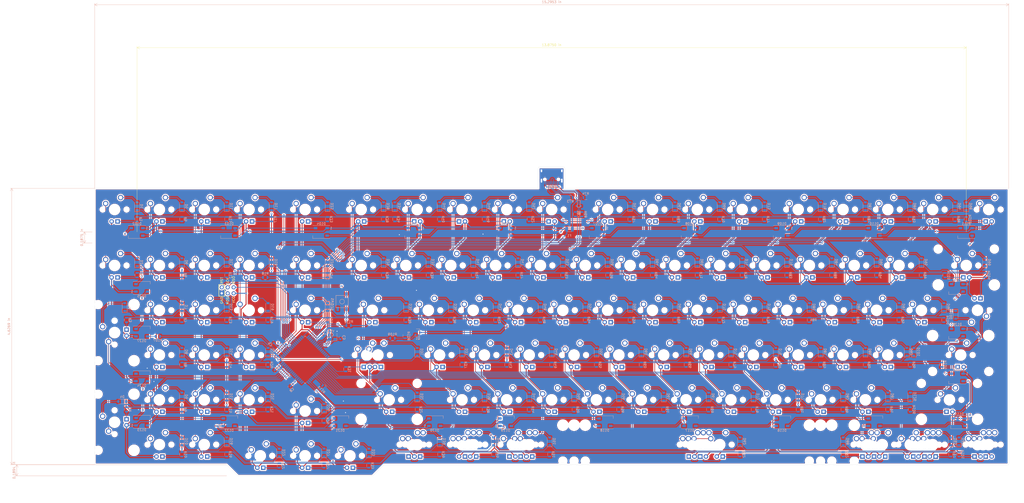
<source format=kicad_pcb>
(kicad_pcb (version 20171130) (host pcbnew "(5.1.5)-3")
  (layers (0 F.Cu signal) (31 B.Cu signal) (34 B.Paste user) (35 F.Paste user) (36 B.SilkS user) (37 F.SilkS user) (38 B.Mask user) (39 F.Mask user) (44 Edge.Cuts user))
  (net 0 "")
  (net 1 GND)
  (net 2 "Net-(C2-Pad1)")
  (net 3 XTAL1)
  (net 4 XTAL2)
  (net 5 +5V)
  (net 6 RESET)
  (net 7 VCC)
  (net 8 D-)
  (net 9 D+)
  (net 10 "Net-(MX_0-Pad4)")
  (net 11 "Net-(MX_1-Pad4)")
  (net 12 "Net-(MX_2-Pad4)")
  (net 13 "Net-(MX_3-Pad4)")
  (net 14 "Net-(MX_4-Pad4)")
  (net 15 "Net-(MX_5-Pad4)")
  (net 16 "Net-(MX_6-Pad4)")
  (net 17 "Net-(MX_7-Pad4)")
  (net 18 "Net-(MX_8-Pad4)")
  (net 19 "Net-(MX_9-Pad4)")
  (net 20 "Net-(MX_'1-Pad4)")
  (net 21 "Net-(MX_+1-Pad4)")
  (net 22 "Net-(MX_-1-Pad4)")
  (net 23 "Net-(MX_/?/2-Pad4)")
  (net 24 "Net-(MX_;1-Pad4)")
  (net 25 "Net-(MX_<2-Pad4)")
  (net 26 "Net-(MX_>2-Pad4)")
  (net 27 "Net-(MX_[1-Pad4)")
  (net 28 "Net-(MX_]1-Pad4)")
  (net 29 "Net-(MX_`~1-Pad4)")
  (net 30 "Net-(MX_A1-Pad4)")
  (net 31 "Net-(MX_b1-Pad4)")
  (net 32 "Net-(MX_BkSp1-Pad4)")
  (net 33 "Net-(MX_c1-Pad4)")
  (net 34 "Net-(MX_CapLk1-Pad4)")
  (net 35 "Net-(MX_D1-Pad4)")
  (net 36 "Net-(MX_Delete1-Pad4)")
  (net 37 "Net-(MX_Down1-Pad4)")
  (net 38 "Net-(MX_E1-Pad4)")
  (net 39 "Net-(MX_ENTER1-Pad4)")
  (net 40 "Net-(MX_ESC1-Pad4)")
  (net 41 "Net-(MX_F1-Pad4)")
  (net 42 "Net-(MX_F2-Pad4)")
  (net 43 "Net-(MX_F3-Pad4)")
  (net 44 "Net-(MX_F4-Pad4)")
  (net 45 "Net-(MX_F5-Pad4)")
  (net 46 "Net-(MX_F6-Pad4)")
  (net 47 "Net-(MX_F7-Pad4)")
  (net 48 "Net-(MX_F8-Pad4)")
  (net 49 "Net-(MX_F9-Pad4)")
  (net 50 "Net-(MX_F10-Pad4)")
  (net 51 "Net-(MX_F11-Pad4)")
  (net 52 "Net-(MX_F12-Pad4)")
  (net 53 "Net-(MX_F13-Pad4)")
  (net 54 "Net-(MX_F14-Pad4)")
  (net 55 "Net-(MX_FN1-Pad4)")
  (net 56 "Net-(MX_FN2-Pad4)")
  (net 57 "Net-(MX_FN3-Pad4)")
  (net 58 "Net-(MX_FN4-Pad4)")
  (net 59 "Net-(MX_G1-Pad4)")
  (net 60 "Net-(MX_H1-Pad4)")
  (net 61 "Net-(MX_I1-Pad4)")
  (net 62 "Net-(MX_insert1-Pad4)")
  (net 63 "Net-(MX_J1-Pad4)")
  (net 64 "Net-(MX_K1-Pad4)")
  (net 65 "Net-(MX_L1-Pad4)")
  (net 66 "Net-(MX_Left1-Pad4)")
  (net 67 "Net-(MX_LShift1-Pad4)")
  (net 68 "Net-(MX_m2-Pad4)")
  (net 69 "Net-(MX_n2-Pad4)")
  (net 70 "Net-(MX_num0-Pad4)")
  (net 71 "Net-(MX_num1-Pad4)")
  (net 72 "Net-(MX_num2-Pad4)")
  (net 73 "Net-(MX_num3-Pad4)")
  (net 74 "Net-(MX_num4-Pad4)")
  (net 75 "Net-(MX_num5-Pad4)")
  (net 76 "Net-(MX_num6-Pad4)")
  (net 77 "Net-(MX_num7-Pad4)")
  (net 78 "Net-(MX_num8-Pad4)")
  (net 79 "Net-(MX_num9-Pad4)")
  (net 80 "Net-(MX_num*1-Pad4)")
  (net 81 "Net-(MX_num+1-Pad4)")
  (net 82 "Net-(MX_num-1-Pad4)")
  (net 83 "Net-(MX_num/1-Pad4)")
  (net 84 "Net-(MX_numDel1-Pad4)")
  (net 85 "Net-(MX_numEnter1-Pad4)")
  (net 86 "Net-(MX_O1-Pad4)")
  (net 87 "Net-(MX_P1-Pad4)")
  (net 88 "Net-(MX_PrtSc1-Pad4)")
  (net 89 "Net-(MX_Q1-Pad4)")
  (net 90 "Net-(MX_R1-Pad4)")
  (net 91 "Net-(MX_RShift2-Pad4)")
  (net 92 "Net-(MX_S1-Pad4)")
  (net 93 "Net-(MX_T1-Pad4)")
  (net 94 "Net-(MX_tab1-Pad4)")
  (net 95 "Net-(MX_U1-Pad4)")
  (net 96 "Net-(MX_up1-Pad4)")
  (net 97 "Net-(MX_v1-Pad4)")
  (net 98 "Net-(MX_W1-Pad4)")
  (net 99 "Net-(MX_x1-Pad4)")
  (net 100 "Net-(MX_Y1-Pad4)")
  (net 101 "Net-(MX_z1-Pad4)")
  (net 102 "Net-(Q1-Pad1)")
  (net 103 LedGND)
  (net 104 "Net-(R113-Pad1)")
  (net 105 "Net-(MX_numLk1-Pad4)")
  (net 106 Row0)
  (net 107 "Net-(D1-Pad2)")
  (net 108 Row1)
  (net 109 "Net-(D2-Pad2)")
  (net 110 Row2)
  (net 111 "Net-(D3-Pad2)")
  (net 112 Row4)
  (net 113 "Net-(D4-Pad2)")
  (net 114 "Net-(D5-Pad2)")
  (net 115 "Net-(D6-Pad2)")
  (net 116 "Net-(D7-Pad2)")
  (net 117 Row3)
  (net 118 "Net-(D8-Pad2)")
  (net 119 "Net-(D9-Pad2)")
  (net 120 Row5)
  (net 121 "Net-(D10-Pad2)")
  (net 122 "Net-(D11-Pad2)")
  (net 123 "Net-(D12-Pad2)")
  (net 124 "Net-(D13-Pad2)")
  (net 125 "Net-(D14-Pad2)")
  (net 126 "Net-(D15-Pad2)")
  (net 127 "Net-(D16-Pad2)")
  (net 128 "Net-(D17-Pad2)")
  (net 129 "Net-(D18-Pad2)")
  (net 130 "Net-(D19-Pad2)")
  (net 131 "Net-(D20-Pad2)")
  (net 132 "Net-(D21-Pad2)")
  (net 133 "Net-(D22-Pad2)")
  (net 134 "Net-(D23-Pad2)")
  (net 135 "Net-(D24-Pad2)")
  (net 136 "Net-(D25-Pad2)")
  (net 137 "Net-(D26-Pad2)")
  (net 138 "Net-(D27-Pad2)")
  (net 139 "Net-(D28-Pad2)")
  (net 140 "Net-(D29-Pad2)")
  (net 141 "Net-(D30-Pad2)")
  (net 142 "Net-(D31-Pad2)")
  (net 143 "Net-(D32-Pad2)")
  (net 144 "Net-(D33-Pad2)")
  (net 145 "Net-(D34-Pad2)")
  (net 146 "Net-(D35-Pad2)")
  (net 147 "Net-(D36-Pad2)")
  (net 148 "Net-(D37-Pad2)")
  (net 149 "Net-(D38-Pad2)")
  (net 150 "Net-(D39-Pad2)")
  (net 151 "Net-(D40-Pad2)")
  (net 152 "Net-(D41-Pad2)")
  (net 153 "Net-(D42-Pad2)")
  (net 154 "Net-(D43-Pad2)")
  (net 155 "Net-(D44-Pad2)")
  (net 156 "Net-(D45-Pad2)")
  (net 157 "Net-(D46-Pad2)")
  (net 158 "Net-(D47-Pad2)")
  (net 159 "Net-(D48-Pad2)")
  (net 160 "Net-(D49-Pad2)")
  (net 161 "Net-(D50-Pad2)")
  (net 162 "Net-(D51-Pad2)")
  (net 163 "Net-(D52-Pad2)")
  (net 164 "Net-(D53-Pad2)")
  (net 165 "Net-(D54-Pad2)")
  (net 166 "Net-(D55-Pad2)")
  (net 167 "Net-(D56-Pad2)")
  (net 168 "Net-(D57-Pad2)")
  (net 169 "Net-(D58-Pad2)")
  (net 170 "Net-(D59-Pad2)")
  (net 171 "Net-(D60-Pad2)")
  (net 172 "Net-(D61-Pad2)")
  (net 173 "Net-(D62-Pad2)")
  (net 174 "Net-(D63-Pad2)")
  (net 175 "Net-(D64-Pad2)")
  (net 176 "Net-(D65-Pad2)")
  (net 177 "Net-(D66-Pad2)")
  (net 178 "Net-(D67-Pad2)")
  (net 179 "Net-(D68-Pad2)")
  (net 180 "Net-(D69-Pad2)")
  (net 181 "Net-(D70-Pad2)")
  (net 182 "Net-(D71-Pad2)")
  (net 183 "Net-(D72-Pad2)")
  (net 184 "Net-(D73-Pad2)")
  (net 185 "Net-(D74-Pad2)")
  (net 186 "Net-(D75-Pad2)")
  (net 187 "Net-(D76-Pad2)")
  (net 188 "Net-(D77-Pad2)")
  (net 189 "Net-(D78-Pad2)")
  (net 190 "Net-(D79-Pad2)")
  (net 191 "Net-(D80-Pad2)")
  (net 192 "Net-(D81-Pad2)")
  (net 193 "Net-(D82-Pad2)")
  (net 194 "Net-(D83-Pad2)")
  (net 195 "Net-(D84-Pad2)")
  (net 196 "Net-(D85-Pad2)")
  (net 197 "Net-(D86-Pad2)")
  (net 198 "Net-(D87-Pad2)")
  (net 199 "Net-(D88-Pad2)")
  (net 200 "Net-(D89-Pad2)")
  (net 201 "Net-(D90-Pad2)")
  (net 202 "Net-(D91-Pad2)")
  (net 203 "Net-(D92-Pad2)")
  (net 204 "Net-(D93-Pad2)")
  (net 205 "Net-(D94-Pad2)")
  (net 206 "Net-(D95-Pad2)")
  (net 207 "Net-(D96-Pad2)")
  (net 208 "Net-(D97-Pad2)")
  (net 209 "Net-(D98-Pad2)")
  (net 210 "Net-(D99-Pad2)")
  (net 211 "Net-(D100-Pad2)")
  (net 212 "Net-(D101-Pad2)")
  (net 213 "Net-(D102-Pad2)")
  (net 214 "Net-(D102-Pad4)")
  (net 215 "Net-(D103-Pad2)")
  (net 216 "Net-(D104-Pad2)")
  (net 217 "Net-(D105-Pad2)")
  (net 218 "Net-(D106-Pad2)")
  (net 219 "Net-(D107-Pad2)")
  (net 220 "Net-(D108-Pad2)")
  (net 221 "Net-(D109-Pad2)")
  (net 222 "Net-(D110-Pad2)")
  (net 223 "Net-(D111-Pad2)")
  (net 224 "Net-(D112-Pad2)")
  (net 225 "Net-(D113-Pad2)")
  (net 226 "Net-(D114-Pad2)")
  (net 227 "Net-(D115-Pad2)")
  (net 228 "Net-(D116-Pad2)")
  (net 229 "Net-(D117-Pad2)")
  (net 230 "Net-(D118-Pad2)")
  (net 231 "Net-(D119-Pad2)")
  (net 232 "Net-(D120-Pad2)")
  (net 233 "Net-(D121-Pad2)")
  (net 234 "Net-(D122-Pad2)")
  (net 235 "Net-(D123-Pad2)")
  (net 236 LedRGB)
  (net 237 "Net-(D126-Pad2)")
  (net 238 Col15)
  (net 239 Col6)
  (net 240 Col7)
  (net 241 Col8)
  (net 242 Col9)
  (net 243 Col10)
  (net 244 Col11)
  (net 245 Col12)
  (net 246 Col13)
  (net 247 Col14)
  (net 248 Col16)
  (net 249 Col17)
  (net 250 Col5)
  (net 251 "Net-(MX_ALT1-Pad4)")
  (net 252 Col18)
  (net 253 Col4)
  (net 254 Col0)
  (net 255 Col1)
  (net 256 Col2)
  (net 257 Col3)
  (net 258 "Net-(MX_LControl1-Pad4)")
  (net 259 "Net-(MX_LWin1-Pad4)")
  (net 260 "Net-(MX_RAlt1-Pad4)")
  (net 261 "Net-(MX_RAlt4-Pad4)")
  (net 262 "Net-(MX_RControl1-Pad4)")
  (net 263 "Net-(MX_right1-Pad4)")
  (net 264 "Net-(MX_SpaceBar1-Pad4)")
  (net 265 "Net-(R67-Pad2)")
  (net 266 "Net-(R68-Pad2)")
  (net 267 "Net-(R73-Pad2)")
  (net 268 "Net-(R74-Pad2)")
  (net 269 "Net-(D113-Pad4)")
  (net 270 "Net-(D125-Pad4)")
  (net 271 MISO)
  (net 272 NumLed)
  (net 273 CapLed)
  (net 274 "Net-(R107-Pad2)")
  (net 275 "Net-(R109-Pad2)")
  (net 276 "Net-(MX_|\\1-Pad4)")
  (module random-keyboard-parts:R_0805 (layer B.Cu) (at 158.75 77.1652 90)
    (fp_text reference R108 (at 0 1.65 90) (layer B.SilkS) (effects (justify mirror)))
    (fp_text value 10k)
    (pad 1 smd rect (at -0.95 0 90) (size 0.7 1.3) (layers B.Cu B.Paste B.Mask) (net 102 "Net-(Q1-Pad1)"))
    (pad 2 smd rect (at 0.95 0 90) (size 0.7 1.3) (layers B.Cu B.Paste B.Mask) (net 1 GND))
  )
  (module Package_TO_SOT_SMD:SOT-23 (layer B.Cu) (at 164.1856 75.692)
    (fp_text reference Q1 (at 0 2.5) (layer B.SilkS) (effects (justify mirror)))
    (fp_text value 2N7002)
    (pad 3 smd rect (at 1 0) (size 0.9 0.8) (layers B.Cu B.Paste B.Mask) (net 103 LedGND))
    (pad 2 smd rect (at -1 -0.95) (size 0.9 0.8) (layers B.Cu B.Paste B.Mask) (net 1 GND))
    (pad 1 smd rect (at -1 0.95) (size 0.9 0.8) (layers B.Cu B.Paste B.Mask) (net 102 "Net-(Q1-Pad1)"))
  )
  (module random-keyboard-parts:R_0805 (layer B.Cu) (at 153.416 78.1304 180)
    (fp_text reference R109 (at 0 1.65) (layer B.SilkS) (effects (justify mirror)))
    (fp_text value 100-1.5k)
    (pad 2 smd rect (at 0.95 0 180) (size 0.7 1.3) (layers B.Cu B.Paste B.Mask) (net 275 "Net-(R109-Pad2)"))
    (pad 1 smd rect (at -0.95 0 180) (size 0.7 1.3) (layers B.Cu B.Paste B.Mask) (net 102 "Net-(Q1-Pad1)"))
  )
  (module random-keyboard-parts:D_SOD-123-Pretty (layer B.Cu) (at 371.9694 83.8958 90)
    (fp_text reference D92 (at 0 2 270) (layer B.SilkS) (effects (justify mirror)))
    (fp_text value SOD123)
    (pad 1 smd rect (at -1.65 0 90) (size 0.9 1.2) (layers B.Cu B.Paste B.Mask) (net 117 Row3))
    (pad 2 smd rect (at 1.65 0 90) (size 0.9 1.2) (layers B.Cu B.Paste B.Mask) (net 203 "Net-(D92-Pad2)"))
  )
  (module MX_Only:MXOnly-1U-FLIPPED (layer F.Cu) (at 221.044 23.368)
    (fp_text reference MX_F4)
    (fp_text value "1U FLIPPED")
    (pad "" np_thru_hole circle (at 5.08 0 48.0996) (size 1.75 1.75) (drill 1.75) (layers *.Cu *.Mask))
    (pad "" np_thru_hole circle (at -5.08 0 48.0996) (size 1.75 1.75) (drill 1.75) (layers *.Cu *.Mask))
    (pad 4 thru_hole rect (at -1.27 5.08) (size 1.905 1.905) (drill 1.04) (layers *.Cu B.Mask) (net 44 "Net-(MX_F4-Pad4)"))
    (pad 3 thru_hole circle (at 1.27 5.08) (size 1.905 1.905) (drill 1.04) (layers *.Cu B.Mask) (net 5 +5V))
    (pad 1 thru_hole circle (at -3.81 -2.54) (size 2.25 2.25) (drill 1.47) (layers *.Cu B.Mask) (net 242 Col9))
    (pad "" np_thru_hole circle (at 0 0) (size 3.9878 3.9878) (drill 3.9878) (layers *.Cu *.Mask))
    (pad 2 thru_hole circle (at 2.54 -5.08) (size 2.25 2.25) (drill 1.47) (layers *.Cu B.Mask) (net 163 "Net-(D52-Pad2)"))
  )
  (module MX_Only:MXOnly-1.25U-FLIPPED (layer F.Cu) (at 204.3745 123.381)
    (fp_text reference MX_ALT3)
    (fp_text value "1,25U FLIPPED")
    (pad "" np_thru_hole circle (at 5.08 0 48.0996) (size 1.75 1.75) (drill 1.75) (layers *.Cu *.Mask))
    (pad "" np_thru_hole circle (at -5.08 0 48.0996) (size 1.75 1.75) (drill 1.75) (layers *.Cu *.Mask))
    (pad 4 thru_hole rect (at -1.27 5.08) (size 1.905 1.905) (drill 1.04) (layers *.Cu B.Mask) (net 251 "Net-(MX_ALT1-Pad4)"))
    (pad 3 thru_hole circle (at 1.27 5.08) (size 1.905 1.905) (drill 1.04) (layers *.Cu B.Mask) (net 5 +5V))
    (pad 1 thru_hole circle (at -3.81 -2.54) (size 2.25 2.25) (drill 1.47) (layers *.Cu B.Mask) (net 241 Col8))
    (pad "" np_thru_hole circle (at 0 0) (size 3.9878 3.9878) (drill 3.9878) (layers *.Cu *.Mask))
    (pad 2 thru_hole circle (at 2.54 -5.08) (size 2.25 2.25) (drill 1.47) (layers *.Cu B.Mask) (net 162 "Net-(D51-Pad2)"))
  )
  (module MX_Only:MXOnly-1.25U-FLIPPED (layer F.Cu) (at 209.137 123.381)
    (fp_text reference MX_ALT2)
    (fp_text value "1,25U FLIPPED")
    (pad "" np_thru_hole circle (at 5.08 0 48.0996) (size 1.75 1.75) (drill 1.75) (layers *.Cu *.Mask))
    (pad "" np_thru_hole circle (at -5.08 0 48.0996) (size 1.75 1.75) (drill 1.75) (layers *.Cu *.Mask))
    (pad 4 thru_hole rect (at -1.27 5.08) (size 1.905 1.905) (drill 1.04) (layers *.Cu B.Mask) (net 251 "Net-(MX_ALT1-Pad4)"))
    (pad 3 thru_hole circle (at 1.27 5.08) (size 1.905 1.905) (drill 1.04) (layers *.Cu B.Mask) (net 5 +5V))
    (pad 1 thru_hole circle (at -3.81 -2.54) (size 2.25 2.25) (drill 1.47) (layers *.Cu B.Mask) (net 241 Col8))
    (pad "" np_thru_hole circle (at 0 0) (size 3.9878 3.9878) (drill 3.9878) (layers *.Cu *.Mask))
    (pad 2 thru_hole circle (at 2.54 -5.08) (size 2.25 2.25) (drill 1.47) (layers *.Cu B.Mask) (net 162 "Net-(D51-Pad2)"))
  )
  (module MX_Only:MXOnly-1.5U (layer F.Cu) (at 211.51825 123.381)
    (fp_text reference MX_ALT1)
    (fp_text value 1,5U)
    (pad "" np_thru_hole circle (at 5.08 0 48.0996) (size 1.75 1.75) (drill 1.75) (layers *.Cu *.Mask))
    (pad "" np_thru_hole circle (at -5.08 0 48.0996) (size 1.75 1.75) (drill 1.75) (layers *.Cu *.Mask))
    (pad 4 thru_hole rect (at 1.27 5.08) (size 1.905 1.905) (drill 1.04) (layers *.Cu B.Mask) (net 251 "Net-(MX_ALT1-Pad4)"))
    (pad 3 thru_hole circle (at -1.27 5.08) (size 1.905 1.905) (drill 1.04) (layers *.Cu B.Mask) (net 5 +5V))
    (pad 1 thru_hole circle (at -3.81 -2.54) (size 2.25 2.25) (drill 1.47) (layers *.Cu B.Mask) (net 241 Col8))
    (pad "" np_thru_hole circle (at 0 0) (size 3.9878 3.9878) (drill 3.9878) (layers *.Cu *.Mask))
    (pad 2 thru_hole circle (at 2.54 -5.08) (size 2.25 2.25) (drill 1.47) (layers *.Cu B.Mask) (net 162 "Net-(D51-Pad2)"))
  )
  (module MX_Only:MXOnly-1.5U-FLIPPED (layer F.Cu) (at 402.01825 123.381)
    (fp_text reference MX_RControl3)
    (fp_text value "1,5U FLIPPED")
    (pad "" np_thru_hole circle (at 5.08 0 48.0996) (size 1.75 1.75) (drill 1.75) (layers *.Cu *.Mask))
    (pad "" np_thru_hole circle (at -5.08 0 48.0996) (size 1.75 1.75) (drill 1.75) (layers *.Cu *.Mask))
    (pad 4 thru_hole rect (at -1.27 5.08) (size 1.905 1.905) (drill 1.04) (layers *.Cu B.Mask) (net 262 "Net-(MX_RControl1-Pad4)"))
    (pad 3 thru_hole circle (at 1.27 5.08) (size 1.905 1.905) (drill 1.04) (layers *.Cu B.Mask) (net 5 +5V))
    (pad 1 thru_hole circle (at -3.81 -2.54) (size 2.25 2.25) (drill 1.47) (layers *.Cu B.Mask) (net 252 Col18))
    (pad "" np_thru_hole circle (at 0 0) (size 3.9878 3.9878) (drill 3.9878) (layers *.Cu *.Mask))
    (pad 2 thru_hole circle (at 2.54 -5.08) (size 2.25 2.25) (drill 1.47) (layers *.Cu B.Mask) (net 208 "Net-(D97-Pad2)"))
  )
  (module MX_Only:MXOnly-1U-FLIPPED (layer F.Cu) (at 406.78075 123.381)
    (fp_text reference MX_RControl2)
    (fp_text value "1U FLIPPED")
    (pad "" np_thru_hole circle (at 5.08 0 48.0996) (size 1.75 1.75) (drill 1.75) (layers *.Cu *.Mask))
    (pad "" np_thru_hole circle (at -5.08 0 48.0996) (size 1.75 1.75) (drill 1.75) (layers *.Cu *.Mask))
    (pad 4 thru_hole rect (at -1.27 5.08) (size 1.905 1.905) (drill 1.04) (layers *.Cu B.Mask) (net 262 "Net-(MX_RControl1-Pad4)"))
    (pad 3 thru_hole circle (at 1.27 5.08) (size 1.905 1.905) (drill 1.04) (layers *.Cu B.Mask) (net 5 +5V))
    (pad 1 thru_hole circle (at -3.81 -2.54) (size 2.25 2.25) (drill 1.47) (layers *.Cu B.Mask) (net 252 Col18))
    (pad "" np_thru_hole circle (at 0 0) (size 3.9878 3.9878) (drill 3.9878) (layers *.Cu *.Mask))
    (pad 2 thru_hole circle (at 2.54 -5.08) (size 2.25 2.25) (drill 1.47) (layers *.Cu B.Mask) (net 208 "Net-(D97-Pad2)"))
  )
  (module MX_Only:MXOnly-2U (layer F.Cu) (at 35.306 113.856 90)
    (fp_text reference MX_numEnter1)
    (fp_text value 2U)
    (pad "" np_thru_hole circle (at 11.938 8.255 90) (size 3.9878 3.9878) (drill 3.9878) (layers *.Cu *.Mask))
    (pad "" np_thru_hole circle (at -11.938 8.255 90) (size 3.9878 3.9878) (drill 3.9878) (layers *.Cu *.Mask))
    (pad "" np_thru_hole circle (at 11.938 -6.985 90) (size 3.048 3.048) (drill 3.048) (layers *.Cu *.Mask))
    (pad "" np_thru_hole circle (at -11.938 -6.985 90) (size 3.048 3.048) (drill 3.048) (layers *.Cu *.Mask))
    (pad "" np_thru_hole circle (at 5.08 0 138.0996) (size 1.75 1.75) (drill 1.75) (layers *.Cu *.Mask))
    (pad "" np_thru_hole circle (at -5.08 0 138.0996) (size 1.75 1.75) (drill 1.75) (layers *.Cu *.Mask))
    (pad 4 thru_hole rect (at 1.27 5.08 90) (size 1.905 1.905) (drill 1.04) (layers *.Cu B.Mask) (net 85 "Net-(MX_numEnter1-Pad4)"))
    (pad 3 thru_hole circle (at -1.27 5.08 90) (size 1.905 1.905) (drill 1.04) (layers *.Cu B.Mask) (net 5 +5V))
    (pad 1 thru_hole circle (at -3.81 -2.54 90) (size 2.25 2.25) (drill 1.47) (layers *.Cu B.Mask) (net 254 Col0))
    (pad "" np_thru_hole circle (at 0 0 90) (size 3.9878 3.9878) (drill 3.9878) (layers *.Cu *.Mask))
    (pad 2 thru_hole circle (at 2.54 -5.08 90) (size 2.25 2.25) (drill 1.47) (layers *.Cu B.Mask) (net 113 "Net-(D4-Pad2)"))
  )
  (module MX_Only:MXOnly-2U (layer F.Cu) (at 35.306 75.756 90)
    (fp_text reference MX_num+1)
    (fp_text value 2U)
    (pad "" np_thru_hole circle (at 11.938 8.255 90) (size 3.9878 3.9878) (drill 3.9878) (layers *.Cu *.Mask))
    (pad "" np_thru_hole circle (at -11.938 8.255 90) (size 3.9878 3.9878) (drill 3.9878) (layers *.Cu *.Mask))
    (pad "" np_thru_hole circle (at 11.938 -6.985 90) (size 3.048 3.048) (drill 3.048) (layers *.Cu *.Mask))
    (pad "" np_thru_hole circle (at -11.938 -6.985 90) (size 3.048 3.048) (drill 3.048) (layers *.Cu *.Mask))
    (pad "" np_thru_hole circle (at 5.08 0 138.0996) (size 1.75 1.75) (drill 1.75) (layers *.Cu *.Mask))
    (pad "" np_thru_hole circle (at -5.08 0 138.0996) (size 1.75 1.75) (drill 1.75) (layers *.Cu *.Mask))
    (pad 4 thru_hole rect (at 1.27 5.08 90) (size 1.905 1.905) (drill 1.04) (layers *.Cu B.Mask) (net 81 "Net-(MX_num+1-Pad4)"))
    (pad 3 thru_hole circle (at -1.27 5.08 90) (size 1.905 1.905) (drill 1.04) (layers *.Cu B.Mask) (net 5 +5V))
    (pad 1 thru_hole circle (at -3.81 -2.54 90) (size 2.25 2.25) (drill 1.47) (layers *.Cu B.Mask) (net 254 Col0))
    (pad "" np_thru_hole circle (at 0 0 90) (size 3.9878 3.9878) (drill 3.9878) (layers *.Cu *.Mask))
    (pad 2 thru_hole circle (at 2.54 -5.08 90) (size 2.25 2.25) (drill 1.47) (layers *.Cu B.Mask) (net 111 "Net-(D3-Pad2)"))
  )
  (module LED_SMD:LED_WS2812B_PLCC4_5.0x5.0mm_P3.2mm (layer B.Cu) (at 393.446 75.7428 180)
    (fp_text reference D128 (at 0 3.5) (layer B.SilkS) (effects (justify mirror)))
    (fp_text value WS2812B)
    (fp_text user 1 (at -4.15 1.6) (layer B.SilkS) (effects (justify mirror)))
    (pad 1 smd rect (at -2.45 1.6 180) (size 1.5 1) (layers B.Cu B.Paste B.Mask) (net 5 +5V))
    (pad 2 smd rect (at -2.45 -1.6 180) (size 1.5 1) (layers B.Cu B.Paste B.Mask) (net 269 "Net-(D113-Pad4)"))
    (pad 4 smd rect (at 2.45 1.6 180) (size 1.5 1) (layers B.Cu B.Paste B.Mask) (net 224 "Net-(D112-Pad2)"))
    (pad 3 smd rect (at 2.45 -1.6 180) (size 1.5 1) (layers B.Cu B.Paste B.Mask) (net 1 GND))
  )
  (module LED_SMD:LED_WS2812B_PLCC4_5.0x5.0mm_P3.2mm (layer B.Cu) (at 46.831 75.756)
    (fp_text reference D127 (at 0 3.5) (layer B.SilkS) (effects (justify mirror)))
    (fp_text value WS2812B)
    (fp_text user 1 (at -4.15 1.6) (layer B.SilkS) (effects (justify mirror)))
    (pad 1 smd rect (at -2.45 1.6) (size 1.5 1) (layers B.Cu B.Paste B.Mask) (net 5 +5V))
    (pad 2 smd rect (at -2.45 -1.6) (size 1.5 1) (layers B.Cu B.Paste B.Mask) (net 270 "Net-(D125-Pad4)"))
    (pad 4 smd rect (at 2.45 1.6) (size 1.5 1) (layers B.Cu B.Paste B.Mask) (net 236 LedRGB))
    (pad 3 smd rect (at 2.45 -1.6) (size 1.5 1) (layers B.Cu B.Paste B.Mask) (net 1 GND))
  )
  (module MX_Only:MXOnly-1U (layer F.Cu) (at 116.269 109.094)
    (fp_text reference MX_up1)
    (fp_text value 1U)
    (pad "" np_thru_hole circle (at 5.08 0 48.0996) (size 1.75 1.75) (drill 1.75) (layers *.Cu *.Mask))
    (pad "" np_thru_hole circle (at -5.08 0 48.0996) (size 1.75 1.75) (drill 1.75) (layers *.Cu *.Mask))
    (pad 4 thru_hole rect (at 1.27 5.08) (size 1.905 1.905) (drill 1.04) (layers *.Cu B.Mask) (net 96 "Net-(MX_up1-Pad4)"))
    (pad 3 thru_hole circle (at -1.27 5.08) (size 1.905 1.905) (drill 1.04) (layers *.Cu B.Mask) (net 5 +5V))
    (pad 1 thru_hole circle (at -3.81 -2.54) (size 2.25 2.25) (drill 1.47) (layers *.Cu B.Mask) (net 253 Col4))
    (pad "" np_thru_hole circle (at 0 0) (size 3.9878 3.9878) (drill 3.9878) (layers *.Cu *.Mask))
    (pad 2 thru_hole circle (at 2.54 -5.08) (size 2.25 2.25) (drill 1.47) (layers *.Cu B.Mask) (net 137 "Net-(D26-Pad2)"))
  )
  (module MX_Only:MXOnly-2.25U (layer F.Cu) (at 151.98725 104.331)
    (fp_text reference MX_LShift1)
    (fp_text value 2,25U)
    (pad "" np_thru_hole circle (at 11.938 8.255) (size 3.9878 3.9878) (drill 3.9878) (layers *.Cu *.Mask))
    (pad "" np_thru_hole circle (at -11.938 8.255) (size 3.9878 3.9878) (drill 3.9878) (layers *.Cu *.Mask))
    (pad "" np_thru_hole circle (at 11.938 -6.985) (size 3.048 3.048) (drill 3.048) (layers *.Cu *.Mask))
    (pad "" np_thru_hole circle (at -11.938 -6.985) (size 3.048 3.048) (drill 3.048) (layers *.Cu *.Mask))
    (pad "" np_thru_hole circle (at 5.08 0 48.0996) (size 1.75 1.75) (drill 1.75) (layers *.Cu *.Mask))
    (pad "" np_thru_hole circle (at -5.08 0 48.0996) (size 1.75 1.75) (drill 1.75) (layers *.Cu *.Mask))
    (pad 4 thru_hole rect (at 1.27 5.08) (size 1.905 1.905) (drill 1.04) (layers *.Cu B.Mask) (net 67 "Net-(MX_LShift1-Pad4)"))
    (pad 3 thru_hole circle (at -1.27 5.08) (size 1.905 1.905) (drill 1.04) (layers *.Cu B.Mask) (net 5 +5V))
    (pad 1 thru_hole circle (at -3.81 -2.54) (size 2.25 2.25) (drill 1.47) (layers *.Cu B.Mask) (net 250 Col5))
    (pad "" np_thru_hole circle (at 0 0) (size 3.9878 3.9878) (drill 3.9878) (layers *.Cu *.Mask))
    (pad 2 thru_hole circle (at 2.54 -5.08) (size 2.25 2.25) (drill 1.47) (layers *.Cu B.Mask) (net 143 "Net-(D32-Pad2)"))
  )
  (module MX_Only:MXOnly-1.25U-FLIPPED (layer F.Cu) (at 142.46175 85.281)
    (fp_text reference MX_CapLk2)
    (fp_text value "1,25U FLIPPED")
    (pad "" np_thru_hole circle (at 5.08 0 48.0996) (size 1.75 1.75) (drill 1.75) (layers *.Cu *.Mask))
    (pad "" np_thru_hole circle (at -5.08 0 48.0996) (size 1.75 1.75) (drill 1.75) (layers *.Cu *.Mask))
    (pad 4 thru_hole rect (at -1.27 5.08) (size 1.905 1.905) (drill 1.04) (layers *.Cu B.Mask) (net 34 "Net-(MX_CapLk1-Pad4)"))
    (pad 3 thru_hole circle (at 1.27 5.08) (size 1.905 1.905) (drill 1.04) (layers *.Cu B.Mask) (net 5 +5V))
    (pad 1 thru_hole circle (at -3.81 -2.54) (size 2.25 2.25) (drill 1.47) (layers *.Cu B.Mask) (net 250 Col5))
    (pad "" np_thru_hole circle (at 0 0) (size 3.9878 3.9878) (drill 3.9878) (layers *.Cu *.Mask))
    (pad 2 thru_hole circle (at 2.54 -5.08) (size 2.25 2.25) (drill 1.47) (layers *.Cu B.Mask) (net 142 "Net-(D31-Pad2)"))
  )
  (module MX_Only:MXOnly-1.75U (layer F.Cu) (at 147.22475 85.281)
    (fp_text reference MX_CapLk1)
    (fp_text value "1,75U ")
    (pad "" np_thru_hole circle (at 5.08 0 48.0996) (size 1.75 1.75) (drill 1.75) (layers *.Cu *.Mask))
    (pad "" np_thru_hole circle (at -5.08 0 48.0996) (size 1.75 1.75) (drill 1.75) (layers *.Cu *.Mask))
    (pad 4 thru_hole rect (at 1.27 5.08) (size 1.905 1.905) (drill 1.04) (layers *.Cu B.Mask) (net 34 "Net-(MX_CapLk1-Pad4)"))
    (pad 3 thru_hole circle (at -1.27 5.08) (size 1.905 1.905) (drill 1.04) (layers *.Cu B.Mask) (net 5 +5V))
    (pad 1 thru_hole circle (at -3.81 -2.54) (size 2.25 2.25) (drill 1.47) (layers *.Cu B.Mask) (net 250 Col5))
    (pad "" np_thru_hole circle (at 0 0) (size 3.9878 3.9878) (drill 3.9878) (layers *.Cu *.Mask))
    (pad 2 thru_hole circle (at 2.54 -5.08) (size 2.25 2.25) (drill 1.47) (layers *.Cu B.Mask) (net 142 "Net-(D31-Pad2)"))
  )
  (module MX_Only:MXOnly-1U (layer F.Cu) (at 216.281 47.181)
    (fp_text reference MX_4)
    (fp_text value 1U)
    (pad 2 thru_hole circle (at 2.54 -5.08) (size 2.25 2.25) (drill 1.47) (layers *.Cu B.Mask) (net 164 "Net-(D53-Pad2)"))
    (pad "" np_thru_hole circle (at 0 0) (size 3.9878 3.9878) (drill 3.9878) (layers *.Cu *.Mask))
    (pad 1 thru_hole circle (at -3.81 -2.54) (size 2.25 2.25) (drill 1.47) (layers *.Cu B.Mask) (net 242 Col9))
    (pad 3 thru_hole circle (at -1.27 5.08) (size 1.905 1.905) (drill 1.04) (layers *.Cu B.Mask) (net 5 +5V))
    (pad 4 thru_hole rect (at 1.27 5.08) (size 1.905 1.905) (drill 1.04) (layers *.Cu B.Mask) (net 14 "Net-(MX_4-Pad4)"))
    (pad "" np_thru_hole circle (at -5.08 0 48.0996) (size 1.75 1.75) (drill 1.75) (layers *.Cu *.Mask))
    (pad "" np_thru_hole circle (at 5.08 0 48.0996) (size 1.75 1.75) (drill 1.75) (layers *.Cu *.Mask))
  )
  (module MX_Only:MXOnly-1.25U-FLIPPED (layer F.Cu) (at 161.512 123.381)
    (fp_text reference MX_LControl2)
    (fp_text value "1,25U FLIPPED")
    (pad "" np_thru_hole circle (at 5.08 0 48.0996) (size 1.75 1.75) (drill 1.75) (layers *.Cu *.Mask))
    (pad "" np_thru_hole circle (at -5.08 0 48.0996) (size 1.75 1.75) (drill 1.75) (layers *.Cu *.Mask))
    (pad 4 thru_hole rect (at -1.27 5.08) (size 1.905 1.905) (drill 1.04) (layers *.Cu B.Mask) (net 258 "Net-(MX_LControl1-Pad4)"))
    (pad 3 thru_hole circle (at 1.27 5.08) (size 1.905 1.905) (drill 1.04) (layers *.Cu B.Mask) (net 5 +5V))
    (pad 1 thru_hole circle (at -3.81 -2.54) (size 2.25 2.25) (drill 1.47) (layers *.Cu B.Mask) (net 239 Col6))
    (pad "" np_thru_hole circle (at 0 0) (size 3.9878 3.9878) (drill 3.9878) (layers *.Cu *.Mask))
    (pad 2 thru_hole circle (at 2.54 -5.08) (size 2.25 2.25) (drill 1.47) (layers *.Cu B.Mask) (net 150 "Net-(D39-Pad2)"))
  )
  (module MX_Only:MXOnly-1.5U (layer F.Cu) (at 163.89325 123.381)
    (fp_text reference MX_LControl1)
    (fp_text value 1,5U)
    (pad "" np_thru_hole circle (at 5.08 0 48.0996) (size 1.75 1.75) (drill 1.75) (layers *.Cu *.Mask))
    (pad "" np_thru_hole circle (at -5.08 0 48.0996) (size 1.75 1.75) (drill 1.75) (layers *.Cu *.Mask))
    (pad 4 thru_hole rect (at 1.27 5.08) (size 1.905 1.905) (drill 1.04) (layers *.Cu B.Mask) (net 258 "Net-(MX_LControl1-Pad4)"))
    (pad 3 thru_hole circle (at -1.27 5.08) (size 1.905 1.905) (drill 1.04) (layers *.Cu B.Mask) (net 5 +5V))
    (pad 1 thru_hole circle (at -3.81 -2.54) (size 2.25 2.25) (drill 1.47) (layers *.Cu B.Mask) (net 239 Col6))
    (pad "" np_thru_hole circle (at 0 0) (size 3.9878 3.9878) (drill 3.9878) (layers *.Cu *.Mask))
    (pad 2 thru_hole circle (at 2.54 -5.08) (size 2.25 2.25) (drill 1.47) (layers *.Cu B.Mask) (net 150 "Net-(D39-Pad2)"))
  )
  (module MX_Only:MXOnly-1U (layer F.Cu) (at 116.269 23.368)
    (fp_text reference MX_PrtSc1)
    (fp_text value 1U)
    (pad "" np_thru_hole circle (at 5.08 0 48.0996) (size 1.75 1.75) (drill 1.75) (layers *.Cu *.Mask))
    (pad "" np_thru_hole circle (at -5.08 0 48.0996) (size 1.75 1.75) (drill 1.75) (layers *.Cu *.Mask))
    (pad 4 thru_hole rect (at 1.27 5.08) (size 1.905 1.905) (drill 1.04) (layers *.Cu B.Mask) (net 88 "Net-(MX_PrtSc1-Pad4)"))
    (pad 3 thru_hole circle (at -1.27 5.08) (size 1.905 1.905) (drill 1.04) (layers *.Cu B.Mask) (net 5 +5V))
    (pad 1 thru_hole circle (at -3.81 -2.54) (size 2.25 2.25) (drill 1.47) (layers *.Cu B.Mask) (net 253 Col4))
    (pad "" np_thru_hole circle (at 0 0) (size 3.9878 3.9878) (drill 3.9878) (layers *.Cu *.Mask))
    (pad 2 thru_hole circle (at 2.54 -5.08) (size 2.25 2.25) (drill 1.47) (layers *.Cu B.Mask) (net 134 "Net-(D23-Pad2)"))
  )
  (module MX_Only:MXOnly-1U (layer F.Cu) (at 140.081 23.368)
    (fp_text reference MX_ESC1)
    (fp_text value 1U)
    (pad "" np_thru_hole circle (at 5.08 0 48.0996) (size 1.75 1.75) (drill 1.75) (layers *.Cu *.Mask))
    (pad "" np_thru_hole circle (at -5.08 0 48.0996) (size 1.75 1.75) (drill 1.75) (layers *.Cu *.Mask))
    (pad 4 thru_hole rect (at 1.27 5.08) (size 1.905 1.905) (drill 1.04) (layers *.Cu B.Mask) (net 40 "Net-(MX_ESC1-Pad4)"))
    (pad 3 thru_hole circle (at -1.27 5.08) (size 1.905 1.905) (drill 1.04) (layers *.Cu B.Mask) (net 5 +5V))
    (pad 1 thru_hole circle (at -3.81 -2.54) (size 2.25 2.25) (drill 1.47) (layers *.Cu B.Mask) (net 250 Col5))
    (pad "" np_thru_hole circle (at 0 0) (size 3.9878 3.9878) (drill 3.9878) (layers *.Cu *.Mask))
    (pad 2 thru_hole circle (at 2.54 -5.08) (size 2.25 2.25) (drill 1.47) (layers *.Cu B.Mask) (net 139 "Net-(D28-Pad2)"))
  )
  (module MX_Only:MXOnly-1U-FLIPPED (layer F.Cu) (at 201.994 23.368)
    (fp_text reference MX_F3)
    (fp_text value "1U FLIPPED")
    (pad "" np_thru_hole circle (at 5.08 0 48.0996) (size 1.75 1.75) (drill 1.75) (layers *.Cu *.Mask))
    (pad "" np_thru_hole circle (at -5.08 0 48.0996) (size 1.75 1.75) (drill 1.75) (layers *.Cu *.Mask))
    (pad 4 thru_hole rect (at -1.27 5.08) (size 1.905 1.905) (drill 1.04) (layers *.Cu B.Mask) (net 43 "Net-(MX_F3-Pad4)"))
    (pad 3 thru_hole circle (at 1.27 5.08) (size 1.905 1.905) (drill 1.04) (layers *.Cu B.Mask) (net 5 +5V))
    (pad 1 thru_hole circle (at -3.81 -2.54) (size 2.25 2.25) (drill 1.47) (layers *.Cu B.Mask) (net 241 Col8))
    (pad "" np_thru_hole circle (at 0 0) (size 3.9878 3.9878) (drill 3.9878) (layers *.Cu *.Mask))
    (pad 2 thru_hole circle (at 2.54 -5.08) (size 2.25 2.25) (drill 1.47) (layers *.Cu B.Mask) (net 157 "Net-(D46-Pad2)"))
  )
  (module MX_Only:MXOnly-1U-FLIPPED (layer F.Cu) (at 182.944 23.368)
    (fp_text reference MX_F2)
    (fp_text value "1U FLIPPED")
    (pad "" np_thru_hole circle (at 5.08 0 48.0996) (size 1.75 1.75) (drill 1.75) (layers *.Cu *.Mask))
    (pad "" np_thru_hole circle (at -5.08 0 48.0996) (size 1.75 1.75) (drill 1.75) (layers *.Cu *.Mask))
    (pad 4 thru_hole rect (at -1.27 5.08) (size 1.905 1.905) (drill 1.04) (layers *.Cu B.Mask) (net 42 "Net-(MX_F2-Pad4)"))
    (pad 3 thru_hole circle (at 1.27 5.08) (size 1.905 1.905) (drill 1.04) (layers *.Cu B.Mask) (net 5 +5V))
    (pad 1 thru_hole circle (at -3.81 -2.54) (size 2.25 2.25) (drill 1.47) (layers *.Cu B.Mask) (net 240 Col7))
    (pad "" np_thru_hole circle (at 0 0) (size 3.9878 3.9878) (drill 3.9878) (layers *.Cu *.Mask))
    (pad 2 thru_hole circle (at 2.54 -5.08) (size 2.25 2.25) (drill 1.47) (layers *.Cu B.Mask) (net 151 "Net-(D40-Pad2)"))
  )
  (module MX_Only:MXOnly-1U-FLIPPED (layer F.Cu) (at 163.894 23.368)
    (fp_text reference MX_F1)
    (fp_text value "1U FLIPPED")
    (pad "" np_thru_hole circle (at 5.08 0 48.0996) (size 1.75 1.75) (drill 1.75) (layers *.Cu *.Mask))
    (pad "" np_thru_hole circle (at -5.08 0 48.0996) (size 1.75 1.75) (drill 1.75) (layers *.Cu *.Mask))
    (pad 4 thru_hole rect (at -1.27 5.08) (size 1.905 1.905) (drill 1.04) (layers *.Cu B.Mask) (net 41 "Net-(MX_F1-Pad4)"))
    (pad 3 thru_hole circle (at 1.27 5.08) (size 1.905 1.905) (drill 1.04) (layers *.Cu B.Mask) (net 5 +5V))
    (pad 1 thru_hole circle (at -3.81 -2.54) (size 2.25 2.25) (drill 1.47) (layers *.Cu B.Mask) (net 239 Col6))
    (pad "" np_thru_hole circle (at 0 0) (size 3.9878 3.9878) (drill 3.9878) (layers *.Cu *.Mask))
    (pad 2 thru_hole circle (at 2.54 -5.08) (size 2.25 2.25) (drill 1.47) (layers *.Cu B.Mask) (net 145 "Net-(D34-Pad2)"))
  )
  (module MX_Only:MXOnly-1U (layer F.Cu) (at 211.5185 85.281)
    (fp_text reference MX_D1)
    (fp_text value 1U)
    (pad "" np_thru_hole circle (at 5.08 0 48.0996) (size 1.75 1.75) (drill 1.75) (layers *.Cu *.Mask))
    (pad "" np_thru_hole circle (at -5.08 0 48.0996) (size 1.75 1.75) (drill 1.75) (layers *.Cu *.Mask))
    (pad 4 thru_hole rect (at 1.27 5.08) (size 1.905 1.905) (drill 1.04) (layers *.Cu B.Mask) (net 35 "Net-(MX_D1-Pad4)"))
    (pad 3 thru_hole circle (at -1.27 5.08) (size 1.905 1.905) (drill 1.04) (layers *.Cu B.Mask) (net 5 +5V))
    (pad 1 thru_hole circle (at -3.81 -2.54) (size 2.25 2.25) (drill 1.47) (layers *.Cu B.Mask) (net 241 Col8))
    (pad "" np_thru_hole circle (at 0 0) (size 3.9878 3.9878) (drill 3.9878) (layers *.Cu *.Mask))
    (pad 2 thru_hole circle (at 2.54 -5.08) (size 2.25 2.25) (drill 1.47) (layers *.Cu B.Mask) (net 160 "Net-(D49-Pad2)"))
  )
  (module random-keyboard-parts:HRO-TYPE-C-31-M-12-Assembly (layer B.Cu) (at 221.044 4.318)
    (fp_text reference USB1 (at 0 9.25) (layer B.SilkS) (effects (justify mirror)))
    (fp_text value HRO-TYPE-C-31-M-12)
    (pad 12 smd rect (at 3.225 7.695) (size 0.6 1.45) (layers B.Cu B.Paste B.Mask) (net 1 GND))
    (pad 1 smd rect (at -3.225 7.695) (size 0.6 1.45) (layers B.Cu B.Paste B.Mask) (net 1 GND))
    (pad 11 smd rect (at 2.45 7.695) (size 0.6 1.45) (layers B.Cu B.Paste B.Mask) (net 7 VCC))
    (pad 2 smd rect (at -2.45 7.695) (size 0.6 1.45) (layers B.Cu B.Paste B.Mask) (net 7 VCC))
    (pad 3 smd rect (at -1.75 7.695) (size 0.3 1.45) (layers B.Cu B.Paste B.Mask))
    (pad 10 smd rect (at 1.75 7.695) (size 0.3 1.45) (layers B.Cu B.Paste B.Mask) (net 268 "Net-(R74-Pad2)"))
    (pad 4 smd rect (at -1.25 7.695) (size 0.3 1.45) (layers B.Cu B.Paste B.Mask) (net 267 "Net-(R73-Pad2)"))
    (pad 9 smd rect (at 1.25 7.695) (size 0.3 1.45) (layers B.Cu B.Paste B.Mask))
    (pad 5 smd rect (at -0.75 7.695) (size 0.3 1.45) (layers B.Cu B.Paste B.Mask) (net 265 "Net-(R67-Pad2)"))
    (pad 8 smd rect (at 0.75 7.695) (size 0.3 1.45) (layers B.Cu B.Paste B.Mask) (net 266 "Net-(R68-Pad2)"))
    (pad 7 smd rect (at 0.25 7.695) (size 0.3 1.45) (layers B.Cu B.Paste B.Mask) (net 265 "Net-(R67-Pad2)"))
    (pad 6 smd rect (at -0.25 7.695) (size 0.3 1.45) (layers B.Cu B.Paste B.Mask) (net 266 "Net-(R68-Pad2)"))
    (pad "" np_thru_hole circle (at 2.89 6.25) (size 0.65 0.65) (drill 0.65) (layers *.Cu *.Mask))
    (pad "" np_thru_hole circle (at -2.89 6.25) (size 0.65 0.65) (drill 0.65) (layers *.Cu *.Mask))
    (pad 13 thru_hole oval (at -4.32 6.78) (size 1 2.1) (drill oval 0.6 1.7) (layers *.Cu *.Mask) (net 1 GND))
    (pad 13 thru_hole oval (at 4.32 6.78) (size 1 2.1) (drill oval 0.6 1.7) (layers *.Cu *.Mask) (net 1 GND))
    (pad 13 thru_hole oval (at -4.32 2.6) (size 1 1.6) (drill oval 0.6 1.2) (layers *.Cu *.Mask) (net 1 GND))
    (pad 13 thru_hole oval (at 4.32 2.6) (size 1 1.6) (drill oval 0.6 1.2) (layers *.Cu *.Mask) (net 1 GND))
  )
  (module random-keyboard-parts:SOT143B (layer B.Cu) (at 232.5558 20.926 180)
    (fp_text reference U1 (at 0 -3.65) (layer B.SilkS) (effects (justify mirror)))
    (fp_text value PRTR5V0U2X)
    (pad 1 smd rect (at -1 0.75 270) (size 1 0.7) (layers B.Cu B.Paste B.Mask) (net 1 GND))
    (pad 4 smd rect (at 1 0.95 270) (size 0.6 0.7) (layers B.Cu B.Paste B.Mask) (net 7 VCC))
    (pad 2 smd rect (at -1 -0.95 270) (size 0.6 0.7) (layers B.Cu B.Paste B.Mask) (net 266 "Net-(R68-Pad2)"))
    (pad 3 smd rect (at 1 -0.95 270) (size 0.6 0.7) (layers B.Cu B.Paste B.Mask) (net 265 "Net-(R67-Pad2)"))
  )
  (module random-keyboard-parts:R_0805 (layer B.Cu) (at 53.6956 77.3684)
    (fp_text reference R107 (at 0 1.65 180) (layer B.SilkS) (effects (justify mirror)))
    (fp_text value 500)
    (pad 2 smd rect (at 0.95 0) (size 0.7 1.3) (layers B.Cu B.Paste B.Mask) (net 274 "Net-(R107-Pad2)"))
    (pad 1 smd rect (at -0.95 0) (size 0.7 1.3) (layers B.Cu B.Paste B.Mask) (net 236 LedRGB))
  )
  (module random-keyboard-parts:R_0805 (layer B.Cu) (at 373.4694 108.4458 90)
    (fp_text reference R106 (at 0 1.65 90) (layer B.SilkS) (effects (justify mirror)))
    (fp_text value 1k)
    (pad 1 smd rect (at -0.95 0 90) (size 0.7 1.3) (layers B.Cu B.Paste B.Mask) (net 91 "Net-(MX_RShift2-Pad4)"))
    (pad 2 smd rect (at 0.95 0 90) (size 0.7 1.3) (layers B.Cu B.Paste B.Mask) (net 103 LedGND))
  )
  (module random-keyboard-parts:R_0805 (layer B.Cu) (at 386.7569 89.3958 90)
    (fp_text reference R105 (at 0 1.65 90) (layer B.SilkS) (effects (justify mirror)))
    (fp_text value 1k)
    (pad 1 smd rect (at -0.95 0 90) (size 0.7 1.3) (layers B.Cu B.Paste B.Mask) (net 39 "Net-(MX_ENTER1-Pad4)"))
    (pad 2 smd rect (at 0.95 0 90) (size 0.7 1.3) (layers B.Cu B.Paste B.Mask) (net 103 LedGND))
  )
  (module random-keyboard-parts:R_0805 (layer B.Cu) (at 405.2564 51.2958 90)
    (fp_text reference R104 (at 0 1.65 270) (layer B.SilkS) (effects (justify mirror)))
    (fp_text value 1k)
    (pad 1 smd rect (at -0.95 0 90) (size 0.7 1.3) (layers B.Cu B.Paste B.Mask) (net 276 "Net-(MX_|\\1-Pad4)"))
    (pad 2 smd rect (at 0.95 0 90) (size 0.7 1.3) (layers B.Cu B.Paste B.Mask) (net 103 LedGND))
  )
  (module random-keyboard-parts:R_0805 (layer B.Cu) (at 388.2064 51.2958 90)
    (fp_text reference R103 (at 0 1.65 90) (layer B.SilkS) (effects (justify mirror)))
    (fp_text value 1k)
    (pad 1 smd rect (at -0.95 0 90) (size 0.7 1.3) (layers B.Cu B.Paste B.Mask) (net 32 "Net-(MX_BkSp1-Pad4)"))
    (pad 2 smd rect (at 0.95 0 90) (size 0.7 1.3) (layers B.Cu B.Paste B.Mask) (net 103 LedGND))
  )
  (module random-keyboard-parts:R_0805 (layer B.Cu) (at 397.2324 27.4828 90)
    (fp_text reference R102 (at 0 1.65 90) (layer B.SilkS) (effects (justify mirror)))
    (fp_text value 1k)
    (pad 1 smd rect (at -0.95 0 90) (size 0.7 1.3) (layers B.Cu B.Paste B.Mask) (net 54 "Net-(MX_F14-Pad4)"))
    (pad 2 smd rect (at 0.95 0 90) (size 0.7 1.3) (layers B.Cu B.Paste B.Mask) (net 103 LedGND))
  )
  (module random-keyboard-parts:R_0805 (layer B.Cu) (at 394.1572 127.508 90)
    (fp_text reference R101 (at 0 1.65 90) (layer B.SilkS) (effects (justify mirror)))
    (fp_text value 1k)
    (pad 1 smd rect (at -0.95 0 90) (size 0.7 1.3) (layers B.Cu B.Paste B.Mask) (net 262 "Net-(MX_RControl1-Pad4)"))
    (pad 2 smd rect (at 0.95 0 90) (size 0.7 1.3) (layers B.Cu B.Paste B.Mask) (net 103 LedGND))
  )
  (module random-keyboard-parts:R_0805 (layer B.Cu) (at 387.7574 70.3458 90)
    (fp_text reference R100 (at 0 1.65 90) (layer B.SilkS) (effects (justify mirror)))
    (fp_text value 1k)
    (pad 1 smd rect (at -0.95 0 90) (size 0.7 1.3) (layers B.Cu B.Paste B.Mask) (net 28 "Net-(MX_]1-Pad4)"))
    (pad 2 smd rect (at 0.95 0 90) (size 0.7 1.3) (layers B.Cu B.Paste B.Mask) (net 103 LedGND))
  )
  (module random-keyboard-parts:R_0805 (layer B.Cu) (at 378.2064 51.2958 90)
    (fp_text reference R99 (at 0 1.65 90) (layer B.SilkS) (effects (justify mirror)))
    (fp_text value 1k)
    (pad 1 smd rect (at -0.95 0 90) (size 0.7 1.3) (layers B.Cu B.Paste B.Mask) (net 21 "Net-(MX_+1-Pad4)"))
    (pad 2 smd rect (at 0.95 0 90) (size 0.7 1.3) (layers B.Cu B.Paste B.Mask) (net 103 LedGND))
  )
  (module random-keyboard-parts:R_0805 (layer B.Cu) (at 392.4694 27.4828 90)
    (fp_text reference R98 (at 0 1.65 90) (layer B.SilkS) (effects (justify mirror)))
    (fp_text value 1k)
    (pad 1 smd rect (at -0.95 0 90) (size 0.7 1.3) (layers B.Cu B.Paste B.Mask) (net 53 "Net-(MX_F13-Pad4)"))
    (pad 2 smd rect (at 0.95 0 90) (size 0.7 1.3) (layers B.Cu B.Paste B.Mask) (net 103 LedGND))
  )
  (module random-keyboard-parts:R_0805 (layer B.Cu) (at 390.6572 127.508 90)
    (fp_text reference R97 (at 0 1.65 270) (layer B.SilkS) (effects (justify mirror)))
    (fp_text value 1k)
    (pad 1 smd rect (at -0.95 0 90) (size 0.7 1.3) (layers B.Cu B.Paste B.Mask) (net 261 "Net-(MX_RAlt4-Pad4)"))
    (pad 2 smd rect (at 0.95 0 90) (size 0.7 1.3) (layers B.Cu B.Paste B.Mask) (net 103 LedGND))
  )
  (module random-keyboard-parts:R_0805 (layer B.Cu) (at 373.4694 89.3958 90)
    (fp_text reference R96 (at 0 1.65 270) (layer B.SilkS) (effects (justify mirror)))
    (fp_text value 1k)
    (pad 1 smd rect (at -0.95 0 90) (size 0.7 1.3) (layers B.Cu B.Paste B.Mask) (net 20 "Net-(MX_'1-Pad4)"))
    (pad 2 smd rect (at 0.95 0 90) (size 0.7 1.3) (layers B.Cu B.Paste B.Mask) (net 103 LedGND))
  )
  (module random-keyboard-parts:R_0805 (layer B.Cu) (at 368.7074 70.3458 90)
    (fp_text reference R95 (at 0 1.65 90) (layer B.SilkS) (effects (justify mirror)))
    (fp_text value 1k)
    (pad 1 smd rect (at -0.95 0 90) (size 0.7 1.3) (layers B.Cu B.Paste B.Mask) (net 27 "Net-(MX_[1-Pad4)"))
    (pad 2 smd rect (at 0.95 0 90) (size 0.7 1.3) (layers B.Cu B.Paste B.Mask) (net 103 LedGND))
  )
  (module random-keyboard-parts:R_0805 (layer B.Cu) (at 359.1564 51.2958 90)
    (fp_text reference R94 (at 0 1.65 90) (layer B.SilkS) (effects (justify mirror)))
    (fp_text value 1k)
    (pad 1 smd rect (at -0.95 0 90) (size 0.7 1.3) (layers B.Cu B.Paste B.Mask) (net 22 "Net-(MX_-1-Pad4)"))
    (pad 2 smd rect (at 0.95 0 90) (size 0.7 1.3) (layers B.Cu B.Paste B.Mask) (net 103 LedGND))
  )
  (module random-keyboard-parts:R_0805 (layer B.Cu) (at 373.4194 27.4828 90)
    (fp_text reference R93 (at 0 1.65 90) (layer B.SilkS) (effects (justify mirror)))
    (fp_text value 1k)
    (pad 1 smd rect (at -0.95 0 90) (size 0.7 1.3) (layers B.Cu B.Paste B.Mask) (net 52 "Net-(MX_F12-Pad4)"))
    (pad 2 smd rect (at 0.95 0 90) (size 0.7 1.3) (layers B.Cu B.Paste B.Mask) (net 103 LedGND))
  )
  (module random-keyboard-parts:R_0805 (layer B.Cu) (at 344.9372 127.508 90)
    (fp_text reference R92 (at 0 1.65 90) (layer B.SilkS) (effects (justify mirror)))
    (fp_text value 1k)
    (pad 1 smd rect (at -0.95 0 90) (size 0.7 1.3) (layers B.Cu B.Paste B.Mask) (net 260 "Net-(MX_RAlt1-Pad4)"))
    (pad 2 smd rect (at 0.95 0 90) (size 0.7 1.3) (layers B.Cu B.Paste B.Mask) (net 103 LedGND))
  )
  (module random-keyboard-parts:R_0805 (layer B.Cu) (at 363.9444 108.4458 90)
    (fp_text reference R91 (at 0 1.65 90) (layer B.SilkS) (effects (justify mirror)))
    (fp_text value 1k)
    (pad 1 smd rect (at -0.95 0 90) (size 0.7 1.3) (layers B.Cu B.Paste B.Mask) (net 23 "Net-(MX_/?/2-Pad4)"))
    (pad 2 smd rect (at 0.95 0 90) (size 0.7 1.3) (layers B.Cu B.Paste B.Mask) (net 103 LedGND))
  )
  (module random-keyboard-parts:R_0805 (layer B.Cu) (at 354.4194 89.3958 90)
    (fp_text reference R90 (at 0 1.65 90) (layer B.SilkS) (effects (justify mirror)))
    (fp_text value 1k)
    (pad 1 smd rect (at -0.95 0 90) (size 0.7 1.3) (layers B.Cu B.Paste B.Mask) (net 24 "Net-(MX_;1-Pad4)"))
    (pad 2 smd rect (at 0.95 0 90) (size 0.7 1.3) (layers B.Cu B.Paste B.Mask) (net 103 LedGND))
  )
  (module random-keyboard-parts:R_0805 (layer B.Cu) (at 349.6574 70.3458 90)
    (fp_text reference R89 (at 0 1.65 90) (layer B.SilkS) (effects (justify mirror)))
    (fp_text value 1k)
    (pad 1 smd rect (at -0.95 0 90) (size 0.7 1.3) (layers B.Cu B.Paste B.Mask) (net 87 "Net-(MX_P1-Pad4)"))
    (pad 2 smd rect (at 0.95 0 90) (size 0.7 1.3) (layers B.Cu B.Paste B.Mask) (net 103 LedGND))
  )
  (module random-keyboard-parts:R_0805 (layer B.Cu) (at 340.1064 51.2958 90)
    (fp_text reference R88 (at 0 1.65 90) (layer B.SilkS) (effects (justify mirror)))
    (fp_text value 1k)
    (pad 1 smd rect (at -0.95 0 90) (size 0.7 1.3) (layers B.Cu B.Paste B.Mask) (net 10 "Net-(MX_0-Pad4)"))
    (pad 2 smd rect (at 0.95 0 90) (size 0.7 1.3) (layers B.Cu B.Paste B.Mask) (net 103 LedGND))
  )
  (module random-keyboard-parts:R_0805 (layer B.Cu) (at 354.3694 27.4828 90)
    (fp_text reference R87 (at 0 1.65 90) (layer B.SilkS) (effects (justify mirror)))
    (fp_text value 1k)
    (pad 1 smd rect (at -0.95 0 90) (size 0.7 1.3) (layers B.Cu B.Paste B.Mask) (net 51 "Net-(MX_F11-Pad4)"))
    (pad 2 smd rect (at 0.95 0 90) (size 0.7 1.3) (layers B.Cu B.Paste B.Mask) (net 103 LedGND))
  )
  (module random-keyboard-parts:R_0805 (layer B.Cu) (at 344.8944 108.4458 90)
    (fp_text reference R86 (at 0 1.65 90) (layer B.SilkS) (effects (justify mirror)))
    (fp_text value 1k)
    (pad 1 smd rect (at -0.95 0 90) (size 0.7 1.3) (layers B.Cu B.Paste B.Mask) (net 26 "Net-(MX_>2-Pad4)"))
    (pad 2 smd rect (at 0.95 0 90) (size 0.7 1.3) (layers B.Cu B.Paste B.Mask) (net 103 LedGND))
  )
  (module random-keyboard-parts:R_0805 (layer B.Cu) (at 335.3694 89.3958 90)
    (fp_text reference R85 (at 0 1.65 90) (layer B.SilkS) (effects (justify mirror)))
    (fp_text value 1k)
    (pad 1 smd rect (at -0.95 0 90) (size 0.7 1.3) (layers B.Cu B.Paste B.Mask) (net 65 "Net-(MX_L1-Pad4)"))
    (pad 2 smd rect (at 0.95 0 90) (size 0.7 1.3) (layers B.Cu B.Paste B.Mask) (net 103 LedGND))
  )
  (module random-keyboard-parts:R_0805 (layer B.Cu) (at 330.6074 70.3458 90)
    (fp_text reference R84 (at 0 1.65) (layer B.SilkS) (effects (justify mirror)))
    (fp_text value 1k)
    (pad 1 smd rect (at -0.95 0 90) (size 0.7 1.3) (layers B.Cu B.Paste B.Mask) (net 86 "Net-(MX_O1-Pad4)"))
    (pad 2 smd rect (at 0.95 0 90) (size 0.7 1.3) (layers B.Cu B.Paste B.Mask) (net 103 LedGND))
  )
  (module random-keyboard-parts:R_0805 (layer B.Cu) (at 321.0564 51.2958 90)
    (fp_text reference R83 (at 0 1.65 90) (layer B.SilkS) (effects (justify mirror)))
    (fp_text value 1k)
    (pad 1 smd rect (at -0.95 0 90) (size 0.7 1.3) (layers B.Cu B.Paste B.Mask) (net 19 "Net-(MX_9-Pad4)"))
    (pad 2 smd rect (at 0.95 0 90) (size 0.7 1.3) (layers B.Cu B.Paste B.Mask) (net 103 LedGND))
  )
  (module random-keyboard-parts:R_0805 (layer B.Cu) (at 335.3194 27.4828 90)
    (fp_text reference R82 (at 0 1.65 90) (layer B.SilkS) (effects (justify mirror)))
    (fp_text value 1k)
    (pad 1 smd rect (at -0.95 0 90) (size 0.7 1.3) (layers B.Cu B.Paste B.Mask) (net 50 "Net-(MX_F10-Pad4)"))
    (pad 2 smd rect (at 0.95 0 90) (size 0.7 1.3) (layers B.Cu B.Paste B.Mask) (net 103 LedGND))
  )
  (module random-keyboard-parts:R_0805 (layer B.Cu) (at 325.8444 108.4458 90)
    (fp_text reference R81 (at 0 1.65 270) (layer B.SilkS) (effects (justify mirror)))
    (fp_text value 1k)
    (pad 1 smd rect (at -0.95 0 90) (size 0.7 1.3) (layers B.Cu B.Paste B.Mask) (net 25 "Net-(MX_<2-Pad4)"))
    (pad 2 smd rect (at 0.95 0 90) (size 0.7 1.3) (layers B.Cu B.Paste B.Mask) (net 103 LedGND))
  )
  (module random-keyboard-parts:R_0805 (layer B.Cu) (at 316.3194 89.3958 90)
    (fp_text reference R80 (at 0 1.65 90) (layer B.SilkS) (effects (justify mirror)))
    (fp_text value 1k)
    (pad 1 smd rect (at -0.95 0 90) (size 0.7 1.3) (layers B.Cu B.Paste B.Mask) (net 64 "Net-(MX_K1-Pad4)"))
    (pad 2 smd rect (at 0.95 0 90) (size 0.7 1.3) (layers B.Cu B.Paste B.Mask) (net 103 LedGND))
  )
  (module random-keyboard-parts:R_0805 (layer B.Cu) (at 311.5574 70.3458 90)
    (fp_text reference R79 (at 0 1.65 270) (layer B.SilkS) (effects (justify mirror)))
    (fp_text value 1k)
    (pad 1 smd rect (at -0.95 0 90) (size 0.7 1.3) (layers B.Cu B.Paste B.Mask) (net 61 "Net-(MX_I1-Pad4)"))
    (pad 2 smd rect (at 0.95 0 90) (size 0.7 1.3) (layers B.Cu B.Paste B.Mask) (net 103 LedGND))
  )
  (module random-keyboard-parts:R_0805 (layer B.Cu) (at 302.0064 51.2958 90)
    (fp_text reference R78 (at 0 1.65 90) (layer B.SilkS) (effects (justify mirror)))
    (fp_text value 1k)
    (pad 1 smd rect (at -0.95 0 90) (size 0.7 1.3) (layers B.Cu B.Paste B.Mask) (net 18 "Net-(MX_8-Pad4)"))
    (pad 2 smd rect (at 0.95 0 90) (size 0.7 1.3) (layers B.Cu B.Paste B.Mask) (net 103 LedGND))
  )
  (module random-keyboard-parts:R_0805 (layer B.Cu) (at 311.5064 27.4828 90)
    (fp_text reference R77 (at 0 1.65 90) (layer B.SilkS) (effects (justify mirror)))
    (fp_text value 1k)
    (pad 1 smd rect (at -0.95 0 90) (size 0.7 1.3) (layers B.Cu B.Paste B.Mask) (net 49 "Net-(MX_F9-Pad4)"))
    (pad 2 smd rect (at 0.95 0 90) (size 0.7 1.3) (layers B.Cu B.Paste B.Mask) (net 103 LedGND))
  )
  (module random-keyboard-parts:R_0805 (layer B.Cu) (at 306.7944 108.4458 90)
    (fp_text reference R76 (at 0 1.65 90) (layer B.SilkS) (effects (justify mirror)))
    (fp_text value 1k)
    (pad 1 smd rect (at -0.95 0 90) (size 0.7 1.3) (layers B.Cu B.Paste B.Mask) (net 68 "Net-(MX_m2-Pad4)"))
    (pad 2 smd rect (at 0.95 0 90) (size 0.7 1.3) (layers B.Cu B.Paste B.Mask) (net 103 LedGND))
  )
  (module random-keyboard-parts:R_0805 (layer B.Cu) (at 297.2694 89.3958 90)
    (fp_text reference R75 (at 0 1.65 270) (layer B.SilkS) (effects (justify mirror)))
    (fp_text value 1k)
    (pad 1 smd rect (at -0.95 0 90) (size 0.7 1.3) (layers B.Cu B.Paste B.Mask) (net 63 "Net-(MX_J1-Pad4)"))
    (pad 2 smd rect (at 0.95 0 90) (size 0.7 1.3) (layers B.Cu B.Paste B.Mask) (net 103 LedGND))
  )
  (module random-keyboard-parts:R_0805 (layer B.Cu) (at 235.5064 18.288 180)
    (fp_text reference R74 (at 0 1.65) (layer B.SilkS) (effects (justify mirror)))
    (fp_text value 5.1k)
    (pad 2 smd rect (at 0.95 0 180) (size 0.7 1.3) (layers B.Cu B.Paste B.Mask) (net 268 "Net-(R74-Pad2)"))
    (pad 1 smd rect (at -0.95 0 180) (size 0.7 1.3) (layers B.Cu B.Paste B.Mask) (net 1 GND))
  )
  (module random-keyboard-parts:R_0805 (layer B.Cu) (at 229.0064 18.288)
    (fp_text reference R73 (at 0 1.65) (layer B.SilkS) (effects (justify mirror)))
    (fp_text value 5.1k)
    (pad 1 smd rect (at -0.95 0) (size 0.7 1.3) (layers B.Cu B.Paste B.Mask) (net 1 GND))
    (pad 2 smd rect (at 0.95 0) (size 0.7 1.3) (layers B.Cu B.Paste B.Mask) (net 267 "Net-(R73-Pad2)"))
  )
  (module random-keyboard-parts:R_0805 (layer B.Cu) (at 292.5074 70.3458 90)
    (fp_text reference R72 (at 0 1.65 90) (layer B.SilkS) (effects (justify mirror)))
    (fp_text value 1k)
    (pad 1 smd rect (at -0.95 0 90) (size 0.7 1.3) (layers B.Cu B.Paste B.Mask) (net 95 "Net-(MX_U1-Pad4)"))
    (pad 2 smd rect (at 0.95 0 90) (size 0.7 1.3) (layers B.Cu B.Paste B.Mask) (net 103 LedGND))
  )
  (module random-keyboard-parts:R_0805 (layer B.Cu) (at 282.9564 51.2958 90)
    (fp_text reference R71 (at 0 1.65 90) (layer B.SilkS) (effects (justify mirror)))
    (fp_text value 1k)
    (pad 1 smd rect (at -0.95 0 90) (size 0.7 1.3) (layers B.Cu B.Paste B.Mask) (net 17 "Net-(MX_7-Pad4)"))
    (pad 2 smd rect (at 0.95 0 90) (size 0.7 1.3) (layers B.Cu B.Paste B.Mask) (net 103 LedGND))
  )
  (module random-keyboard-parts:R_0805 (layer B.Cu) (at 292.4564 27.4828 90)
    (fp_text reference R70 (at 0 1.65 270) (layer B.SilkS) (effects (justify mirror)))
    (fp_text value 1k)
    (pad 1 smd rect (at -0.95 0 90) (size 0.7 1.3) (layers B.Cu B.Paste B.Mask) (net 48 "Net-(MX_F8-Pad4)"))
    (pad 2 smd rect (at 0.95 0 90) (size 0.7 1.3) (layers B.Cu B.Paste B.Mask) (net 103 LedGND))
  )
  (module random-keyboard-parts:R_0805 (layer B.Cu) (at 287.7444 108.4458 90)
    (fp_text reference R69 (at 0 1.65 270) (layer B.SilkS) (effects (justify mirror)))
    (fp_text value 1k)
    (pad 1 smd rect (at -0.95 0 90) (size 0.7 1.3) (layers B.Cu B.Paste B.Mask) (net 69 "Net-(MX_n2-Pad4)"))
    (pad 2 smd rect (at 0.95 0 90) (size 0.7 1.3) (layers B.Cu B.Paste B.Mask) (net 103 LedGND))
  )
  (module random-keyboard-parts:R_0805 (layer B.Cu) (at 233.9022 25.3964 90)
    (fp_text reference R68 (at 0 1.65 90) (layer B.SilkS) (effects (justify mirror)))
    (fp_text value 22)
    (pad 1 smd rect (at -0.95 0 90) (size 0.7 1.3) (layers B.Cu B.Paste B.Mask) (net 9 D+))
    (pad 2 smd rect (at 0.95 0 90) (size 0.7 1.3) (layers B.Cu B.Paste B.Mask) (net 266 "Net-(R68-Pad2)"))
  )
  (module random-keyboard-parts:R_0805 (layer B.Cu) (at 231.121 25.371 90)
    (fp_text reference R67 (at 0 1.65 90) (layer B.SilkS) (effects (justify mirror)))
    (fp_text value 22)
    (pad 1 smd rect (at -0.95 0 90) (size 0.7 1.3) (layers B.Cu B.Paste B.Mask) (net 8 D-))
    (pad 2 smd rect (at 0.95 0 90) (size 0.7 1.3) (layers B.Cu B.Paste B.Mask) (net 265 "Net-(R67-Pad2)"))
  )
  (module random-keyboard-parts:R_0805 (layer B.Cu) (at 278.2194 89.3958 90)
    (fp_text reference R66 (at 0 1.65 270) (layer B.SilkS) (effects (justify mirror)))
    (fp_text value 1k)
    (pad 1 smd rect (at -0.95 0 90) (size 0.7 1.3) (layers B.Cu B.Paste B.Mask) (net 60 "Net-(MX_H1-Pad4)"))
    (pad 2 smd rect (at 0.95 0 90) (size 0.7 1.3) (layers B.Cu B.Paste B.Mask) (net 103 LedGND))
  )
  (module random-keyboard-parts:R_0805 (layer B.Cu) (at 273.4574 70.3458 90)
    (fp_text reference R65 (at 0 1.65 270) (layer B.SilkS) (effects (justify mirror)))
    (fp_text value 1k)
    (pad 1 smd rect (at -0.95 0 90) (size 0.7 1.3) (layers B.Cu B.Paste B.Mask) (net 100 "Net-(MX_Y1-Pad4)"))
    (pad 2 smd rect (at 0.95 0 90) (size 0.7 1.3) (layers B.Cu B.Paste B.Mask) (net 103 LedGND))
  )
  (module random-keyboard-parts:R_0805 (layer B.Cu) (at 263.9064 51.2958 90)
    (fp_text reference R64 (at 0 1.65 270) (layer B.SilkS) (effects (justify mirror)))
    (fp_text value 1k)
    (pad 1 smd rect (at -0.95 0 90) (size 0.7 1.3) (layers B.Cu B.Paste B.Mask) (net 16 "Net-(MX_6-Pad4)"))
    (pad 2 smd rect (at 0.95 0 90) (size 0.7 1.3) (layers B.Cu B.Paste B.Mask) (net 103 LedGND))
  )
  (module random-keyboard-parts:R_0805 (layer B.Cu) (at 273.4064 27.4828 90)
    (fp_text reference R63 (at 0 1.65 90) (layer B.SilkS) (effects (justify mirror)))
    (fp_text value 1k)
    (pad 1 smd rect (at -0.95 0 90) (size 0.7 1.3) (layers B.Cu B.Paste B.Mask) (net 47 "Net-(MX_F7-Pad4)"))
    (pad 2 smd rect (at 0.95 0 90) (size 0.7 1.3) (layers B.Cu B.Paste B.Mask) (net 103 LedGND))
  )
  (module random-keyboard-parts:R_0805 (layer B.Cu) (at 301.1222 127.508 90)
    (fp_text reference R62 (at 0 1.65 270) (layer B.SilkS) (effects (justify mirror)))
    (fp_text value 1k)
    (pad 1 smd rect (at -0.95 0 90) (size 0.7 1.3) (layers B.Cu B.Paste B.Mask) (net 264 "Net-(MX_SpaceBar1-Pad4)"))
    (pad 2 smd rect (at 0.95 0 90) (size 0.7 1.3) (layers B.Cu B.Paste B.Mask) (net 103 LedGND))
  )
  (module random-keyboard-parts:R_0805 (layer B.Cu) (at 268.6944 108.4458 90)
    (fp_text reference R61 (at 0 1.65 90) (layer B.SilkS) (effects (justify mirror)))
    (fp_text value 1k)
    (pad 1 smd rect (at -0.95 0 90) (size 0.7 1.3) (layers B.Cu B.Paste B.Mask) (net 31 "Net-(MX_b1-Pad4)"))
    (pad 2 smd rect (at 0.95 0 90) (size 0.7 1.3) (layers B.Cu B.Paste B.Mask) (net 103 LedGND))
  )
  (module random-keyboard-parts:R_0805 (layer B.Cu) (at 259.1694 89.3958 90)
    (fp_text reference R60 (at 0 1.65 90) (layer B.SilkS) (effects (justify mirror)))
    (fp_text value 1k)
    (pad 1 smd rect (at -0.95 0 90) (size 0.7 1.3) (layers B.Cu B.Paste B.Mask) (net 59 "Net-(MX_G1-Pad4)"))
    (pad 2 smd rect (at 0.95 0 90) (size 0.7 1.3) (layers B.Cu B.Paste B.Mask) (net 103 LedGND))
  )
  (module random-keyboard-parts:R_0805 (layer B.Cu) (at 254.4074 70.3458 90)
    (fp_text reference R59 (at 0 1.65 90) (layer B.SilkS) (effects (justify mirror)))
    (fp_text value 1k)
    (pad 1 smd rect (at -0.95 0 90) (size 0.7 1.3) (layers B.Cu B.Paste B.Mask) (net 93 "Net-(MX_T1-Pad4)"))
    (pad 2 smd rect (at 0.95 0 90) (size 0.7 1.3) (layers B.Cu B.Paste B.Mask) (net 103 LedGND))
  )
  (module random-keyboard-parts:R_0805 (layer B.Cu) (at 244.8564 51.2958 90)
    (fp_text reference R58 (at 0 1.65 90) (layer B.SilkS) (effects (justify mirror)))
    (fp_text value 1k)
    (pad 1 smd rect (at -0.95 0 90) (size 0.7 1.3) (layers B.Cu B.Paste B.Mask) (net 15 "Net-(MX_5-Pad4)"))
    (pad 2 smd rect (at 0.95 0 90) (size 0.7 1.3) (layers B.Cu B.Paste B.Mask) (net 103 LedGND))
  )
  (module random-keyboard-parts:R_0805 (layer B.Cu) (at 254.3564 27.4828 90)
    (fp_text reference R57 (at 0 1.65 90) (layer B.SilkS) (effects (justify mirror)))
    (fp_text value 1k)
    (pad 1 smd rect (at -0.95 0 90) (size 0.7 1.3) (layers B.Cu B.Paste B.Mask) (net 46 "Net-(MX_F6-Pad4)"))
    (pad 2 smd rect (at 0.95 0 90) (size 0.7 1.3) (layers B.Cu B.Paste B.Mask) (net 103 LedGND))
  )
  (module random-keyboard-parts:R_0805 (layer B.Cu) (at 249.6444 108.4458 90)
    (fp_text reference R56 (at 0 1.65 270) (layer B.SilkS) (effects (justify mirror)))
    (fp_text value 1k)
    (pad 1 smd rect (at -0.95 0 90) (size 0.7 1.3) (layers B.Cu B.Paste B.Mask) (net 97 "Net-(MX_v1-Pad4)"))
    (pad 2 smd rect (at 0.95 0 90) (size 0.7 1.3) (layers B.Cu B.Paste B.Mask) (net 103 LedGND))
  )
  (module random-keyboard-parts:R_0805 (layer B.Cu) (at 240.1194 89.3958 90)
    (fp_text reference R55 (at 0 1.65 90) (layer B.SilkS) (effects (justify mirror)))
    (fp_text value 1k)
    (pad 1 smd rect (at -0.95 0 90) (size 0.7 1.3) (layers B.Cu B.Paste B.Mask) (net 45 "Net-(MX_F5-Pad4)"))
    (pad 2 smd rect (at 0.95 0 90) (size 0.7 1.3) (layers B.Cu B.Paste B.Mask) (net 103 LedGND))
  )
  (module random-keyboard-parts:R_0805 (layer B.Cu) (at 235.3574 70.3458 90)
    (fp_text reference R54 (at 0 1.65 90) (layer B.SilkS) (effects (justify mirror)))
    (fp_text value 1k)
    (pad 1 smd rect (at -0.95 0 90) (size 0.7 1.3) (layers B.Cu B.Paste B.Mask) (net 90 "Net-(MX_R1-Pad4)"))
    (pad 2 smd rect (at 0.95 0 90) (size 0.7 1.3) (layers B.Cu B.Paste B.Mask) (net 103 LedGND))
  )
  (module random-keyboard-parts:R_0805 (layer B.Cu) (at 225.8064 51.2958 90)
    (fp_text reference R53 (at 0 1.65 90) (layer B.SilkS) (effects (justify mirror)))
    (fp_text value 1k)
    (pad 1 smd rect (at -0.95 0 90) (size 0.7 1.3) (layers B.Cu B.Paste B.Mask) (net 14 "Net-(MX_4-Pad4)"))
    (pad 2 smd rect (at 0.95 0 90) (size 0.7 1.3) (layers B.Cu B.Paste B.Mask) (net 103 LedGND))
  )
  (module random-keyboard-parts:R_0805 (layer B.Cu) (at 211.5064 27.4828 90)
    (fp_text reference R52 (at 0 1.65 90) (layer B.SilkS) (effects (justify mirror)))
    (fp_text value 1k)
    (pad 1 smd rect (at -0.95 0 90) (size 0.7 1.3) (layers B.Cu B.Paste B.Mask) (net 44 "Net-(MX_F4-Pad4)"))
    (pad 2 smd rect (at 0.95 0 90) (size 0.7 1.3) (layers B.Cu B.Paste B.Mask) (net 103 LedGND))
  )
  (module random-keyboard-parts:R_0805 (layer B.Cu) (at 220.2072 127.508 90)
    (fp_text reference R51 (at 0 1.65 270) (layer B.SilkS) (effects (justify mirror)))
    (fp_text value 1k)
    (pad 1 smd rect (at -0.95 0 90) (size 0.7 1.3) (layers B.Cu B.Paste B.Mask) (net 251 "Net-(MX_ALT1-Pad4)"))
    (pad 2 smd rect (at 0.95 0 90) (size 0.7 1.3) (layers B.Cu B.Paste B.Mask) (net 103 LedGND))
  )
  (module random-keyboard-parts:R_0805 (layer B.Cu) (at 230.5944 108.4458 90)
    (fp_text reference R50 (at 0 1.65 90) (layer B.SilkS) (effects (justify mirror)))
    (fp_text value 1k)
    (pad 1 smd rect (at -0.95 0 90) (size 0.7 1.3) (layers B.Cu B.Paste B.Mask) (net 33 "Net-(MX_c1-Pad4)"))
    (pad 2 smd rect (at 0.95 0 90) (size 0.7 1.3) (layers B.Cu B.Paste B.Mask) (net 103 LedGND))
  )
  (module random-keyboard-parts:R_0805 (layer B.Cu) (at 221.0694 89.3958 90)
    (fp_text reference R49 (at 0 1.65 270) (layer B.SilkS) (effects (justify mirror)))
    (fp_text value 1k)
    (pad 1 smd rect (at -0.95 0 90) (size 0.7 1.3) (layers B.Cu B.Paste B.Mask) (net 35 "Net-(MX_D1-Pad4)"))
    (pad 2 smd rect (at 0.95 0 90) (size 0.7 1.3) (layers B.Cu B.Paste B.Mask) (net 103 LedGND))
  )
  (module random-keyboard-parts:R_0805 (layer B.Cu) (at 216.3074 70.3458 90)
    (fp_text reference R48 (at 0 1.65 90) (layer B.SilkS) (effects (justify mirror)))
    (fp_text value 1k)
    (pad 1 smd rect (at -0.95 0 90) (size 0.7 1.3) (layers B.Cu B.Paste B.Mask) (net 38 "Net-(MX_E1-Pad4)"))
    (pad 2 smd rect (at 0.95 0 90) (size 0.7 1.3) (layers B.Cu B.Paste B.Mask) (net 103 LedGND))
  )
  (module random-keyboard-parts:R_0805 (layer B.Cu) (at 206.7564 51.2958 90)
    (fp_text reference R47 (at 0 1.65 90) (layer B.SilkS) (effects (justify mirror)))
    (fp_text value 1k)
    (pad 1 smd rect (at -0.95 0 90) (size 0.7 1.3) (layers B.Cu B.Paste B.Mask) (net 13 "Net-(MX_3-Pad4)"))
    (pad 2 smd rect (at 0.95 0 90) (size 0.7 1.3) (layers B.Cu B.Paste B.Mask) (net 103 LedGND))
  )
  (module random-keyboard-parts:R_0805 (layer B.Cu) (at 192.4564 27.4828 90)
    (fp_text reference R46 (at 0 1.65 90) (layer B.SilkS) (effects (justify mirror)))
    (fp_text value 1k)
    (pad 1 smd rect (at -0.95 0 90) (size 0.7 1.3) (layers B.Cu B.Paste B.Mask) (net 43 "Net-(MX_F3-Pad4)"))
    (pad 2 smd rect (at 0.95 0 90) (size 0.7 1.3) (layers B.Cu B.Paste B.Mask) (net 103 LedGND))
  )
  (module random-keyboard-parts:R_0805 (layer B.Cu) (at 196.3947 127.508 90)
    (fp_text reference R45 (at 0 1.65 90) (layer B.SilkS) (effects (justify mirror)))
    (fp_text value 1k)
    (pad 1 smd rect (at -0.95 0 90) (size 0.7 1.3) (layers B.Cu B.Paste B.Mask) (net 259 "Net-(MX_LWin1-Pad4)"))
    (pad 2 smd rect (at 0.95 0 90) (size 0.7 1.3) (layers B.Cu B.Paste B.Mask) (net 103 LedGND))
  )
  (module random-keyboard-parts:R_0805 (layer B.Cu) (at 211.5444 108.4458 90)
    (fp_text reference R44 (at 0 1.65 90) (layer B.SilkS) (effects (justify mirror)))
    (fp_text value 1k)
    (pad 1 smd rect (at -0.95 0 90) (size 0.7 1.3) (layers B.Cu B.Paste B.Mask) (net 99 "Net-(MX_x1-Pad4)"))
    (pad 2 smd rect (at 0.95 0 90) (size 0.7 1.3) (layers B.Cu B.Paste B.Mask) (net 103 LedGND))
  )
  (module random-keyboard-parts:R_0805 (layer B.Cu) (at 202.0194 89.3958 90)
    (fp_text reference R43 (at 0 1.65 90) (layer B.SilkS) (effects (justify mirror)))
    (fp_text value 1k)
    (pad 1 smd rect (at -0.95 0 90) (size 0.7 1.3) (layers B.Cu B.Paste B.Mask) (net 92 "Net-(MX_S1-Pad4)"))
    (pad 2 smd rect (at 0.95 0 90) (size 0.7 1.3) (layers B.Cu B.Paste B.Mask) (net 103 LedGND))
  )
  (module random-keyboard-parts:R_0805 (layer B.Cu) (at 197.2574 70.3458 90)
    (fp_text reference R42 (at 0 1.65 90) (layer B.SilkS) (effects (justify mirror)))
    (fp_text value 1k)
    (pad 1 smd rect (at -0.95 0 90) (size 0.7 1.3) (layers B.Cu B.Paste B.Mask) (net 98 "Net-(MX_W1-Pad4)"))
    (pad 2 smd rect (at 0.95 0 90) (size 0.7 1.3) (layers B.Cu B.Paste B.Mask) (net 103 LedGND))
  )
  (module random-keyboard-parts:R_0805 (layer B.Cu) (at 187.7064 51.2958 90)
    (fp_text reference R41 (at 0 1.65 90) (layer B.SilkS) (effects (justify mirror)))
    (fp_text value 1k)
    (pad 1 smd rect (at -0.95 0 90) (size 0.7 1.3) (layers B.Cu B.Paste B.Mask) (net 12 "Net-(MX_2-Pad4)"))
    (pad 2 smd rect (at 0.95 0 90) (size 0.7 1.3) (layers B.Cu B.Paste B.Mask) (net 103 LedGND))
  )
  (module random-keyboard-parts:R_0805 (layer B.Cu) (at 173.4064 27.4828 90)
    (fp_text reference R40 (at 0 1.65 90) (layer B.SilkS) (effects (justify mirror)))
    (fp_text value 1k)
    (pad 1 smd rect (at -0.95 0 90) (size 0.7 1.3) (layers B.Cu B.Paste B.Mask) (net 42 "Net-(MX_F2-Pad4)"))
    (pad 2 smd rect (at 0.95 0 90) (size 0.7 1.3) (layers B.Cu B.Paste B.Mask) (net 103 LedGND))
  )
  (module random-keyboard-parts:R_0805 (layer B.Cu) (at 173.4822 127.508 90)
    (fp_text reference R39 (at 0 1.65 90) (layer B.SilkS) (effects (justify mirror)))
    (fp_text value 1k)
    (pad 1 smd rect (at -0.95 0 90) (size 0.7 1.3) (layers B.Cu B.Paste B.Mask) (net 258 "Net-(MX_LControl1-Pad4)"))
    (pad 2 smd rect (at 0.95 0 90) (size 0.7 1.3) (layers B.Cu B.Paste B.Mask) (net 103 LedGND))
  )
  (module random-keyboard-parts:R_0805 (layer B.Cu) (at 192.4944 108.4458 90)
    (fp_text reference R38 (at 0 1.65 270) (layer B.SilkS) (effects (justify mirror)))
    (fp_text value 1k)
    (pad 1 smd rect (at -0.95 0 90) (size 0.7 1.3) (layers B.Cu B.Paste B.Mask) (net 101 "Net-(MX_z1-Pad4)"))
    (pad 2 smd rect (at 0.95 0 90) (size 0.7 1.3) (layers B.Cu B.Paste B.Mask) (net 103 LedGND))
  )
  (module random-keyboard-parts:R_0805 (layer B.Cu) (at 182.9694 89.3958 90)
    (fp_text reference R37 (at 0 1.65 90) (layer B.SilkS) (effects (justify mirror)))
    (fp_text value 1k)
    (pad 1 smd rect (at -0.95 0 90) (size 0.7 1.3) (layers B.Cu B.Paste B.Mask) (net 30 "Net-(MX_A1-Pad4)"))
    (pad 2 smd rect (at 0.95 0 90) (size 0.7 1.3) (layers B.Cu B.Paste B.Mask) (net 103 LedGND))
  )
  (module random-keyboard-parts:R_0805 (layer B.Cu) (at 178.2074 70.3458 90)
    (fp_text reference R36 (at 0 1.65 270) (layer B.SilkS) (effects (justify mirror)))
    (fp_text value 1k)
    (pad 1 smd rect (at -0.95 0 90) (size 0.7 1.3) (layers B.Cu B.Paste B.Mask) (net 89 "Net-(MX_Q1-Pad4)"))
    (pad 2 smd rect (at 0.95 0 90) (size 0.7 1.3) (layers B.Cu B.Paste B.Mask) (net 103 LedGND))
  )
  (module random-keyboard-parts:R_0805 (layer B.Cu) (at 168.6564 51.2958 90)
    (fp_text reference R35 (at 0 1.65 90) (layer B.SilkS) (effects (justify mirror)))
    (fp_text value 1k)
    (pad 1 smd rect (at -0.95 0 90) (size 0.7 1.3) (layers B.Cu B.Paste B.Mask) (net 11 "Net-(MX_1-Pad4)"))
    (pad 2 smd rect (at 0.95 0 90) (size 0.7 1.3) (layers B.Cu B.Paste B.Mask) (net 103 LedGND))
  )
  (module random-keyboard-parts:R_0805 (layer B.Cu) (at 154.3564 27.4828 90)
    (fp_text reference R34 (at 0 1.65 90) (layer B.SilkS) (effects (justify mirror)))
    (fp_text value 1k)
    (pad 1 smd rect (at -0.95 0 90) (size 0.7 1.3) (layers B.Cu B.Paste B.Mask) (net 41 "Net-(MX_F1-Pad4)"))
    (pad 2 smd rect (at 0.95 0 90) (size 0.7 1.3) (layers B.Cu B.Paste B.Mask) (net 103 LedGND))
  )
  (module random-keyboard-parts:R_0805 (layer B.Cu) (at 143.3694 132.2588 90)
    (fp_text reference R33 (at 0 1.65 90) (layer B.SilkS) (effects (justify mirror)))
    (fp_text value 1k)
    (pad 1 smd rect (at -0.95 0 90) (size 0.7 1.3) (layers B.Cu B.Paste B.Mask) (net 263 "Net-(MX_right1-Pad4)"))
    (pad 2 smd rect (at 0.95 0 90) (size 0.7 1.3) (layers B.Cu B.Paste B.Mask) (net 103 LedGND))
  )
  (module random-keyboard-parts:R_0805 (layer B.Cu) (at 163.9194 108.4458 90)
    (fp_text reference R32 (at 0 1.65 90) (layer B.SilkS) (effects (justify mirror)))
    (fp_text value 1k)
    (pad 1 smd rect (at -0.95 0 90) (size 0.7 1.3) (layers B.Cu B.Paste B.Mask) (net 67 "Net-(MX_LShift1-Pad4)"))
    (pad 2 smd rect (at 0.95 0 90) (size 0.7 1.3) (layers B.Cu B.Paste B.Mask) (net 103 LedGND))
  )
  (module random-keyboard-parts:R_0805 (layer B.Cu) (at 133.5532 91.2876 90)
    (fp_text reference R31 (at 0 1.65 90) (layer B.SilkS) (effects (justify mirror)))
    (fp_text value 300)
    (pad 1 smd rect (at -0.95 0 90) (size 0.7 1.3) (layers B.Cu B.Paste B.Mask) (net 273 CapLed))
    (pad 2 smd rect (at 0.95 0 90) (size 0.7 1.3) (layers B.Cu B.Paste B.Mask) (net 34 "Net-(MX_CapLk1-Pad4)"))
  )
  (module random-keyboard-parts:R_0805 (layer B.Cu) (at 159.1574 70.3458 90)
    (fp_text reference R30 (at 0 1.65 270) (layer B.SilkS) (effects (justify mirror)))
    (fp_text value 1k)
    (pad 1 smd rect (at -0.95 0 90) (size 0.7 1.3) (layers B.Cu B.Paste B.Mask) (net 94 "Net-(MX_tab1-Pad4)"))
    (pad 2 smd rect (at 0.95 0 90) (size 0.7 1.3) (layers B.Cu B.Paste B.Mask) (net 103 LedGND))
  )
  (module random-keyboard-parts:R_0805 (layer B.Cu) (at 149.6064 51.2958 90)
    (fp_text reference R29 (at 0 1.65 270) (layer B.SilkS) (effects (justify mirror)))
    (fp_text value 1k)
    (pad 1 smd rect (at -0.95 0 90) (size 0.7 1.3) (layers B.Cu B.Paste B.Mask) (net 29 "Net-(MX_`~1-Pad4)"))
    (pad 2 smd rect (at 0.95 0 90) (size 0.7 1.3) (layers B.Cu B.Paste B.Mask) (net 103 LedGND))
  )
  (module random-keyboard-parts:R_0805 (layer B.Cu) (at 149.6064 27.4828 90)
    (fp_text reference R28 (at 0 1.65 90) (layer B.SilkS) (effects (justify mirror)))
    (fp_text value 1k)
    (pad 1 smd rect (at -0.95 0 90) (size 0.7 1.3) (layers B.Cu B.Paste B.Mask) (net 40 "Net-(MX_ESC1-Pad4)"))
    (pad 2 smd rect (at 0.95 0 90) (size 0.7 1.3) (layers B.Cu B.Paste B.Mask) (net 103 LedGND))
  )
  (module random-keyboard-parts:R_0805 (layer B.Cu) (at 124.3194 132.2588 90)
    (fp_text reference R27 (at 0 1.65 90) (layer B.SilkS) (effects (justify mirror)))
    (fp_text value 1k)
    (pad 1 smd rect (at -0.95 0 90) (size 0.7 1.3) (layers B.Cu B.Paste B.Mask) (net 37 "Net-(MX_Down1-Pad4)"))
    (pad 2 smd rect (at 0.95 0 90) (size 0.7 1.3) (layers B.Cu B.Paste B.Mask) (net 103 LedGND))
  )
  (module random-keyboard-parts:R_0805 (layer B.Cu) (at 124.3194 113.2088 90)
    (fp_text reference R26 (at 0 1.65 90) (layer B.SilkS) (effects (justify mirror)))
    (fp_text value 1k)
    (pad 1 smd rect (at -0.95 0 90) (size 0.7 1.3) (layers B.Cu B.Paste B.Mask) (net 96 "Net-(MX_up1-Pad4)"))
    (pad 2 smd rect (at 0.95 0 90) (size 0.7 1.3) (layers B.Cu B.Paste B.Mask) (net 103 LedGND))
  )
  (module random-keyboard-parts:R_0805 (layer B.Cu) (at 125.8194 70.3458 90)
    (fp_text reference R25 (at 0 1.65 90) (layer B.SilkS) (effects (justify mirror)))
    (fp_text value 1k)
    (pad 1 smd rect (at -0.95 0 90) (size 0.7 1.3) (layers B.Cu B.Paste B.Mask) (net 36 "Net-(MX_Delete1-Pad4)"))
    (pad 2 smd rect (at 0.95 0 90) (size 0.7 1.3) (layers B.Cu B.Paste B.Mask) (net 103 LedGND))
  )
  (module random-keyboard-parts:R_0805 (layer B.Cu) (at 125.8194 51.2958 90)
    (fp_text reference R24 (at 0 1.65 270) (layer B.SilkS) (effects (justify mirror)))
    (fp_text value 1k)
    (pad 1 smd rect (at -0.95 0 90) (size 0.7 1.3) (layers B.Cu B.Paste B.Mask) (net 62 "Net-(MX_insert1-Pad4)"))
    (pad 2 smd rect (at 0.95 0 90) (size 0.7 1.3) (layers B.Cu B.Paste B.Mask) (net 103 LedGND))
  )
  (module random-keyboard-parts:R_0805 (layer B.Cu) (at 125.8194 27.4828 90)
    (fp_text reference R23 (at 0 1.65 90) (layer B.SilkS) (effects (justify mirror)))
    (fp_text value 1k)
    (pad 1 smd rect (at -0.95 0 90) (size 0.7 1.3) (layers B.Cu B.Paste B.Mask) (net 88 "Net-(MX_PrtSc1-Pad4)"))
    (pad 2 smd rect (at 0.95 0 90) (size 0.7 1.3) (layers B.Cu B.Paste B.Mask) (net 103 LedGND))
  )
  (module random-keyboard-parts:R_0805 (layer B.Cu) (at 105.2694 132.2588 90)
    (fp_text reference R22 (at 0 1.65 270) (layer B.SilkS) (effects (justify mirror)))
    (fp_text value 1k)
    (pad 1 smd rect (at -0.95 0 90) (size 0.7 1.3) (layers B.Cu B.Paste B.Mask) (net 66 "Net-(MX_Left1-Pad4)"))
    (pad 2 smd rect (at 0.95 0 90) (size 0.7 1.3) (layers B.Cu B.Paste B.Mask) (net 103 LedGND))
  )
  (module random-keyboard-parts:R_0805 (layer B.Cu) (at 100.5064 108.4458 90)
    (fp_text reference R21 (at 0 1.65 90) (layer B.SilkS) (effects (justify mirror)))
    (fp_text value 1k)
    (pad 1 smd rect (at -0.95 0 90) (size 0.7 1.3) (layers B.Cu B.Paste B.Mask) (net 73 "Net-(MX_num3-Pad4)"))
    (pad 2 smd rect (at 0.95 0 90) (size 0.7 1.3) (layers B.Cu B.Paste B.Mask) (net 103 LedGND))
  )
  (module random-keyboard-parts:R_0805 (layer B.Cu) (at 100.5064 89.3958 90)
    (fp_text reference R20 (at 0 1.65 90) (layer B.SilkS) (effects (justify mirror)))
    (fp_text value 1k)
    (pad 1 smd rect (at -0.95 0 90) (size 0.7 1.3) (layers B.Cu B.Paste B.Mask) (net 76 "Net-(MX_num6-Pad4)"))
    (pad 2 smd rect (at 0.95 0 90) (size 0.7 1.3) (layers B.Cu B.Paste B.Mask) (net 103 LedGND))
  )
  (module random-keyboard-parts:R_0805 (layer B.Cu) (at 100.5064 70.3458 90)
    (fp_text reference R19 (at 0 1.65 90) (layer B.SilkS) (effects (justify mirror)))
    (fp_text value 1k)
    (pad 1 smd rect (at -0.95 0 90) (size 0.7 1.3) (layers B.Cu B.Paste B.Mask) (net 79 "Net-(MX_num9-Pad4)"))
    (pad 2 smd rect (at 0.95 0 90) (size 0.7 1.3) (layers B.Cu B.Paste B.Mask) (net 103 LedGND))
  )
  (module random-keyboard-parts:R_0805 (layer B.Cu) (at 99.314 52.2732 180)
    (fp_text reference R18 (at 0 1.65 180) (layer B.SilkS) (effects (justify mirror)))
    (fp_text value 300)
    (pad 1 smd rect (at -0.95 0 180) (size 0.7 1.3) (layers B.Cu B.Paste B.Mask) (net 272 NumLed))
    (pad 2 smd rect (at 0.95 0 180) (size 0.7 1.3) (layers B.Cu B.Paste B.Mask) (net 105 "Net-(MX_numLk1-Pad4)"))
  )
  (module random-keyboard-parts:R_0805 (layer B.Cu) (at 102.0064 27.4828 90)
    (fp_text reference R17 (at 0 1.65 90) (layer B.SilkS) (effects (justify mirror)))
    (fp_text value 1k)
    (pad 1 smd rect (at -0.95 0 90) (size 0.7 1.3) (layers B.Cu B.Paste B.Mask) (net 58 "Net-(MX_FN4-Pad4)"))
    (pad 2 smd rect (at 0.95 0 90) (size 0.7 1.3) (layers B.Cu B.Paste B.Mask) (net 103 LedGND))
  )
  (module random-keyboard-parts:R_0805 (layer B.Cu) (at 82.9564 127.4958 90)
    (fp_text reference R16 (at 0 1.65 90) (layer B.SilkS) (effects (justify mirror)))
    (fp_text value 1k)
    (pad 1 smd rect (at -0.95 0 90) (size 0.7 1.3) (layers B.Cu B.Paste B.Mask) (net 84 "Net-(MX_numDel1-Pad4)"))
    (pad 2 smd rect (at 0.95 0 90) (size 0.7 1.3) (layers B.Cu B.Paste B.Mask) (net 103 LedGND))
  )
  (module random-keyboard-parts:R_0805 (layer B.Cu) (at 82.9564 108.4458 90)
    (fp_text reference R15 (at 0 1.65 90) (layer B.SilkS) (effects (justify mirror)))
    (fp_text value 1k)
    (pad 1 smd rect (at -0.95 0 90) (size 0.7 1.3) (layers B.Cu B.Paste B.Mask) (net 72 "Net-(MX_num2-Pad4)"))
    (pad 2 smd rect (at 0.95 0 90) (size 0.7 1.3) (layers B.Cu B.Paste B.Mask) (net 103 LedGND))
  )
  (module random-keyboard-parts:R_0805 (layer B.Cu) (at 82.9564 89.3958 90)
    (fp_text reference R14 (at 0 1.65 90) (layer B.SilkS) (effects (justify mirror)))
    (fp_text value 1k)
    (pad 1 smd rect (at -0.95 0 90) (size 0.7 1.3) (layers B.Cu B.Paste B.Mask) (net 75 "Net-(MX_num5-Pad4)"))
    (pad 2 smd rect (at 0.95 0 90) (size 0.7 1.3) (layers B.Cu B.Paste B.Mask) (net 103 LedGND))
  )
  (module random-keyboard-parts:R_0805 (layer B.Cu) (at 82.9564 70.3458 90)
    (fp_text reference R13 (at 0 1.65 90) (layer B.SilkS) (effects (justify mirror)))
    (fp_text value 1k)
    (pad 1 smd rect (at -0.95 0 90) (size 0.7 1.3) (layers B.Cu B.Paste B.Mask) (net 78 "Net-(MX_num8-Pad4)"))
    (pad 2 smd rect (at 0.95 0 90) (size 0.7 1.3) (layers B.Cu B.Paste B.Mask) (net 103 LedGND))
  )
  (module random-keyboard-parts:R_0805 (layer B.Cu) (at 82.9564 51.2958 90)
    (fp_text reference R12 (at 0 1.65 270) (layer B.SilkS) (effects (justify mirror)))
    (fp_text value 1k)
    (pad 1 smd rect (at -0.95 0 90) (size 0.7 1.3) (layers B.Cu B.Paste B.Mask) (net 83 "Net-(MX_num/1-Pad4)"))
    (pad 2 smd rect (at 0.95 0 90) (size 0.7 1.3) (layers B.Cu B.Paste B.Mask) (net 103 LedGND))
  )
  (module random-keyboard-parts:R_0805 (layer B.Cu) (at 82.9564 27.4828 90)
    (fp_text reference R11 (at 0 1.65 90) (layer B.SilkS) (effects (justify mirror)))
    (fp_text value 1k)
    (pad 1 smd rect (at -0.95 0 90) (size 0.7 1.3) (layers B.Cu B.Paste B.Mask) (net 57 "Net-(MX_FN3-Pad4)"))
    (pad 2 smd rect (at 0.95 0 90) (size 0.7 1.3) (layers B.Cu B.Paste B.Mask) (net 103 LedGND))
  )
  (module random-keyboard-parts:R_0805 (layer B.Cu) (at 63.9064 127.4958 90)
    (fp_text reference R10 (at 0 1.65 90) (layer B.SilkS) (effects (justify mirror)))
    (fp_text value 1k)
    (pad 1 smd rect (at -0.95 0 90) (size 0.7 1.3) (layers B.Cu B.Paste B.Mask) (net 70 "Net-(MX_num0-Pad4)"))
    (pad 2 smd rect (at 0.95 0 90) (size 0.7 1.3) (layers B.Cu B.Paste B.Mask) (net 103 LedGND))
  )
  (module random-keyboard-parts:R_0805 (layer B.Cu) (at 63.9064 108.4458 90)
    (fp_text reference R9 (at 0 1.65 90) (layer B.SilkS) (effects (justify mirror)))
    (fp_text value 1k)
    (pad 1 smd rect (at -0.95 0 90) (size 0.7 1.3) (layers B.Cu B.Paste B.Mask) (net 71 "Net-(MX_num1-Pad4)"))
    (pad 2 smd rect (at 0.95 0 90) (size 0.7 1.3) (layers B.Cu B.Paste B.Mask) (net 103 LedGND))
  )
  (module random-keyboard-parts:R_0805 (layer B.Cu) (at 63.9064 89.3958 90)
    (fp_text reference R8 (at 0 1.65 90) (layer B.SilkS) (effects (justify mirror)))
    (fp_text value 1k)
    (pad 1 smd rect (at -0.95 0 90) (size 0.7 1.3) (layers B.Cu B.Paste B.Mask) (net 74 "Net-(MX_num4-Pad4)"))
    (pad 2 smd rect (at 0.95 0 90) (size 0.7 1.3) (layers B.Cu B.Paste B.Mask) (net 103 LedGND))
  )
  (module random-keyboard-parts:R_0805 (layer B.Cu) (at 63.9064 70.3458 90)
    (fp_text reference R7 (at 0 1.65 90) (layer B.SilkS) (effects (justify mirror)))
    (fp_text value 1k)
    (pad 1 smd rect (at -0.95 0 90) (size 0.7 1.3) (layers B.Cu B.Paste B.Mask) (net 77 "Net-(MX_num7-Pad4)"))
    (pad 2 smd rect (at 0.95 0 90) (size 0.7 1.3) (layers B.Cu B.Paste B.Mask) (net 103 LedGND))
  )
  (module random-keyboard-parts:R_0805 (layer B.Cu) (at 63.9064 51.2958 90)
    (fp_text reference R6 (at 0 1.65 90) (layer B.SilkS) (effects (justify mirror)))
    (fp_text value 1k)
    (pad 1 smd rect (at -0.95 0 90) (size 0.7 1.3) (layers B.Cu B.Paste B.Mask) (net 80 "Net-(MX_num*1-Pad4)"))
    (pad 2 smd rect (at 0.95 0 90) (size 0.7 1.3) (layers B.Cu B.Paste B.Mask) (net 103 LedGND))
  )
  (module random-keyboard-parts:R_0805 (layer B.Cu) (at 63.9064 27.4828 90)
    (fp_text reference R5 (at 0 1.65 270) (layer B.SilkS) (effects (justify mirror)))
    (fp_text value 1k)
    (pad 1 smd rect (at -0.95 0 90) (size 0.7 1.3) (layers B.Cu B.Paste B.Mask) (net 56 "Net-(MX_FN2-Pad4)"))
    (pad 2 smd rect (at 0.95 0 90) (size 0.7 1.3) (layers B.Cu B.Paste B.Mask) (net 103 LedGND))
  )
  (module random-keyboard-parts:R_0805 (layer B.Cu) (at 40.386 108.4072 90)
    (fp_text reference R4 (at 0 1.65 90) (layer B.SilkS) (effects (justify mirror)))
    (fp_text value 1k)
    (pad 1 smd rect (at -0.95 0 90) (size 0.7 1.3) (layers B.Cu B.Paste B.Mask) (net 85 "Net-(MX_numEnter1-Pad4)"))
    (pad 2 smd rect (at 0.95 0 90) (size 0.7 1.3) (layers B.Cu B.Paste B.Mask) (net 103 LedGND))
  )
  (module random-keyboard-parts:R_0805 (layer B.Cu) (at 40.386 70.358 90)
    (fp_text reference R3 (at 0 1.65 90) (layer B.SilkS) (effects (justify mirror)))
    (fp_text value 1k)
    (pad 1 smd rect (at -0.95 0 90) (size 0.7 1.3) (layers B.Cu B.Paste B.Mask) (net 81 "Net-(MX_num+1-Pad4)"))
    (pad 2 smd rect (at 0.95 0 90) (size 0.7 1.3) (layers B.Cu B.Paste B.Mask) (net 103 LedGND))
  )
  (module random-keyboard-parts:R_0805 (layer B.Cu) (at 44.8564 51.2958 90)
    (fp_text reference R2 (at 0 1.65 90) (layer B.SilkS) (effects (justify mirror)))
    (fp_text value 1k)
    (pad 1 smd rect (at -0.95 0 90) (size 0.7 1.3) (layers B.Cu B.Paste B.Mask) (net 82 "Net-(MX_num-1-Pad4)"))
    (pad 2 smd rect (at 0.95 0 90) (size 0.7 1.3) (layers B.Cu B.Paste B.Mask) (net 103 LedGND))
  )
  (module random-keyboard-parts:R_0805 (layer B.Cu) (at 44.8564 27.4828 90)
    (fp_text reference R1 (at 0 1.65 90) (layer B.SilkS) (effects (justify mirror)))
    (fp_text value 1k)
    (pad 1 smd rect (at -0.95 0 90) (size 0.7 1.3) (layers B.Cu B.Paste B.Mask) (net 55 "Net-(MX_FN1-Pad4)"))
    (pad 2 smd rect (at 0.95 0 90) (size 0.7 1.3) (layers B.Cu B.Paste B.Mask) (net 103 LedGND))
  )
  (module MX_Only:MXOnly-1.5U-FLIPPED (layer F.Cu) (at 402.0185 66.231 180)
    (fp_text reference MX_|\1)
    (fp_text value "1.5U FLIPPED")
    (pad "" np_thru_hole circle (at 5.08 0 228.0996) (size 1.75 1.75) (drill 1.75) (layers *.Cu *.Mask))
    (pad "" np_thru_hole circle (at -5.08 0 228.0996) (size 1.75 1.75) (drill 1.75) (layers *.Cu *.Mask))
    (pad 4 thru_hole rect (at -1.27 5.08 180) (size 1.905 1.905) (drill 1.04) (layers *.Cu B.Mask) (net 276 "Net-(MX_|\\1-Pad4)"))
    (pad 3 thru_hole circle (at 1.27 5.08 180) (size 1.905 1.905) (drill 1.04) (layers *.Cu B.Mask) (net 5 +5V))
    (pad 1 thru_hole circle (at -3.81 -2.54 180) (size 2.25 2.25) (drill 1.47) (layers *.Cu B.Mask) (net 252 Col18))
    (pad "" np_thru_hole circle (at 0 0 180) (size 3.9878 3.9878) (drill 3.9878) (layers *.Cu *.Mask))
    (pad 2 thru_hole circle (at 2.54 -5.08 180) (size 2.25 2.25) (drill 1.47) (layers *.Cu B.Mask) (net 211 "Net-(D100-Pad2)"))
  )
  (module MX_Only:MXOnly-7U-ReversedStabilizers (layer F.Cu) (at 282.95575 123.381)
    (fp_text reference MX_SpaceBar4)
    (fp_text value 7U)
    (pad "" np_thru_hole circle (at 57.15 -8.255) (size 3.9878 3.9878) (drill 3.9878) (layers *.Cu *.Mask))
    (pad "" np_thru_hole circle (at -57.15 -8.255) (size 3.9878 3.9878) (drill 3.9878) (layers *.Cu *.Mask))
    (pad "" np_thru_hole circle (at 57.15 6.985) (size 3.048 3.048) (drill 3.048) (layers *.Cu *.Mask))
    (pad "" np_thru_hole circle (at -57.15 6.985) (size 3.048 3.048) (drill 3.048) (layers *.Cu *.Mask))
    (pad "" np_thru_hole circle (at 5.08 0 48.0996) (size 1.75 1.75) (drill 1.75) (layers *.Cu *.Mask))
    (pad "" np_thru_hole circle (at -5.08 0 48.0996) (size 1.75 1.75) (drill 1.75) (layers *.Cu *.Mask))
    (pad 4 thru_hole rect (at 1.27 5.08) (size 1.905 1.905) (drill 1.04) (layers *.Cu B.Mask) (net 264 "Net-(MX_SpaceBar1-Pad4)"))
    (pad 3 thru_hole circle (at -1.27 5.08) (size 1.905 1.905) (drill 1.04) (layers *.Cu B.Mask) (net 5 +5V))
    (pad 1 thru_hole circle (at -3.81 -2.54) (size 2.25 2.25) (drill 1.47) (layers *.Cu B.Mask) (net 243 Col10))
    (pad "" np_thru_hole circle (at 0 0) (size 3.9878 3.9878) (drill 3.9878) (layers *.Cu *.Mask))
    (pad 2 thru_hole circle (at 2.54 -5.08) (size 2.25 2.25) (drill 1.47) (layers *.Cu B.Mask) (net 173 "Net-(D62-Pad2)"))
  )
  (module MX_Only:MXOnly-7U-ReversedStabilizers (layer F.Cu) (at 292.48075 123.381)
    (fp_text reference MX_SpaceBar3)
    (fp_text value 7U)
    (pad 2 thru_hole circle (at 2.54 -5.08) (size 2.25 2.25) (drill 1.47) (layers *.Cu B.Mask) (net 173 "Net-(D62-Pad2)"))
    (pad "" np_thru_hole circle (at 0 0) (size 3.9878 3.9878) (drill 3.9878) (layers *.Cu *.Mask))
    (pad 1 thru_hole circle (at -3.81 -2.54) (size 2.25 2.25) (drill 1.47) (layers *.Cu B.Mask) (net 243 Col10))
    (pad 3 thru_hole circle (at -1.27 5.08) (size 1.905 1.905) (drill 1.04) (layers *.Cu B.Mask) (net 5 +5V))
    (pad 4 thru_hole rect (at 1.27 5.08) (size 1.905 1.905) (drill 1.04) (layers *.Cu B.Mask) (net 264 "Net-(MX_SpaceBar1-Pad4)"))
    (pad "" np_thru_hole circle (at -5.08 0 48.0996) (size 1.75 1.75) (drill 1.75) (layers *.Cu *.Mask))
    (pad "" np_thru_hole circle (at 5.08 0 48.0996) (size 1.75 1.75) (drill 1.75) (layers *.Cu *.Mask))
    (pad "" np_thru_hole circle (at -57.15 6.985) (size 3.048 3.048) (drill 3.048) (layers *.Cu *.Mask))
    (pad "" np_thru_hole circle (at 57.15 6.985) (size 3.048 3.048) (drill 3.048) (layers *.Cu *.Mask))
    (pad "" np_thru_hole circle (at -57.15 -8.255) (size 3.9878 3.9878) (drill 3.9878) (layers *.Cu *.Mask))
    (pad "" np_thru_hole circle (at 57.15 -8.255) (size 3.9878 3.9878) (drill 3.9878) (layers *.Cu *.Mask))
  )
  (module MX_Only:MXOnly-6.25U-FLIPPED-ReversedStabilizers (layer F.Cu) (at 280.5745 123.381)
    (fp_text reference MX_SpaceBar2)
    (fp_text value "6,25U FLIPPED")
    (pad "" np_thru_hole circle (at 49.9999 -8.255) (size 3.9878 3.9878) (drill 3.9878) (layers *.Cu *.Mask))
    (pad "" np_thru_hole circle (at -49.9999 -8.255) (size 3.9878 3.9878) (drill 3.9878) (layers *.Cu *.Mask))
    (pad "" np_thru_hole circle (at 49.9999 6.985) (size 3.048 3.048) (drill 3.048) (layers *.Cu *.Mask))
    (pad "" np_thru_hole circle (at -49.9999 6.985) (size 3.048 3.048) (drill 3.048) (layers *.Cu *.Mask))
    (pad "" np_thru_hole circle (at 5.08 0 48.0996) (size 1.75 1.75) (drill 1.75) (layers *.Cu *.Mask))
    (pad "" np_thru_hole circle (at -5.08 0 48.0996) (size 1.75 1.75) (drill 1.75) (layers *.Cu *.Mask))
    (pad 4 thru_hole rect (at -1.27 5.08) (size 1.905 1.905) (drill 1.04) (layers *.Cu B.Mask) (net 264 "Net-(MX_SpaceBar1-Pad4)"))
    (pad 3 thru_hole circle (at 1.27 5.08) (size 1.905 1.905) (drill 1.04) (layers *.Cu B.Mask) (net 5 +5V))
    (pad 1 thru_hole circle (at -3.81 -2.54) (size 2.25 2.25) (drill 1.47) (layers *.Cu B.Mask) (net 243 Col10))
    (pad "" np_thru_hole circle (at 0 0) (size 3.9878 3.9878) (drill 3.9878) (layers *.Cu *.Mask))
    (pad 2 thru_hole circle (at 2.54 -5.08) (size 2.25 2.25) (drill 1.47) (layers *.Cu B.Mask) (net 173 "Net-(D62-Pad2)"))
  )
  (module MX_Only:MXOnly-6.25U-FLIPPED-ReversedStabilizers (layer F.Cu) (at 285.337 123.381)
    (fp_text reference MX_SpaceBar1)
    (fp_text value "6,25U FLIPPED")
    (pad "" np_thru_hole circle (at 49.9999 -8.255) (size 3.9878 3.9878) (drill 3.9878) (layers *.Cu *.Mask))
    (pad "" np_thru_hole circle (at -49.9999 -8.255) (size 3.9878 3.9878) (drill 3.9878) (layers *.Cu *.Mask))
    (pad "" np_thru_hole circle (at 49.9999 6.985) (size 3.048 3.048) (drill 3.048) (layers *.Cu *.Mask))
    (pad "" np_thru_hole circle (at -49.9999 6.985) (size 3.048 3.048) (drill 3.048) (layers *.Cu *.Mask))
    (pad "" np_thru_hole circle (at 5.08 0 48.0996) (size 1.75 1.75) (drill 1.75) (layers *.Cu *.Mask))
    (pad "" np_thru_hole circle (at -5.08 0 48.0996) (size 1.75 1.75) (drill 1.75) (layers *.Cu *.Mask))
    (pad 4 thru_hole rect (at -1.27 5.08) (size 1.905 1.905) (drill 1.04) (layers *.Cu B.Mask) (net 264 "Net-(MX_SpaceBar1-Pad4)"))
    (pad 3 thru_hole circle (at 1.27 5.08) (size 1.905 1.905) (drill 1.04) (layers *.Cu B.Mask) (net 5 +5V))
    (pad 1 thru_hole circle (at -3.81 -2.54) (size 2.25 2.25) (drill 1.47) (layers *.Cu B.Mask) (net 243 Col10))
    (pad "" np_thru_hole circle (at 0 0) (size 3.9878 3.9878) (drill 3.9878) (layers *.Cu *.Mask))
    (pad 2 thru_hole circle (at 2.54 -5.08) (size 2.25 2.25) (drill 1.47) (layers *.Cu B.Mask) (net 173 "Net-(D62-Pad2)"))
  )
  (module MX_Only:MXOnly-1U (layer F.Cu) (at 382.96825 123.381)
    (fp_text reference MX_RWin4)
    (fp_text value 1U)
    (pad "" np_thru_hole circle (at 5.08 0 48.0996) (size 1.75 1.75) (drill 1.75) (layers *.Cu *.Mask))
    (pad "" np_thru_hole circle (at -5.08 0 48.0996) (size 1.75 1.75) (drill 1.75) (layers *.Cu *.Mask))
    (pad 4 thru_hole rect (at 1.27 5.08) (size 1.905 1.905) (drill 1.04) (layers *.Cu B.Mask) (net 261 "Net-(MX_RAlt4-Pad4)"))
    (pad 3 thru_hole circle (at -1.27 5.08) (size 1.905 1.905) (drill 1.04) (layers *.Cu B.Mask) (net 5 +5V))
    (pad 1 thru_hole circle (at -3.81 -2.54) (size 2.25 2.25) (drill 1.47) (layers *.Cu B.Mask) (net 248 Col16))
    (pad "" np_thru_hole circle (at 0 0) (size 3.9878 3.9878) (drill 3.9878) (layers *.Cu *.Mask))
    (pad 2 thru_hole circle (at 2.54 -5.08) (size 2.25 2.25) (drill 1.47) (layers *.Cu B.Mask) (net 204 "Net-(D93-Pad2)"))
  )
  (module MX_Only:MXOnly-1U (layer F.Cu) (at 378.20575 123.381)
    (fp_text reference MX_RWin3)
    (fp_text value 1U)
    (pad "" np_thru_hole circle (at 5.08 0 48.0996) (size 1.75 1.75) (drill 1.75) (layers *.Cu *.Mask))
    (pad "" np_thru_hole circle (at -5.08 0 48.0996) (size 1.75 1.75) (drill 1.75) (layers *.Cu *.Mask))
    (pad 4 thru_hole rect (at 1.27 5.08) (size 1.905 1.905) (drill 1.04) (layers *.Cu B.Mask) (net 261 "Net-(MX_RAlt4-Pad4)"))
    (pad 3 thru_hole circle (at -1.27 5.08) (size 1.905 1.905) (drill 1.04) (layers *.Cu B.Mask) (net 5 +5V))
    (pad 1 thru_hole circle (at -3.81 -2.54) (size 2.25 2.25) (drill 1.47) (layers *.Cu B.Mask) (net 248 Col16))
    (pad "" np_thru_hole circle (at 0 0) (size 3.9878 3.9878) (drill 3.9878) (layers *.Cu *.Mask))
    (pad 2 thru_hole circle (at 2.54 -5.08) (size 2.25 2.25) (drill 1.47) (layers *.Cu B.Mask) (net 204 "Net-(D93-Pad2)"))
  )
  (module MX_Only:MXOnly-1.5U (layer F.Cu) (at 382.96825 123.381)
    (fp_text reference MX_RWin2)
    (fp_text value 1,5U)
    (pad "" np_thru_hole circle (at 5.08 0 48.0996) (size 1.75 1.75) (drill 1.75) (layers *.Cu *.Mask))
    (pad "" np_thru_hole circle (at -5.08 0 48.0996) (size 1.75 1.75) (drill 1.75) (layers *.Cu *.Mask))
    (pad 4 thru_hole rect (at 1.27 5.08) (size 1.905 1.905) (drill 1.04) (layers *.Cu B.Mask) (net 261 "Net-(MX_RAlt4-Pad4)"))
    (pad 3 thru_hole circle (at -1.27 5.08) (size 1.905 1.905) (drill 1.04) (layers *.Cu B.Mask) (net 5 +5V))
    (pad 1 thru_hole circle (at -3.81 -2.54) (size 2.25 2.25) (drill 1.47) (layers *.Cu B.Mask) (net 248 Col16))
    (pad "" np_thru_hole circle (at 0 0) (size 3.9878 3.9878) (drill 3.9878) (layers *.Cu *.Mask))
    (pad 2 thru_hole circle (at 2.54 -5.08) (size 2.25 2.25) (drill 1.47) (layers *.Cu B.Mask) (net 204 "Net-(D93-Pad2)"))
  )
  (module MX_Only:MXOnly-1.25U-NoLED (layer F.Cu) (at 380.587 123.381)
    (fp_text reference MX_RWin1)
    (fp_text value NoLed)
    (pad 2 thru_hole circle (at 2.54 -5.08) (size 2.25 2.25) (drill 1.47) (layers *.Cu B.Mask) (net 204 "Net-(D93-Pad2)"))
    (pad "" np_thru_hole circle (at 0 0) (size 3.9878 3.9878) (drill 3.9878) (layers *.Cu *.Mask))
    (pad 1 thru_hole circle (at -3.81 -2.54) (size 2.25 2.25) (drill 1.47) (layers *.Cu B.Mask) (net 248 Col16))
    (pad "" np_thru_hole circle (at -5.08 0 48.0996) (size 1.75 1.75) (drill 1.75) (layers *.Cu *.Mask))
    (pad "" np_thru_hole circle (at 5.08 0 48.0996) (size 1.75 1.75) (drill 1.75) (layers *.Cu *.Mask))
  )
  (module MX_Only:MXOnly-2.75U-FLIPPED (layer F.Cu) (at 390.11225 104.331)
    (fp_text reference MX_RShift2)
    (fp_text value "2,75U FLIPPED")
    (pad "" np_thru_hole circle (at 11.938 8.255) (size 3.9878 3.9878) (drill 3.9878) (layers *.Cu *.Mask))
    (pad "" np_thru_hole circle (at -11.938 8.255) (size 3.9878 3.9878) (drill 3.9878) (layers *.Cu *.Mask))
    (pad "" np_thru_hole circle (at 11.938 -6.985) (size 3.048 3.048) (drill 3.048) (layers *.Cu *.Mask))
    (pad "" np_thru_hole circle (at -11.938 -6.985) (size 3.048 3.048) (drill 3.048) (layers *.Cu *.Mask))
    (pad "" np_thru_hole circle (at 5.08 0 48.0996) (size 1.75 1.75) (drill 1.75) (layers *.Cu *.Mask))
    (pad "" np_thru_hole circle (at -5.08 0 48.0996) (size 1.75 1.75) (drill 1.75) (layers *.Cu *.Mask))
    (pad 4 thru_hole rect (at -1.27 5.08) (size 1.905 1.905) (drill 1.04) (layers *.Cu B.Mask) (net 91 "Net-(MX_RShift2-Pad4)"))
    (pad 3 thru_hole circle (at 1.27 5.08) (size 1.905 1.905) (drill 1.04) (layers *.Cu B.Mask) (net 5 +5V))
    (pad 1 thru_hole circle (at -3.81 -2.54) (size 2.25 2.25) (drill 1.47) (layers *.Cu B.Mask) (net 252 Col18))
    (pad "" np_thru_hole circle (at 0 0) (size 3.9878 3.9878) (drill 3.9878) (layers *.Cu *.Mask))
    (pad 2 thru_hole circle (at 2.54 -5.08) (size 2.25 2.25) (drill 1.47) (layers *.Cu B.Mask) (net 237 "Net-(D126-Pad2)"))
  )
  (module MX_Only:MXOnly-1U (layer F.Cu) (at 135.319 128.144)
    (fp_text reference MX_right1)
    (fp_text value 1U)
    (pad "" np_thru_hole circle (at 5.08 0 48.0996) (size 1.75 1.75) (drill 1.75) (layers *.Cu *.Mask))
    (pad "" np_thru_hole circle (at -5.08 0 48.0996) (size 1.75 1.75) (drill 1.75) (layers *.Cu *.Mask))
    (pad 4 thru_hole rect (at 1.27 5.08) (size 1.905 1.905) (drill 1.04) (layers *.Cu B.Mask) (net 263 "Net-(MX_right1-Pad4)"))
    (pad 3 thru_hole circle (at -1.27 5.08) (size 1.905 1.905) (drill 1.04) (layers *.Cu B.Mask) (net 5 +5V))
    (pad 1 thru_hole circle (at -3.81 -2.54) (size 2.25 2.25) (drill 1.47) (layers *.Cu B.Mask) (net 250 Col5))
    (pad "" np_thru_hole circle (at 0 0) (size 3.9878 3.9878) (drill 3.9878) (layers *.Cu *.Mask))
    (pad 2 thru_hole circle (at 2.54 -5.08) (size 2.25 2.25) (drill 1.47) (layers *.Cu B.Mask) (net 144 "Net-(D33-Pad2)"))
  )
  (module MX_Only:MXOnly-1.25U-NoLED (layer F.Cu) (at 404.3995 123.381)
    (fp_text reference MX_RControl1)
    (fp_text value "1,25U NoLed")
    (pad 2 thru_hole circle (at 2.54 -5.08) (size 2.25 2.25) (drill 1.47) (layers *.Cu B.Mask) (net 208 "Net-(D97-Pad2)"))
    (pad "" np_thru_hole circle (at 0 0) (size 3.9878 3.9878) (drill 3.9878) (layers *.Cu *.Mask))
    (pad 1 thru_hole circle (at -3.81 -2.54) (size 2.25 2.25) (drill 1.47) (layers *.Cu B.Mask) (net 252 Col18))
    (pad "" np_thru_hole circle (at -5.08 0 48.0996) (size 1.75 1.75) (drill 1.75) (layers *.Cu *.Mask))
    (pad "" np_thru_hole circle (at 5.08 0 48.0996) (size 1.75 1.75) (drill 1.75) (layers *.Cu *.Mask))
  )
  (module MX_Only:MXOnly-1.5U (layer F.Cu) (at 373.44325 123.381)
    (fp_text reference MX_RAlt4)
    (fp_text value 1,5U)
    (pad "" np_thru_hole circle (at 5.08 0 48.0996) (size 1.75 1.75) (drill 1.75) (layers *.Cu *.Mask))
    (pad "" np_thru_hole circle (at -5.08 0 48.0996) (size 1.75 1.75) (drill 1.75) (layers *.Cu *.Mask))
    (pad 4 thru_hole rect (at 1.27 5.08) (size 1.905 1.905) (drill 1.04) (layers *.Cu B.Mask) (net 261 "Net-(MX_RAlt4-Pad4)"))
    (pad 3 thru_hole circle (at -1.27 5.08) (size 1.905 1.905) (drill 1.04) (layers *.Cu B.Mask) (net 5 +5V))
    (pad 1 thru_hole circle (at -3.81 -2.54) (size 2.25 2.25) (drill 1.47) (layers *.Cu B.Mask) (net 248 Col16))
    (pad "" np_thru_hole circle (at 0 0) (size 3.9878 3.9878) (drill 3.9878) (layers *.Cu *.Mask))
    (pad 2 thru_hole circle (at 2.54 -5.08) (size 2.25 2.25) (drill 1.47) (layers *.Cu B.Mask) (net 204 "Net-(D93-Pad2)"))
  )
  (module MX_Only:MXOnly-1.25U (layer F.Cu) (at 361.537 123.381)
    (fp_text reference MX_RAlt3)
    (fp_text value 1,25U)
    (pad "" np_thru_hole circle (at 5.08 0 48.0996) (size 1.75 1.75) (drill 1.75) (layers *.Cu *.Mask))
    (pad "" np_thru_hole circle (at -5.08 0 48.0996) (size 1.75 1.75) (drill 1.75) (layers *.Cu *.Mask))
    (pad 4 thru_hole rect (at 1.27 5.08) (size 1.905 1.905) (drill 1.04) (layers *.Cu B.Mask) (net 260 "Net-(MX_RAlt1-Pad4)"))
    (pad 3 thru_hole circle (at -1.27 5.08) (size 1.905 1.905) (drill 1.04) (layers *.Cu B.Mask) (net 5 +5V))
    (pad 1 thru_hole circle (at -3.81 -2.54) (size 2.25 2.25) (drill 1.47) (layers *.Cu B.Mask) (net 238 Col15))
    (pad "" np_thru_hole circle (at 0 0) (size 3.9878 3.9878) (drill 3.9878) (layers *.Cu *.Mask))
    (pad 2 thru_hole circle (at 2.54 -5.08) (size 2.25 2.25) (drill 1.47) (layers *.Cu B.Mask) (net 199 "Net-(D88-Pad2)"))
  )
  (module MX_Only:MXOnly-1.5U-FLIPPED (layer F.Cu) (at 354.39325 123.381)
    (fp_text reference MX_RAlt2)
    (fp_text value "1,5U FLIPPED")
    (pad "" np_thru_hole circle (at 5.08 0 48.0996) (size 1.75 1.75) (drill 1.75) (layers *.Cu *.Mask))
    (pad "" np_thru_hole circle (at -5.08 0 48.0996) (size 1.75 1.75) (drill 1.75) (layers *.Cu *.Mask))
    (pad 4 thru_hole rect (at -1.27 5.08) (size 1.905 1.905) (drill 1.04) (layers *.Cu B.Mask) (net 260 "Net-(MX_RAlt1-Pad4)"))
    (pad 3 thru_hole circle (at 1.27 5.08) (size 1.905 1.905) (drill 1.04) (layers *.Cu B.Mask) (net 5 +5V))
    (pad 1 thru_hole circle (at -3.81 -2.54) (size 2.25 2.25) (drill 1.47) (layers *.Cu B.Mask) (net 238 Col15))
    (pad "" np_thru_hole circle (at 0 0) (size 3.9878 3.9878) (drill 3.9878) (layers *.Cu *.Mask))
    (pad 2 thru_hole circle (at 2.54 -5.08) (size 2.25 2.25) (drill 1.47) (layers *.Cu B.Mask) (net 199 "Net-(D88-Pad2)"))
  )
  (module MX_Only:MXOnly-1.25U (layer F.Cu) (at 356.7745 123.381)
    (fp_text reference MX_RAlt1)
    (fp_text value 1,25U)
    (pad "" np_thru_hole circle (at 5.08 0 48.0996) (size 1.75 1.75) (drill 1.75) (layers *.Cu *.Mask))
    (pad "" np_thru_hole circle (at -5.08 0 48.0996) (size 1.75 1.75) (drill 1.75) (layers *.Cu *.Mask))
    (pad 4 thru_hole rect (at 1.27 5.08) (size 1.905 1.905) (drill 1.04) (layers *.Cu B.Mask) (net 260 "Net-(MX_RAlt1-Pad4)"))
    (pad 3 thru_hole circle (at -1.27 5.08) (size 1.905 1.905) (drill 1.04) (layers *.Cu B.Mask) (net 5 +5V))
    (pad 1 thru_hole circle (at -3.81 -2.54) (size 2.25 2.25) (drill 1.47) (layers *.Cu B.Mask) (net 238 Col15))
    (pad "" np_thru_hole circle (at 0 0) (size 3.9878 3.9878) (drill 3.9878) (layers *.Cu *.Mask))
    (pad 2 thru_hole circle (at 2.54 -5.08) (size 2.25 2.25) (drill 1.47) (layers *.Cu B.Mask) (net 199 "Net-(D88-Pad2)"))
  )
  (module MX_Only:MXOnly-1U (layer F.Cu) (at 182.94325 123.381)
    (fp_text reference MX_LWin3)
    (fp_text value 1U)
    (pad "" np_thru_hole circle (at 5.08 0 48.0996) (size 1.75 1.75) (drill 1.75) (layers *.Cu *.Mask))
    (pad "" np_thru_hole circle (at -5.08 0 48.0996) (size 1.75 1.75) (drill 1.75) (layers *.Cu *.Mask))
    (pad 4 thru_hole rect (at 1.27 5.08) (size 1.905 1.905) (drill 1.04) (layers *.Cu B.Mask) (net 259 "Net-(MX_LWin1-Pad4)"))
    (pad 3 thru_hole circle (at -1.27 5.08) (size 1.905 1.905) (drill 1.04) (layers *.Cu B.Mask) (net 5 +5V))
    (pad 1 thru_hole circle (at -3.81 -2.54) (size 2.25 2.25) (drill 1.47) (layers *.Cu B.Mask) (net 240 Col7))
    (pad "" np_thru_hole circle (at 0 0) (size 3.9878 3.9878) (drill 3.9878) (layers *.Cu *.Mask))
    (pad 2 thru_hole circle (at 2.54 -5.08) (size 2.25 2.25) (drill 1.47) (layers *.Cu B.Mask) (net 156 "Net-(D45-Pad2)"))
  )
  (module MX_Only:MXOnly-1.25U-NoLED (layer F.Cu) (at 185.3245 123.381)
    (fp_text reference MX_LWin2)
    (fp_text value "1,25U NoLed")
    (pad 2 thru_hole circle (at 2.54 -5.08) (size 2.25 2.25) (drill 1.47) (layers *.Cu B.Mask) (net 156 "Net-(D45-Pad2)"))
    (pad "" np_thru_hole circle (at 0 0) (size 3.9878 3.9878) (drill 3.9878) (layers *.Cu *.Mask))
    (pad 1 thru_hole circle (at -3.81 -2.54) (size 2.25 2.25) (drill 1.47) (layers *.Cu B.Mask) (net 240 Col7))
    (pad "" np_thru_hole circle (at -5.08 0 48.0996) (size 1.75 1.75) (drill 1.75) (layers *.Cu *.Mask))
    (pad "" np_thru_hole circle (at 5.08 0 48.0996) (size 1.75 1.75) (drill 1.75) (layers *.Cu *.Mask))
  )
  (module MX_Only:MXOnly-1U (layer F.Cu) (at 187.70575 123.381)
    (fp_text reference MX_LWin1)
    (fp_text value 1U)
    (pad "" np_thru_hole circle (at 5.08 0 48.0996) (size 1.75 1.75) (drill 1.75) (layers *.Cu *.Mask))
    (pad "" np_thru_hole circle (at -5.08 0 48.0996) (size 1.75 1.75) (drill 1.75) (layers *.Cu *.Mask))
    (pad 4 thru_hole rect (at 1.27 5.08) (size 1.905 1.905) (drill 1.04) (layers *.Cu B.Mask) (net 259 "Net-(MX_LWin1-Pad4)"))
    (pad 3 thru_hole circle (at -1.27 5.08) (size 1.905 1.905) (drill 1.04) (layers *.Cu B.Mask) (net 5 +5V))
    (pad 1 thru_hole circle (at -3.81 -2.54) (size 2.25 2.25) (drill 1.47) (layers *.Cu B.Mask) (net 240 Col7))
    (pad "" np_thru_hole circle (at 0 0) (size 3.9878 3.9878) (drill 3.9878) (layers *.Cu *.Mask))
    (pad 2 thru_hole circle (at 2.54 -5.08) (size 2.25 2.25) (drill 1.47) (layers *.Cu B.Mask) (net 156 "Net-(D45-Pad2)"))
  )
  (module MX_Only:MXOnly-1U (layer F.Cu) (at 97.219 128.144)
    (fp_text reference MX_Left1)
    (fp_text value 1U)
    (pad "" np_thru_hole circle (at 5.08 0 48.0996) (size 1.75 1.75) (drill 1.75) (layers *.Cu *.Mask))
    (pad "" np_thru_hole circle (at -5.08 0 48.0996) (size 1.75 1.75) (drill 1.75) (layers *.Cu *.Mask))
    (pad 4 thru_hole rect (at 1.27 5.08) (size 1.905 1.905) (drill 1.04) (layers *.Cu B.Mask) (net 66 "Net-(MX_Left1-Pad4)"))
    (pad 3 thru_hole circle (at -1.27 5.08) (size 1.905 1.905) (drill 1.04) (layers *.Cu B.Mask) (net 5 +5V))
    (pad 1 thru_hole circle (at -3.81 -2.54) (size 2.25 2.25) (drill 1.47) (layers *.Cu B.Mask) (net 257 Col3))
    (pad "" np_thru_hole circle (at 0 0) (size 3.9878 3.9878) (drill 3.9878) (layers *.Cu *.Mask))
    (pad 2 thru_hole circle (at 2.54 -5.08) (size 2.25 2.25) (drill 1.47) (layers *.Cu B.Mask) (net 133 "Net-(D22-Pad2)"))
  )
  (module MX_Only:MXOnly-1U-FLIPPED (layer F.Cu) (at 406.781 23.368)
    (fp_text reference MX_F14)
    (fp_text value "1U FLIPPED")
    (pad "" np_thru_hole circle (at 5.08 0 48.0996) (size 1.75 1.75) (drill 1.75) (layers *.Cu *.Mask))
    (pad "" np_thru_hole circle (at -5.08 0 48.0996) (size 1.75 1.75) (drill 1.75) (layers *.Cu *.Mask))
    (pad 4 thru_hole rect (at -1.27 5.08) (size 1.905 1.905) (drill 1.04) (layers *.Cu B.Mask) (net 54 "Net-(MX_F14-Pad4)"))
    (pad 3 thru_hole circle (at 1.27 5.08) (size 1.905 1.905) (drill 1.04) (layers *.Cu B.Mask) (net 5 +5V))
    (pad 1 thru_hole circle (at -3.81 -2.54) (size 2.25 2.25) (drill 1.47) (layers *.Cu B.Mask) (net 252 Col18))
    (pad "" np_thru_hole circle (at 0 0) (size 3.9878 3.9878) (drill 3.9878) (layers *.Cu *.Mask))
    (pad 2 thru_hole circle (at 2.54 -5.08) (size 2.25 2.25) (drill 1.47) (layers *.Cu B.Mask) (net 209 "Net-(D98-Pad2)"))
  )
  (module MX_Only:MXOnly-2.25U-FLIPPED-ReversedStabilizers (layer F.Cu) (at 394.87475 85.281)
    (fp_text reference MX_ENTER1)
    (fp_text value "2,25U FLIPPED")
    (pad "" np_thru_hole circle (at 11.938 -8.255) (size 3.9878 3.9878) (drill 3.9878) (layers *.Cu *.Mask))
    (pad "" np_thru_hole circle (at -11.938 -8.255) (size 3.9878 3.9878) (drill 3.9878) (layers *.Cu *.Mask))
    (pad "" np_thru_hole circle (at 11.938 6.985) (size 3.048 3.048) (drill 3.048) (layers *.Cu *.Mask))
    (pad "" np_thru_hole circle (at -11.938 6.985) (size 3.048 3.048) (drill 3.048) (layers *.Cu *.Mask))
    (pad "" np_thru_hole circle (at 5.08 0 48.0996) (size 1.75 1.75) (drill 1.75) (layers *.Cu *.Mask))
    (pad "" np_thru_hole circle (at -5.08 0 48.0996) (size 1.75 1.75) (drill 1.75) (layers *.Cu *.Mask))
    (pad 4 thru_hole rect (at -1.27 5.08) (size 1.905 1.905) (drill 1.04) (layers *.Cu B.Mask) (net 39 "Net-(MX_ENTER1-Pad4)"))
    (pad 3 thru_hole circle (at 1.27 5.08) (size 1.905 1.905) (drill 1.04) (layers *.Cu B.Mask) (net 5 +5V))
    (pad 1 thru_hole circle (at -3.81 -2.54) (size 2.25 2.25) (drill 1.47) (layers *.Cu B.Mask) (net 252 Col18))
    (pad "" np_thru_hole circle (at 0 0) (size 3.9878 3.9878) (drill 3.9878) (layers *.Cu *.Mask))
    (pad 2 thru_hole circle (at 2.54 -5.08) (size 2.25 2.25) (drill 1.47) (layers *.Cu B.Mask) (net 212 "Net-(D101-Pad2)"))
  )
  (module MX_Only:MXOnly-1U (layer F.Cu) (at 116.269 128.144)
    (fp_text reference MX_Down1)
    (fp_text value 1U)
    (pad "" np_thru_hole circle (at 5.08 0 48.0996) (size 1.75 1.75) (drill 1.75) (layers *.Cu *.Mask))
    (pad "" np_thru_hole circle (at -5.08 0 48.0996) (size 1.75 1.75) (drill 1.75) (layers *.Cu *.Mask))
    (pad 4 thru_hole rect (at 1.27 5.08) (size 1.905 1.905) (drill 1.04) (layers *.Cu B.Mask) (net 37 "Net-(MX_Down1-Pad4)"))
    (pad 3 thru_hole circle (at -1.27 5.08) (size 1.905 1.905) (drill 1.04) (layers *.Cu B.Mask) (net 5 +5V))
    (pad 1 thru_hole circle (at -3.81 -2.54) (size 2.25 2.25) (drill 1.47) (layers *.Cu B.Mask) (net 253 Col4))
    (pad "" np_thru_hole circle (at 0 0) (size 3.9878 3.9878) (drill 3.9878) (layers *.Cu *.Mask))
    (pad 2 thru_hole circle (at 2.54 -5.08) (size 2.25 2.25) (drill 1.47) (layers *.Cu B.Mask) (net 138 "Net-(D27-Pad2)"))
  )
  (module MX_Only:MXOnly-2U-FLIPPED (layer F.Cu) (at 397.256 47.181)
    (fp_text reference MX_BkSp1)
    (fp_text value "2U FLIPPED")
    (pad "" np_thru_hole circle (at 11.938 8.255) (size 3.9878 3.9878) (drill 3.9878) (layers *.Cu *.Mask))
    (pad "" np_thru_hole circle (at -11.938 8.255) (size 3.9878 3.9878) (drill 3.9878) (layers *.Cu *.Mask))
    (pad "" np_thru_hole circle (at 11.938 -6.985) (size 3.048 3.048) (drill 3.048) (layers *.Cu *.Mask))
    (pad "" np_thru_hole circle (at -11.938 -6.985) (size 3.048 3.048) (drill 3.048) (layers *.Cu *.Mask))
    (pad "" np_thru_hole circle (at 5.08 0 48.0996) (size 1.75 1.75) (drill 1.75) (layers *.Cu *.Mask))
    (pad "" np_thru_hole circle (at -5.08 0 48.0996) (size 1.75 1.75) (drill 1.75) (layers *.Cu *.Mask))
    (pad 4 thru_hole rect (at -1.27 5.08) (size 1.905 1.905) (drill 1.04) (layers *.Cu B.Mask) (net 32 "Net-(MX_BkSp1-Pad4)"))
    (pad 3 thru_hole circle (at 1.27 5.08) (size 1.905 1.905) (drill 1.04) (layers *.Cu B.Mask) (net 5 +5V))
    (pad 1 thru_hole circle (at -3.81 -2.54) (size 2.25 2.25) (drill 1.47) (layers *.Cu B.Mask) (net 252 Col18))
    (pad "" np_thru_hole circle (at 0 0) (size 3.9878 3.9878) (drill 3.9878) (layers *.Cu *.Mask))
    (pad 2 thru_hole circle (at 2.54 -5.08) (size 2.25 2.25) (drill 1.47) (layers *.Cu B.Mask) (net 210 "Net-(D99-Pad2)"))
  )
  (module random-keyboard-parts:Fuse_SMD1206_Reflow (layer B.Cu) (at 228.6508 31.75)
    (fp_text reference F1 (at -0.1 2.75) (layer B.SilkS) (effects (justify mirror)))
    (fp_text value 500mA)
    (pad 2 smd rect (at 1.2 0 270) (size 2.03 1.14) (layers B.Cu B.Paste B.Mask) (net 7 VCC))
    (pad 1 smd rect (at -1.2 0 270) (size 2.03 1.14) (layers B.Cu B.Paste B.Mask) (net 5 +5V))
  )
  (module random-keyboard-parts:D_SOD-123-Pretty (layer B.Cu) (at 373.4694 102.9458 90)
    (fp_text reference D126 (at 0 2 270) (layer B.SilkS) (effects (justify mirror)))
    (fp_text value SOD123)
    (pad 1 smd rect (at -1.65 0 90) (size 0.9 1.2) (layers B.Cu B.Paste B.Mask) (net 112 Row4))
    (pad 2 smd rect (at 1.65 0 90) (size 0.9 1.2) (layers B.Cu B.Paste B.Mask) (net 237 "Net-(D126-Pad2)"))
  )
  (module LED_SMD:LED_WS2812B_PLCC4_5.0x5.0mm_P3.2mm (layer B.Cu) (at 46.831 56.706)
    (fp_text reference D125 (at 0 3.5) (layer B.SilkS) (effects (justify mirror)))
    (fp_text value WS2812B)
    (fp_text user 1 (at -4.15 1.6) (layer B.SilkS) (effects (justify mirror)))
    (pad 1 smd rect (at -2.45 1.6) (size 1.5 1) (layers B.Cu B.Paste B.Mask) (net 5 +5V))
    (pad 2 smd rect (at -2.45 -1.6) (size 1.5 1) (layers B.Cu B.Paste B.Mask) (net 214 "Net-(D102-Pad4)"))
    (pad 4 smd rect (at 2.45 1.6) (size 1.5 1) (layers B.Cu B.Paste B.Mask) (net 270 "Net-(D125-Pad4)"))
    (pad 3 smd rect (at 2.45 -1.6) (size 1.5 1) (layers B.Cu B.Paste B.Mask) (net 1 GND))
  )
  (module LED_SMD:LED_WS2812B_PLCC4_5.0x5.0mm_P3.2mm (layer B.Cu) (at 46.831 94.806)
    (fp_text reference D124 (at 0 3.5) (layer B.SilkS) (effects (justify mirror)))
    (fp_text value WS2812B)
    (fp_text user 1 (at -4.15 1.6) (layer B.SilkS) (effects (justify mirror)))
    (pad 1 smd rect (at -2.45 1.6) (size 1.5 1) (layers B.Cu B.Paste B.Mask) (net 5 +5V))
    (pad 2 smd rect (at -2.45 -1.6) (size 1.5 1) (layers B.Cu B.Paste B.Mask))
    (pad 4 smd rect (at 2.45 1.6) (size 1.5 1) (layers B.Cu B.Paste B.Mask) (net 235 "Net-(D123-Pad2)"))
    (pad 3 smd rect (at 2.45 -1.6) (size 1.5 1) (layers B.Cu B.Paste B.Mask) (net 1 GND))
  )
  (module LED_SMD:LED_WS2812B_PLCC4_5.0x5.0mm_P3.2mm (layer B.Cu) (at 46.8884 113.6396)
    (fp_text reference D123 (at 0 3.5) (layer B.SilkS) (effects (justify mirror)))
    (fp_text value WS2812B)
    (fp_text user 1 (at -4.15 1.6) (layer B.SilkS) (effects (justify mirror)))
    (pad 1 smd rect (at -2.45 1.6) (size 1.5 1) (layers B.Cu B.Paste B.Mask) (net 5 +5V))
    (pad 2 smd rect (at -2.45 -1.6) (size 1.5 1) (layers B.Cu B.Paste B.Mask) (net 235 "Net-(D123-Pad2)"))
    (pad 4 smd rect (at 2.45 1.6) (size 1.5 1) (layers B.Cu B.Paste B.Mask) (net 234 "Net-(D122-Pad2)"))
    (pad 3 smd rect (at 2.45 -1.6) (size 1.5 1) (layers B.Cu B.Paste B.Mask) (net 1 GND))
  )
  (module LED_SMD:LED_WS2812B_PLCC4_5.0x5.0mm_P3.2mm (layer B.Cu) (at 83.989333 113.856)
    (fp_text reference D122 (at 0 3.5) (layer B.SilkS) (effects (justify mirror)))
    (fp_text value WS2812B)
    (fp_text user 1 (at -4.15 1.6) (layer B.SilkS) (effects (justify mirror)))
    (pad 1 smd rect (at -2.45 1.6) (size 1.5 1) (layers B.Cu B.Paste B.Mask) (net 5 +5V))
    (pad 2 smd rect (at -2.45 -1.6) (size 1.5 1) (layers B.Cu B.Paste B.Mask) (net 234 "Net-(D122-Pad2)"))
    (pad 4 smd rect (at 2.45 1.6) (size 1.5 1) (layers B.Cu B.Paste B.Mask) (net 233 "Net-(D121-Pad2)"))
    (pad 3 smd rect (at 2.45 -1.6) (size 1.5 1) (layers B.Cu B.Paste B.Mask) (net 1 GND))
  )
  (module LED_SMD:LED_WS2812B_PLCC4_5.0x5.0mm_P3.2mm (layer B.Cu) (at 131.147667 113.856)
    (fp_text reference D121 (at 0 3.5) (layer B.SilkS) (effects (justify mirror)))
    (fp_text value WS2812B)
    (fp_text user 1 (at -4.15 1.6) (layer B.SilkS) (effects (justify mirror)))
    (pad 1 smd rect (at -2.45 1.6) (size 1.5 1) (layers B.Cu B.Paste B.Mask) (net 5 +5V))
    (pad 2 smd rect (at -2.45 -1.6) (size 1.5 1) (layers B.Cu B.Paste B.Mask) (net 233 "Net-(D121-Pad2)"))
    (pad 4 smd rect (at 2.45 1.6) (size 1.5 1) (layers B.Cu B.Paste B.Mask) (net 232 "Net-(D120-Pad2)"))
    (pad 3 smd rect (at 2.45 -1.6) (size 1.5 1) (layers B.Cu B.Paste B.Mask) (net 1 GND))
  )
  (module LED_SMD:LED_WS2812B_PLCC4_5.0x5.0mm_P3.2mm (layer B.Cu) (at 171.306 113.856)
    (fp_text reference D120 (at 0 3.5) (layer B.SilkS) (effects (justify mirror)))
    (fp_text value WS2812B)
    (fp_text user 1 (at -4.15 1.6) (layer B.SilkS) (effects (justify mirror)))
    (pad 1 smd rect (at -2.45 1.6) (size 1.5 1) (layers B.Cu B.Paste B.Mask) (net 5 +5V))
    (pad 2 smd rect (at -2.45 -1.6) (size 1.5 1) (layers B.Cu B.Paste B.Mask) (net 232 "Net-(D120-Pad2)"))
    (pad 4 smd rect (at 2.45 1.6) (size 1.5 1) (layers B.Cu B.Paste B.Mask) (net 231 "Net-(D119-Pad2)"))
    (pad 3 smd rect (at 2.45 -1.6) (size 1.5 1) (layers B.Cu B.Paste B.Mask) (net 1 GND))
  )
  (module LED_SMD:LED_WS2812B_PLCC4_5.0x5.0mm_P3.2mm (layer B.Cu) (at 201.464333 113.856)
    (fp_text reference D119 (at 0 3.5) (layer B.SilkS) (effects (justify mirror)))
    (fp_text value WS2812B)
    (fp_text user 1 (at -4.15 1.6) (layer B.SilkS) (effects (justify mirror)))
    (pad 1 smd rect (at -2.45 1.6) (size 1.5 1) (layers B.Cu B.Paste B.Mask) (net 5 +5V))
    (pad 2 smd rect (at -2.45 -1.6) (size 1.5 1) (layers B.Cu B.Paste B.Mask) (net 231 "Net-(D119-Pad2)"))
    (pad 4 smd rect (at 2.45 1.6) (size 1.5 1) (layers B.Cu B.Paste B.Mask) (net 230 "Net-(D118-Pad2)"))
    (pad 3 smd rect (at 2.45 -1.6) (size 1.5 1) (layers B.Cu B.Paste B.Mask) (net 1 GND))
  )
  (module LED_SMD:LED_WS2812B_PLCC4_5.0x5.0mm_P3.2mm (layer B.Cu) (at 243.622667 113.856)
    (fp_text reference D118 (at 0 3.5) (layer B.SilkS) (effects (justify mirror)))
    (fp_text value WS2812B)
    (fp_text user 1 (at -4.15 1.6) (layer B.SilkS) (effects (justify mirror)))
    (pad 1 smd rect (at -2.45 1.6) (size 1.5 1) (layers B.Cu B.Paste B.Mask) (net 5 +5V))
    (pad 2 smd rect (at -2.45 -1.6) (size 1.5 1) (layers B.Cu B.Paste B.Mask) (net 230 "Net-(D118-Pad2)"))
    (pad 4 smd rect (at 2.45 1.6) (size 1.5 1) (layers B.Cu B.Paste B.Mask) (net 229 "Net-(D117-Pad2)"))
    (pad 3 smd rect (at 2.45 -1.6) (size 1.5 1) (layers B.Cu B.Paste B.Mask) (net 1 GND))
  )
  (module LED_SMD:LED_WS2812B_PLCC4_5.0x5.0mm_P3.2mm (layer B.Cu) (at 279.781 113.856)
    (fp_text reference D117 (at 0 3.5) (layer B.SilkS) (effects (justify mirror)))
    (fp_text value WS2812B)
    (fp_text user 1 (at -4.15 1.6) (layer B.SilkS) (effects (justify mirror)))
    (pad 1 smd rect (at -2.45 1.6) (size 1.5 1) (layers B.Cu B.Paste B.Mask) (net 5 +5V))
    (pad 2 smd rect (at -2.45 -1.6) (size 1.5 1) (layers B.Cu B.Paste B.Mask) (net 229 "Net-(D117-Pad2)"))
    (pad 4 smd rect (at 2.45 1.6) (size 1.5 1) (layers B.Cu B.Paste B.Mask) (net 228 "Net-(D116-Pad2)"))
    (pad 3 smd rect (at 2.45 -1.6) (size 1.5 1) (layers B.Cu B.Paste B.Mask) (net 1 GND))
  )
  (module LED_SMD:LED_WS2812B_PLCC4_5.0x5.0mm_P3.2mm (layer B.Cu) (at 318.939333 113.856)
    (fp_text reference D116 (at 0 3.5) (layer B.SilkS) (effects (justify mirror)))
    (fp_text value WS2812B)
    (fp_text user 1 (at -4.15 1.6) (layer B.SilkS) (effects (justify mirror)))
    (pad 1 smd rect (at -2.45 1.6) (size 1.5 1) (layers B.Cu B.Paste B.Mask) (net 5 +5V))
    (pad 2 smd rect (at -2.45 -1.6) (size 1.5 1) (layers B.Cu B.Paste B.Mask) (net 228 "Net-(D116-Pad2)"))
    (pad 4 smd rect (at 2.45 1.6) (size 1.5 1) (layers B.Cu B.Paste B.Mask) (net 227 "Net-(D115-Pad2)"))
    (pad 3 smd rect (at 2.45 -1.6) (size 1.5 1) (layers B.Cu B.Paste B.Mask) (net 1 GND))
  )
  (module LED_SMD:LED_WS2812B_PLCC4_5.0x5.0mm_P3.2mm (layer B.Cu) (at 358.097667 113.856)
    (fp_text reference D115 (at 0 3.5) (layer B.SilkS) (effects (justify mirror)))
    (fp_text value WS2812B)
    (fp_text user 1 (at -4.15 1.6) (layer B.SilkS) (effects (justify mirror)))
    (pad 1 smd rect (at -2.45 1.6) (size 1.5 1) (layers B.Cu B.Paste B.Mask) (net 5 +5V))
    (pad 2 smd rect (at -2.45 -1.6) (size 1.5 1) (layers B.Cu B.Paste B.Mask) (net 227 "Net-(D115-Pad2)"))
    (pad 4 smd rect (at 2.45 1.6) (size 1.5 1) (layers B.Cu B.Paste B.Mask) (net 226 "Net-(D114-Pad2)"))
    (pad 3 smd rect (at 2.45 -1.6) (size 1.5 1) (layers B.Cu B.Paste B.Mask) (net 1 GND))
  )
  (module LED_SMD:LED_WS2812B_PLCC4_5.0x5.0mm_P3.2mm (layer B.Cu) (at 394.256 113.856 180)
    (fp_text reference D114 (at 0 3.5) (layer B.SilkS) (effects (justify mirror)))
    (fp_text value WS2812B)
    (fp_text user 1 (at -4.15 1.6) (layer B.SilkS) (effects (justify mirror)))
    (pad 1 smd rect (at -2.45 1.6 180) (size 1.5 1) (layers B.Cu B.Paste B.Mask) (net 5 +5V))
    (pad 2 smd rect (at -2.45 -1.6 180) (size 1.5 1) (layers B.Cu B.Paste B.Mask) (net 226 "Net-(D114-Pad2)"))
    (pad 4 smd rect (at 2.45 1.6 180) (size 1.5 1) (layers B.Cu B.Paste B.Mask) (net 225 "Net-(D113-Pad2)"))
    (pad 3 smd rect (at 2.45 -1.6 180) (size 1.5 1) (layers B.Cu B.Paste B.Mask) (net 1 GND))
  )
  (module LED_SMD:LED_WS2812B_PLCC4_5.0x5.0mm_P3.2mm (layer B.Cu) (at 393.446 94.7928 180)
    (fp_text reference D113 (at 0 3.5) (layer B.SilkS) (effects (justify mirror)))
    (fp_text value WS2812B)
    (fp_text user 1 (at -4.15 1.6) (layer B.SilkS) (effects (justify mirror)))
    (pad 1 smd rect (at -2.45 1.6 180) (size 1.5 1) (layers B.Cu B.Paste B.Mask) (net 5 +5V))
    (pad 2 smd rect (at -2.45 -1.6 180) (size 1.5 1) (layers B.Cu B.Paste B.Mask) (net 225 "Net-(D113-Pad2)"))
    (pad 4 smd rect (at 2.45 1.6 180) (size 1.5 1) (layers B.Cu B.Paste B.Mask) (net 269 "Net-(D113-Pad4)"))
    (pad 3 smd rect (at 2.45 -1.6 180) (size 1.5 1) (layers B.Cu B.Paste B.Mask) (net 1 GND))
  )
  (module LED_SMD:LED_WS2812B_PLCC4_5.0x5.0mm_P3.2mm (layer B.Cu) (at 393.446 56.6928 180)
    (fp_text reference D112 (at 0 3.5) (layer B.SilkS) (effects (justify mirror)))
    (fp_text value WS2812B)
    (fp_text user 1 (at -4.15 1.6) (layer B.SilkS) (effects (justify mirror)))
    (pad 1 smd rect (at -2.45 1.6 180) (size 1.5 1) (layers B.Cu B.Paste B.Mask) (net 5 +5V))
    (pad 2 smd rect (at -2.45 -1.6 180) (size 1.5 1) (layers B.Cu B.Paste B.Mask) (net 224 "Net-(D112-Pad2)"))
    (pad 4 smd rect (at 2.45 1.6 180) (size 1.5 1) (layers B.Cu B.Paste B.Mask) (net 223 "Net-(D111-Pad2)"))
    (pad 3 smd rect (at 2.45 -1.6 180) (size 1.5 1) (layers B.Cu B.Paste B.Mask) (net 1 GND))
  )
  (module LED_SMD:LED_WS2812B_PLCC4_5.0x5.0mm_P3.2mm (layer B.Cu) (at 397.256 32.893 180)
    (fp_text reference D111 (at 0 3.5) (layer B.SilkS) (effects (justify mirror)))
    (fp_text value WS2812B)
    (fp_text user 1 (at -4.15 1.6) (layer B.SilkS) (effects (justify mirror)))
    (pad 1 smd rect (at -2.45 1.6 180) (size 1.5 1) (layers B.Cu B.Paste B.Mask) (net 5 +5V))
    (pad 2 smd rect (at -2.45 -1.6 180) (size 1.5 1) (layers B.Cu B.Paste B.Mask) (net 223 "Net-(D111-Pad2)"))
    (pad 4 smd rect (at 2.45 1.6 180) (size 1.5 1) (layers B.Cu B.Paste B.Mask) (net 222 "Net-(D110-Pad2)"))
    (pad 3 smd rect (at 2.45 -1.6 180) (size 1.5 1) (layers B.Cu B.Paste B.Mask) (net 1 GND))
  )
  (module LED_SMD:LED_WS2812B_PLCC4_5.0x5.0mm_P3.2mm (layer B.Cu) (at 358.097667 32.893 180)
    (fp_text reference D110 (at 0 3.5 180) (layer B.SilkS) (effects (justify mirror)))
    (fp_text value WS2812B)
    (fp_text user 1 (at -4.15 1.6 180) (layer B.SilkS) (effects (justify mirror)))
    (pad 1 smd rect (at -2.45 1.6 180) (size 1.5 1) (layers B.Cu B.Paste B.Mask) (net 5 +5V))
    (pad 2 smd rect (at -2.45 -1.6 180) (size 1.5 1) (layers B.Cu B.Paste B.Mask) (net 222 "Net-(D110-Pad2)"))
    (pad 4 smd rect (at 2.45 1.6 180) (size 1.5 1) (layers B.Cu B.Paste B.Mask) (net 221 "Net-(D109-Pad2)"))
    (pad 3 smd rect (at 2.45 -1.6 180) (size 1.5 1) (layers B.Cu B.Paste B.Mask) (net 1 GND))
  )
  (module LED_SMD:LED_WS2812B_PLCC4_5.0x5.0mm_P3.2mm (layer B.Cu) (at 318.939333 32.893 180)
    (fp_text reference D109 (at 0 3.5) (layer B.SilkS) (effects (justify mirror)))
    (fp_text value WS2812B)
    (fp_text user 1 (at -4.15 1.6) (layer B.SilkS) (effects (justify mirror)))
    (pad 1 smd rect (at -2.45 1.6 180) (size 1.5 1) (layers B.Cu B.Paste B.Mask) (net 5 +5V))
    (pad 2 smd rect (at -2.45 -1.6 180) (size 1.5 1) (layers B.Cu B.Paste B.Mask) (net 221 "Net-(D109-Pad2)"))
    (pad 4 smd rect (at 2.45 1.6 180) (size 1.5 1) (layers B.Cu B.Paste B.Mask) (net 220 "Net-(D108-Pad2)"))
    (pad 3 smd rect (at 2.45 -1.6 180) (size 1.5 1) (layers B.Cu B.Paste B.Mask) (net 1 GND))
  )
  (module LED_SMD:LED_WS2812B_PLCC4_5.0x5.0mm_P3.2mm (layer B.Cu) (at 279.781 32.893 180)
    (fp_text reference D108 (at 0 3.5 180) (layer B.SilkS) (effects (justify mirror)))
    (fp_text value WS2812B)
    (fp_text user 1 (at -4.15 1.6 180) (layer B.SilkS) (effects (justify mirror)))
    (pad 1 smd rect (at -2.45 1.6 180) (size 1.5 1) (layers B.Cu B.Paste B.Mask) (net 5 +5V))
    (pad 2 smd rect (at -2.45 -1.6 180) (size 1.5 1) (layers B.Cu B.Paste B.Mask) (net 220 "Net-(D108-Pad2)"))
    (pad 4 smd rect (at 2.45 1.6 180) (size 1.5 1) (layers B.Cu B.Paste B.Mask) (net 219 "Net-(D107-Pad2)"))
    (pad 3 smd rect (at 2.45 -1.6 180) (size 1.5 1) (layers B.Cu B.Paste B.Mask) (net 1 GND))
  )
  (module LED_SMD:LED_WS2812B_PLCC4_5.0x5.0mm_P3.2mm (layer B.Cu) (at 240.622667 32.893 180)
    (fp_text reference D107 (at 0 3.5) (layer B.SilkS) (effects (justify mirror)))
    (fp_text value WS2812B)
    (fp_text user 1 (at -4.15 1.6) (layer B.SilkS) (effects (justify mirror)))
    (pad 1 smd rect (at -2.45 1.6 180) (size 1.5 1) (layers B.Cu B.Paste B.Mask) (net 5 +5V))
    (pad 2 smd rect (at -2.45 -1.6 180) (size 1.5 1) (layers B.Cu B.Paste B.Mask) (net 219 "Net-(D107-Pad2)"))
    (pad 4 smd rect (at 2.45 1.6 180) (size 1.5 1) (layers B.Cu B.Paste B.Mask) (net 218 "Net-(D106-Pad2)"))
    (pad 3 smd rect (at 2.45 -1.6 180) (size 1.5 1) (layers B.Cu B.Paste B.Mask) (net 1 GND))
  )
  (module LED_SMD:LED_WS2812B_PLCC4_5.0x5.0mm_P3.2mm (layer B.Cu) (at 201.464333 32.893 180)
    (fp_text reference D106 (at 0 3.5) (layer B.SilkS) (effects (justify mirror)))
    (fp_text value WS2812B)
    (fp_text user 1 (at -4.15 1.6) (layer B.SilkS) (effects (justify mirror)))
    (pad 1 smd rect (at -2.45 1.6 180) (size 1.5 1) (layers B.Cu B.Paste B.Mask) (net 5 +5V))
    (pad 2 smd rect (at -2.45 -1.6 180) (size 1.5 1) (layers B.Cu B.Paste B.Mask) (net 218 "Net-(D106-Pad2)"))
    (pad 4 smd rect (at 2.45 1.6 180) (size 1.5 1) (layers B.Cu B.Paste B.Mask) (net 217 "Net-(D105-Pad2)"))
    (pad 3 smd rect (at 2.45 -1.6 180) (size 1.5 1) (layers B.Cu B.Paste B.Mask) (net 1 GND))
  )
  (module LED_SMD:LED_WS2812B_PLCC4_5.0x5.0mm_P3.2mm (layer B.Cu) (at 162.306 32.893 180)
    (fp_text reference D105 (at 0 3.5 180) (layer B.SilkS) (effects (justify mirror)))
    (fp_text value WS2812B)
    (fp_text user 1 (at -4.15 1.6 180) (layer B.SilkS) (effects (justify mirror)))
    (pad 1 smd rect (at -2.45 1.6 180) (size 1.5 1) (layers B.Cu B.Paste B.Mask) (net 5 +5V))
    (pad 2 smd rect (at -2.45 -1.6 180) (size 1.5 1) (layers B.Cu B.Paste B.Mask) (net 217 "Net-(D105-Pad2)"))
    (pad 4 smd rect (at 2.45 1.6 180) (size 1.5 1) (layers B.Cu B.Paste B.Mask) (net 216 "Net-(D104-Pad2)"))
    (pad 3 smd rect (at 2.45 -1.6 180) (size 1.5 1) (layers B.Cu B.Paste B.Mask) (net 1 GND))
  )
  (module LED_SMD:LED_WS2812B_PLCC4_5.0x5.0mm_P3.2mm (layer B.Cu) (at 123.147667 32.893 180)
    (fp_text reference D104 (at 0 3.5) (layer B.SilkS) (effects (justify mirror)))
    (fp_text value WS2812B)
    (fp_text user 1 (at -4.15 1.6) (layer B.SilkS) (effects (justify mirror)))
    (pad 1 smd rect (at -2.45 1.6 180) (size 1.5 1) (layers B.Cu B.Paste B.Mask) (net 5 +5V))
    (pad 2 smd rect (at -2.45 -1.6 180) (size 1.5 1) (layers B.Cu B.Paste B.Mask) (net 216 "Net-(D104-Pad2)"))
    (pad 4 smd rect (at 2.45 1.6 180) (size 1.5 1) (layers B.Cu B.Paste B.Mask) (net 215 "Net-(D103-Pad2)"))
    (pad 3 smd rect (at 2.45 -1.6 180) (size 1.5 1) (layers B.Cu B.Paste B.Mask) (net 1 GND))
  )
  (module LED_SMD:LED_WS2812B_PLCC4_5.0x5.0mm_P3.2mm (layer B.Cu) (at 83.989333 32.893 180)
    (fp_text reference D103 (at 0 3.5) (layer B.SilkS) (effects (justify mirror)))
    (fp_text value WS2812B)
    (fp_text user 1 (at -4.15 1.6) (layer B.SilkS) (effects (justify mirror)))
    (pad 1 smd rect (at -2.45 1.6 180) (size 1.5 1) (layers B.Cu B.Paste B.Mask) (net 5 +5V))
    (pad 2 smd rect (at -2.45 -1.6 180) (size 1.5 1) (layers B.Cu B.Paste B.Mask) (net 215 "Net-(D103-Pad2)"))
    (pad 4 smd rect (at 2.45 1.6 180) (size 1.5 1) (layers B.Cu B.Paste B.Mask) (net 213 "Net-(D102-Pad2)"))
    (pad 3 smd rect (at 2.45 -1.6 180) (size 1.5 1) (layers B.Cu B.Paste B.Mask) (net 1 GND))
  )
  (module LED_SMD:LED_WS2812B_PLCC4_5.0x5.0mm_P3.2mm (layer B.Cu) (at 44.831 32.893 180)
    (fp_text reference D102 (at 0 3.5 180) (layer B.SilkS) (effects (justify mirror)))
    (fp_text value WS2812B)
    (fp_text user 1 (at -4.15 1.6 180) (layer B.SilkS) (effects (justify mirror)))
    (pad 1 smd rect (at -2.45 1.6 180) (size 1.5 1) (layers B.Cu B.Paste B.Mask) (net 5 +5V))
    (pad 2 smd rect (at -2.45 -1.6 180) (size 1.5 1) (layers B.Cu B.Paste B.Mask) (net 213 "Net-(D102-Pad2)"))
    (pad 4 smd rect (at 2.45 1.6 180) (size 1.5 1) (layers B.Cu B.Paste B.Mask) (net 214 "Net-(D102-Pad4)"))
    (pad 3 smd rect (at 2.45 -1.6 180) (size 1.5 1) (layers B.Cu B.Paste B.Mask) (net 1 GND))
  )
  (module random-keyboard-parts:D_SOD-123-Pretty (layer B.Cu) (at 374.9694 83.8958 90)
    (fp_text reference D101 (at 0 2 90) (layer B.SilkS) (effects (justify mirror)))
    (fp_text value SOD123)
    (pad 1 smd rect (at -1.65 0 90) (size 0.9 1.2) (layers B.Cu B.Paste B.Mask) (net 117 Row3))
    (pad 2 smd rect (at 1.65 0 90) (size 0.9 1.2) (layers B.Cu B.Paste B.Mask) (net 212 "Net-(D101-Pad2)"))
  )
  (module random-keyboard-parts:D_SOD-123-Pretty (layer B.Cu) (at 392.7348 68.1228 270)
    (fp_text reference D100 (at 0 2 90) (layer B.SilkS) (effects (justify mirror)))
    (fp_text value SOD123)
    (pad 1 smd rect (at -1.65 0 270) (size 0.9 1.2) (layers B.Cu B.Paste B.Mask) (net 110 Row2))
    (pad 2 smd rect (at 1.65 0 270) (size 0.9 1.2) (layers B.Cu B.Paste B.Mask) (net 211 "Net-(D100-Pad2)"))
  )
  (module random-keyboard-parts:D_SOD-123-Pretty (layer B.Cu) (at 405.2064 45.7958 90)
    (fp_text reference D99 (at 0 2 90) (layer B.SilkS) (effects (justify mirror)))
    (fp_text value SOD123)
    (pad 2 smd rect (at 1.65 0 90) (size 0.9 1.2) (layers B.Cu B.Paste B.Mask) (net 210 "Net-(D99-Pad2)"))
    (pad 1 smd rect (at -1.65 0 90) (size 0.9 1.2) (layers B.Cu B.Paste B.Mask) (net 108 Row1))
  )
  (module random-keyboard-parts:D_SOD-123-Pretty (layer B.Cu) (at 397.2324 21.9828 90)
    (fp_text reference D98 (at 0 2 270) (layer B.SilkS) (effects (justify mirror)))
    (fp_text value SOD123)
    (pad 1 smd rect (at -1.65 0 90) (size 0.9 1.2) (layers B.Cu B.Paste B.Mask) (net 106 Row0))
    (pad 2 smd rect (at 1.65 0 90) (size 0.9 1.2) (layers B.Cu B.Paste B.Mask) (net 209 "Net-(D98-Pad2)"))
  )
  (module random-keyboard-parts:D_SOD-123-Pretty (layer B.Cu) (at 394.1572 122.008 90)
    (fp_text reference D97 (at 0 2 270) (layer B.SilkS) (effects (justify mirror)))
    (fp_text value SOD123)
    (pad 1 smd rect (at -1.65 0 90) (size 0.9 1.2) (layers B.Cu B.Paste B.Mask) (net 120 Row5))
    (pad 2 smd rect (at 1.65 0 90) (size 0.9 1.2) (layers B.Cu B.Paste B.Mask) (net 208 "Net-(D97-Pad2)"))
  )
  (module random-keyboard-parts:D_SOD-123-Pretty (layer B.Cu) (at 387.7574 64.8458 90)
    (fp_text reference D96 (at 0 2 90) (layer B.SilkS) (effects (justify mirror)))
    (fp_text value SOD123)
    (pad 2 smd rect (at 1.65 0 90) (size 0.9 1.2) (layers B.Cu B.Paste B.Mask) (net 207 "Net-(D96-Pad2)"))
    (pad 1 smd rect (at -1.65 0 90) (size 0.9 1.2) (layers B.Cu B.Paste B.Mask) (net 110 Row2))
  )
  (module random-keyboard-parts:D_SOD-123-Pretty (layer B.Cu) (at 378.2064 45.7958 90)
    (fp_text reference D95 (at 0 2 90) (layer B.SilkS) (effects (justify mirror)))
    (fp_text value SOD123)
    (pad 1 smd rect (at -1.65 0 90) (size 0.9 1.2) (layers B.Cu B.Paste B.Mask) (net 108 Row1))
    (pad 2 smd rect (at 1.65 0 90) (size 0.9 1.2) (layers B.Cu B.Paste B.Mask) (net 206 "Net-(D95-Pad2)"))
  )
  (module random-keyboard-parts:D_SOD-123-Pretty (layer B.Cu) (at 392.4694 21.9828 90)
    (fp_text reference D94 (at 0 2 270) (layer B.SilkS) (effects (justify mirror)))
    (fp_text value SOD123)
    (pad 1 smd rect (at -1.65 0 90) (size 0.9 1.2) (layers B.Cu B.Paste B.Mask) (net 106 Row0))
    (pad 2 smd rect (at 1.65 0 90) (size 0.9 1.2) (layers B.Cu B.Paste B.Mask) (net 205 "Net-(D94-Pad2)"))
  )
  (module random-keyboard-parts:D_SOD-123-Pretty (layer B.Cu) (at 390.6572 122.008 90)
    (fp_text reference D93 (at 0 2 90) (layer B.SilkS) (effects (justify mirror)))
    (fp_text value SOD123)
    (pad 1 smd rect (at -1.65 0 90) (size 0.9 1.2) (layers B.Cu B.Paste B.Mask) (net 120 Row5))
    (pad 2 smd rect (at 1.65 0 90) (size 0.9 1.2) (layers B.Cu B.Paste B.Mask) (net 204 "Net-(D93-Pad2)"))
  )
  (module random-keyboard-parts:D_SOD-123-Pretty (layer B.Cu) (at 368.7074 64.8458 90)
    (fp_text reference D91 (at 0 2 270) (layer B.SilkS) (effects (justify mirror)))
    (fp_text value SOD123)
    (pad 1 smd rect (at -1.65 0 90) (size 0.9 1.2) (layers B.Cu B.Paste B.Mask) (net 110 Row2))
    (pad 2 smd rect (at 1.65 0 90) (size 0.9 1.2) (layers B.Cu B.Paste B.Mask) (net 202 "Net-(D91-Pad2)"))
  )
  (module random-keyboard-parts:D_SOD-123-Pretty (layer B.Cu) (at 359.1564 45.7958 90)
    (fp_text reference D90 (at 0 2 90) (layer B.SilkS) (effects (justify mirror)))
    (fp_text value SOD123)
    (pad 1 smd rect (at -1.65 0 90) (size 0.9 1.2) (layers B.Cu B.Paste B.Mask) (net 108 Row1))
    (pad 2 smd rect (at 1.65 0 90) (size 0.9 1.2) (layers B.Cu B.Paste B.Mask) (net 201 "Net-(D90-Pad2)"))
  )
  (module random-keyboard-parts:D_SOD-123-Pretty (layer B.Cu) (at 373.4194 21.9828 90)
    (fp_text reference D89 (at 0 2 90) (layer B.SilkS) (effects (justify mirror)))
    (fp_text value SOD123)
    (pad 1 smd rect (at -1.65 0 90) (size 0.9 1.2) (layers B.Cu B.Paste B.Mask) (net 106 Row0))
    (pad 2 smd rect (at 1.65 0 90) (size 0.9 1.2) (layers B.Cu B.Paste B.Mask) (net 200 "Net-(D89-Pad2)"))
  )
  (module random-keyboard-parts:D_SOD-123-Pretty (layer B.Cu) (at 344.9372 122.008 90)
    (fp_text reference D88 (at 0 2 90) (layer B.SilkS) (effects (justify mirror)))
    (fp_text value SOD123)
    (pad 1 smd rect (at -1.65 0 90) (size 0.9 1.2) (layers B.Cu B.Paste B.Mask) (net 120 Row5))
    (pad 2 smd rect (at 1.65 0 90) (size 0.9 1.2) (layers B.Cu B.Paste B.Mask) (net 199 "Net-(D88-Pad2)"))
  )
  (module random-keyboard-parts:D_SOD-123-Pretty (layer B.Cu) (at 363.9444 102.9458 90)
    (fp_text reference D87 (at 0 2 90) (layer B.SilkS) (effects (justify mirror)))
    (fp_text value SOD123)
    (pad 1 smd rect (at -1.65 0 90) (size 0.9 1.2) (layers B.Cu B.Paste B.Mask) (net 112 Row4))
    (pad 2 smd rect (at 1.65 0 90) (size 0.9 1.2) (layers B.Cu B.Paste B.Mask) (net 198 "Net-(D87-Pad2)"))
  )
  (module random-keyboard-parts:D_SOD-123-Pretty (layer B.Cu) (at 354.4194 83.8958 90)
    (fp_text reference D86 (at 0 2 90) (layer B.SilkS) (effects (justify mirror)))
    (fp_text value SOD123)
    (pad 1 smd rect (at -1.65 0 90) (size 0.9 1.2) (layers B.Cu B.Paste B.Mask) (net 117 Row3))
    (pad 2 smd rect (at 1.65 0 90) (size 0.9 1.2) (layers B.Cu B.Paste B.Mask) (net 197 "Net-(D86-Pad2)"))
  )
  (module random-keyboard-parts:D_SOD-123-Pretty (layer B.Cu) (at 349.6574 64.8458 90)
    (fp_text reference D85 (at 0 2 270) (layer B.SilkS) (effects (justify mirror)))
    (fp_text value SOD123)
    (pad 1 smd rect (at -1.65 0 90) (size 0.9 1.2) (layers B.Cu B.Paste B.Mask) (net 110 Row2))
    (pad 2 smd rect (at 1.65 0 90) (size 0.9 1.2) (layers B.Cu B.Paste B.Mask) (net 196 "Net-(D85-Pad2)"))
  )
  (module random-keyboard-parts:D_SOD-123-Pretty (layer B.Cu) (at 340.1064 45.7958 90)
    (fp_text reference D84 (at 0 2 90) (layer B.SilkS) (effects (justify mirror)))
    (fp_text value SOD123)
    (pad 1 smd rect (at -1.65 0 90) (size 0.9 1.2) (layers B.Cu B.Paste B.Mask) (net 108 Row1))
    (pad 2 smd rect (at 1.65 0 90) (size 0.9 1.2) (layers B.Cu B.Paste B.Mask) (net 195 "Net-(D84-Pad2)"))
  )
  (module random-keyboard-parts:D_SOD-123-Pretty (layer B.Cu) (at 354.3694 21.9828 90)
    (fp_text reference D83 (at 0 2 90) (layer B.SilkS) (effects (justify mirror)))
    (fp_text value SOD123)
    (pad 1 smd rect (at -1.65 0 90) (size 0.9 1.2) (layers B.Cu B.Paste B.Mask) (net 106 Row0))
    (pad 2 smd rect (at 1.65 0 90) (size 0.9 1.2) (layers B.Cu B.Paste B.Mask) (net 194 "Net-(D83-Pad2)"))
  )
  (module random-keyboard-parts:D_SOD-123-Pretty (layer B.Cu) (at 344.8944 102.9458 90)
    (fp_text reference D82 (at 0 2 90) (layer B.SilkS) (effects (justify mirror)))
    (fp_text value SOD123)
    (pad 1 smd rect (at -1.65 0 90) (size 0.9 1.2) (layers B.Cu B.Paste B.Mask) (net 112 Row4))
    (pad 2 smd rect (at 1.65 0 90) (size 0.9 1.2) (layers B.Cu B.Paste B.Mask) (net 193 "Net-(D82-Pad2)"))
  )
  (module random-keyboard-parts:D_SOD-123-Pretty (layer B.Cu) (at 335.3694 83.8958 90)
    (fp_text reference D81 (at 0 2 90) (layer B.SilkS) (effects (justify mirror)))
    (fp_text value SOD123)
    (pad 1 smd rect (at -1.65 0 90) (size 0.9 1.2) (layers B.Cu B.Paste B.Mask) (net 117 Row3))
    (pad 2 smd rect (at 1.65 0 90) (size 0.9 1.2) (layers B.Cu B.Paste B.Mask) (net 192 "Net-(D81-Pad2)"))
  )
  (module random-keyboard-parts:D_SOD-123-Pretty (layer B.Cu) (at 330.6074 64.8458 90)
    (fp_text reference D80 (at 0 2 90) (layer B.SilkS) (effects (justify mirror)))
    (fp_text value SOD123)
    (pad 1 smd rect (at -1.65 0 90) (size 0.9 1.2) (layers B.Cu B.Paste B.Mask) (net 110 Row2))
    (pad 2 smd rect (at 1.65 0 90) (size 0.9 1.2) (layers B.Cu B.Paste B.Mask) (net 191 "Net-(D80-Pad2)"))
  )
  (module random-keyboard-parts:D_SOD-123-Pretty (layer B.Cu) (at 321.0564 45.7958 90)
    (fp_text reference D79 (at 0 2 270) (layer B.SilkS) (effects (justify mirror)))
    (fp_text value SOD123)
    (pad 1 smd rect (at -1.65 0 90) (size 0.9 1.2) (layers B.Cu B.Paste B.Mask) (net 108 Row1))
    (pad 2 smd rect (at 1.65 0 90) (size 0.9 1.2) (layers B.Cu B.Paste B.Mask) (net 190 "Net-(D79-Pad2)"))
  )
  (module random-keyboard-parts:D_SOD-123-Pretty (layer B.Cu) (at 335.3194 21.9828 90)
    (fp_text reference D78 (at 0 2 90) (layer B.SilkS) (effects (justify mirror)))
    (fp_text value SOD123)
    (pad 1 smd rect (at -1.65 0 90) (size 0.9 1.2) (layers B.Cu B.Paste B.Mask) (net 106 Row0))
    (pad 2 smd rect (at 1.65 0 90) (size 0.9 1.2) (layers B.Cu B.Paste B.Mask) (net 189 "Net-(D78-Pad2)"))
  )
  (module random-keyboard-parts:D_SOD-123-Pretty (layer B.Cu) (at 325.8444 102.9458 90)
    (fp_text reference D77 (at 0 2 270) (layer B.SilkS) (effects (justify mirror)))
    (fp_text value SOD123)
    (pad 1 smd rect (at -1.65 0 90) (size 0.9 1.2) (layers B.Cu B.Paste B.Mask) (net 112 Row4))
    (pad 2 smd rect (at 1.65 0 90) (size 0.9 1.2) (layers B.Cu B.Paste B.Mask) (net 188 "Net-(D77-Pad2)"))
  )
  (module random-keyboard-parts:D_SOD-123-Pretty (layer B.Cu) (at 316.3194 83.8958 90)
    (fp_text reference D76 (at 0 2 90) (layer B.SilkS) (effects (justify mirror)))
    (fp_text value SOD123)
    (pad 1 smd rect (at -1.65 0 90) (size 0.9 1.2) (layers B.Cu B.Paste B.Mask) (net 117 Row3))
    (pad 2 smd rect (at 1.65 0 90) (size 0.9 1.2) (layers B.Cu B.Paste B.Mask) (net 187 "Net-(D76-Pad2)"))
  )
  (module random-keyboard-parts:D_SOD-123-Pretty (layer B.Cu) (at 311.5574 64.8458 90)
    (fp_text reference D75 (at 0 2 270) (layer B.SilkS) (effects (justify mirror)))
    (fp_text value SOD123)
    (pad 1 smd rect (at -1.65 0 90) (size 0.9 1.2) (layers B.Cu B.Paste B.Mask) (net 110 Row2))
    (pad 2 smd rect (at 1.65 0 90) (size 0.9 1.2) (layers B.Cu B.Paste B.Mask) (net 186 "Net-(D75-Pad2)"))
  )
  (module random-keyboard-parts:D_SOD-123-Pretty (layer B.Cu) (at 302.0064 45.7958 90)
    (fp_text reference D74 (at 0 2 90) (layer B.SilkS) (effects (justify mirror)))
    (fp_text value SOD123)
    (pad 1 smd rect (at -1.65 0 90) (size 0.9 1.2) (layers B.Cu B.Paste B.Mask) (net 108 Row1))
    (pad 2 smd rect (at 1.65 0 90) (size 0.9 1.2) (layers B.Cu B.Paste B.Mask) (net 185 "Net-(D74-Pad2)"))
  )
  (module random-keyboard-parts:D_SOD-123-Pretty (layer B.Cu) (at 311.5064 21.9828 90)
    (fp_text reference D73 (at 0 2 270) (layer B.SilkS) (effects (justify mirror)))
    (fp_text value SOD123)
    (pad 1 smd rect (at -1.65 0 90) (size 0.9 1.2) (layers B.Cu B.Paste B.Mask) (net 106 Row0))
    (pad 2 smd rect (at 1.65 0 90) (size 0.9 1.2) (layers B.Cu B.Paste B.Mask) (net 184 "Net-(D73-Pad2)"))
  )
  (module random-keyboard-parts:D_SOD-123-Pretty (layer B.Cu) (at 306.7944 102.9458 90)
    (fp_text reference D72 (at 0 2 90) (layer B.SilkS) (effects (justify mirror)))
    (fp_text value SOD123)
    (pad 1 smd rect (at -1.65 0 90) (size 0.9 1.2) (layers B.Cu B.Paste B.Mask) (net 112 Row4))
    (pad 2 smd rect (at 1.65 0 90) (size 0.9 1.2) (layers B.Cu B.Paste B.Mask) (net 183 "Net-(D72-Pad2)"))
  )
  (module random-keyboard-parts:D_SOD-123-Pretty (layer B.Cu) (at 297.2694 83.8958 90)
    (fp_text reference D71 (at 0 2 270) (layer B.SilkS) (effects (justify mirror)))
    (fp_text value SOD123)
    (pad 1 smd rect (at -1.65 0 90) (size 0.9 1.2) (layers B.Cu B.Paste B.Mask) (net 117 Row3))
    (pad 2 smd rect (at 1.65 0 90) (size 0.9 1.2) (layers B.Cu B.Paste B.Mask) (net 182 "Net-(D71-Pad2)"))
  )
  (module random-keyboard-parts:D_SOD-123-Pretty (layer B.Cu) (at 292.5074 64.8458 90)
    (fp_text reference D70 (at 0 2 90) (layer B.SilkS) (effects (justify mirror)))
    (fp_text value SOD123)
    (pad 1 smd rect (at -1.65 0 90) (size 0.9 1.2) (layers B.Cu B.Paste B.Mask) (net 110 Row2))
    (pad 2 smd rect (at 1.65 0 90) (size 0.9 1.2) (layers B.Cu B.Paste B.Mask) (net 181 "Net-(D70-Pad2)"))
  )
  (module random-keyboard-parts:D_SOD-123-Pretty (layer B.Cu) (at 282.9564 45.7958 90)
    (fp_text reference D69 (at 0 2 270) (layer B.SilkS) (effects (justify mirror)))
    (fp_text value SOD123)
    (pad 2 smd rect (at 1.65 0 90) (size 0.9 1.2) (layers B.Cu B.Paste B.Mask) (net 180 "Net-(D69-Pad2)"))
    (pad 1 smd rect (at -1.65 0 90) (size 0.9 1.2) (layers B.Cu B.Paste B.Mask) (net 108 Row1))
  )
  (module random-keyboard-parts:D_SOD-123-Pretty (layer B.Cu) (at 292.4564 21.9828 90)
    (fp_text reference D68 (at 0 2 270) (layer B.SilkS) (effects (justify mirror)))
    (fp_text value SOD123)
    (pad 1 smd rect (at -1.65 0 90) (size 0.9 1.2) (layers B.Cu B.Paste B.Mask) (net 106 Row0))
    (pad 2 smd rect (at 1.65 0 90) (size 0.9 1.2) (layers B.Cu B.Paste B.Mask) (net 179 "Net-(D68-Pad2)"))
  )
  (module random-keyboard-parts:D_SOD-123-Pretty (layer B.Cu) (at 287.7444 102.9458 90)
    (fp_text reference D67 (at 0 2 90) (layer B.SilkS) (effects (justify mirror)))
    (fp_text value SOD123)
    (pad 1 smd rect (at -1.65 0 90) (size 0.9 1.2) (layers B.Cu B.Paste B.Mask) (net 112 Row4))
    (pad 2 smd rect (at 1.65 0 90) (size 0.9 1.2) (layers B.Cu B.Paste B.Mask) (net 178 "Net-(D67-Pad2)"))
  )
  (module random-keyboard-parts:D_SOD-123-Pretty (layer B.Cu) (at 278.2194 83.8958 90)
    (fp_text reference D66 (at 0 2 90) (layer B.SilkS) (effects (justify mirror)))
    (fp_text value SOD123)
    (pad 1 smd rect (at -1.65 0 90) (size 0.9 1.2) (layers B.Cu B.Paste B.Mask) (net 117 Row3))
    (pad 2 smd rect (at 1.65 0 90) (size 0.9 1.2) (layers B.Cu B.Paste B.Mask) (net 177 "Net-(D66-Pad2)"))
  )
  (module random-keyboard-parts:D_SOD-123-Pretty (layer B.Cu) (at 273.4574 64.8458 90)
    (fp_text reference D65 (at 0 2 270) (layer B.SilkS) (effects (justify mirror)))
    (fp_text value SOD123)
    (pad 1 smd rect (at -1.65 0 90) (size 0.9 1.2) (layers B.Cu B.Paste B.Mask) (net 110 Row2))
    (pad 2 smd rect (at 1.65 0 90) (size 0.9 1.2) (layers B.Cu B.Paste B.Mask) (net 176 "Net-(D65-Pad2)"))
  )
  (module random-keyboard-parts:D_SOD-123-Pretty (layer B.Cu) (at 263.9064 45.7958 90)
    (fp_text reference D64 (at 0 2 270) (layer B.SilkS) (effects (justify mirror)))
    (fp_text value SOD123)
    (pad 1 smd rect (at -1.65 0 90) (size 0.9 1.2) (layers B.Cu B.Paste B.Mask) (net 108 Row1))
    (pad 2 smd rect (at 1.65 0 90) (size 0.9 1.2) (layers B.Cu B.Paste B.Mask) (net 175 "Net-(D64-Pad2)"))
  )
  (module random-keyboard-parts:D_SOD-123-Pretty (layer B.Cu) (at 273.4064 21.9828 90)
    (fp_text reference D63 (at 0 2 90) (layer B.SilkS) (effects (justify mirror)))
    (fp_text value SOD123)
    (pad 1 smd rect (at -1.65 0 90) (size 0.9 1.2) (layers B.Cu B.Paste B.Mask) (net 106 Row0))
    (pad 2 smd rect (at 1.65 0 90) (size 0.9 1.2) (layers B.Cu B.Paste B.Mask) (net 174 "Net-(D63-Pad2)"))
  )
  (module random-keyboard-parts:D_SOD-123-Pretty (layer B.Cu) (at 301.1222 122.008 90)
    (fp_text reference D62 (at 0 2 90) (layer B.SilkS) (effects (justify mirror)))
    (fp_text value SOD123)
    (pad 1 smd rect (at -1.65 0 90) (size 0.9 1.2) (layers B.Cu B.Paste B.Mask) (net 120 Row5))
    (pad 2 smd rect (at 1.65 0 90) (size 0.9 1.2) (layers B.Cu B.Paste B.Mask) (net 173 "Net-(D62-Pad2)"))
  )
  (module random-keyboard-parts:D_SOD-123-Pretty (layer B.Cu) (at 268.6944 102.9458 90)
    (fp_text reference D61 (at 0 2 90) (layer B.SilkS) (effects (justify mirror)))
    (fp_text value SOD123)
    (pad 1 smd rect (at -1.65 0 90) (size 0.9 1.2) (layers B.Cu B.Paste B.Mask) (net 112 Row4))
    (pad 2 smd rect (at 1.65 0 90) (size 0.9 1.2) (layers B.Cu B.Paste B.Mask) (net 172 "Net-(D61-Pad2)"))
  )
  (module random-keyboard-parts:D_SOD-123-Pretty (layer B.Cu) (at 259.1694 83.8958 90)
    (fp_text reference D60 (at 0 2 270) (layer B.SilkS) (effects (justify mirror)))
    (fp_text value SOD123)
    (pad 1 smd rect (at -1.65 0 90) (size 0.9 1.2) (layers B.Cu B.Paste B.Mask) (net 117 Row3))
    (pad 2 smd rect (at 1.65 0 90) (size 0.9 1.2) (layers B.Cu B.Paste B.Mask) (net 171 "Net-(D60-Pad2)"))
  )
  (module random-keyboard-parts:D_SOD-123-Pretty (layer B.Cu) (at 254.4074 64.8458 90)
    (fp_text reference D59 (at 0 2 270) (layer B.SilkS) (effects (justify mirror)))
    (fp_text value SOD123)
    (pad 1 smd rect (at -1.65 0 90) (size 0.9 1.2) (layers B.Cu B.Paste B.Mask) (net 110 Row2))
    (pad 2 smd rect (at 1.65 0 90) (size 0.9 1.2) (layers B.Cu B.Paste B.Mask) (net 170 "Net-(D59-Pad2)"))
  )
  (module random-keyboard-parts:D_SOD-123-Pretty (layer B.Cu) (at 244.8564 45.7958 90)
    (fp_text reference D58 (at 0 2 270) (layer B.SilkS) (effects (justify mirror)))
    (fp_text value SOD123)
    (pad 1 smd rect (at -1.65 0 90) (size 0.9 1.2) (layers B.Cu B.Paste B.Mask) (net 108 Row1))
    (pad 2 smd rect (at 1.65 0 90) (size 0.9 1.2) (layers B.Cu B.Paste B.Mask) (net 169 "Net-(D58-Pad2)"))
  )
  (module random-keyboard-parts:D_SOD-123-Pretty (layer B.Cu) (at 254.3564 21.9828 90)
    (fp_text reference D57 (at 0 2 90) (layer B.SilkS) (effects (justify mirror)))
    (fp_text value SOD123)
    (pad 1 smd rect (at -1.65 0 90) (size 0.9 1.2) (layers B.Cu B.Paste B.Mask) (net 106 Row0))
    (pad 2 smd rect (at 1.65 0 90) (size 0.9 1.2) (layers B.Cu B.Paste B.Mask) (net 168 "Net-(D57-Pad2)"))
  )
  (module random-keyboard-parts:D_SOD-123-Pretty (layer B.Cu) (at 249.6444 102.9458 90)
    (fp_text reference D56 (at 0 2 90) (layer B.SilkS) (effects (justify mirror)))
    (fp_text value SOD123)
    (pad 1 smd rect (at -1.65 0 90) (size 0.9 1.2) (layers B.Cu B.Paste B.Mask) (net 112 Row4))
    (pad 2 smd rect (at 1.65 0 90) (size 0.9 1.2) (layers B.Cu B.Paste B.Mask) (net 167 "Net-(D56-Pad2)"))
  )
  (module random-keyboard-parts:D_SOD-123-Pretty (layer B.Cu) (at 240.1194 83.8958 90)
    (fp_text reference D55 (at 0 2 270) (layer B.SilkS) (effects (justify mirror)))
    (fp_text value SOD123)
    (pad 1 smd rect (at -1.65 0 90) (size 0.9 1.2) (layers B.Cu B.Paste B.Mask) (net 117 Row3))
    (pad 2 smd rect (at 1.65 0 90) (size 0.9 1.2) (layers B.Cu B.Paste B.Mask) (net 166 "Net-(D55-Pad2)"))
  )
  (module random-keyboard-parts:D_SOD-123-Pretty (layer B.Cu) (at 235.3574 64.8458 90)
    (fp_text reference D54 (at 0 2 90) (layer B.SilkS) (effects (justify mirror)))
    (fp_text value SOD123)
    (pad 1 smd rect (at -1.65 0 90) (size 0.9 1.2) (layers B.Cu B.Paste B.Mask) (net 110 Row2))
    (pad 2 smd rect (at 1.65 0 90) (size 0.9 1.2) (layers B.Cu B.Paste B.Mask) (net 165 "Net-(D54-Pad2)"))
  )
  (module random-keyboard-parts:D_SOD-123-Pretty (layer B.Cu) (at 225.8064 45.7958 90)
    (fp_text reference D53 (at 0 2 270) (layer B.SilkS) (effects (justify mirror)))
    (fp_text value SOD123)
    (pad 1 smd rect (at -1.65 0 90) (size 0.9 1.2) (layers B.Cu B.Paste B.Mask) (net 108 Row1))
    (pad 2 smd rect (at 1.65 0 90) (size 0.9 1.2) (layers B.Cu B.Paste B.Mask) (net 164 "Net-(D53-Pad2)"))
  )
  (module random-keyboard-parts:D_SOD-123-Pretty (layer B.Cu) (at 211.5064 21.9828 90)
    (fp_text reference D52 (at 0 2 90) (layer B.SilkS) (effects (justify mirror)))
    (fp_text value SOD123)
    (pad 1 smd rect (at -1.65 0 90) (size 0.9 1.2) (layers B.Cu B.Paste B.Mask) (net 106 Row0))
    (pad 2 smd rect (at 1.65 0 90) (size 0.9 1.2) (layers B.Cu B.Paste B.Mask) (net 163 "Net-(D52-Pad2)"))
  )
  (module random-keyboard-parts:D_SOD-123-Pretty (layer B.Cu) (at 220.2072 122.008 90)
    (fp_text reference D51 (at 0 2 270) (layer B.SilkS) (effects (justify mirror)))
    (fp_text value SOD123)
    (pad 1 smd rect (at -1.65 0 90) (size 0.9 1.2) (layers B.Cu B.Paste B.Mask) (net 120 Row5))
    (pad 2 smd rect (at 1.65 0 90) (size 0.9 1.2) (layers B.Cu B.Paste B.Mask) (net 162 "Net-(D51-Pad2)"))
  )
  (module random-keyboard-parts:D_SOD-123-Pretty (layer B.Cu) (at 230.5944 102.9458 90)
    (fp_text reference D50 (at 0 2 90) (layer B.SilkS) (effects (justify mirror)))
    (fp_text value SOD123)
    (pad 1 smd rect (at -1.65 0 90) (size 0.9 1.2) (layers B.Cu B.Paste B.Mask) (net 112 Row4))
    (pad 2 smd rect (at 1.65 0 90) (size 0.9 1.2) (layers B.Cu B.Paste B.Mask) (net 161 "Net-(D50-Pad2)"))
  )
  (module random-keyboard-parts:D_SOD-123-Pretty (layer B.Cu) (at 221.0694 83.8958 90)
    (fp_text reference D49 (at 0 2 270) (layer B.SilkS) (effects (justify mirror)))
    (fp_text value SOD123)
    (pad 1 smd rect (at -1.65 0 90) (size 0.9 1.2) (layers B.Cu B.Paste B.Mask) (net 117 Row3))
    (pad 2 smd rect (at 1.65 0 90) (size 0.9 1.2) (layers B.Cu B.Paste B.Mask) (net 160 "Net-(D49-Pad2)"))
  )
  (module random-keyboard-parts:D_SOD-123-Pretty (layer B.Cu) (at 216.3074 64.8458 90)
    (fp_text reference D48 (at 0 2 90) (layer B.SilkS) (effects (justify mirror)))
    (fp_text value SOD123)
    (pad 1 smd rect (at -1.65 0 90) (size 0.9 1.2) (layers B.Cu B.Paste B.Mask) (net 110 Row2))
    (pad 2 smd rect (at 1.65 0 90) (size 0.9 1.2) (layers B.Cu B.Paste B.Mask) (net 159 "Net-(D48-Pad2)"))
  )
  (module random-keyboard-parts:D_SOD-123-Pretty (layer B.Cu) (at 206.7564 45.7958 90)
    (fp_text reference D47 (at 0 2 270) (layer B.SilkS) (effects (justify mirror)))
    (fp_text value SOD123)
    (pad 1 smd rect (at -1.65 0 90) (size 0.9 1.2) (layers B.Cu B.Paste B.Mask) (net 108 Row1))
    (pad 2 smd rect (at 1.65 0 90) (size 0.9 1.2) (layers B.Cu B.Paste B.Mask) (net 158 "Net-(D47-Pad2)"))
  )
  (module random-keyboard-parts:D_SOD-123-Pretty (layer B.Cu) (at 192.4564 21.9828 90)
    (fp_text reference D46 (at 0 2 90) (layer B.SilkS) (effects (justify mirror)))
    (fp_text value SOD123)
    (pad 1 smd rect (at -1.65 0 90) (size 0.9 1.2) (layers B.Cu B.Paste B.Mask) (net 106 Row0))
    (pad 2 smd rect (at 1.65 0 90) (size 0.9 1.2) (layers B.Cu B.Paste B.Mask) (net 157 "Net-(D46-Pad2)"))
  )
  (module random-keyboard-parts:D_SOD-123-Pretty (layer B.Cu) (at 196.3947 122.008 90)
    (fp_text reference D45 (at 0 2 90) (layer B.SilkS) (effects (justify mirror)))
    (fp_text value SOD123)
    (pad 1 smd rect (at -1.65 0 90) (size 0.9 1.2) (layers B.Cu B.Paste B.Mask) (net 120 Row5))
    (pad 2 smd rect (at 1.65 0 90) (size 0.9 1.2) (layers B.Cu B.Paste B.Mask) (net 156 "Net-(D45-Pad2)"))
  )
  (module random-keyboard-parts:D_SOD-123-Pretty (layer B.Cu) (at 211.5444 102.9458 90)
    (fp_text reference D44 (at 0 2 90) (layer B.SilkS) (effects (justify mirror)))
    (fp_text value SOD123)
    (pad 1 smd rect (at -1.65 0 90) (size 0.9 1.2) (layers B.Cu B.Paste B.Mask) (net 112 Row4))
    (pad 2 smd rect (at 1.65 0 90) (size 0.9 1.2) (layers B.Cu B.Paste B.Mask) (net 155 "Net-(D44-Pad2)"))
  )
  (module random-keyboard-parts:D_SOD-123-Pretty (layer B.Cu) (at 202.0194 83.8958 90)
    (fp_text reference D43 (at 0 2 90) (layer B.SilkS) (effects (justify mirror)))
    (fp_text value SOD123)
    (pad 1 smd rect (at -1.65 0 90) (size 0.9 1.2) (layers B.Cu B.Paste B.Mask) (net 117 Row3))
    (pad 2 smd rect (at 1.65 0 90) (size 0.9 1.2) (layers B.Cu B.Paste B.Mask) (net 154 "Net-(D43-Pad2)"))
  )
  (module random-keyboard-parts:D_SOD-123-Pretty (layer B.Cu) (at 197.2574 64.8458 90)
    (fp_text reference D42 (at 0 2 270) (layer B.SilkS) (effects (justify mirror)))
    (fp_text value SOD123)
    (pad 1 smd rect (at -1.65 0 90) (size 0.9 1.2) (layers B.Cu B.Paste B.Mask) (net 110 Row2))
    (pad 2 smd rect (at 1.65 0 90) (size 0.9 1.2) (layers B.Cu B.Paste B.Mask) (net 153 "Net-(D42-Pad2)"))
  )
  (module random-keyboard-parts:D_SOD-123-Pretty (layer B.Cu) (at 187.7064 45.7958 90)
    (fp_text reference D41 (at 0 2 90) (layer B.SilkS) (effects (justify mirror)))
    (fp_text value SOD123)
    (pad 1 smd rect (at -1.65 0 90) (size 0.9 1.2) (layers B.Cu B.Paste B.Mask) (net 108 Row1))
    (pad 2 smd rect (at 1.65 0 90) (size 0.9 1.2) (layers B.Cu B.Paste B.Mask) (net 152 "Net-(D41-Pad2)"))
  )
  (module random-keyboard-parts:D_SOD-123-Pretty (layer B.Cu) (at 173.4064 21.9828 90)
    (fp_text reference D40 (at 0 2 90) (layer B.SilkS) (effects (justify mirror)))
    (fp_text value SOD123)
    (pad 1 smd rect (at -1.65 0 90) (size 0.9 1.2) (layers B.Cu B.Paste B.Mask) (net 106 Row0))
    (pad 2 smd rect (at 1.65 0 90) (size 0.9 1.2) (layers B.Cu B.Paste B.Mask) (net 151 "Net-(D40-Pad2)"))
  )
  (module random-keyboard-parts:D_SOD-123-Pretty (layer B.Cu) (at 173.4822 122.008 90)
    (fp_text reference D39 (at 0 2 270) (layer B.SilkS) (effects (justify mirror)))
    (fp_text value SOD123)
    (pad 1 smd rect (at -1.65 0 90) (size 0.9 1.2) (layers B.Cu B.Paste B.Mask) (net 120 Row5))
    (pad 2 smd rect (at 1.65 0 90) (size 0.9 1.2) (layers B.Cu B.Paste B.Mask) (net 150 "Net-(D39-Pad2)"))
  )
  (module random-keyboard-parts:D_SOD-123-Pretty (layer B.Cu) (at 192.4944 102.9458 90)
    (fp_text reference D38 (at 0 2 270) (layer B.SilkS) (effects (justify mirror)))
    (fp_text value SOD123)
    (pad 1 smd rect (at -1.65 0 90) (size 0.9 1.2) (layers B.Cu B.Paste B.Mask) (net 112 Row4))
    (pad 2 smd rect (at 1.65 0 90) (size 0.9 1.2) (layers B.Cu B.Paste B.Mask) (net 149 "Net-(D38-Pad2)"))
  )
  (module random-keyboard-parts:D_SOD-123-Pretty (layer B.Cu) (at 182.9694 83.8958 90)
    (fp_text reference D37 (at 0 2 270) (layer B.SilkS) (effects (justify mirror)))
    (fp_text value SOD123)
    (pad 1 smd rect (at -1.65 0 90) (size 0.9 1.2) (layers B.Cu B.Paste B.Mask) (net 117 Row3))
    (pad 2 smd rect (at 1.65 0 90) (size 0.9 1.2) (layers B.Cu B.Paste B.Mask) (net 148 "Net-(D37-Pad2)"))
  )
  (module random-keyboard-parts:D_SOD-123-Pretty (layer B.Cu) (at 178.2074 64.8458 90)
    (fp_text reference D36 (at 0 2 90) (layer B.SilkS) (effects (justify mirror)))
    (fp_text value SOD123)
    (pad 1 smd rect (at -1.65 0 90) (size 0.9 1.2) (layers B.Cu B.Paste B.Mask) (net 110 Row2))
    (pad 2 smd rect (at 1.65 0 90) (size 0.9 1.2) (layers B.Cu B.Paste B.Mask) (net 147 "Net-(D36-Pad2)"))
  )
  (module random-keyboard-parts:D_SOD-123-Pretty (layer B.Cu) (at 168.6564 45.7958 90)
    (fp_text reference D35 (at 0 2 90) (layer B.SilkS) (effects (justify mirror)))
    (fp_text value SOD123)
    (pad 1 smd rect (at -1.65 0 90) (size 0.9 1.2) (layers B.Cu B.Paste B.Mask) (net 108 Row1))
    (pad 2 smd rect (at 1.65 0 90) (size 0.9 1.2) (layers B.Cu B.Paste B.Mask) (net 146 "Net-(D35-Pad2)"))
  )
  (module random-keyboard-parts:D_SOD-123-Pretty (layer B.Cu) (at 154.3564 21.9828 90)
    (fp_text reference D34 (at 0 2 90) (layer B.SilkS) (effects (justify mirror)))
    (fp_text value SOD123)
    (pad 1 smd rect (at -1.65 0 90) (size 0.9 1.2) (layers B.Cu B.Paste B.Mask) (net 106 Row0))
    (pad 2 smd rect (at 1.65 0 90) (size 0.9 1.2) (layers B.Cu B.Paste B.Mask) (net 145 "Net-(D34-Pad2)"))
  )
  (module random-keyboard-parts:D_SOD-123-Pretty (layer B.Cu) (at 143.3694 126.7588 90)
    (fp_text reference D33 (at 0 2 90) (layer B.SilkS) (effects (justify mirror)))
    (fp_text value SOD123)
    (pad 1 smd rect (at -1.65 0 90) (size 0.9 1.2) (layers B.Cu B.Paste B.Mask) (net 120 Row5))
    (pad 2 smd rect (at 1.65 0 90) (size 0.9 1.2) (layers B.Cu B.Paste B.Mask) (net 144 "Net-(D33-Pad2)"))
  )
  (module random-keyboard-parts:D_SOD-123-Pretty (layer B.Cu) (at 163.9194 102.9458 90)
    (fp_text reference D32 (at 0 2 270) (layer B.SilkS) (effects (justify mirror)))
    (fp_text value SOD123)
    (pad 2 smd rect (at 1.65 0 90) (size 0.9 1.2) (layers B.Cu B.Paste B.Mask) (net 143 "Net-(D32-Pad2)"))
    (pad 1 smd rect (at -1.65 0 90) (size 0.9 1.2) (layers B.Cu B.Paste B.Mask) (net 112 Row4))
  )
  (module random-keyboard-parts:D_SOD-123-Pretty (layer B.Cu) (at 163.9194 83.8958 90)
    (fp_text reference D31 (at 0 2 90) (layer B.SilkS) (effects (justify mirror)))
    (fp_text value SOD123)
    (pad 1 smd rect (at -1.65 0 90) (size 0.9 1.2) (layers B.Cu B.Paste B.Mask) (net 117 Row3))
    (pad 2 smd rect (at 1.65 0 90) (size 0.9 1.2) (layers B.Cu B.Paste B.Mask) (net 142 "Net-(D31-Pad2)"))
  )
  (module random-keyboard-parts:D_SOD-123-Pretty (layer B.Cu) (at 159.1574 64.8458 90)
    (fp_text reference D30 (at 0 2 270) (layer B.SilkS) (effects (justify mirror)))
    (fp_text value SOD123)
    (pad 1 smd rect (at -1.65 0 90) (size 0.9 1.2) (layers B.Cu B.Paste B.Mask) (net 110 Row2))
    (pad 2 smd rect (at 1.65 0 90) (size 0.9 1.2) (layers B.Cu B.Paste B.Mask) (net 141 "Net-(D30-Pad2)"))
  )
  (module random-keyboard-parts:D_SOD-123-Pretty (layer B.Cu) (at 149.6064 45.7958 90)
    (fp_text reference D29 (at 0 2 90) (layer B.SilkS) (effects (justify mirror)))
    (fp_text value SOD123)
    (pad 1 smd rect (at -1.65 0 90) (size 0.9 1.2) (layers B.Cu B.Paste B.Mask) (net 108 Row1))
    (pad 2 smd rect (at 1.65 0 90) (size 0.9 1.2) (layers B.Cu B.Paste B.Mask) (net 140 "Net-(D29-Pad2)"))
  )
  (module random-keyboard-parts:D_SOD-123-Pretty (layer B.Cu) (at 149.6064 21.9828 90)
    (fp_text reference D28 (at 0 2 90) (layer B.SilkS) (effects (justify mirror)))
    (fp_text value SOD123)
    (pad 1 smd rect (at -1.65 0 90) (size 0.9 1.2) (layers B.Cu B.Paste B.Mask) (net 106 Row0))
    (pad 2 smd rect (at 1.65 0 90) (size 0.9 1.2) (layers B.Cu B.Paste B.Mask) (net 139 "Net-(D28-Pad2)"))
  )
  (module random-keyboard-parts:D_SOD-123-Pretty (layer B.Cu) (at 124.3194 126.7588 90)
    (fp_text reference D27 (at 0 2 90) (layer B.SilkS) (effects (justify mirror)))
    (fp_text value SOD123)
    (pad 1 smd rect (at -1.65 0 90) (size 0.9 1.2) (layers B.Cu B.Paste B.Mask) (net 120 Row5))
    (pad 2 smd rect (at 1.65 0 90) (size 0.9 1.2) (layers B.Cu B.Paste B.Mask) (net 138 "Net-(D27-Pad2)"))
  )
  (module random-keyboard-parts:D_SOD-123-Pretty (layer B.Cu) (at 124.3194 107.7088 90)
    (fp_text reference D26 (at 0 2 270) (layer B.SilkS) (effects (justify mirror)))
    (fp_text value SOD123)
    (pad 1 smd rect (at -1.65 0 90) (size 0.9 1.2) (layers B.Cu B.Paste B.Mask) (net 112 Row4))
    (pad 2 smd rect (at 1.65 0 90) (size 0.9 1.2) (layers B.Cu B.Paste B.Mask) (net 137 "Net-(D26-Pad2)"))
  )
  (module random-keyboard-parts:D_SOD-123-Pretty (layer B.Cu) (at 125.8194 64.8458 90)
    (fp_text reference D25 (at 0 2 90) (layer B.SilkS) (effects (justify mirror)))
    (fp_text value SOD123)
    (pad 1 smd rect (at -1.65 0 90) (size 0.9 1.2) (layers B.Cu B.Paste B.Mask) (net 110 Row2))
    (pad 2 smd rect (at 1.65 0 90) (size 0.9 1.2) (layers B.Cu B.Paste B.Mask) (net 136 "Net-(D25-Pad2)"))
  )
  (module random-keyboard-parts:D_SOD-123-Pretty (layer B.Cu) (at 125.8064 45.7958 90)
    (fp_text reference D24 (at 0 2 90) (layer B.SilkS) (effects (justify mirror)))
    (fp_text value SOD123)
    (pad 1 smd rect (at -1.65 0 90) (size 0.9 1.2) (layers B.Cu B.Paste B.Mask) (net 108 Row1))
    (pad 2 smd rect (at 1.65 0 90) (size 0.9 1.2) (layers B.Cu B.Paste B.Mask) (net 135 "Net-(D24-Pad2)"))
  )
  (module random-keyboard-parts:D_SOD-123-Pretty (layer B.Cu) (at 125.8064 21.9828 90)
    (fp_text reference D23 (at 0 2 90) (layer B.SilkS) (effects (justify mirror)))
    (fp_text value SOD123)
    (pad 1 smd rect (at -1.65 0 90) (size 0.9 1.2) (layers B.Cu B.Paste B.Mask) (net 106 Row0))
    (pad 2 smd rect (at 1.65 0 90) (size 0.9 1.2) (layers B.Cu B.Paste B.Mask) (net 134 "Net-(D23-Pad2)"))
  )
  (module random-keyboard-parts:D_SOD-123-Pretty (layer B.Cu) (at 105.2694 126.7588 90)
    (fp_text reference D22 (at 0 2 270) (layer B.SilkS) (effects (justify mirror)))
    (fp_text value SOD123)
    (pad 1 smd rect (at -1.65 0 90) (size 0.9 1.2) (layers B.Cu B.Paste B.Mask) (net 120 Row5))
    (pad 2 smd rect (at 1.65 0 90) (size 0.9 1.2) (layers B.Cu B.Paste B.Mask) (net 133 "Net-(D22-Pad2)"))
  )
  (module random-keyboard-parts:D_SOD-123-Pretty (layer B.Cu) (at 100.5064 102.9458 90)
    (fp_text reference D21 (at 0 2 90) (layer B.SilkS) (effects (justify mirror)))
    (fp_text value SOD123)
    (pad 1 smd rect (at -1.65 0 90) (size 0.9 1.2) (layers B.Cu B.Paste B.Mask) (net 112 Row4))
    (pad 2 smd rect (at 1.65 0 90) (size 0.9 1.2) (layers B.Cu B.Paste B.Mask) (net 132 "Net-(D21-Pad2)"))
  )
  (module random-keyboard-parts:D_SOD-123-Pretty (layer B.Cu) (at 100.5064 83.8958 90)
    (fp_text reference D20 (at 0 2 270) (layer B.SilkS) (effects (justify mirror)))
    (fp_text value SOD123)
    (pad 1 smd rect (at -1.65 0 90) (size 0.9 1.2) (layers B.Cu B.Paste B.Mask) (net 117 Row3))
    (pad 2 smd rect (at 1.65 0 90) (size 0.9 1.2) (layers B.Cu B.Paste B.Mask) (net 131 "Net-(D20-Pad2)"))
  )
  (module random-keyboard-parts:D_SOD-123-Pretty (layer B.Cu) (at 100.5064 64.8458 90)
    (fp_text reference D19 (at 0 2 270) (layer B.SilkS) (effects (justify mirror)))
    (fp_text value SOD123)
    (pad 1 smd rect (at -1.65 0 90) (size 0.9 1.2) (layers B.Cu B.Paste B.Mask) (net 110 Row2))
    (pad 2 smd rect (at 1.65 0 90) (size 0.9 1.2) (layers B.Cu B.Paste B.Mask) (net 130 "Net-(D19-Pad2)"))
  )
  (module random-keyboard-parts:D_SOD-123-Pretty (layer B.Cu) (at 102.0064 45.7958 90)
    (fp_text reference D18 (at 0 2 90) (layer B.SilkS) (effects (justify mirror)))
    (fp_text value SOD123)
    (pad 1 smd rect (at -1.65 0 90) (size 0.9 1.2) (layers B.Cu B.Paste B.Mask) (net 108 Row1))
    (pad 2 smd rect (at 1.65 0 90) (size 0.9 1.2) (layers B.Cu B.Paste B.Mask) (net 129 "Net-(D18-Pad2)"))
  )
  (module random-keyboard-parts:D_SOD-123-Pretty (layer B.Cu) (at 102.0064 21.9828 90)
    (fp_text reference D17 (at 0 2 90) (layer B.SilkS) (effects (justify mirror)))
    (fp_text value SOD123)
    (pad 1 smd rect (at -1.65 0 90) (size 0.9 1.2) (layers B.Cu B.Paste B.Mask) (net 106 Row0))
    (pad 2 smd rect (at 1.65 0 90) (size 0.9 1.2) (layers B.Cu B.Paste B.Mask) (net 128 "Net-(D17-Pad2)"))
  )
  (module random-keyboard-parts:D_SOD-123-Pretty (layer B.Cu) (at 82.9564 121.9958 90)
    (fp_text reference D16 (at 0 2 90) (layer B.SilkS) (effects (justify mirror)))
    (fp_text value SOD123)
    (pad 1 smd rect (at -1.65 0 90) (size 0.9 1.2) (layers B.Cu B.Paste B.Mask) (net 120 Row5))
    (pad 2 smd rect (at 1.65 0 90) (size 0.9 1.2) (layers B.Cu B.Paste B.Mask) (net 127 "Net-(D16-Pad2)"))
  )
  (module random-keyboard-parts:D_SOD-123-Pretty (layer B.Cu) (at 82.9564 102.9458 90)
    (fp_text reference D15 (at 0 2 270) (layer B.SilkS) (effects (justify mirror)))
    (fp_text value SOD123)
    (pad 1 smd rect (at -1.65 0 90) (size 0.9 1.2) (layers B.Cu B.Paste B.Mask) (net 112 Row4))
    (pad 2 smd rect (at 1.65 0 90) (size 0.9 1.2) (layers B.Cu B.Paste B.Mask) (net 126 "Net-(D15-Pad2)"))
  )
  (module random-keyboard-parts:D_SOD-123-Pretty (layer B.Cu) (at 82.9564 83.8958 90)
    (fp_text reference D14 (at 0 2 90) (layer B.SilkS) (effects (justify mirror)))
    (fp_text value SOD123)
    (pad 1 smd rect (at -1.65 0 90) (size 0.9 1.2) (layers B.Cu B.Paste B.Mask) (net 117 Row3))
    (pad 2 smd rect (at 1.65 0 90) (size 0.9 1.2) (layers B.Cu B.Paste B.Mask) (net 125 "Net-(D14-Pad2)"))
  )
  (module random-keyboard-parts:D_SOD-123-Pretty (layer B.Cu) (at 82.9564 64.8458 90)
    (fp_text reference D13 (at 0 2 90) (layer B.SilkS) (effects (justify mirror)))
    (fp_text value SOD123)
    (pad 1 smd rect (at -1.65 0 90) (size 0.9 1.2) (layers B.Cu B.Paste B.Mask) (net 110 Row2))
    (pad 2 smd rect (at 1.65 0 90) (size 0.9 1.2) (layers B.Cu B.Paste B.Mask) (net 124 "Net-(D13-Pad2)"))
  )
  (module random-keyboard-parts:D_SOD-123-Pretty (layer B.Cu) (at 82.9564 45.7958 90)
    (fp_text reference D12 (at 0 2 270) (layer B.SilkS) (effects (justify mirror)))
    (fp_text value SOD123)
    (pad 1 smd rect (at -1.65 0 90) (size 0.9 1.2) (layers B.Cu B.Paste B.Mask) (net 108 Row1))
    (pad 2 smd rect (at 1.65 0 90) (size 0.9 1.2) (layers B.Cu B.Paste B.Mask) (net 123 "Net-(D12-Pad2)"))
  )
  (module random-keyboard-parts:D_SOD-123-Pretty (layer B.Cu) (at 82.9564 21.9828 90)
    (fp_text reference D11 (at 0 2 270) (layer B.SilkS) (effects (justify mirror)))
    (fp_text value SOD123)
    (pad 1 smd rect (at -1.65 0 90) (size 0.9 1.2) (layers B.Cu B.Paste B.Mask) (net 106 Row0))
    (pad 2 smd rect (at 1.65 0 90) (size 0.9 1.2) (layers B.Cu B.Paste B.Mask) (net 122 "Net-(D11-Pad2)"))
  )
  (module random-keyboard-parts:D_SOD-123-Pretty (layer B.Cu) (at 63.9064 121.9958 90)
    (fp_text reference D10 (at 0 2 90) (layer B.SilkS) (effects (justify mirror)))
    (fp_text value SOD123)
    (pad 1 smd rect (at -1.65 0 90) (size 0.9 1.2) (layers B.Cu B.Paste B.Mask) (net 120 Row5))
    (pad 2 smd rect (at 1.65 0 90) (size 0.9 1.2) (layers B.Cu B.Paste B.Mask) (net 121 "Net-(D10-Pad2)"))
  )
  (module random-keyboard-parts:D_SOD-123-Pretty (layer B.Cu) (at 63.9064 102.9458 90)
    (fp_text reference D9 (at 0 2 90) (layer B.SilkS) (effects (justify mirror)))
    (fp_text value SOD123)
    (pad 1 smd rect (at -1.65 0 90) (size 0.9 1.2) (layers B.Cu B.Paste B.Mask) (net 112 Row4))
    (pad 2 smd rect (at 1.65 0 90) (size 0.9 1.2) (layers B.Cu B.Paste B.Mask) (net 119 "Net-(D9-Pad2)"))
  )
  (module random-keyboard-parts:D_SOD-123-Pretty (layer B.Cu) (at 63.9064 83.8958 90)
    (fp_text reference D8 (at 0 2 90) (layer B.SilkS) (effects (justify mirror)))
    (fp_text value SOD123)
    (pad 1 smd rect (at -1.65 0 90) (size 0.9 1.2) (layers B.Cu B.Paste B.Mask) (net 117 Row3))
    (pad 2 smd rect (at 1.65 0 90) (size 0.9 1.2) (layers B.Cu B.Paste B.Mask) (net 118 "Net-(D8-Pad2)"))
  )
  (module random-keyboard-parts:D_SOD-123-Pretty (layer B.Cu) (at 63.9064 64.8458 90)
    (fp_text reference D7 (at 0 2 90) (layer B.SilkS) (effects (justify mirror)))
    (fp_text value SOD123)
    (pad 1 smd rect (at -1.65 0 90) (size 0.9 1.2) (layers B.Cu B.Paste B.Mask) (net 110 Row2))
    (pad 2 smd rect (at 1.65 0 90) (size 0.9 1.2) (layers B.Cu B.Paste B.Mask) (net 116 "Net-(D7-Pad2)"))
  )
  (module random-keyboard-parts:D_SOD-123-Pretty (layer B.Cu) (at 63.9064 45.7958 90)
    (fp_text reference D6 (at 0 2 90) (layer B.SilkS) (effects (justify mirror)))
    (fp_text value SOD123)
    (pad 1 smd rect (at -1.65 0 90) (size 0.9 1.2) (layers B.Cu B.Paste B.Mask) (net 108 Row1))
    (pad 2 smd rect (at 1.65 0 90) (size 0.9 1.2) (layers B.Cu B.Paste B.Mask) (net 115 "Net-(D6-Pad2)"))
  )
  (module random-keyboard-parts:D_SOD-123-Pretty (layer B.Cu) (at 63.9064 21.9828 90)
    (fp_text reference D5 (at 0 2 90) (layer B.SilkS) (effects (justify mirror)))
    (fp_text value SOD123)
    (pad 1 smd rect (at -1.65 0 90) (size 0.9 1.2) (layers B.Cu B.Paste B.Mask) (net 106 Row0))
    (pad 2 smd rect (at 1.65 0 90) (size 0.9 1.2) (layers B.Cu B.Paste B.Mask) (net 114 "Net-(D5-Pad2)"))
  )
  (module random-keyboard-parts:D_SOD-123-Pretty (layer B.Cu) (at 38.5572 105.0544 180)
    (fp_text reference D4 (at 0 2 180) (layer B.SilkS) (effects (justify mirror)))
    (fp_text value SOD123)
    (pad 1 smd rect (at -1.65 0 180) (size 0.9 1.2) (layers B.Cu B.Paste B.Mask) (net 112 Row4))
    (pad 2 smd rect (at 1.65 0 180) (size 0.9 1.2) (layers B.Cu B.Paste B.Mask) (net 113 "Net-(D4-Pad2)"))
  )
  (module random-keyboard-parts:D_SOD-123-Pretty (layer B.Cu) (at 39.5939 64.8458 90)
    (fp_text reference D3 (at 0 2 90) (layer B.SilkS) (effects (justify mirror)))
    (fp_text value SOD123)
    (pad 1 smd rect (at -1.65 0 90) (size 0.9 1.2) (layers B.Cu B.Paste B.Mask) (net 110 Row2))
    (pad 2 smd rect (at 1.65 0 90) (size 0.9 1.2) (layers B.Cu B.Paste B.Mask) (net 111 "Net-(D3-Pad2)"))
  )
  (module random-keyboard-parts:D_SOD-123-Pretty (layer B.Cu) (at 44.8564 45.7958 90)
    (fp_text reference D2 (at 0 2 270) (layer B.SilkS) (effects (justify mirror)))
    (fp_text value SOD123)
    (pad 1 smd rect (at -1.65 0 90) (size 0.9 1.2) (layers B.Cu B.Paste B.Mask) (net 108 Row1))
    (pad 2 smd rect (at 1.65 0 90) (size 0.9 1.2) (layers B.Cu B.Paste B.Mask) (net 109 "Net-(D2-Pad2)"))
  )
  (module random-keyboard-parts:D_SOD-123-Pretty (layer B.Cu) (at 44.8564 21.9828 90)
    (fp_text reference D1 (at 0 2 270) (layer B.SilkS) (effects (justify mirror)))
    (fp_text value SOD123)
    (pad 1 smd rect (at -1.65 0 90) (size 0.9 1.2) (layers B.Cu B.Paste B.Mask) (net 106 Row0))
    (pad 2 smd rect (at 1.65 0 90) (size 0.9 1.2) (layers B.Cu B.Paste B.Mask) (net 107 "Net-(D1-Pad2)"))
  )
  (module Crystal:Crystal_SMD_3225-4Pin_3.2x2.5mm (layer B.Cu) (at 127.8128 77.6732 180)
    (fp_text reference Y1 (at 0 2.45) (layer B.SilkS) (effects (justify mirror)))
    (fp_text value 16MHz)
    (pad 4 smd rect (at -1.1 0.85 180) (size 1.4 1.2) (layers B.Cu B.Paste B.Mask) (net 1 GND))
    (pad 3 smd rect (at 1.1 0.85 180) (size 1.4 1.2) (layers B.Cu B.Paste B.Mask) (net 4 XTAL2))
    (pad 2 smd rect (at 1.1 -0.85 180) (size 1.4 1.2) (layers B.Cu B.Paste B.Mask) (net 1 GND))
    (pad 1 smd rect (at -1.1 -0.85 180) (size 1.4 1.2) (layers B.Cu B.Paste B.Mask) (net 3 XTAL1))
  )
  (module Package_QFP:TQFP-64_14x14mm_P0.8mm (layer B.Cu) (at 116.269 87.281 315)
    (fp_text reference U2 (at 0 9.45 135) (layer B.SilkS) (effects (justify mirror)))
    (fp_text value AT90USB1286-AU)
    (pad 1 smd rect (at -7.7 6 315) (size 1.5 0.55) (layers B.Cu B.Paste B.Mask) (net 274 "Net-(R107-Pad2)"))
    (pad 2 smd rect (at -7.7 5.2 315) (size 1.5 0.55) (layers B.Cu B.Paste B.Mask))
    (pad 3 smd rect (at -7.7 4.4 315) (size 1.5 0.55) (layers B.Cu B.Paste B.Mask) (net 5 +5V))
    (pad 4 smd rect (at -7.7 3.6 315) (size 1.5 0.55) (layers B.Cu B.Paste B.Mask) (net 8 D-))
    (pad 5 smd rect (at -7.7 2.8 315) (size 1.5 0.55) (layers B.Cu B.Paste B.Mask) (net 9 D+))
    (pad 6 smd rect (at -7.7 2 315) (size 1.5 0.55) (layers B.Cu B.Paste B.Mask) (net 1 GND))
    (pad 7 smd rect (at -7.7 1.2 315) (size 1.5 0.55) (layers B.Cu B.Paste B.Mask) (net 2 "Net-(C2-Pad1)"))
    (pad 8 smd rect (at -7.7 0.4 315) (size 1.5 0.55) (layers B.Cu B.Paste B.Mask) (net 5 +5V))
    (pad 9 smd rect (at -7.7 -0.4 315) (size 1.5 0.55) (layers B.Cu B.Paste B.Mask) (net 272 NumLed))
    (pad 10 smd rect (at -7.7 -1.2 315) (size 1.5 0.55) (layers B.Cu B.Paste B.Mask) (net 106 Row0))
    (pad 11 smd rect (at -7.7 -2 315) (size 1.5 0.55) (layers B.Cu B.Paste B.Mask) (net 108 Row1))
    (pad 12 smd rect (at -7.7 -2.8 315) (size 1.5 0.55) (layers B.Cu B.Paste B.Mask) (net 110 Row2))
    (pad 13 smd rect (at -7.7 -3.6 315) (size 1.5 0.55) (layers B.Cu B.Paste B.Mask) (net 271 MISO))
    (pad 14 smd rect (at -7.7 -4.4 315) (size 1.5 0.55) (layers B.Cu B.Paste B.Mask))
    (pad 15 smd rect (at -7.7 -5.2 315) (size 1.5 0.55) (layers B.Cu B.Paste B.Mask))
    (pad 16 smd rect (at -7.7 -6 315) (size 1.5 0.55) (layers B.Cu B.Paste B.Mask) (net 275 "Net-(R109-Pad2)"))
    (pad 17 smd rect (at -6 -7.7 225) (size 1.5 0.55) (layers B.Cu B.Paste B.Mask) (net 252 Col18))
    (pad 18 smd rect (at -5.2 -7.7 225) (size 1.5 0.55) (layers B.Cu B.Paste B.Mask) (net 249 Col17))
    (pad 19 smd rect (at -4.4 -7.7 225) (size 1.5 0.55) (layers B.Cu B.Paste B.Mask) (net 248 Col16))
    (pad 20 smd rect (at -3.6 -7.7 225) (size 1.5 0.55) (layers B.Cu B.Paste B.Mask) (net 6 RESET))
    (pad 21 smd rect (at -2.8 -7.7 225) (size 1.5 0.55) (layers B.Cu B.Paste B.Mask) (net 5 +5V))
    (pad 22 smd rect (at -2 -7.7 225) (size 1.5 0.55) (layers B.Cu B.Paste B.Mask) (net 1 GND))
    (pad 23 smd rect (at -1.2 -7.7 225) (size 1.5 0.55) (layers B.Cu B.Paste B.Mask) (net 4 XTAL2))
    (pad 24 smd rect (at -0.4 -7.7 225) (size 1.5 0.55) (layers B.Cu B.Paste B.Mask) (net 3 XTAL1))
    (pad 25 smd rect (at 0.4 -7.7 225) (size 1.5 0.55) (layers B.Cu B.Paste B.Mask) (net 238 Col15))
    (pad 26 smd rect (at 1.2 -7.7 225) (size 1.5 0.55) (layers B.Cu B.Paste B.Mask) (net 247 Col14))
    (pad 27 smd rect (at 2 -7.7 225) (size 1.5 0.55) (layers B.Cu B.Paste B.Mask))
    (pad 28 smd rect (at 2.8 -7.7 225) (size 1.5 0.55) (layers B.Cu B.Paste B.Mask))
    (pad 29 smd rect (at 3.6 -7.7 225) (size 1.5 0.55) (layers B.Cu B.Paste B.Mask))
    (pad 30 smd rect (at 4.4 -7.7 225) (size 1.5 0.55) (layers B.Cu B.Paste B.Mask))
    (pad 31 smd rect (at 5.2 -7.7 225) (size 1.5 0.55) (layers B.Cu B.Paste B.Mask))
    (pad 32 smd rect (at 6 -7.7 225) (size 1.5 0.55) (layers B.Cu B.Paste B.Mask) (net 117 Row3))
    (pad 33 smd rect (at 7.7 -6 315) (size 1.5 0.55) (layers B.Cu B.Paste B.Mask) (net 273 CapLed))
    (pad 34 smd rect (at 7.7 -5.2 315) (size 1.5 0.55) (layers B.Cu B.Paste B.Mask) (net 246 Col13))
    (pad 35 smd rect (at 7.7 -4.4 315) (size 1.5 0.55) (layers B.Cu B.Paste B.Mask) (net 245 Col12))
    (pad 36 smd rect (at 7.7 -3.6 315) (size 1.5 0.55) (layers B.Cu B.Paste B.Mask) (net 244 Col11))
    (pad 37 smd rect (at 7.7 -2.8 315) (size 1.5 0.55) (layers B.Cu B.Paste B.Mask) (net 243 Col10))
    (pad 38 smd rect (at 7.7 -2 315) (size 1.5 0.55) (layers B.Cu B.Paste B.Mask) (net 242 Col9))
    (pad 39 smd rect (at 7.7 -1.2 315) (size 1.5 0.55) (layers B.Cu B.Paste B.Mask) (net 241 Col8))
    (pad 40 smd rect (at 7.7 -0.4 315) (size 1.5 0.55) (layers B.Cu B.Paste B.Mask) (net 240 Col7))
    (pad 41 smd rect (at 7.7 0.4 315) (size 1.5 0.55) (layers B.Cu B.Paste B.Mask) (net 239 Col6))
    (pad 42 smd rect (at 7.7 1.2 315) (size 1.5 0.55) (layers B.Cu B.Paste B.Mask) (net 250 Col5))
    (pad 43 smd rect (at 7.7 2 315) (size 1.5 0.55) (layers B.Cu B.Paste B.Mask) (net 104 "Net-(R113-Pad1)"))
    (pad 44 smd rect (at 7.7 2.8 315) (size 1.5 0.55) (layers B.Cu B.Paste B.Mask))
    (pad 45 smd rect (at 7.7 3.6 315) (size 1.5 0.55) (layers B.Cu B.Paste B.Mask))
    (pad 46 smd rect (at 7.7 4.4 315) (size 1.5 0.55) (layers B.Cu B.Paste B.Mask))
    (pad 47 smd rect (at 7.7 5.2 315) (size 1.5 0.55) (layers B.Cu B.Paste B.Mask) (net 112 Row4))
    (pad 48 smd rect (at 7.7 6 315) (size 1.5 0.55) (layers B.Cu B.Paste B.Mask) (net 120 Row5))
    (pad 49 smd rect (at 6 7.7 225) (size 1.5 0.55) (layers B.Cu B.Paste B.Mask))
    (pad 50 smd rect (at 5.2 7.7 225) (size 1.5 0.55) (layers B.Cu B.Paste B.Mask))
    (pad 51 smd rect (at 4.4 7.7 225) (size 1.5 0.55) (layers B.Cu B.Paste B.Mask))
    (pad 52 smd rect (at 3.6 7.7 225) (size 1.5 0.55) (layers B.Cu B.Paste B.Mask) (net 5 +5V))
    (pad 53 smd rect (at 2.8 7.7 225) (size 1.5 0.55) (layers B.Cu B.Paste B.Mask) (net 1 GND))
    (pad 54 smd rect (at 2 7.7 225) (size 1.5 0.55) (layers B.Cu B.Paste B.Mask))
    (pad 55 smd rect (at 1.2 7.7 225) (size 1.5 0.55) (layers B.Cu B.Paste B.Mask))
    (pad 56 smd rect (at 0.4 7.7 225) (size 1.5 0.55) (layers B.Cu B.Paste B.Mask))
    (pad 57 smd rect (at -0.4 7.7 225) (size 1.5 0.55) (layers B.Cu B.Paste B.Mask) (net 253 Col4))
    (pad 58 smd rect (at -1.2 7.7 225) (size 1.5 0.55) (layers B.Cu B.Paste B.Mask) (net 257 Col3))
    (pad 59 smd rect (at -2 7.7 225) (size 1.5 0.55) (layers B.Cu B.Paste B.Mask) (net 256 Col2))
    (pad 60 smd rect (at -2.8 7.7 225) (size 1.5 0.55) (layers B.Cu B.Paste B.Mask) (net 255 Col1))
    (pad 61 smd rect (at -3.6 7.7 225) (size 1.5 0.55) (layers B.Cu B.Paste B.Mask) (net 254 Col0))
    (pad 62 smd rect (at -4.4 7.7 225) (size 1.5 0.55) (layers B.Cu B.Paste B.Mask))
    (pad 63 smd rect (at -5.2 7.7 225) (size 1.5 0.55) (layers B.Cu B.Paste B.Mask) (net 1 GND))
    (pad 64 smd rect (at -6 7.7 225) (size 1.5 0.55) (layers B.Cu B.Paste B.Mask) (net 5 +5V))
  )
  (module random-keyboard-parts:SKQG-1155865 (layer B.Cu) (at 131.9784 62.5348 90)
    (fp_text reference SW1 (at 0 -4.064 90) (layer B.SilkS) (effects (justify mirror)))
    (fp_text value SW_Push)
    (pad 4 smd rect (at -3.1 -1.85 90) (size 1.8 1.1) (layers B.Cu B.Paste B.Mask))
    (pad 3 smd rect (at 3.1 1.85 90) (size 1.8 1.1) (layers B.Cu B.Paste B.Mask))
    (pad 2 smd rect (at -3.1 1.85 90) (size 1.8 1.1) (layers B.Cu B.Paste B.Mask) (net 6 RESET))
    (pad 1 smd rect (at 3.1 -1.85 90) (size 1.8 1.1) (layers B.Cu B.Paste B.Mask) (net 1 GND))
  )
  (module random-keyboard-parts:R_0805 (layer B.Cu) (at 124.3584 98.9076 315)
    (fp_text reference R113 (at 0 1.65 135) (layer B.SilkS) (effects (justify mirror)))
    (fp_text value 1k)
    (pad 1 smd rect (at -0.95 0 315) (size 0.7 1.3) (layers B.Cu B.Paste B.Mask) (net 104 "Net-(R113-Pad1)"))
    (pad 2 smd rect (at 0.95 0 315) (size 0.7 1.3) (layers B.Cu B.Paste B.Mask) (net 1 GND))
  )
  (module random-keyboard-parts:R_0805 (layer B.Cu) (at 134.7724 72.7456 180)
    (fp_text reference R112 (at 0 1.65) (layer B.SilkS) (effects (justify mirror)))
    (fp_text value 10k)
    (pad 1 smd rect (at -0.95 0 180) (size 0.7 1.3) (layers B.Cu B.Paste B.Mask) (net 5 +5V))
    (pad 2 smd rect (at 0.95 0 180) (size 0.7 1.3) (layers B.Cu B.Paste B.Mask) (net 6 RESET))
  )
  (module MX_Only:MXOnly-1U (layer F.Cu) (at 182.9435 104.331)
    (fp_text reference MX_z1)
    (fp_text value 1U)
    (pad "" np_thru_hole circle (at 5.08 0 48.0996) (size 1.75 1.75) (drill 1.75) (layers *.Cu *.Mask))
    (pad "" np_thru_hole circle (at -5.08 0 48.0996) (size 1.75 1.75) (drill 1.75) (layers *.Cu *.Mask))
    (pad 4 thru_hole rect (at 1.27 5.08) (size 1.905 1.905) (drill 1.04) (layers *.Cu B.Mask) (net 101 "Net-(MX_z1-Pad4)"))
    (pad 3 thru_hole circle (at -1.27 5.08) (size 1.905 1.905) (drill 1.04) (layers *.Cu B.Mask) (net 5 +5V))
    (pad 1 thru_hole circle (at -3.81 -2.54) (size 2.25 2.25) (drill 1.47) (layers *.Cu B.Mask) (net 239 Col6))
    (pad "" np_thru_hole circle (at 0 0) (size 3.9878 3.9878) (drill 3.9878) (layers *.Cu *.Mask))
    (pad 2 thru_hole circle (at 2.54 -5.08) (size 2.25 2.25) (drill 1.47) (layers *.Cu B.Mask) (net 149 "Net-(D38-Pad2)"))
  )
  (module MX_Only:MXOnly-1U (layer F.Cu) (at 263.906 66.231)
    (fp_text reference MX_Y1)
    (fp_text value 1U)
    (pad 2 thru_hole circle (at 2.54 -5.08) (size 2.25 2.25) (drill 1.47) (layers *.Cu B.Mask) (net 176 "Net-(D65-Pad2)"))
    (pad "" np_thru_hole circle (at 0 0) (size 3.9878 3.9878) (drill 3.9878) (layers *.Cu *.Mask))
    (pad 1 thru_hole circle (at -3.81 -2.54) (size 2.25 2.25) (drill 1.47) (layers *.Cu B.Mask) (net 244 Col11))
    (pad 3 thru_hole circle (at -1.27 5.08) (size 1.905 1.905) (drill 1.04) (layers *.Cu B.Mask) (net 5 +5V))
    (pad 4 thru_hole rect (at 1.27 5.08) (size 1.905 1.905) (drill 1.04) (layers *.Cu B.Mask) (net 100 "Net-(MX_Y1-Pad4)"))
    (pad "" np_thru_hole circle (at -5.08 0 48.0996) (size 1.75 1.75) (drill 1.75) (layers *.Cu *.Mask))
    (pad "" np_thru_hole circle (at 5.08 0 48.0996) (size 1.75 1.75) (drill 1.75) (layers *.Cu *.Mask))
  )
  (module MX_Only:MXOnly-1U (layer F.Cu) (at 201.9935 104.331)
    (fp_text reference MX_x1)
    (fp_text value 1U)
    (pad "" np_thru_hole circle (at 5.08 0 48.0996) (size 1.75 1.75) (drill 1.75) (layers *.Cu *.Mask))
    (pad "" np_thru_hole circle (at -5.08 0 48.0996) (size 1.75 1.75) (drill 1.75) (layers *.Cu *.Mask))
    (pad 4 thru_hole rect (at 1.27 5.08) (size 1.905 1.905) (drill 1.04) (layers *.Cu B.Mask) (net 99 "Net-(MX_x1-Pad4)"))
    (pad 3 thru_hole circle (at -1.27 5.08) (size 1.905 1.905) (drill 1.04) (layers *.Cu B.Mask) (net 5 +5V))
    (pad 1 thru_hole circle (at -3.81 -2.54) (size 2.25 2.25) (drill 1.47) (layers *.Cu B.Mask) (net 240 Col7))
    (pad "" np_thru_hole circle (at 0 0) (size 3.9878 3.9878) (drill 3.9878) (layers *.Cu *.Mask))
    (pad 2 thru_hole circle (at 2.54 -5.08) (size 2.25 2.25) (drill 1.47) (layers *.Cu B.Mask) (net 155 "Net-(D44-Pad2)"))
  )
  (module MX_Only:MXOnly-1U (layer F.Cu) (at 187.706 66.231)
    (fp_text reference MX_W1)
    (fp_text value 1U)
    (pad 2 thru_hole circle (at 2.54 -5.08) (size 2.25 2.25) (drill 1.47) (layers *.Cu B.Mask) (net 153 "Net-(D42-Pad2)"))
    (pad "" np_thru_hole circle (at 0 0) (size 3.9878 3.9878) (drill 3.9878) (layers *.Cu *.Mask))
    (pad 1 thru_hole circle (at -3.81 -2.54) (size 2.25 2.25) (drill 1.47) (layers *.Cu B.Mask) (net 240 Col7))
    (pad 3 thru_hole circle (at -1.27 5.08) (size 1.905 1.905) (drill 1.04) (layers *.Cu B.Mask) (net 5 +5V))
    (pad 4 thru_hole rect (at 1.27 5.08) (size 1.905 1.905) (drill 1.04) (layers *.Cu B.Mask) (net 98 "Net-(MX_W1-Pad4)"))
    (pad "" np_thru_hole circle (at -5.08 0 48.0996) (size 1.75 1.75) (drill 1.75) (layers *.Cu *.Mask))
    (pad "" np_thru_hole circle (at 5.08 0 48.0996) (size 1.75 1.75) (drill 1.75) (layers *.Cu *.Mask))
  )
  (module MX_Only:MXOnly-1U (layer F.Cu) (at 240.0935 104.331)
    (fp_text reference MX_v1)
    (fp_text value 1U)
    (pad "" np_thru_hole circle (at 5.08 0 48.0996) (size 1.75 1.75) (drill 1.75) (layers *.Cu *.Mask))
    (pad "" np_thru_hole circle (at -5.08 0 48.0996) (size 1.75 1.75) (drill 1.75) (layers *.Cu *.Mask))
    (pad 4 thru_hole rect (at 1.27 5.08) (size 1.905 1.905) (drill 1.04) (layers *.Cu B.Mask) (net 97 "Net-(MX_v1-Pad4)"))
    (pad 3 thru_hole circle (at -1.27 5.08) (size 1.905 1.905) (drill 1.04) (layers *.Cu B.Mask) (net 5 +5V))
    (pad 1 thru_hole circle (at -3.81 -2.54) (size 2.25 2.25) (drill 1.47) (layers *.Cu B.Mask) (net 242 Col9))
    (pad "" np_thru_hole circle (at 0 0) (size 3.9878 3.9878) (drill 3.9878) (layers *.Cu *.Mask))
    (pad 2 thru_hole circle (at 2.54 -5.08) (size 2.25 2.25) (drill 1.47) (layers *.Cu B.Mask) (net 167 "Net-(D56-Pad2)"))
  )
  (module MX_Only:MXOnly-1U (layer F.Cu) (at 282.956 66.231)
    (fp_text reference MX_U1)
    (fp_text value 1U)
    (pad 2 thru_hole circle (at 2.54 -5.08) (size 2.25 2.25) (drill 1.47) (layers *.Cu B.Mask) (net 181 "Net-(D70-Pad2)"))
    (pad "" np_thru_hole circle (at 0 0) (size 3.9878 3.9878) (drill 3.9878) (layers *.Cu *.Mask))
    (pad 1 thru_hole circle (at -3.81 -2.54) (size 2.25 2.25) (drill 1.47) (layers *.Cu B.Mask) (net 245 Col12))
    (pad 3 thru_hole circle (at -1.27 5.08) (size 1.905 1.905) (drill 1.04) (layers *.Cu B.Mask) (net 5 +5V))
    (pad 4 thru_hole rect (at 1.27 5.08) (size 1.905 1.905) (drill 1.04) (layers *.Cu B.Mask) (net 95 "Net-(MX_U1-Pad4)"))
    (pad "" np_thru_hole circle (at -5.08 0 48.0996) (size 1.75 1.75) (drill 1.75) (layers *.Cu *.Mask))
    (pad "" np_thru_hole circle (at 5.08 0 48.0996) (size 1.75 1.75) (drill 1.75) (layers *.Cu *.Mask))
  )
  (module MX_Only:MXOnly-1.5U (layer F.Cu) (at 144.8435 66.231)
    (fp_text reference MX_tab1)
    (fp_text value 1,5U)
    (pad 2 thru_hole circle (at 2.54 -5.08) (size 2.25 2.25) (drill 1.47) (layers *.Cu B.Mask) (net 141 "Net-(D30-Pad2)"))
    (pad "" np_thru_hole circle (at 0 0) (size 3.9878 3.9878) (drill 3.9878) (layers *.Cu *.Mask))
    (pad 1 thru_hole circle (at -3.81 -2.54) (size 2.25 2.25) (drill 1.47) (layers *.Cu B.Mask) (net 250 Col5))
    (pad 3 thru_hole circle (at -1.27 5.08) (size 1.905 1.905) (drill 1.04) (layers *.Cu B.Mask) (net 5 +5V))
    (pad 4 thru_hole rect (at 1.27 5.08) (size 1.905 1.905) (drill 1.04) (layers *.Cu B.Mask) (net 94 "Net-(MX_tab1-Pad4)"))
    (pad "" np_thru_hole circle (at -5.08 0 48.0996) (size 1.75 1.75) (drill 1.75) (layers *.Cu *.Mask))
    (pad "" np_thru_hole circle (at 5.08 0 48.0996) (size 1.75 1.75) (drill 1.75) (layers *.Cu *.Mask))
  )
  (module MX_Only:MXOnly-1U (layer F.Cu) (at 244.856 66.231)
    (fp_text reference MX_T1)
    (fp_text value 1U)
    (pad 2 thru_hole circle (at 2.54 -5.08) (size 2.25 2.25) (drill 1.47) (layers *.Cu B.Mask) (net 170 "Net-(D59-Pad2)"))
    (pad "" np_thru_hole circle (at 0 0) (size 3.9878 3.9878) (drill 3.9878) (layers *.Cu *.Mask))
    (pad 1 thru_hole circle (at -3.81 -2.54) (size 2.25 2.25) (drill 1.47) (layers *.Cu B.Mask) (net 243 Col10))
    (pad 3 thru_hole circle (at -1.27 5.08) (size 1.905 1.905) (drill 1.04) (layers *.Cu B.Mask) (net 5 +5V))
    (pad 4 thru_hole rect (at 1.27 5.08) (size 1.905 1.905) (drill 1.04) (layers *.Cu B.Mask) (net 93 "Net-(MX_T1-Pad4)"))
    (pad "" np_thru_hole circle (at -5.08 0 48.0996) (size 1.75 1.75) (drill 1.75) (layers *.Cu *.Mask))
    (pad "" np_thru_hole circle (at 5.08 0 48.0996) (size 1.75 1.75) (drill 1.75) (layers *.Cu *.Mask))
  )
  (module MX_Only:MXOnly-1U (layer F.Cu) (at 192.4685 85.281)
    (fp_text reference MX_S1)
    (fp_text value 1U)
    (pad "" np_thru_hole circle (at 5.08 0 48.0996) (size 1.75 1.75) (drill 1.75) (layers *.Cu *.Mask))
    (pad "" np_thru_hole circle (at -5.08 0 48.0996) (size 1.75 1.75) (drill 1.75) (layers *.Cu *.Mask))
    (pad 4 thru_hole rect (at 1.27 5.08) (size 1.905 1.905) (drill 1.04) (layers *.Cu B.Mask) (net 92 "Net-(MX_S1-Pad4)"))
    (pad 3 thru_hole circle (at -1.27 5.08) (size 1.905 1.905) (drill 1.04) (layers *.Cu B.Mask) (net 5 +5V))
    (pad 1 thru_hole circle (at -3.81 -2.54) (size 2.25 2.25) (drill 1.47) (layers *.Cu B.Mask) (net 240 Col7))
    (pad "" np_thru_hole circle (at 0 0) (size 3.9878 3.9878) (drill 3.9878) (layers *.Cu *.Mask))
    (pad 2 thru_hole circle (at 2.54 -5.08) (size 2.25 2.25) (drill 1.47) (layers *.Cu B.Mask) (net 154 "Net-(D43-Pad2)"))
  )
  (module MX_Only:MXOnly-1U (layer F.Cu) (at 225.806 66.231)
    (fp_text reference MX_R1)
    (fp_text value 1U)
    (pad 2 thru_hole circle (at 2.54 -5.08) (size 2.25 2.25) (drill 1.47) (layers *.Cu B.Mask) (net 165 "Net-(D54-Pad2)"))
    (pad "" np_thru_hole circle (at 0 0) (size 3.9878 3.9878) (drill 3.9878) (layers *.Cu *.Mask))
    (pad 1 thru_hole circle (at -3.81 -2.54) (size 2.25 2.25) (drill 1.47) (layers *.Cu B.Mask) (net 242 Col9))
    (pad 3 thru_hole circle (at -1.27 5.08) (size 1.905 1.905) (drill 1.04) (layers *.Cu B.Mask) (net 5 +5V))
    (pad 4 thru_hole rect (at 1.27 5.08) (size 1.905 1.905) (drill 1.04) (layers *.Cu B.Mask) (net 90 "Net-(MX_R1-Pad4)"))
    (pad "" np_thru_hole circle (at -5.08 0 48.0996) (size 1.75 1.75) (drill 1.75) (layers *.Cu *.Mask))
    (pad "" np_thru_hole circle (at 5.08 0 48.0996) (size 1.75 1.75) (drill 1.75) (layers *.Cu *.Mask))
  )
  (module MX_Only:MXOnly-1U (layer F.Cu) (at 168.656 66.231)
    (fp_text reference MX_Q1)
    (fp_text value 1U)
    (pad 2 thru_hole circle (at 2.54 -5.08) (size 2.25 2.25) (drill 1.47) (layers *.Cu B.Mask) (net 147 "Net-(D36-Pad2)"))
    (pad "" np_thru_hole circle (at 0 0) (size 3.9878 3.9878) (drill 3.9878) (layers *.Cu *.Mask))
    (pad 1 thru_hole circle (at -3.81 -2.54) (size 2.25 2.25) (drill 1.47) (layers *.Cu B.Mask) (net 239 Col6))
    (pad 3 thru_hole circle (at -1.27 5.08) (size 1.905 1.905) (drill 1.04) (layers *.Cu B.Mask) (net 5 +5V))
    (pad 4 thru_hole rect (at 1.27 5.08) (size 1.905 1.905) (drill 1.04) (layers *.Cu B.Mask) (net 89 "Net-(MX_Q1-Pad4)"))
    (pad "" np_thru_hole circle (at -5.08 0 48.0996) (size 1.75 1.75) (drill 1.75) (layers *.Cu *.Mask))
    (pad "" np_thru_hole circle (at 5.08 0 48.0996) (size 1.75 1.75) (drill 1.75) (layers *.Cu *.Mask))
  )
  (module MX_Only:MXOnly-1U (layer F.Cu) (at 340.106 66.231)
    (fp_text reference MX_P1)
    (fp_text value 1U)
    (pad 2 thru_hole circle (at 2.54 -5.08) (size 2.25 2.25) (drill 1.47) (layers *.Cu B.Mask) (net 196 "Net-(D85-Pad2)"))
    (pad "" np_thru_hole circle (at 0 0) (size 3.9878 3.9878) (drill 3.9878) (layers *.Cu *.Mask))
    (pad 1 thru_hole circle (at -3.81 -2.54) (size 2.25 2.25) (drill 1.47) (layers *.Cu B.Mask) (net 238 Col15))
    (pad 3 thru_hole circle (at -1.27 5.08) (size 1.905 1.905) (drill 1.04) (layers *.Cu B.Mask) (net 5 +5V))
    (pad 4 thru_hole rect (at 1.27 5.08) (size 1.905 1.905) (drill 1.04) (layers *.Cu B.Mask) (net 87 "Net-(MX_P1-Pad4)"))
    (pad "" np_thru_hole circle (at -5.08 0 48.0996) (size 1.75 1.75) (drill 1.75) (layers *.Cu *.Mask))
    (pad "" np_thru_hole circle (at 5.08 0 48.0996) (size 1.75 1.75) (drill 1.75) (layers *.Cu *.Mask))
  )
  (module MX_Only:MXOnly-1U (layer F.Cu) (at 321.056 66.231)
    (fp_text reference MX_O1)
    (fp_text value 1U)
    (pad 2 thru_hole circle (at 2.54 -5.08) (size 2.25 2.25) (drill 1.47) (layers *.Cu B.Mask) (net 191 "Net-(D80-Pad2)"))
    (pad "" np_thru_hole circle (at 0 0) (size 3.9878 3.9878) (drill 3.9878) (layers *.Cu *.Mask))
    (pad 1 thru_hole circle (at -3.81 -2.54) (size 2.25 2.25) (drill 1.47) (layers *.Cu B.Mask) (net 247 Col14))
    (pad 3 thru_hole circle (at -1.27 5.08) (size 1.905 1.905) (drill 1.04) (layers *.Cu B.Mask) (net 5 +5V))
    (pad 4 thru_hole rect (at 1.27 5.08) (size 1.905 1.905) (drill 1.04) (layers *.Cu B.Mask) (net 86 "Net-(MX_O1-Pad4)"))
    (pad "" np_thru_hole circle (at -5.08 0 48.0996) (size 1.75 1.75) (drill 1.75) (layers *.Cu *.Mask))
    (pad "" np_thru_hole circle (at 5.08 0 48.0996) (size 1.75 1.75) (drill 1.75) (layers *.Cu *.Mask))
  )
  (module MX_Only:MXOnly-1U (layer F.Cu) (at 54.356 47.181)
    (fp_text reference MX_num*1)
    (fp_text value 1U)
    (pad "" np_thru_hole circle (at 5.08 0 48.0996) (size 1.75 1.75) (drill 1.75) (layers *.Cu *.Mask))
    (pad "" np_thru_hole circle (at -5.08 0 48.0996) (size 1.75 1.75) (drill 1.75) (layers *.Cu *.Mask))
    (pad 4 thru_hole rect (at 1.27 5.08) (size 1.905 1.905) (drill 1.04) (layers *.Cu B.Mask) (net 80 "Net-(MX_num*1-Pad4)"))
    (pad 3 thru_hole circle (at -1.27 5.08) (size 1.905 1.905) (drill 1.04) (layers *.Cu B.Mask) (net 5 +5V))
    (pad 1 thru_hole circle (at -3.81 -2.54) (size 2.25 2.25) (drill 1.47) (layers *.Cu B.Mask) (net 255 Col1))
    (pad "" np_thru_hole circle (at 0 0) (size 3.9878 3.9878) (drill 3.9878) (layers *.Cu *.Mask))
    (pad 2 thru_hole circle (at 2.54 -5.08) (size 2.25 2.25) (drill 1.47) (layers *.Cu B.Mask) (net 115 "Net-(D6-Pad2)"))
  )
  (module MX_Only:MXOnly-1U (layer F.Cu) (at 73.406 123.381)
    (fp_text reference MX_numDel1)
    (fp_text value 1U)
    (pad "" np_thru_hole circle (at 5.08 0 48.0996) (size 1.75 1.75) (drill 1.75) (layers *.Cu *.Mask))
    (pad "" np_thru_hole circle (at -5.08 0 48.0996) (size 1.75 1.75) (drill 1.75) (layers *.Cu *.Mask))
    (pad 4 thru_hole rect (at 1.27 5.08) (size 1.905 1.905) (drill 1.04) (layers *.Cu B.Mask) (net 84 "Net-(MX_numDel1-Pad4)"))
    (pad 3 thru_hole circle (at -1.27 5.08) (size 1.905 1.905) (drill 1.04) (layers *.Cu B.Mask) (net 5 +5V))
    (pad 1 thru_hole circle (at -3.81 -2.54) (size 2.25 2.25) (drill 1.47) (layers *.Cu B.Mask) (net 256 Col2))
    (pad "" np_thru_hole circle (at 0 0) (size 3.9878 3.9878) (drill 3.9878) (layers *.Cu *.Mask))
    (pad 2 thru_hole circle (at 2.54 -5.08) (size 2.25 2.25) (drill 1.47) (layers *.Cu B.Mask) (net 127 "Net-(D16-Pad2)"))
  )
  (module MX_Only:MXOnly-1U (layer F.Cu) (at 73.406 47.181)
    (fp_text reference MX_num/1)
    (fp_text value 1U)
    (pad "" np_thru_hole circle (at 5.08 0 48.0996) (size 1.75 1.75) (drill 1.75) (layers *.Cu *.Mask))
    (pad "" np_thru_hole circle (at -5.08 0 48.0996) (size 1.75 1.75) (drill 1.75) (layers *.Cu *.Mask))
    (pad 4 thru_hole rect (at 1.27 5.08) (size 1.905 1.905) (drill 1.04) (layers *.Cu B.Mask) (net 83 "Net-(MX_num/1-Pad4)"))
    (pad 3 thru_hole circle (at -1.27 5.08) (size 1.905 1.905) (drill 1.04) (layers *.Cu B.Mask) (net 5 +5V))
    (pad 1 thru_hole circle (at -3.81 -2.54) (size 2.25 2.25) (drill 1.47) (layers *.Cu B.Mask) (net 256 Col2))
    (pad "" np_thru_hole circle (at 0 0) (size 3.9878 3.9878) (drill 3.9878) (layers *.Cu *.Mask))
    (pad 2 thru_hole circle (at 2.54 -5.08) (size 2.25 2.25) (drill 1.47) (layers *.Cu B.Mask) (net 123 "Net-(D12-Pad2)"))
  )
  (module MX_Only:MXOnly-1U (layer F.Cu) (at 35.306 47.181)
    (fp_text reference MX_num-1)
    (fp_text value 1U)
    (pad "" np_thru_hole circle (at 5.08 0 48.0996) (size 1.75 1.75) (drill 1.75) (layers *.Cu *.Mask))
    (pad "" np_thru_hole circle (at -5.08 0 48.0996) (size 1.75 1.75) (drill 1.75) (layers *.Cu *.Mask))
    (pad 4 thru_hole rect (at 1.27 5.08) (size 1.905 1.905) (drill 1.04) (layers *.Cu B.Mask) (net 82 "Net-(MX_num-1-Pad4)"))
    (pad 3 thru_hole circle (at -1.27 5.08) (size 1.905 1.905) (drill 1.04) (layers *.Cu B.Mask) (net 5 +5V))
    (pad 1 thru_hole circle (at -3.81 -2.54) (size 2.25 2.25) (drill 1.47) (layers *.Cu B.Mask) (net 254 Col0))
    (pad "" np_thru_hole circle (at 0 0) (size 3.9878 3.9878) (drill 3.9878) (layers *.Cu *.Mask))
    (pad 2 thru_hole circle (at 2.54 -5.08) (size 2.25 2.25) (drill 1.47) (layers *.Cu B.Mask) (net 109 "Net-(D2-Pad2)"))
  )
  (module MX_Only:MXOnly-1U (layer F.Cu) (at 92.456 47.181)
    (fp_text reference MX_numLk1)
    (fp_text value 1U)
    (pad "" np_thru_hole circle (at 5.08 0 48.0996) (size 1.75 1.75) (drill 1.75) (layers *.Cu *.Mask))
    (pad "" np_thru_hole circle (at -5.08 0 48.0996) (size 1.75 1.75) (drill 1.75) (layers *.Cu *.Mask))
    (pad 4 thru_hole rect (at 1.27 5.08) (size 1.905 1.905) (drill 1.04) (layers *.Cu B.Mask) (net 105 "Net-(MX_numLk1-Pad4)"))
    (pad 3 thru_hole circle (at -1.27 5.08) (size 1.905 1.905) (drill 1.04) (layers *.Cu B.Mask) (net 5 +5V))
    (pad 1 thru_hole circle (at -3.81 -2.54) (size 2.25 2.25) (drill 1.47) (layers *.Cu B.Mask) (net 257 Col3))
    (pad "" np_thru_hole circle (at 0 0) (size 3.9878 3.9878) (drill 3.9878) (layers *.Cu *.Mask))
    (pad 2 thru_hole circle (at 2.54 -5.08) (size 2.25 2.25) (drill 1.47) (layers *.Cu B.Mask) (net 129 "Net-(D18-Pad2)"))
  )
  (module MX_Only:MXOnly-1U (layer F.Cu) (at 92.456 66.231)
    (fp_text reference MX_num9)
    (fp_text value 1U)
    (pad "" np_thru_hole circle (at 5.08 0 48.0996) (size 1.75 1.75) (drill 1.75) (layers *.Cu *.Mask))
    (pad "" np_thru_hole circle (at -5.08 0 48.0996) (size 1.75 1.75) (drill 1.75) (layers *.Cu *.Mask))
    (pad 4 thru_hole rect (at 1.27 5.08) (size 1.905 1.905) (drill 1.04) (layers *.Cu B.Mask) (net 79 "Net-(MX_num9-Pad4)"))
    (pad 3 thru_hole circle (at -1.27 5.08) (size 1.905 1.905) (drill 1.04) (layers *.Cu B.Mask) (net 5 +5V))
    (pad 1 thru_hole circle (at -3.81 -2.54) (size 2.25 2.25) (drill 1.47) (layers *.Cu B.Mask) (net 257 Col3))
    (pad "" np_thru_hole circle (at 0 0) (size 3.9878 3.9878) (drill 3.9878) (layers *.Cu *.Mask))
    (pad 2 thru_hole circle (at 2.54 -5.08) (size 2.25 2.25) (drill 1.47) (layers *.Cu B.Mask) (net 130 "Net-(D19-Pad2)"))
  )
  (module MX_Only:MXOnly-1U (layer F.Cu) (at 73.406 66.231)
    (fp_text reference MX_num8)
    (fp_text value 1U)
    (pad "" np_thru_hole circle (at 5.08 0 48.0996) (size 1.75 1.75) (drill 1.75) (layers *.Cu *.Mask))
    (pad "" np_thru_hole circle (at -5.08 0 48.0996) (size 1.75 1.75) (drill 1.75) (layers *.Cu *.Mask))
    (pad 4 thru_hole rect (at 1.27 5.08) (size 1.905 1.905) (drill 1.04) (layers *.Cu B.Mask) (net 78 "Net-(MX_num8-Pad4)"))
    (pad 3 thru_hole circle (at -1.27 5.08) (size 1.905 1.905) (drill 1.04) (layers *.Cu B.Mask) (net 5 +5V))
    (pad 1 thru_hole circle (at -3.81 -2.54) (size 2.25 2.25) (drill 1.47) (layers *.Cu B.Mask) (net 256 Col2))
    (pad "" np_thru_hole circle (at 0 0) (size 3.9878 3.9878) (drill 3.9878) (layers *.Cu *.Mask))
    (pad 2 thru_hole circle (at 2.54 -5.08) (size 2.25 2.25) (drill 1.47) (layers *.Cu B.Mask) (net 124 "Net-(D13-Pad2)"))
  )
  (module MX_Only:MXOnly-1U (layer F.Cu) (at 54.356 66.231)
    (fp_text reference MX_num7)
    (fp_text value 1U)
    (pad "" np_thru_hole circle (at 5.08 0 48.0996) (size 1.75 1.75) (drill 1.75) (layers *.Cu *.Mask))
    (pad "" np_thru_hole circle (at -5.08 0 48.0996) (size 1.75 1.75) (drill 1.75) (layers *.Cu *.Mask))
    (pad 4 thru_hole rect (at 1.27 5.08) (size 1.905 1.905) (drill 1.04) (layers *.Cu B.Mask) (net 77 "Net-(MX_num7-Pad4)"))
    (pad 3 thru_hole circle (at -1.27 5.08) (size 1.905 1.905) (drill 1.04) (layers *.Cu B.Mask) (net 5 +5V))
    (pad 1 thru_hole circle (at -3.81 -2.54) (size 2.25 2.25) (drill 1.47) (layers *.Cu B.Mask) (net 255 Col1))
    (pad "" np_thru_hole circle (at 0 0) (size 3.9878 3.9878) (drill 3.9878) (layers *.Cu *.Mask))
    (pad 2 thru_hole circle (at 2.54 -5.08) (size 2.25 2.25) (drill 1.47) (layers *.Cu B.Mask) (net 116 "Net-(D7-Pad2)"))
  )
  (module MX_Only:MXOnly-1U (layer F.Cu) (at 92.456 85.281)
    (fp_text reference MX_num6)
    (fp_text value 1U)
    (pad "" np_thru_hole circle (at 5.08 0 48.0996) (size 1.75 1.75) (drill 1.75) (layers *.Cu *.Mask))
    (pad "" np_thru_hole circle (at -5.08 0 48.0996) (size 1.75 1.75) (drill 1.75) (layers *.Cu *.Mask))
    (pad 4 thru_hole rect (at 1.27 5.08) (size 1.905 1.905) (drill 1.04) (layers *.Cu B.Mask) (net 76 "Net-(MX_num6-Pad4)"))
    (pad 3 thru_hole circle (at -1.27 5.08) (size 1.905 1.905) (drill 1.04) (layers *.Cu B.Mask) (net 5 +5V))
    (pad 1 thru_hole circle (at -3.81 -2.54) (size 2.25 2.25) (drill 1.47) (layers *.Cu B.Mask) (net 257 Col3))
    (pad "" np_thru_hole circle (at 0 0) (size 3.9878 3.9878) (drill 3.9878) (layers *.Cu *.Mask))
    (pad 2 thru_hole circle (at 2.54 -5.08) (size 2.25 2.25) (drill 1.47) (layers *.Cu B.Mask) (net 131 "Net-(D20-Pad2)"))
  )
  (module MX_Only:MXOnly-1U (layer F.Cu) (at 73.406 85.281)
    (fp_text reference MX_num5)
    (fp_text value 1U)
    (pad "" np_thru_hole circle (at 5.08 0 48.0996) (size 1.75 1.75) (drill 1.75) (layers *.Cu *.Mask))
    (pad "" np_thru_hole circle (at -5.08 0 48.0996) (size 1.75 1.75) (drill 1.75) (layers *.Cu *.Mask))
    (pad 4 thru_hole rect (at 1.27 5.08) (size 1.905 1.905) (drill 1.04) (layers *.Cu B.Mask) (net 75 "Net-(MX_num5-Pad4)"))
    (pad 3 thru_hole circle (at -1.27 5.08) (size 1.905 1.905) (drill 1.04) (layers *.Cu B.Mask) (net 5 +5V))
    (pad 1 thru_hole circle (at -3.81 -2.54) (size 2.25 2.25) (drill 1.47) (layers *.Cu B.Mask) (net 256 Col2))
    (pad "" np_thru_hole circle (at 0 0) (size 3.9878 3.9878) (drill 3.9878) (layers *.Cu *.Mask))
    (pad 2 thru_hole circle (at 2.54 -5.08) (size 2.25 2.25) (drill 1.47) (layers *.Cu B.Mask) (net 125 "Net-(D14-Pad2)"))
  )
  (module MX_Only:MXOnly-1U (layer F.Cu) (at 54.356 85.281)
    (fp_text reference MX_num4)
    (fp_text value 1U)
    (pad "" np_thru_hole circle (at 5.08 0 48.0996) (size 1.75 1.75) (drill 1.75) (layers *.Cu *.Mask))
    (pad "" np_thru_hole circle (at -5.08 0 48.0996) (size 1.75 1.75) (drill 1.75) (layers *.Cu *.Mask))
    (pad 4 thru_hole rect (at 1.27 5.08) (size 1.905 1.905) (drill 1.04) (layers *.Cu B.Mask) (net 74 "Net-(MX_num4-Pad4)"))
    (pad 3 thru_hole circle (at -1.27 5.08) (size 1.905 1.905) (drill 1.04) (layers *.Cu B.Mask) (net 5 +5V))
    (pad 1 thru_hole circle (at -3.81 -2.54) (size 2.25 2.25) (drill 1.47) (layers *.Cu B.Mask) (net 255 Col1))
    (pad "" np_thru_hole circle (at 0 0) (size 3.9878 3.9878) (drill 3.9878) (layers *.Cu *.Mask))
    (pad 2 thru_hole circle (at 2.54 -5.08) (size 2.25 2.25) (drill 1.47) (layers *.Cu B.Mask) (net 118 "Net-(D8-Pad2)"))
  )
  (module MX_Only:MXOnly-1U (layer F.Cu) (at 92.456 104.331)
    (fp_text reference MX_num3)
    (fp_text value 1U)
    (pad "" np_thru_hole circle (at 5.08 0 48.0996) (size 1.75 1.75) (drill 1.75) (layers *.Cu *.Mask))
    (pad "" np_thru_hole circle (at -5.08 0 48.0996) (size 1.75 1.75) (drill 1.75) (layers *.Cu *.Mask))
    (pad 4 thru_hole rect (at 1.27 5.08) (size 1.905 1.905) (drill 1.04) (layers *.Cu B.Mask) (net 73 "Net-(MX_num3-Pad4)"))
    (pad 3 thru_hole circle (at -1.27 5.08) (size 1.905 1.905) (drill 1.04) (layers *.Cu B.Mask) (net 5 +5V))
    (pad 1 thru_hole circle (at -3.81 -2.54) (size 2.25 2.25) (drill 1.47) (layers *.Cu B.Mask) (net 257 Col3))
    (pad "" np_thru_hole circle (at 0 0) (size 3.9878 3.9878) (drill 3.9878) (layers *.Cu *.Mask))
    (pad 2 thru_hole circle (at 2.54 -5.08) (size 2.25 2.25) (drill 1.47) (layers *.Cu B.Mask) (net 132 "Net-(D21-Pad2)"))
  )
  (module MX_Only:MXOnly-1U (layer F.Cu) (at 73.406 104.331)
    (fp_text reference MX_num2)
    (fp_text value 1U)
    (pad "" np_thru_hole circle (at 5.08 0 48.0996) (size 1.75 1.75) (drill 1.75) (layers *.Cu *.Mask))
    (pad "" np_thru_hole circle (at -5.08 0 48.0996) (size 1.75 1.75) (drill 1.75) (layers *.Cu *.Mask))
    (pad 4 thru_hole rect (at 1.27 5.08) (size 1.905 1.905) (drill 1.04) (layers *.Cu B.Mask) (net 72 "Net-(MX_num2-Pad4)"))
    (pad 3 thru_hole circle (at -1.27 5.08) (size 1.905 1.905) (drill 1.04) (layers *.Cu B.Mask) (net 5 +5V))
    (pad 1 thru_hole circle (at -3.81 -2.54) (size 2.25 2.25) (drill 1.47) (layers *.Cu B.Mask) (net 256 Col2))
    (pad "" np_thru_hole circle (at 0 0) (size 3.9878 3.9878) (drill 3.9878) (layers *.Cu *.Mask))
    (pad 2 thru_hole circle (at 2.54 -5.08) (size 2.25 2.25) (drill 1.47) (layers *.Cu B.Mask) (net 126 "Net-(D15-Pad2)"))
  )
  (module MX_Only:MXOnly-1U (layer F.Cu) (at 54.356 104.331)
    (fp_text reference MX_num1)
    (fp_text value 1U)
    (pad "" np_thru_hole circle (at 5.08 0 48.0996) (size 1.75 1.75) (drill 1.75) (layers *.Cu *.Mask))
    (pad "" np_thru_hole circle (at -5.08 0 48.0996) (size 1.75 1.75) (drill 1.75) (layers *.Cu *.Mask))
    (pad 4 thru_hole rect (at 1.27 5.08) (size 1.905 1.905) (drill 1.04) (layers *.Cu B.Mask) (net 71 "Net-(MX_num1-Pad4)"))
    (pad 3 thru_hole circle (at -1.27 5.08) (size 1.905 1.905) (drill 1.04) (layers *.Cu B.Mask) (net 5 +5V))
    (pad 1 thru_hole circle (at -3.81 -2.54) (size 2.25 2.25) (drill 1.47) (layers *.Cu B.Mask) (net 255 Col1))
    (pad "" np_thru_hole circle (at 0 0) (size 3.9878 3.9878) (drill 3.9878) (layers *.Cu *.Mask))
    (pad 2 thru_hole circle (at 2.54 -5.08) (size 2.25 2.25) (drill 1.47) (layers *.Cu B.Mask) (net 119 "Net-(D9-Pad2)"))
  )
  (module MX_Only:MXOnly-1U (layer F.Cu) (at 54.356 123.381)
    (fp_text reference MX_num0)
    (fp_text value 1U)
    (pad "" np_thru_hole circle (at 5.08 0 48.0996) (size 1.75 1.75) (drill 1.75) (layers *.Cu *.Mask))
    (pad "" np_thru_hole circle (at -5.08 0 48.0996) (size 1.75 1.75) (drill 1.75) (layers *.Cu *.Mask))
    (pad 4 thru_hole rect (at 1.27 5.08) (size 1.905 1.905) (drill 1.04) (layers *.Cu B.Mask) (net 70 "Net-(MX_num0-Pad4)"))
    (pad 3 thru_hole circle (at -1.27 5.08) (size 1.905 1.905) (drill 1.04) (layers *.Cu B.Mask) (net 5 +5V))
    (pad 1 thru_hole circle (at -3.81 -2.54) (size 2.25 2.25) (drill 1.47) (layers *.Cu B.Mask) (net 255 Col1))
    (pad "" np_thru_hole circle (at 0 0) (size 3.9878 3.9878) (drill 3.9878) (layers *.Cu *.Mask))
    (pad 2 thru_hole circle (at 2.54 -5.08) (size 2.25 2.25) (drill 1.47) (layers *.Cu B.Mask) (net 121 "Net-(D10-Pad2)"))
  )
  (module MX_Only:MXOnly-1U (layer F.Cu) (at 278.1935 104.331)
    (fp_text reference MX_n2)
    (fp_text value 1U)
    (pad "" np_thru_hole circle (at 5.08 0 48.0996) (size 1.75 1.75) (drill 1.75) (layers *.Cu *.Mask))
    (pad "" np_thru_hole circle (at -5.08 0 48.0996) (size 1.75 1.75) (drill 1.75) (layers *.Cu *.Mask))
    (pad 4 thru_hole rect (at 1.27 5.08) (size 1.905 1.905) (drill 1.04) (layers *.Cu B.Mask) (net 69 "Net-(MX_n2-Pad4)"))
    (pad 3 thru_hole circle (at -1.27 5.08) (size 1.905 1.905) (drill 1.04) (layers *.Cu B.Mask) (net 5 +5V))
    (pad 1 thru_hole circle (at -3.81 -2.54) (size 2.25 2.25) (drill 1.47) (layers *.Cu B.Mask) (net 244 Col11))
    (pad "" np_thru_hole circle (at 0 0) (size 3.9878 3.9878) (drill 3.9878) (layers *.Cu *.Mask))
    (pad 2 thru_hole circle (at 2.54 -5.08) (size 2.25 2.25) (drill 1.47) (layers *.Cu B.Mask) (net 178 "Net-(D67-Pad2)"))
  )
  (module MX_Only:MXOnly-1U (layer F.Cu) (at 297.2435 104.331)
    (fp_text reference MX_m2)
    (fp_text value 1U)
    (pad "" np_thru_hole circle (at 5.08 0 48.0996) (size 1.75 1.75) (drill 1.75) (layers *.Cu *.Mask))
    (pad "" np_thru_hole circle (at -5.08 0 48.0996) (size 1.75 1.75) (drill 1.75) (layers *.Cu *.Mask))
    (pad 4 thru_hole rect (at 1.27 5.08) (size 1.905 1.905) (drill 1.04) (layers *.Cu B.Mask) (net 68 "Net-(MX_m2-Pad4)"))
    (pad 3 thru_hole circle (at -1.27 5.08) (size 1.905 1.905) (drill 1.04) (layers *.Cu B.Mask) (net 5 +5V))
    (pad 1 thru_hole circle (at -3.81 -2.54) (size 2.25 2.25) (drill 1.47) (layers *.Cu B.Mask) (net 245 Col12))
    (pad "" np_thru_hole circle (at 0 0) (size 3.9878 3.9878) (drill 3.9878) (layers *.Cu *.Mask))
    (pad 2 thru_hole circle (at 2.54 -5.08) (size 2.25 2.25) (drill 1.47) (layers *.Cu B.Mask) (net 183 "Net-(D72-Pad2)"))
  )
  (module MX_Only:MXOnly-1U (layer F.Cu) (at 325.8185 85.281)
    (fp_text reference MX_L1)
    (fp_text value 1U)
    (pad "" np_thru_hole circle (at 5.08 0 48.0996) (size 1.75 1.75) (drill 1.75) (layers *.Cu *.Mask))
    (pad "" np_thru_hole circle (at -5.08 0 48.0996) (size 1.75 1.75) (drill 1.75) (layers *.Cu *.Mask))
    (pad 4 thru_hole rect (at 1.27 5.08) (size 1.905 1.905) (drill 1.04) (layers *.Cu B.Mask) (net 65 "Net-(MX_L1-Pad4)"))
    (pad 3 thru_hole circle (at -1.27 5.08) (size 1.905 1.905) (drill 1.04) (layers *.Cu B.Mask) (net 5 +5V))
    (pad 1 thru_hole circle (at -3.81 -2.54) (size 2.25 2.25) (drill 1.47) (layers *.Cu B.Mask) (net 247 Col14))
    (pad "" np_thru_hole circle (at 0 0) (size 3.9878 3.9878) (drill 3.9878) (layers *.Cu *.Mask))
    (pad 2 thru_hole circle (at 2.54 -5.08) (size 2.25 2.25) (drill 1.47) (layers *.Cu B.Mask) (net 192 "Net-(D81-Pad2)"))
  )
  (module MX_Only:MXOnly-1U (layer F.Cu) (at 306.7685 85.281)
    (fp_text reference MX_K1)
    (fp_text value 1U)
    (pad "" np_thru_hole circle (at 5.08 0 48.0996) (size 1.75 1.75) (drill 1.75) (layers *.Cu *.Mask))
    (pad "" np_thru_hole circle (at -5.08 0 48.0996) (size 1.75 1.75) (drill 1.75) (layers *.Cu *.Mask))
    (pad 4 thru_hole rect (at 1.27 5.08) (size 1.905 1.905) (drill 1.04) (layers *.Cu B.Mask) (net 64 "Net-(MX_K1-Pad4)"))
    (pad 3 thru_hole circle (at -1.27 5.08) (size 1.905 1.905) (drill 1.04) (layers *.Cu B.Mask) (net 5 +5V))
    (pad 1 thru_hole circle (at -3.81 -2.54) (size 2.25 2.25) (drill 1.47) (layers *.Cu B.Mask) (net 246 Col13))
    (pad "" np_thru_hole circle (at 0 0) (size 3.9878 3.9878) (drill 3.9878) (layers *.Cu *.Mask))
    (pad 2 thru_hole circle (at 2.54 -5.08) (size 2.25 2.25) (drill 1.47) (layers *.Cu B.Mask) (net 187 "Net-(D76-Pad2)"))
  )
  (module MX_Only:MXOnly-1U (layer F.Cu) (at 287.7185 85.281)
    (fp_text reference MX_J1)
    (fp_text value 1U)
    (pad "" np_thru_hole circle (at 5.08 0 48.0996) (size 1.75 1.75) (drill 1.75) (layers *.Cu *.Mask))
    (pad "" np_thru_hole circle (at -5.08 0 48.0996) (size 1.75 1.75) (drill 1.75) (layers *.Cu *.Mask))
    (pad 4 thru_hole rect (at 1.27 5.08) (size 1.905 1.905) (drill 1.04) (layers *.Cu B.Mask) (net 63 "Net-(MX_J1-Pad4)"))
    (pad 3 thru_hole circle (at -1.27 5.08) (size 1.905 1.905) (drill 1.04) (layers *.Cu B.Mask) (net 5 +5V))
    (pad 1 thru_hole circle (at -3.81 -2.54) (size 2.25 2.25) (drill 1.47) (layers *.Cu B.Mask) (net 245 Col12))
    (pad "" np_thru_hole circle (at 0 0) (size 3.9878 3.9878) (drill 3.9878) (layers *.Cu *.Mask))
    (pad 2 thru_hole circle (at 2.54 -5.08) (size 2.25 2.25) (drill 1.47) (layers *.Cu B.Mask) (net 182 "Net-(D71-Pad2)"))
  )
  (module MX_Only:MXOnly-1U (layer F.Cu) (at 116.269 47.181)
    (fp_text reference MX_insert1)
    (fp_text value 1U)
    (pad "" np_thru_hole circle (at 5.08 0 48.0996) (size 1.75 1.75) (drill 1.75) (layers *.Cu *.Mask))
    (pad "" np_thru_hole circle (at -5.08 0 48.0996) (size 1.75 1.75) (drill 1.75) (layers *.Cu *.Mask))
    (pad 4 thru_hole rect (at 1.27 5.08) (size 1.905 1.905) (drill 1.04) (layers *.Cu B.Mask) (net 62 "Net-(MX_insert1-Pad4)"))
    (pad 3 thru_hole circle (at -1.27 5.08) (size 1.905 1.905) (drill 1.04) (layers *.Cu B.Mask) (net 5 +5V))
    (pad 1 thru_hole circle (at -3.81 -2.54) (size 2.25 2.25) (drill 1.47) (layers *.Cu B.Mask) (net 253 Col4))
    (pad "" np_thru_hole circle (at 0 0) (size 3.9878 3.9878) (drill 3.9878) (layers *.Cu *.Mask))
    (pad 2 thru_hole circle (at 2.54 -5.08) (size 2.25 2.25) (drill 1.47) (layers *.Cu B.Mask) (net 135 "Net-(D24-Pad2)"))
  )
  (module MX_Only:MXOnly-1U (layer F.Cu) (at 302.006 66.231)
    (fp_text reference MX_I1)
    (fp_text value 1U)
    (pad 2 thru_hole circle (at 2.54 -5.08) (size 2.25 2.25) (drill 1.47) (layers *.Cu B.Mask) (net 186 "Net-(D75-Pad2)"))
    (pad "" np_thru_hole circle (at 0 0) (size 3.9878 3.9878) (drill 3.9878) (layers *.Cu *.Mask))
    (pad 1 thru_hole circle (at -3.81 -2.54) (size 2.25 2.25) (drill 1.47) (layers *.Cu B.Mask) (net 246 Col13))
    (pad 3 thru_hole circle (at -1.27 5.08) (size 1.905 1.905) (drill 1.04) (layers *.Cu B.Mask) (net 5 +5V))
    (pad 4 thru_hole rect (at 1.27 5.08) (size 1.905 1.905) (drill 1.04) (layers *.Cu B.Mask) (net 61 "Net-(MX_I1-Pad4)"))
    (pad "" np_thru_hole circle (at -5.08 0 48.0996) (size 1.75 1.75) (drill 1.75) (layers *.Cu *.Mask))
    (pad "" np_thru_hole circle (at 5.08 0 48.0996) (size 1.75 1.75) (drill 1.75) (layers *.Cu *.Mask))
  )
  (module MX_Only:MXOnly-1U (layer F.Cu) (at 268.6685 85.281)
    (fp_text reference MX_H1)
    (fp_text value 1U)
    (pad "" np_thru_hole circle (at 5.08 0 48.0996) (size 1.75 1.75) (drill 1.75) (layers *.Cu *.Mask))
    (pad "" np_thru_hole circle (at -5.08 0 48.0996) (size 1.75 1.75) (drill 1.75) (layers *.Cu *.Mask))
    (pad 4 thru_hole rect (at 1.27 5.08) (size 1.905 1.905) (drill 1.04) (layers *.Cu B.Mask) (net 60 "Net-(MX_H1-Pad4)"))
    (pad 3 thru_hole circle (at -1.27 5.08) (size 1.905 1.905) (drill 1.04) (layers *.Cu B.Mask) (net 5 +5V))
    (pad 1 thru_hole circle (at -3.81 -2.54) (size 2.25 2.25) (drill 1.47) (layers *.Cu B.Mask) (net 244 Col11))
    (pad "" np_thru_hole circle (at 0 0) (size 3.9878 3.9878) (drill 3.9878) (layers *.Cu *.Mask))
    (pad 2 thru_hole circle (at 2.54 -5.08) (size 2.25 2.25) (drill 1.47) (layers *.Cu B.Mask) (net 177 "Net-(D66-Pad2)"))
  )
  (module MX_Only:MXOnly-1U (layer F.Cu) (at 249.6185 85.281)
    (fp_text reference MX_G1)
    (fp_text value 1U)
    (pad "" np_thru_hole circle (at 5.08 0 48.0996) (size 1.75 1.75) (drill 1.75) (layers *.Cu *.Mask))
    (pad "" np_thru_hole circle (at -5.08 0 48.0996) (size 1.75 1.75) (drill 1.75) (layers *.Cu *.Mask))
    (pad 4 thru_hole rect (at 1.27 5.08) (size 1.905 1.905) (drill 1.04) (layers *.Cu B.Mask) (net 59 "Net-(MX_G1-Pad4)"))
    (pad 3 thru_hole circle (at -1.27 5.08) (size 1.905 1.905) (drill 1.04) (layers *.Cu B.Mask) (net 5 +5V))
    (pad 1 thru_hole circle (at -3.81 -2.54) (size 2.25 2.25) (drill 1.47) (layers *.Cu B.Mask) (net 243 Col10))
    (pad "" np_thru_hole circle (at 0 0) (size 3.9878 3.9878) (drill 3.9878) (layers *.Cu *.Mask))
    (pad 2 thru_hole circle (at 2.54 -5.08) (size 2.25 2.25) (drill 1.47) (layers *.Cu B.Mask) (net 171 "Net-(D60-Pad2)"))
  )
  (module MX_Only:MXOnly-1U (layer F.Cu) (at 92.456 23.368)
    (fp_text reference MX_FN4)
    (fp_text value 1U)
    (pad "" np_thru_hole circle (at 5.08 0 48.0996) (size 1.75 1.75) (drill 1.75) (layers *.Cu *.Mask))
    (pad "" np_thru_hole circle (at -5.08 0 48.0996) (size 1.75 1.75) (drill 1.75) (layers *.Cu *.Mask))
    (pad 4 thru_hole rect (at 1.27 5.08) (size 1.905 1.905) (drill 1.04) (layers *.Cu B.Mask) (net 58 "Net-(MX_FN4-Pad4)"))
    (pad 3 thru_hole circle (at -1.27 5.08) (size 1.905 1.905) (drill 1.04) (layers *.Cu B.Mask) (net 5 +5V))
    (pad 1 thru_hole circle (at -3.81 -2.54) (size 2.25 2.25) (drill 1.47) (layers *.Cu B.Mask) (net 257 Col3))
    (pad "" np_thru_hole circle (at 0 0) (size 3.9878 3.9878) (drill 3.9878) (layers *.Cu *.Mask))
    (pad 2 thru_hole circle (at 2.54 -5.08) (size 2.25 2.25) (drill 1.47) (layers *.Cu B.Mask) (net 128 "Net-(D17-Pad2)"))
  )
  (module MX_Only:MXOnly-1U (layer F.Cu) (at 73.406 23.368)
    (fp_text reference MX_FN3)
    (fp_text value 1U)
    (pad "" np_thru_hole circle (at 5.08 0 48.0996) (size 1.75 1.75) (drill 1.75) (layers *.Cu *.Mask))
    (pad "" np_thru_hole circle (at -5.08 0 48.0996) (size 1.75 1.75) (drill 1.75) (layers *.Cu *.Mask))
    (pad 4 thru_hole rect (at 1.27 5.08) (size 1.905 1.905) (drill 1.04) (layers *.Cu B.Mask) (net 57 "Net-(MX_FN3-Pad4)"))
    (pad 3 thru_hole circle (at -1.27 5.08) (size 1.905 1.905) (drill 1.04) (layers *.Cu B.Mask) (net 5 +5V))
    (pad 1 thru_hole circle (at -3.81 -2.54) (size 2.25 2.25) (drill 1.47) (layers *.Cu B.Mask) (net 256 Col2))
    (pad "" np_thru_hole circle (at 0 0) (size 3.9878 3.9878) (drill 3.9878) (layers *.Cu *.Mask))
    (pad 2 thru_hole circle (at 2.54 -5.08) (size 2.25 2.25) (drill 1.47) (layers *.Cu B.Mask) (net 122 "Net-(D11-Pad2)"))
  )
  (module MX_Only:MXOnly-1U (layer F.Cu) (at 54.356 23.368)
    (fp_text reference MX_FN2)
    (fp_text value 1U)
    (pad "" np_thru_hole circle (at 5.08 0 48.0996) (size 1.75 1.75) (drill 1.75) (layers *.Cu *.Mask))
    (pad "" np_thru_hole circle (at -5.08 0 48.0996) (size 1.75 1.75) (drill 1.75) (layers *.Cu *.Mask))
    (pad 4 thru_hole rect (at 1.27 5.08) (size 1.905 1.905) (drill 1.04) (layers *.Cu B.Mask) (net 56 "Net-(MX_FN2-Pad4)"))
    (pad 3 thru_hole circle (at -1.27 5.08) (size 1.905 1.905) (drill 1.04) (layers *.Cu B.Mask) (net 5 +5V))
    (pad 1 thru_hole circle (at -3.81 -2.54) (size 2.25 2.25) (drill 1.47) (layers *.Cu B.Mask) (net 255 Col1))
    (pad "" np_thru_hole circle (at 0 0) (size 3.9878 3.9878) (drill 3.9878) (layers *.Cu *.Mask))
    (pad 2 thru_hole circle (at 2.54 -5.08) (size 2.25 2.25) (drill 1.47) (layers *.Cu B.Mask) (net 114 "Net-(D5-Pad2)"))
  )
  (module MX_Only:MXOnly-1U (layer F.Cu) (at 35.306 23.368)
    (fp_text reference MX_FN1)
    (fp_text value 1U)
    (pad "" np_thru_hole circle (at 5.08 0 48.0996) (size 1.75 1.75) (drill 1.75) (layers *.Cu *.Mask))
    (pad "" np_thru_hole circle (at -5.08 0 48.0996) (size 1.75 1.75) (drill 1.75) (layers *.Cu *.Mask))
    (pad 4 thru_hole rect (at 1.27 5.08) (size 1.905 1.905) (drill 1.04) (layers *.Cu B.Mask) (net 55 "Net-(MX_FN1-Pad4)"))
    (pad 3 thru_hole circle (at -1.27 5.08) (size 1.905 1.905) (drill 1.04) (layers *.Cu B.Mask) (net 5 +5V))
    (pad 1 thru_hole circle (at -3.81 -2.54) (size 2.25 2.25) (drill 1.47) (layers *.Cu B.Mask) (net 254 Col0))
    (pad "" np_thru_hole circle (at 0 0) (size 3.9878 3.9878) (drill 3.9878) (layers *.Cu *.Mask))
    (pad 2 thru_hole circle (at 2.54 -5.08) (size 2.25 2.25) (drill 1.47) (layers *.Cu B.Mask) (net 107 "Net-(D1-Pad2)"))
  )
  (module MX_Only:MXOnly-1U (layer F.Cu) (at 382.968 23.368)
    (fp_text reference MX_F13)
    (fp_text value 1U)
    (pad "" np_thru_hole circle (at 5.08 0 48.0996) (size 1.75 1.75) (drill 1.75) (layers *.Cu *.Mask))
    (pad "" np_thru_hole circle (at -5.08 0 48.0996) (size 1.75 1.75) (drill 1.75) (layers *.Cu *.Mask))
    (pad 4 thru_hole rect (at 1.27 5.08) (size 1.905 1.905) (drill 1.04) (layers *.Cu B.Mask) (net 53 "Net-(MX_F13-Pad4)"))
    (pad 3 thru_hole circle (at -1.27 5.08) (size 1.905 1.905) (drill 1.04) (layers *.Cu B.Mask) (net 5 +5V))
    (pad 1 thru_hole circle (at -3.81 -2.54) (size 2.25 2.25) (drill 1.47) (layers *.Cu B.Mask) (net 249 Col17))
    (pad "" np_thru_hole circle (at 0 0) (size 3.9878 3.9878) (drill 3.9878) (layers *.Cu *.Mask))
    (pad 2 thru_hole circle (at 2.54 -5.08) (size 2.25 2.25) (drill 1.47) (layers *.Cu B.Mask) (net 205 "Net-(D94-Pad2)"))
  )
  (module MX_Only:MXOnly-1U (layer F.Cu) (at 363.918 23.368)
    (fp_text reference MX_F12)
    (fp_text value 1U)
    (pad "" np_thru_hole circle (at 5.08 0 48.0996) (size 1.75 1.75) (drill 1.75) (layers *.Cu *.Mask))
    (pad "" np_thru_hole circle (at -5.08 0 48.0996) (size 1.75 1.75) (drill 1.75) (layers *.Cu *.Mask))
    (pad 4 thru_hole rect (at 1.27 5.08) (size 1.905 1.905) (drill 1.04) (layers *.Cu B.Mask) (net 52 "Net-(MX_F12-Pad4)"))
    (pad 3 thru_hole circle (at -1.27 5.08) (size 1.905 1.905) (drill 1.04) (layers *.Cu B.Mask) (net 5 +5V))
    (pad 1 thru_hole circle (at -3.81 -2.54) (size 2.25 2.25) (drill 1.47) (layers *.Cu B.Mask) (net 248 Col16))
    (pad "" np_thru_hole circle (at 0 0) (size 3.9878 3.9878) (drill 3.9878) (layers *.Cu *.Mask))
    (pad 2 thru_hole circle (at 2.54 -5.08) (size 2.25 2.25) (drill 1.47) (layers *.Cu B.Mask) (net 200 "Net-(D89-Pad2)"))
  )
  (module MX_Only:MXOnly-1U (layer F.Cu) (at 344.868 23.368)
    (fp_text reference MX_F11)
    (fp_text value 1U)
    (pad "" np_thru_hole circle (at 5.08 0 48.0996) (size 1.75 1.75) (drill 1.75) (layers *.Cu *.Mask))
    (pad "" np_thru_hole circle (at -5.08 0 48.0996) (size 1.75 1.75) (drill 1.75) (layers *.Cu *.Mask))
    (pad 4 thru_hole rect (at 1.27 5.08) (size 1.905 1.905) (drill 1.04) (layers *.Cu B.Mask) (net 51 "Net-(MX_F11-Pad4)"))
    (pad 3 thru_hole circle (at -1.27 5.08) (size 1.905 1.905) (drill 1.04) (layers *.Cu B.Mask) (net 5 +5V))
    (pad 1 thru_hole circle (at -3.81 -2.54) (size 2.25 2.25) (drill 1.47) (layers *.Cu B.Mask) (net 238 Col15))
    (pad "" np_thru_hole circle (at 0 0) (size 3.9878 3.9878) (drill 3.9878) (layers *.Cu *.Mask))
    (pad 2 thru_hole circle (at 2.54 -5.08) (size 2.25 2.25) (drill 1.47) (layers *.Cu B.Mask) (net 194 "Net-(D83-Pad2)"))
  )
  (module MX_Only:MXOnly-1U (layer F.Cu) (at 325.818 23.368)
    (fp_text reference MX_F10)
    (fp_text value 1U)
    (pad "" np_thru_hole circle (at 5.08 0 48.0996) (size 1.75 1.75) (drill 1.75) (layers *.Cu *.Mask))
    (pad "" np_thru_hole circle (at -5.08 0 48.0996) (size 1.75 1.75) (drill 1.75) (layers *.Cu *.Mask))
    (pad 4 thru_hole rect (at 1.27 5.08) (size 1.905 1.905) (drill 1.04) (layers *.Cu B.Mask) (net 50 "Net-(MX_F10-Pad4)"))
    (pad 3 thru_hole circle (at -1.27 5.08) (size 1.905 1.905) (drill 1.04) (layers *.Cu B.Mask) (net 5 +5V))
    (pad 1 thru_hole circle (at -3.81 -2.54) (size 2.25 2.25) (drill 1.47) (layers *.Cu B.Mask) (net 247 Col14))
    (pad "" np_thru_hole circle (at 0 0) (size 3.9878 3.9878) (drill 3.9878) (layers *.Cu *.Mask))
    (pad 2 thru_hole circle (at 2.54 -5.08) (size 2.25 2.25) (drill 1.47) (layers *.Cu B.Mask) (net 189 "Net-(D78-Pad2)"))
  )
  (module MX_Only:MXOnly-1U (layer F.Cu) (at 302.006 23.368)
    (fp_text reference MX_F9)
    (fp_text value 1U)
    (pad "" np_thru_hole circle (at 5.08 0 48.0996) (size 1.75 1.75) (drill 1.75) (layers *.Cu *.Mask))
    (pad "" np_thru_hole circle (at -5.08 0 48.0996) (size 1.75 1.75) (drill 1.75) (layers *.Cu *.Mask))
    (pad 4 thru_hole rect (at 1.27 5.08) (size 1.905 1.905) (drill 1.04) (layers *.Cu B.Mask) (net 49 "Net-(MX_F9-Pad4)"))
    (pad 3 thru_hole circle (at -1.27 5.08) (size 1.905 1.905) (drill 1.04) (layers *.Cu B.Mask) (net 5 +5V))
    (pad 1 thru_hole circle (at -3.81 -2.54) (size 2.25 2.25) (drill 1.47) (layers *.Cu B.Mask) (net 246 Col13))
    (pad "" np_thru_hole circle (at 0 0) (size 3.9878 3.9878) (drill 3.9878) (layers *.Cu *.Mask))
    (pad 2 thru_hole circle (at 2.54 -5.08) (size 2.25 2.25) (drill 1.47) (layers *.Cu B.Mask) (net 184 "Net-(D73-Pad2)"))
  )
  (module MX_Only:MXOnly-1U (layer F.Cu) (at 282.956 23.368)
    (fp_text reference MX_F8)
    (fp_text value 1U)
    (pad "" np_thru_hole circle (at 5.08 0 48.0996) (size 1.75 1.75) (drill 1.75) (layers *.Cu *.Mask))
    (pad "" np_thru_hole circle (at -5.08 0 48.0996) (size 1.75 1.75) (drill 1.75) (layers *.Cu *.Mask))
    (pad 4 thru_hole rect (at 1.27 5.08) (size 1.905 1.905) (drill 1.04) (layers *.Cu B.Mask) (net 48 "Net-(MX_F8-Pad4)"))
    (pad 3 thru_hole circle (at -1.27 5.08) (size 1.905 1.905) (drill 1.04) (layers *.Cu B.Mask) (net 5 +5V))
    (pad 1 thru_hole circle (at -3.81 -2.54) (size 2.25 2.25) (drill 1.47) (layers *.Cu B.Mask) (net 245 Col12))
    (pad "" np_thru_hole circle (at 0 0) (size 3.9878 3.9878) (drill 3.9878) (layers *.Cu *.Mask))
    (pad 2 thru_hole circle (at 2.54 -5.08) (size 2.25 2.25) (drill 1.47) (layers *.Cu B.Mask) (net 179 "Net-(D68-Pad2)"))
  )
  (module MX_Only:MXOnly-1U (layer F.Cu) (at 263.906 23.368)
    (fp_text reference MX_F7)
    (fp_text value 1U)
    (pad "" np_thru_hole circle (at 5.08 0 48.0996) (size 1.75 1.75) (drill 1.75) (layers *.Cu *.Mask))
    (pad "" np_thru_hole circle (at -5.08 0 48.0996) (size 1.75 1.75) (drill 1.75) (layers *.Cu *.Mask))
    (pad 4 thru_hole rect (at 1.27 5.08) (size 1.905 1.905) (drill 1.04) (layers *.Cu B.Mask) (net 47 "Net-(MX_F7-Pad4)"))
    (pad 3 thru_hole circle (at -1.27 5.08) (size 1.905 1.905) (drill 1.04) (layers *.Cu B.Mask) (net 5 +5V))
    (pad 1 thru_hole circle (at -3.81 -2.54) (size 2.25 2.25) (drill 1.47) (layers *.Cu B.Mask) (net 244 Col11))
    (pad "" np_thru_hole circle (at 0 0) (size 3.9878 3.9878) (drill 3.9878) (layers *.Cu *.Mask))
    (pad 2 thru_hole circle (at 2.54 -5.08) (size 2.25 2.25) (drill 1.47) (layers *.Cu B.Mask) (net 174 "Net-(D63-Pad2)"))
  )
  (module MX_Only:MXOnly-1U (layer F.Cu) (at 244.856 23.368)
    (fp_text reference MX_F6)
    (fp_text value 1U)
    (pad "" np_thru_hole circle (at 5.08 0 48.0996) (size 1.75 1.75) (drill 1.75) (layers *.Cu *.Mask))
    (pad "" np_thru_hole circle (at -5.08 0 48.0996) (size 1.75 1.75) (drill 1.75) (layers *.Cu *.Mask))
    (pad 4 thru_hole rect (at 1.27 5.08) (size 1.905 1.905) (drill 1.04) (layers *.Cu B.Mask) (net 46 "Net-(MX_F6-Pad4)"))
    (pad 3 thru_hole circle (at -1.27 5.08) (size 1.905 1.905) (drill 1.04) (layers *.Cu B.Mask) (net 5 +5V))
    (pad 1 thru_hole circle (at -3.81 -2.54) (size 2.25 2.25) (drill 1.47) (layers *.Cu B.Mask) (net 243 Col10))
    (pad "" np_thru_hole circle (at 0 0) (size 3.9878 3.9878) (drill 3.9878) (layers *.Cu *.Mask))
    (pad 2 thru_hole circle (at 2.54 -5.08) (size 2.25 2.25) (drill 1.47) (layers *.Cu B.Mask) (net 168 "Net-(D57-Pad2)"))
  )
  (module MX_Only:MXOnly-1U (layer F.Cu) (at 230.5685 85.281)
    (fp_text reference MX_F5)
    (fp_text value 1U)
    (pad "" np_thru_hole circle (at 5.08 0 48.0996) (size 1.75 1.75) (drill 1.75) (layers *.Cu *.Mask))
    (pad "" np_thru_hole circle (at -5.08 0 48.0996) (size 1.75 1.75) (drill 1.75) (layers *.Cu *.Mask))
    (pad 4 thru_hole rect (at 1.27 5.08) (size 1.905 1.905) (drill 1.04) (layers *.Cu B.Mask) (net 45 "Net-(MX_F5-Pad4)"))
    (pad 3 thru_hole circle (at -1.27 5.08) (size 1.905 1.905) (drill 1.04) (layers *.Cu B.Mask) (net 5 +5V))
    (pad 1 thru_hole circle (at -3.81 -2.54) (size 2.25 2.25) (drill 1.47) (layers *.Cu B.Mask) (net 242 Col9))
    (pad "" np_thru_hole circle (at 0 0) (size 3.9878 3.9878) (drill 3.9878) (layers *.Cu *.Mask))
    (pad 2 thru_hole circle (at 2.54 -5.08) (size 2.25 2.25) (drill 1.47) (layers *.Cu B.Mask) (net 166 "Net-(D55-Pad2)"))
  )
  (module MX_Only:MXOnly-1U (layer F.Cu) (at 206.756 66.231)
    (fp_text reference MX_E1)
    (fp_text value 1U)
    (pad 2 thru_hole circle (at 2.54 -5.08) (size 2.25 2.25) (drill 1.47) (layers *.Cu B.Mask) (net 159 "Net-(D48-Pad2)"))
    (pad "" np_thru_hole circle (at 0 0) (size 3.9878 3.9878) (drill 3.9878) (layers *.Cu *.Mask))
    (pad 1 thru_hole circle (at -3.81 -2.54) (size 2.25 2.25) (drill 1.47) (layers *.Cu B.Mask) (net 241 Col8))
    (pad 3 thru_hole circle (at -1.27 5.08) (size 1.905 1.905) (drill 1.04) (layers *.Cu B.Mask) (net 5 +5V))
    (pad 4 thru_hole rect (at 1.27 5.08) (size 1.905 1.905) (drill 1.04) (layers *.Cu B.Mask) (net 38 "Net-(MX_E1-Pad4)"))
    (pad "" np_thru_hole circle (at -5.08 0 48.0996) (size 1.75 1.75) (drill 1.75) (layers *.Cu *.Mask))
    (pad "" np_thru_hole circle (at 5.08 0 48.0996) (size 1.75 1.75) (drill 1.75) (layers *.Cu *.Mask))
  )
  (module MX_Only:MXOnly-1U (layer F.Cu) (at 116.269 66.231)
    (fp_text reference MX_Delete1)
    (fp_text value 1U)
    (pad "" np_thru_hole circle (at 5.08 0 48.0996) (size 1.75 1.75) (drill 1.75) (layers *.Cu *.Mask))
    (pad "" np_thru_hole circle (at -5.08 0 48.0996) (size 1.75 1.75) (drill 1.75) (layers *.Cu *.Mask))
    (pad 4 thru_hole rect (at 1.27 5.08) (size 1.905 1.905) (drill 1.04) (layers *.Cu B.Mask) (net 36 "Net-(MX_Delete1-Pad4)"))
    (pad 3 thru_hole circle (at -1.27 5.08) (size 1.905 1.905) (drill 1.04) (layers *.Cu B.Mask) (net 5 +5V))
    (pad 1 thru_hole circle (at -3.81 -2.54) (size 2.25 2.25) (drill 1.47) (layers *.Cu B.Mask) (net 253 Col4))
    (pad "" np_thru_hole circle (at 0 0) (size 3.9878 3.9878) (drill 3.9878) (layers *.Cu *.Mask))
    (pad 2 thru_hole circle (at 2.54 -5.08) (size 2.25 2.25) (drill 1.47) (layers *.Cu B.Mask) (net 136 "Net-(D25-Pad2)"))
  )
  (module MX_Only:MXOnly-1U (layer F.Cu) (at 221.0435 104.331)
    (fp_text reference MX_c1)
    (fp_text value 1U)
    (pad "" np_thru_hole circle (at 5.08 0 48.0996) (size 1.75 1.75) (drill 1.75) (layers *.Cu *.Mask))
    (pad "" np_thru_hole circle (at -5.08 0 48.0996) (size 1.75 1.75) (drill 1.75) (layers *.Cu *.Mask))
    (pad 4 thru_hole rect (at 1.27 5.08) (size 1.905 1.905) (drill 1.04) (layers *.Cu B.Mask) (net 33 "Net-(MX_c1-Pad4)"))
    (pad 3 thru_hole circle (at -1.27 5.08) (size 1.905 1.905) (drill 1.04) (layers *.Cu B.Mask) (net 5 +5V))
    (pad 1 thru_hole circle (at -3.81 -2.54) (size 2.25 2.25) (drill 1.47) (layers *.Cu B.Mask) (net 241 Col8))
    (pad "" np_thru_hole circle (at 0 0) (size 3.9878 3.9878) (drill 3.9878) (layers *.Cu *.Mask))
    (pad 2 thru_hole circle (at 2.54 -5.08) (size 2.25 2.25) (drill 1.47) (layers *.Cu B.Mask) (net 161 "Net-(D50-Pad2)"))
  )
  (module MX_Only:MXOnly-1U (layer F.Cu) (at 259.1435 104.331)
    (fp_text reference MX_b1)
    (fp_text value 1U)
    (pad "" np_thru_hole circle (at 5.08 0 48.0996) (size 1.75 1.75) (drill 1.75) (layers *.Cu *.Mask))
    (pad "" np_thru_hole circle (at -5.08 0 48.0996) (size 1.75 1.75) (drill 1.75) (layers *.Cu *.Mask))
    (pad 4 thru_hole rect (at 1.27 5.08) (size 1.905 1.905) (drill 1.04) (layers *.Cu B.Mask) (net 31 "Net-(MX_b1-Pad4)"))
    (pad 3 thru_hole circle (at -1.27 5.08) (size 1.905 1.905) (drill 1.04) (layers *.Cu B.Mask) (net 5 +5V))
    (pad 1 thru_hole circle (at -3.81 -2.54) (size 2.25 2.25) (drill 1.47) (layers *.Cu B.Mask) (net 243 Col10))
    (pad "" np_thru_hole circle (at 0 0) (size 3.9878 3.9878) (drill 3.9878) (layers *.Cu *.Mask))
    (pad 2 thru_hole circle (at 2.54 -5.08) (size 2.25 2.25) (drill 1.47) (layers *.Cu B.Mask) (net 172 "Net-(D61-Pad2)"))
  )
  (module MX_Only:MXOnly-1U (layer F.Cu) (at 173.4185 85.281)
    (fp_text reference MX_A1)
    (fp_text value 1U)
    (pad "" np_thru_hole circle (at 5.08 0 48.0996) (size 1.75 1.75) (drill 1.75) (layers *.Cu *.Mask))
    (pad "" np_thru_hole circle (at -5.08 0 48.0996) (size 1.75 1.75) (drill 1.75) (layers *.Cu *.Mask))
    (pad 4 thru_hole rect (at 1.27 5.08) (size 1.905 1.905) (drill 1.04) (layers *.Cu B.Mask) (net 30 "Net-(MX_A1-Pad4)"))
    (pad 3 thru_hole circle (at -1.27 5.08) (size 1.905 1.905) (drill 1.04) (layers *.Cu B.Mask) (net 5 +5V))
    (pad 1 thru_hole circle (at -3.81 -2.54) (size 2.25 2.25) (drill 1.47) (layers *.Cu B.Mask) (net 239 Col6))
    (pad "" np_thru_hole circle (at 0 0) (size 3.9878 3.9878) (drill 3.9878) (layers *.Cu *.Mask))
    (pad 2 thru_hole circle (at 2.54 -5.08) (size 2.25 2.25) (drill 1.47) (layers *.Cu B.Mask) (net 148 "Net-(D37-Pad2)"))
  )
  (module MX_Only:MXOnly-1U (layer F.Cu) (at 140.081 47.181)
    (fp_text reference MX_`~1)
    (fp_text value 1U)
    (pad 2 thru_hole circle (at 2.54 -5.08) (size 2.25 2.25) (drill 1.47) (layers *.Cu B.Mask) (net 140 "Net-(D29-Pad2)"))
    (pad "" np_thru_hole circle (at 0 0) (size 3.9878 3.9878) (drill 3.9878) (layers *.Cu *.Mask))
    (pad 1 thru_hole circle (at -3.81 -2.54) (size 2.25 2.25) (drill 1.47) (layers *.Cu B.Mask) (net 250 Col5))
    (pad 3 thru_hole circle (at -1.27 5.08) (size 1.905 1.905) (drill 1.04) (layers *.Cu B.Mask) (net 5 +5V))
    (pad 4 thru_hole rect (at 1.27 5.08) (size 1.905 1.905) (drill 1.04) (layers *.Cu B.Mask) (net 29 "Net-(MX_`~1-Pad4)"))
    (pad "" np_thru_hole circle (at -5.08 0 48.0996) (size 1.75 1.75) (drill 1.75) (layers *.Cu *.Mask))
    (pad "" np_thru_hole circle (at 5.08 0 48.0996) (size 1.75 1.75) (drill 1.75) (layers *.Cu *.Mask))
  )
  (module MX_Only:MXOnly-1U (layer F.Cu) (at 378.206 66.231)
    (fp_text reference MX_]1)
    (fp_text value 1U)
    (pad 2 thru_hole circle (at 2.54 -5.08) (size 2.25 2.25) (drill 1.47) (layers *.Cu B.Mask) (net 207 "Net-(D96-Pad2)"))
    (pad "" np_thru_hole circle (at 0 0) (size 3.9878 3.9878) (drill 3.9878) (layers *.Cu *.Mask))
    (pad 1 thru_hole circle (at -3.81 -2.54) (size 2.25 2.25) (drill 1.47) (layers *.Cu B.Mask) (net 249 Col17))
    (pad 3 thru_hole circle (at -1.27 5.08) (size 1.905 1.905) (drill 1.04) (layers *.Cu B.Mask) (net 5 +5V))
    (pad 4 thru_hole rect (at 1.27 5.08) (size 1.905 1.905) (drill 1.04) (layers *.Cu B.Mask) (net 28 "Net-(MX_]1-Pad4)"))
    (pad "" np_thru_hole circle (at -5.08 0 48.0996) (size 1.75 1.75) (drill 1.75) (layers *.Cu *.Mask))
    (pad "" np_thru_hole circle (at 5.08 0 48.0996) (size 1.75 1.75) (drill 1.75) (layers *.Cu *.Mask))
  )
  (module MX_Only:MXOnly-1U (layer F.Cu) (at 359.156 66.231)
    (fp_text reference MX_[1)
    (fp_text value 1U)
    (pad 2 thru_hole circle (at 2.54 -5.08) (size 2.25 2.25) (drill 1.47) (layers *.Cu B.Mask) (net 202 "Net-(D91-Pad2)"))
    (pad "" np_thru_hole circle (at 0 0) (size 3.9878 3.9878) (drill 3.9878) (layers *.Cu *.Mask))
    (pad 1 thru_hole circle (at -3.81 -2.54) (size 2.25 2.25) (drill 1.47) (layers *.Cu B.Mask) (net 248 Col16))
    (pad 3 thru_hole circle (at -1.27 5.08) (size 1.905 1.905) (drill 1.04) (layers *.Cu B.Mask) (net 5 +5V))
    (pad 4 thru_hole rect (at 1.27 5.08) (size 1.905 1.905) (drill 1.04) (layers *.Cu B.Mask) (net 27 "Net-(MX_[1-Pad4)"))
    (pad "" np_thru_hole circle (at -5.08 0 48.0996) (size 1.75 1.75) (drill 1.75) (layers *.Cu *.Mask))
    (pad "" np_thru_hole circle (at 5.08 0 48.0996) (size 1.75 1.75) (drill 1.75) (layers *.Cu *.Mask))
  )
  (module MX_Only:MXOnly-1U (layer F.Cu) (at 335.3435 104.331)
    (fp_text reference MX_>2)
    (fp_text value 1U)
    (pad "" np_thru_hole circle (at 5.08 0 48.0996) (size 1.75 1.75) (drill 1.75) (layers *.Cu *.Mask))
    (pad "" np_thru_hole circle (at -5.08 0 48.0996) (size 1.75 1.75) (drill 1.75) (layers *.Cu *.Mask))
    (pad 4 thru_hole rect (at 1.27 5.08) (size 1.905 1.905) (drill 1.04) (layers *.Cu B.Mask) (net 26 "Net-(MX_>2-Pad4)"))
    (pad 3 thru_hole circle (at -1.27 5.08) (size 1.905 1.905) (drill 1.04) (layers *.Cu B.Mask) (net 5 +5V))
    (pad 1 thru_hole circle (at -3.81 -2.54) (size 2.25 2.25) (drill 1.47) (layers *.Cu B.Mask) (net 247 Col14))
    (pad "" np_thru_hole circle (at 0 0) (size 3.9878 3.9878) (drill 3.9878) (layers *.Cu *.Mask))
    (pad 2 thru_hole circle (at 2.54 -5.08) (size 2.25 2.25) (drill 1.47) (layers *.Cu B.Mask) (net 193 "Net-(D82-Pad2)"))
  )
  (module MX_Only:MXOnly-1U (layer F.Cu) (at 316.2935 104.331)
    (fp_text reference MX_<2)
    (fp_text value 1U)
    (pad "" np_thru_hole circle (at 5.08 0 48.0996) (size 1.75 1.75) (drill 1.75) (layers *.Cu *.Mask))
    (pad "" np_thru_hole circle (at -5.08 0 48.0996) (size 1.75 1.75) (drill 1.75) (layers *.Cu *.Mask))
    (pad 4 thru_hole rect (at 1.27 5.08) (size 1.905 1.905) (drill 1.04) (layers *.Cu B.Mask) (net 25 "Net-(MX_<2-Pad4)"))
    (pad 3 thru_hole circle (at -1.27 5.08) (size 1.905 1.905) (drill 1.04) (layers *.Cu B.Mask) (net 5 +5V))
    (pad 1 thru_hole circle (at -3.81 -2.54) (size 2.25 2.25) (drill 1.47) (layers *.Cu B.Mask) (net 246 Col13))
    (pad "" np_thru_hole circle (at 0 0) (size 3.9878 3.9878) (drill 3.9878) (layers *.Cu *.Mask))
    (pad 2 thru_hole circle (at 2.54 -5.08) (size 2.25 2.25) (drill 1.47) (layers *.Cu B.Mask) (net 188 "Net-(D77-Pad2)"))
  )
  (module MX_Only:MXOnly-1U (layer F.Cu) (at 344.8685 85.281)
    (fp_text reference MX_;1)
    (fp_text value 1U)
    (pad "" np_thru_hole circle (at 5.08 0 48.0996) (size 1.75 1.75) (drill 1.75) (layers *.Cu *.Mask))
    (pad "" np_thru_hole circle (at -5.08 0 48.0996) (size 1.75 1.75) (drill 1.75) (layers *.Cu *.Mask))
    (pad 4 thru_hole rect (at 1.27 5.08) (size 1.905 1.905) (drill 1.04) (layers *.Cu B.Mask) (net 24 "Net-(MX_;1-Pad4)"))
    (pad 3 thru_hole circle (at -1.27 5.08) (size 1.905 1.905) (drill 1.04) (layers *.Cu B.Mask) (net 5 +5V))
    (pad 1 thru_hole circle (at -3.81 -2.54) (size 2.25 2.25) (drill 1.47) (layers *.Cu B.Mask) (net 238 Col15))
    (pad "" np_thru_hole circle (at 0 0) (size 3.9878 3.9878) (drill 3.9878) (layers *.Cu *.Mask))
    (pad 2 thru_hole circle (at 2.54 -5.08) (size 2.25 2.25) (drill 1.47) (layers *.Cu B.Mask) (net 197 "Net-(D86-Pad2)"))
  )
  (module MX_Only:MXOnly-1U (layer F.Cu) (at 354.3935 104.331)
    (fp_text reference MX_/?/2)
    (fp_text value 1U)
    (pad "" np_thru_hole circle (at 5.08 0 48.0996) (size 1.75 1.75) (drill 1.75) (layers *.Cu *.Mask))
    (pad "" np_thru_hole circle (at -5.08 0 48.0996) (size 1.75 1.75) (drill 1.75) (layers *.Cu *.Mask))
    (pad 4 thru_hole rect (at 1.27 5.08) (size 1.905 1.905) (drill 1.04) (layers *.Cu B.Mask) (net 23 "Net-(MX_/?/2-Pad4)"))
    (pad 3 thru_hole circle (at -1.27 5.08) (size 1.905 1.905) (drill 1.04) (layers *.Cu B.Mask) (net 5 +5V))
    (pad 1 thru_hole circle (at -3.81 -2.54) (size 2.25 2.25) (drill 1.47) (layers *.Cu B.Mask) (net 238 Col15))
    (pad "" np_thru_hole circle (at 0 0) (size 3.9878 3.9878) (drill 3.9878) (layers *.Cu *.Mask))
    (pad 2 thru_hole circle (at 2.54 -5.08) (size 2.25 2.25) (drill 1.47) (layers *.Cu B.Mask) (net 198 "Net-(D87-Pad2)"))
  )
  (module MX_Only:MXOnly-1U (layer F.Cu) (at 349.631 47.181)
    (fp_text reference MX_-1)
    (fp_text value 1U)
    (pad 2 thru_hole circle (at 2.54 -5.08) (size 2.25 2.25) (drill 1.47) (layers *.Cu B.Mask) (net 201 "Net-(D90-Pad2)"))
    (pad "" np_thru_hole circle (at 0 0) (size 3.9878 3.9878) (drill 3.9878) (layers *.Cu *.Mask))
    (pad 1 thru_hole circle (at -3.81 -2.54) (size 2.25 2.25) (drill 1.47) (layers *.Cu B.Mask) (net 248 Col16))
    (pad 3 thru_hole circle (at -1.27 5.08) (size 1.905 1.905) (drill 1.04) (layers *.Cu B.Mask) (net 5 +5V))
    (pad 4 thru_hole rect (at 1.27 5.08) (size 1.905 1.905) (drill 1.04) (layers *.Cu B.Mask) (net 22 "Net-(MX_-1-Pad4)"))
    (pad "" np_thru_hole circle (at -5.08 0 48.0996) (size 1.75 1.75) (drill 1.75) (layers *.Cu *.Mask))
    (pad "" np_thru_hole circle (at 5.08 0 48.0996) (size 1.75 1.75) (drill 1.75) (layers *.Cu *.Mask))
  )
  (module MX_Only:MXOnly-1U (layer F.Cu) (at 368.681 47.181)
    (fp_text reference MX_+1)
    (fp_text value 1U)
    (pad 2 thru_hole circle (at 2.54 -5.08) (size 2.25 2.25) (drill 1.47) (layers *.Cu B.Mask) (net 206 "Net-(D95-Pad2)"))
    (pad "" np_thru_hole circle (at 0 0) (size 3.9878 3.9878) (drill 3.9878) (layers *.Cu *.Mask))
    (pad 1 thru_hole circle (at -3.81 -2.54) (size 2.25 2.25) (drill 1.47) (layers *.Cu B.Mask) (net 249 Col17))
    (pad 3 thru_hole circle (at -1.27 5.08) (size 1.905 1.905) (drill 1.04) (layers *.Cu B.Mask) (net 5 +5V))
    (pad 4 thru_hole rect (at 1.27 5.08) (size 1.905 1.905) (drill 1.04) (layers *.Cu B.Mask) (net 21 "Net-(MX_+1-Pad4)"))
    (pad "" np_thru_hole circle (at -5.08 0 48.0996) (size 1.75 1.75) (drill 1.75) (layers *.Cu *.Mask))
    (pad "" np_thru_hole circle (at 5.08 0 48.0996) (size 1.75 1.75) (drill 1.75) (layers *.Cu *.Mask))
  )
  (module MX_Only:MXOnly-1U (layer F.Cu) (at 363.9185 85.281)
    (fp_text reference MX_'1)
    (fp_text value 1U)
    (pad "" np_thru_hole circle (at 5.08 0 48.0996) (size 1.75 1.75) (drill 1.75) (layers *.Cu *.Mask))
    (pad "" np_thru_hole circle (at -5.08 0 48.0996) (size 1.75 1.75) (drill 1.75) (layers *.Cu *.Mask))
    (pad 4 thru_hole rect (at 1.27 5.08) (size 1.905 1.905) (drill 1.04) (layers *.Cu B.Mask) (net 20 "Net-(MX_'1-Pad4)"))
    (pad 3 thru_hole circle (at -1.27 5.08) (size 1.905 1.905) (drill 1.04) (layers *.Cu B.Mask) (net 5 +5V))
    (pad 1 thru_hole circle (at -3.81 -2.54) (size 2.25 2.25) (drill 1.47) (layers *.Cu B.Mask) (net 248 Col16))
    (pad "" np_thru_hole circle (at 0 0) (size 3.9878 3.9878) (drill 3.9878) (layers *.Cu *.Mask))
    (pad 2 thru_hole circle (at 2.54 -5.08) (size 2.25 2.25) (drill 1.47) (layers *.Cu B.Mask) (net 203 "Net-(D92-Pad2)"))
  )
  (module MX_Only:MXOnly-1U (layer F.Cu) (at 311.531 47.181)
    (fp_text reference MX_9)
    (fp_text value 1U)
    (pad 2 thru_hole circle (at 2.54 -5.08) (size 2.25 2.25) (drill 1.47) (layers *.Cu B.Mask) (net 190 "Net-(D79-Pad2)"))
    (pad "" np_thru_hole circle (at 0 0) (size 3.9878 3.9878) (drill 3.9878) (layers *.Cu *.Mask))
    (pad 1 thru_hole circle (at -3.81 -2.54) (size 2.25 2.25) (drill 1.47) (layers *.Cu B.Mask) (net 247 Col14))
    (pad 3 thru_hole circle (at -1.27 5.08) (size 1.905 1.905) (drill 1.04) (layers *.Cu B.Mask) (net 5 +5V))
    (pad 4 thru_hole rect (at 1.27 5.08) (size 1.905 1.905) (drill 1.04) (layers *.Cu B.Mask) (net 19 "Net-(MX_9-Pad4)"))
    (pad "" np_thru_hole circle (at -5.08 0 48.0996) (size 1.75 1.75) (drill 1.75) (layers *.Cu *.Mask))
    (pad "" np_thru_hole circle (at 5.08 0 48.0996) (size 1.75 1.75) (drill 1.75) (layers *.Cu *.Mask))
  )
  (module MX_Only:MXOnly-1U (layer F.Cu) (at 292.481 47.181)
    (fp_text reference MX_8)
    (fp_text value 1U)
    (pad 2 thru_hole circle (at 2.54 -5.08) (size 2.25 2.25) (drill 1.47) (layers *.Cu B.Mask) (net 185 "Net-(D74-Pad2)"))
    (pad "" np_thru_hole circle (at 0 0) (size 3.9878 3.9878) (drill 3.9878) (layers *.Cu *.Mask))
    (pad 1 thru_hole circle (at -3.81 -2.54) (size 2.25 2.25) (drill 1.47) (layers *.Cu B.Mask) (net 246 Col13))
    (pad 3 thru_hole circle (at -1.27 5.08) (size 1.905 1.905) (drill 1.04) (layers *.Cu B.Mask) (net 5 +5V))
    (pad 4 thru_hole rect (at 1.27 5.08) (size 1.905 1.905) (drill 1.04) (layers *.Cu B.Mask) (net 18 "Net-(MX_8-Pad4)"))
    (pad "" np_thru_hole circle (at -5.08 0 48.0996) (size 1.75 1.75) (drill 1.75) (layers *.Cu *.Mask))
    (pad "" np_thru_hole circle (at 5.08 0 48.0996) (size 1.75 1.75) (drill 1.75) (layers *.Cu *.Mask))
  )
  (module MX_Only:MXOnly-1U (layer F.Cu) (at 273.431 47.181)
    (fp_text reference MX_7)
    (fp_text value 1U)
    (pad 2 thru_hole circle (at 2.54 -5.08) (size 2.25 2.25) (drill 1.47) (layers *.Cu B.Mask) (net 180 "Net-(D69-Pad2)"))
    (pad "" np_thru_hole circle (at 0 0) (size 3.9878 3.9878) (drill 3.9878) (layers *.Cu *.Mask))
    (pad 1 thru_hole circle (at -3.81 -2.54) (size 2.25 2.25) (drill 1.47) (layers *.Cu B.Mask) (net 245 Col12))
    (pad 3 thru_hole circle (at -1.27 5.08) (size 1.905 1.905) (drill 1.04) (layers *.Cu B.Mask) (net 5 +5V))
    (pad 4 thru_hole rect (at 1.27 5.08) (size 1.905 1.905) (drill 1.04) (layers *.Cu B.Mask) (net 17 "Net-(MX_7-Pad4)"))
    (pad "" np_thru_hole circle (at -5.08 0 48.0996) (size 1.75 1.75) (drill 1.75) (layers *.Cu *.Mask))
    (pad "" np_thru_hole circle (at 5.08 0 48.0996) (size 1.75 1.75) (drill 1.75) (layers *.Cu *.Mask))
  )
  (module MX_Only:MXOnly-1U (layer F.Cu) (at 254.381 47.181)
    (fp_text reference MX_6)
    (fp_text value 1U)
    (pad 2 thru_hole circle (at 2.54 -5.08) (size 2.25 2.25) (drill 1.47) (layers *.Cu B.Mask) (net 175 "Net-(D64-Pad2)"))
    (pad "" np_thru_hole circle (at 0 0) (size 3.9878 3.9878) (drill 3.9878) (layers *.Cu *.Mask))
    (pad 1 thru_hole circle (at -3.81 -2.54) (size 2.25 2.25) (drill 1.47) (layers *.Cu B.Mask) (net 244 Col11))
    (pad 3 thru_hole circle (at -1.27 5.08) (size 1.905 1.905) (drill 1.04) (layers *.Cu B.Mask) (net 5 +5V))
    (pad 4 thru_hole rect (at 1.27 5.08) (size 1.905 1.905) (drill 1.04) (layers *.Cu B.Mask) (net 16 "Net-(MX_6-Pad4)"))
    (pad "" np_thru_hole circle (at -5.08 0 48.0996) (size 1.75 1.75) (drill 1.75) (layers *.Cu *.Mask))
    (pad "" np_thru_hole circle (at 5.08 0 48.0996) (size 1.75 1.75) (drill 1.75) (layers *.Cu *.Mask))
  )
  (module MX_Only:MXOnly-1U (layer F.Cu) (at 235.331 47.181)
    (fp_text reference MX_5)
    (fp_text value 1U)
    (pad 2 thru_hole circle (at 2.54 -5.08) (size 2.25 2.25) (drill 1.47) (layers *.Cu B.Mask) (net 169 "Net-(D58-Pad2)"))
    (pad "" np_thru_hole circle (at 0 0) (size 3.9878 3.9878) (drill 3.9878) (layers *.Cu *.Mask))
    (pad 1 thru_hole circle (at -3.81 -2.54) (size 2.25 2.25) (drill 1.47) (layers *.Cu B.Mask) (net 243 Col10))
    (pad 3 thru_hole circle (at -1.27 5.08) (size 1.905 1.905) (drill 1.04) (layers *.Cu B.Mask) (net 5 +5V))
    (pad 4 thru_hole rect (at 1.27 5.08) (size 1.905 1.905) (drill 1.04) (layers *.Cu B.Mask) (net 15 "Net-(MX_5-Pad4)"))
    (pad "" np_thru_hole circle (at -5.08 0 48.0996) (size 1.75 1.75) (drill 1.75) (layers *.Cu *.Mask))
    (pad "" np_thru_hole circle (at 5.08 0 48.0996) (size 1.75 1.75) (drill 1.75) (layers *.Cu *.Mask))
  )
  (module MX_Only:MXOnly-1U (layer F.Cu) (at 197.231 47.181)
    (fp_text reference MX_3)
    (fp_text value 1U)
    (pad 2 thru_hole circle (at 2.54 -5.08) (size 2.25 2.25) (drill 1.47) (layers *.Cu B.Mask) (net 158 "Net-(D47-Pad2)"))
    (pad "" np_thru_hole circle (at 0 0) (size 3.9878 3.9878) (drill 3.9878) (layers *.Cu *.Mask))
    (pad 1 thru_hole circle (at -3.81 -2.54) (size 2.25 2.25) (drill 1.47) (layers *.Cu B.Mask) (net 241 Col8))
    (pad 3 thru_hole circle (at -1.27 5.08) (size 1.905 1.905) (drill 1.04) (layers *.Cu B.Mask) (net 5 +5V))
    (pad 4 thru_hole rect (at 1.27 5.08) (size 1.905 1.905) (drill 1.04) (layers *.Cu B.Mask) (net 13 "Net-(MX_3-Pad4)"))
    (pad "" np_thru_hole circle (at -5.08 0 48.0996) (size 1.75 1.75) (drill 1.75) (layers *.Cu *.Mask))
    (pad "" np_thru_hole circle (at 5.08 0 48.0996) (size 1.75 1.75) (drill 1.75) (layers *.Cu *.Mask))
  )
  (module MX_Only:MXOnly-1U (layer F.Cu) (at 178.181 47.181)
    (fp_text reference MX_2)
    (fp_text value 1U)
    (pad 2 thru_hole circle (at 2.54 -5.08) (size 2.25 2.25) (drill 1.47) (layers *.Cu B.Mask) (net 152 "Net-(D41-Pad2)"))
    (pad "" np_thru_hole circle (at 0 0) (size 3.9878 3.9878) (drill 3.9878) (layers *.Cu *.Mask))
    (pad 1 thru_hole circle (at -3.81 -2.54) (size 2.25 2.25) (drill 1.47) (layers *.Cu B.Mask) (net 240 Col7))
    (pad 3 thru_hole circle (at -1.27 5.08) (size 1.905 1.905) (drill 1.04) (layers *.Cu B.Mask) (net 5 +5V))
    (pad 4 thru_hole rect (at 1.27 5.08) (size 1.905 1.905) (drill 1.04) (layers *.Cu B.Mask) (net 12 "Net-(MX_2-Pad4)"))
    (pad "" np_thru_hole circle (at -5.08 0 48.0996) (size 1.75 1.75) (drill 1.75) (layers *.Cu *.Mask))
    (pad "" np_thru_hole circle (at 5.08 0 48.0996) (size 1.75 1.75) (drill 1.75) (layers *.Cu *.Mask))
  )
  (module MX_Only:MXOnly-1U (layer F.Cu) (at 159.131 47.181)
    (fp_text reference MX_1)
    (fp_text value 1U)
    (pad 2 thru_hole circle (at 2.54 -5.08) (size 2.25 2.25) (drill 1.47) (layers *.Cu B.Mask) (net 146 "Net-(D35-Pad2)"))
    (pad "" np_thru_hole circle (at 0 0) (size 3.9878 3.9878) (drill 3.9878) (layers *.Cu *.Mask))
    (pad 1 thru_hole circle (at -3.81 -2.54) (size 2.25 2.25) (drill 1.47) (layers *.Cu B.Mask) (net 239 Col6))
    (pad 3 thru_hole circle (at -1.27 5.08) (size 1.905 1.905) (drill 1.04) (layers *.Cu B.Mask) (net 5 +5V))
    (pad 4 thru_hole rect (at 1.27 5.08) (size 1.905 1.905) (drill 1.04) (layers *.Cu B.Mask) (net 11 "Net-(MX_1-Pad4)"))
    (pad "" np_thru_hole circle (at -5.08 0 48.0996) (size 1.75 1.75) (drill 1.75) (layers *.Cu *.Mask))
    (pad "" np_thru_hole circle (at 5.08 0 48.0996) (size 1.75 1.75) (drill 1.75) (layers *.Cu *.Mask))
  )
  (module MX_Only:MXOnly-1U (layer F.Cu) (at 330.581 47.181)
    (fp_text reference MX_0)
    (fp_text value 1U)
    (pad 2 thru_hole circle (at 2.54 -5.08) (size 2.25 2.25) (drill 1.47) (layers *.Cu B.Mask) (net 195 "Net-(D84-Pad2)"))
    (pad "" np_thru_hole circle (at 0 0) (size 3.9878 3.9878) (drill 3.9878) (layers *.Cu *.Mask))
    (pad 1 thru_hole circle (at -3.81 -2.54) (size 2.25 2.25) (drill 1.47) (layers *.Cu B.Mask) (net 238 Col15))
    (pad 3 thru_hole circle (at -1.27 5.08) (size 1.905 1.905) (drill 1.04) (layers *.Cu B.Mask) (net 5 +5V))
    (pad 4 thru_hole rect (at 1.27 5.08) (size 1.905 1.905) (drill 1.04) (layers *.Cu B.Mask) (net 10 "Net-(MX_0-Pad4)"))
    (pad "" np_thru_hole circle (at -5.08 0 48.0996) (size 1.75 1.75) (drill 1.75) (layers *.Cu *.Mask))
    (pad "" np_thru_hole circle (at 5.08 0 48.0996) (size 1.75 1.75) (drill 1.75) (layers *.Cu *.Mask))
  )
  (module random-keyboard-parts:Reset_Pretty-Mask (layer F.Cu) (at 83.3628 57.7596 270)
    (fp_text reference J1)
    (fp_text value AVR-ISP-6)
    (fp_text user GND (at 4.25 2.5 90) (layer F.SilkS))
    (fp_text user RST (at -4.25 2.5 90) (layer F.SilkS))
    (fp_text user MOSI (at 4.25 0 90) (layer F.SilkS))
    (fp_text user SCK (at -4 0 90) (layer F.SilkS))
    (fp_text user VCC (at 4 -2.5 90) (layer F.SilkS))
    (fp_text user MISO (at -4.25 -2.5 90) (layer F.SilkS))
    (pad 1 thru_hole circle (at -1.27 -2.54 270) (size 1.7 1.7) (drill 1) (layers *.Cu F.Mask) (net 271 MISO))
    (pad 2 thru_hole circle (at 1.27 -2.54 270) (size 1.7 1.7) (drill 1) (layers *.Cu F.Mask) (net 5 +5V))
    (pad 3 thru_hole circle (at -1.27 0 270) (size 1.7 1.7) (drill 1) (layers *.Cu F.Mask) (net 108 Row1))
    (pad 4 thru_hole circle (at 1.27 0 270) (size 1.7 1.7) (drill 1) (layers *.Cu F.Mask) (net 110 Row2))
    (pad 5 thru_hole circle (at -1.27 2.54 270) (size 1.7 1.7) (drill 1) (layers *.Cu F.Mask) (net 6 RESET))
    (pad 6 thru_hole rect (at 1.27 2.54 270) (size 1.7 1.7) (drill 1) (layers *.Cu F.Mask) (net 1 GND))
  )
  (module random-keyboard-parts:C_0603 (layer B.Cu) (at 109.5756 99.06 45)
    (fp_text reference C8 (at 0 1.5 45) (layer B.SilkS) (effects (justify mirror)))
    (fp_text value 0.1uF)
    (pad 2 smd rect (at 0.75 0 45) (size 0.8 0.75) (layers B.Cu B.Paste B.Mask) (net 5 +5V))
    (pad 1 smd rect (at -0.75 0 45) (size 0.8 0.75) (layers B.Cu B.Paste B.Mask) (net 1 GND))
  )
  (module random-keyboard-parts:C_0603 (layer B.Cu) (at 123.9012 76.8096 135)
    (fp_text reference C7 (at 0 1.5 135) (layer B.SilkS) (effects (justify mirror)))
    (fp_text value 0.1uF)
    (pad 2 smd rect (at 0.75 0 135) (size 0.8 0.75) (layers B.Cu B.Paste B.Mask) (net 5 +5V))
    (pad 1 smd rect (at -0.75 0 135) (size 0.8 0.75) (layers B.Cu B.Paste B.Mask) (net 1 GND))
  )
  (module random-keyboard-parts:C_0603 (layer B.Cu) (at 103.8352 92.2528 135)
    (fp_text reference C6 (at 0 1.5 135) (layer B.SilkS) (effects (justify mirror)))
    (fp_text value 0.1uF)
    (pad 2 smd rect (at 0.75 0 135) (size 0.8 0.75) (layers B.Cu B.Paste B.Mask) (net 5 +5V))
    (pad 1 smd rect (at -0.75 0 135) (size 0.8 0.75) (layers B.Cu B.Paste B.Mask) (net 1 GND))
  )
  (module random-keyboard-parts:C_0603 (layer B.Cu) (at 102.44127 79.68287 315)
    (fp_text reference C5 (at 0 1.5 135) (layer B.SilkS) (effects (justify mirror)))
    (fp_text value 1uF)
    (pad 1 smd rect (at -0.75 0 315) (size 0.8 0.75) (layers B.Cu B.Paste B.Mask) (net 1 GND))
    (pad 2 smd rect (at 0.75 0 315) (size 0.8 0.75) (layers B.Cu B.Paste B.Mask) (net 5 +5V))
  )
  (module random-keyboard-parts:C_0603 (layer B.Cu) (at 127.4572 75.184)
    (fp_text reference C4 (at 0 1.5) (layer B.SilkS) (effects (justify mirror)))
    (fp_text value 22pF)
    (pad 2 smd rect (at 0.75 0) (size 0.8 0.75) (layers B.Cu B.Paste B.Mask) (net 1 GND))
    (pad 1 smd rect (at -0.75 0) (size 0.8 0.75) (layers B.Cu B.Paste B.Mask) (net 4 XTAL2))
  )
  (module random-keyboard-parts:C_0603 (layer B.Cu) (at 131.318 77.7748 90)
    (fp_text reference C3 (at 0 1.5 90) (layer B.SilkS) (effects (justify mirror)))
    (fp_text value 22pF)
    (pad 2 smd rect (at 0.75 0 90) (size 0.8 0.75) (layers B.Cu B.Paste B.Mask) (net 1 GND))
    (pad 1 smd rect (at -0.75 0 90) (size 0.8 0.75) (layers B.Cu B.Paste B.Mask) (net 3 XTAL1))
  )
  (module random-keyboard-parts:C_0603 (layer B.Cu) (at 107.4928 80.1116 135)
    (fp_text reference C2 (at 0 1.5 135) (layer B.SilkS) (effects (justify mirror)))
    (fp_text value 1uF)
    (pad 2 smd rect (at 0.75 0 135) (size 0.8 0.75) (layers B.Cu B.Paste B.Mask) (net 1 GND))
    (pad 1 smd rect (at -0.75 0 135) (size 0.8 0.75) (layers B.Cu B.Paste B.Mask) (net 2 "Net-(C2-Pad1)"))
  )
  (dimension 117.5244 (width 0.12) (layer B.SilkS) (gr_text "117.524 mm" (at -9.7028 73.1306 90) (layer B.SilkS) (effects (font (size 1 1) (thickness 0.15)))) (feature1 (pts (xy 26.8064 14.3684) (xy -9.019221 14.3684))) (feature2 (pts (xy 26.8064 131.8928) (xy -9.019221 131.8928))) (crossbar (pts (xy -8.4328 131.8928) (xy -8.4328 14.3684))) (arrow1a (pts (xy -8.4328 14.3684) (xy -7.846379 15.494904))) (arrow1b (pts (xy -8.4328 14.3684) (xy -9.019221 15.494904))) (arrow2a (pts (xy -8.4328 131.8928) (xy -7.846379 130.766296))) (arrow2b (pts (xy -8.4328 131.8928) (xy -9.019221 130.766296))))
  (dimension 4.81 (width 0.12) (layer B.SilkS) (gr_text "4.810 mm" (at -7.5184 134.2978 270) (layer B.SilkS) (effects (font (size 1 1) (thickness 0.15)))) (feature1 (pts (xy 82.9056 136.7028) (xy -6.834821 136.7028))) (feature2 (pts (xy 82.9056 131.8928) (xy -6.834821 131.8928))) (crossbar (pts (xy -6.2484 131.8928) (xy -6.2484 136.7028))) (arrow1a (pts (xy -6.2484 136.7028) (xy -6.834821 135.576296))) (arrow1b (pts (xy -6.2484 136.7028) (xy -5.661979 135.576296))) (arrow2a (pts (xy -6.2484 131.8928) (xy -6.834821 133.019304))) (arrow2b (pts (xy -6.2484 131.8928) (xy -5.661979 133.019304))))
  (dimension 388.4996 (width 0.12) (layer B.SilkS) (gr_text "388.500 mm" (at 221.0562 -65.023999) (layer B.SilkS) (effects (font (size 1 1) (thickness 0.15)))) (feature1 (pts (xy 26.8064 14.3684) (xy 26.8064 -64.34042))) (feature2 (pts (xy 415.306 14.3684) (xy 415.306 -64.34042))) (crossbar (pts (xy 415.306 -63.753999) (xy 26.8064 -63.753999))) (arrow1a (pts (xy 26.8064 -63.753999) (xy 27.932904 -64.34042))) (arrow1b (pts (xy 26.8064 -63.753999) (xy 27.932904 -63.167578))) (arrow2a (pts (xy 415.306 -63.753999) (xy 414.179496 -64.34042))) (arrow2b (pts (xy 415.306 -63.753999) (xy 414.179496 -63.167578))))
  (gr_line (start 415.306 131.8928) (end 415.306 14.3684) (layer Edge.Cuts) (width 0.05))
  (gr_line (start 149.7076 131.8928) (end 415.306 131.8928) (layer Edge.Cuts) (width 0.05))
  (gr_line (start 144.8816 136.7188) (end 149.7076 131.8928) (layer Edge.Cuts) (width 0.05))
  (gr_line (start 87.7316 136.7188) (end 144.8816 136.7188) (layer Edge.Cuts) (width 0.05))
  (gr_line (start 82.9056 131.8928) (end 87.7316 136.7188) (layer Edge.Cuts) (width 0.05))
  (gr_line (start 26.8064 131.8928) (end 82.9056 131.8928) (layer Edge.Cuts) (width 0.05))
  (gr_line (start 26.8064 14.3684) (end 26.8064 131.8928) (layer Edge.Cuts) (width 0.05))
  (gr_line (start 215.392 14.3684) (end 26.8064 14.3684) (layer Edge.Cuts) (width 0.05))
  (gr_line (start 215.392 5.3768) (end 215.392 14.3684) (layer Edge.Cuts) (width 0.05))
  (gr_line (start 226.568 5.3768) (end 215.392 5.3768) (layer Edge.Cuts) (width 0.05))
  (gr_line (start 226.568 14.3684) (end 226.568 5.3768) (layer Edge.Cuts) (width 0.05))
  (gr_line (start 415.306 14.3684) (end 226.568 14.3684) (layer Edge.Cuts) (width 0.05))
  (dimension 4.763 (width 0.12) (layer B.SilkS) (gr_text "4.763 mm" (at 21.2598 35.2745 270) (layer B.SilkS) (effects (font (size 1 1) (thickness 0.15)))) (feature1 (pts (xy 25.781 37.656) (xy 21.943379 37.656))) (feature2 (pts (xy 25.781 32.893) (xy 21.943379 32.893))) (crossbar (pts (xy 22.5298 32.893) (xy 22.5298 37.656))) (arrow1a (pts (xy 22.5298 37.656) (xy 21.943379 36.529496))) (arrow1b (pts (xy 22.5298 37.656) (xy 23.116221 36.529496))) (arrow2a (pts (xy 22.5298 32.893) (xy 21.943379 34.019504))) (arrow2b (pts (xy 22.5298 32.893) (xy 23.116221 34.019504))))
  (dimension 352.425 (width 0.12) (layer F.SilkS) (gr_text "352.425 mm" (at 221.0435 -46.736) (layer F.SilkS) (effects (font (size 1 1) (thickness 0.15)))) (feature1 (pts (xy 44.831 32.893) (xy 44.831 -46.052421))) (feature2 (pts (xy 397.256 32.893) (xy 397.256 -46.052421))) (crossbar (pts (xy 397.256 -45.466) (xy 44.831 -45.466))) (arrow1a (pts (xy 44.831 -45.466) (xy 45.957504 -46.052421))) (arrow1b (pts (xy 44.831 -45.466) (xy 45.957504 -44.879579))) (arrow2a (pts (xy 397.256 -45.466) (xy 396.129496 -46.052421))) (arrow2b (pts (xy 397.256 -45.466) (xy 396.129496 -44.879579))))
  (segment (start 224.449 12.013) (end 225.364 11.098) (width 0.38) (layer B.Cu) (net 1))
  (segment (start 224.269 12.013) (end 224.449 12.013) (width 0.38) (layer B.Cu) (net 1))
  (segment (start 217.639 12.013) (end 216.724 11.098) (width 0.38) (layer B.Cu) (net 1))
  (segment (start 217.819 12.013) (end 217.639 12.013) (width 0.38) (layer B.Cu) (net 1))
  (segment (start 120.299509 80.422064) (end 122.235573 78.486) (width 0.38) (layer B.Cu) (net 1))
  (segment (start 112.804177 94.705621) (end 110.481798 97.028) (width 0.38) (layer B.Cu) (net 1))
  (segment (start 128.610798 76.8232) (end 128.9128 76.8232) (width 0.38) (layer B.Cu) (net 1))
  (segment (start 126.910798 78.5232) (end 128.610798 76.8232) (width 0.38) (layer B.Cu) (net 1))
  (segment (start 126.7128 78.5232) (end 126.910798 78.5232) (width 0.38) (layer B.Cu) (net 1))
  (segment (start 109.410064 83.250491) (end 104.394 78.234427) (width 0.38) (layer B.Cu) (net 1))
  (segment (start 123.28546 78.486) (end 124.43153 77.33993) (width 0.38) (layer B.Cu) (net 1))
  (segment (start 122.235573 78.486) (end 123.28546 78.486) (width 0.38) (layer B.Cu) (net 1))
  (segment (start 107.147323 89.048767) (end 106.2736 89.92249) (width 0.38) (layer B.Cu) (net 1))
  (segment (start 106.2736 90.87506) (end 104.36553 92.78313) (width 0.38) (layer B.Cu) (net 1))
  (segment (start 106.2736 89.92249) (end 106.2736 90.87506) (width 0.38) (layer B.Cu) (net 1))
  (via (at 132.5372 104.8512) (size 0.8) (drill 0.4) (layers F.Cu B.Cu) (net 1))
  (via (at 133.4516 109.7788) (size 0.8) (drill 0.4) (layers F.Cu B.Cu) (net 1))
  (via (at 49.1744 90.8812) (size 0.8) (drill 0.4) (layers F.Cu B.Cu) (net 1))
  (via (at 52.0192 96.52) (size 0.8) (drill 0.4) (layers F.Cu B.Cu) (net 1))
  (via (at 45.4152 108.5088) (size 0.8) (drill 0.4) (layers F.Cu B.Cu) (net 1))
  (via (at 129.8448 75.184) (size 0.8) (drill 0.4) (layers F.Cu B.Cu) (net 1))
  (via (at 156.3116 34.0868) (size 0.8) (drill 0.4) (layers F.Cu B.Cu) (net 1))
  (via (at 191.8716 33.8328) (size 0.8) (drill 0.4) (layers F.Cu B.Cu) (net 1))
  (via (at 163.576 57.7596) (size 0.8) (drill 0.4) (layers F.Cu B.Cu) (net 1))
  (segment (start 109.97575 82.684806) (end 107.95 80.659056) (width 0.25) (layer B.Cu) (net 2))
  (segment (start 121.43088 81.553435) (end 122.821915 80.1624) (width 0.25) (layer B.Cu) (net 3))
  (segment (start 128.9128 78.5232) (end 128.8424 78.5232) (width 0.25) (layer B.Cu) (net 3))
  (segment (start 127.2032 80.1624) (end 122.821915 80.1624) (width 0.25) (layer B.Cu) (net 3))
  (segment (start 128.8424 78.5232) (end 127.2032 80.1624) (width 0.25) (layer B.Cu) (net 3))
  (segment (start 131.3164 78.5232) (end 131.318 78.5248) (width 0.25) (layer B.Cu) (net 3))
  (segment (start 128.9128 78.5232) (end 131.3164 78.5232) (width 0.25) (layer B.Cu) (net 3))
  (segment (start 122.401744 79.4512) (end 120.865194 80.98775) (width 0.25) (layer B.Cu) (net 4))
  (segment (start 123.899798 79.4512) (end 122.401744 79.4512) (width 0.25) (layer B.Cu) (net 4))
  (segment (start 126.527798 76.8232) (end 123.899798 79.4512) (width 0.25) (layer B.Cu) (net 4))
  (segment (start 126.7128 76.8232) (end 126.7128 75.2172) (width 0.25) (layer B.Cu) (net 4))
  (segment (start 34.036 28.448) (end 34.036 44.67545) (width 0.38) (layer F.Cu) (net 5))
  (segment (start 34.036 44.67545) (end 32.01101 46.70044) (width 0.38) (layer F.Cu) (net 5))
  (segment (start 32.01101 50.23601) (end 34.036 52.261) (width 0.38) (layer F.Cu) (net 5))
  (segment (start 32.01101 46.70044) (end 32.01101 50.23601) (width 0.38) (layer F.Cu) (net 5))
  (segment (start 53.086 44.73956) (end 51.06101 46.76455) (width 0.38) (layer F.Cu) (net 5))
  (segment (start 51.06101 50.23601) (end 53.086 52.261) (width 0.38) (layer F.Cu) (net 5))
  (segment (start 51.06101 46.76455) (end 51.06101 50.23601) (width 0.38) (layer F.Cu) (net 5))
  (segment (start 72.136 44.64812) (end 70.11101 46.67311) (width 0.38) (layer F.Cu) (net 5))
  (segment (start 70.11101 50.23601) (end 72.136 52.261) (width 0.38) (layer F.Cu) (net 5))
  (segment (start 70.11101 46.67311) (end 70.11101 50.23601) (width 0.38) (layer F.Cu) (net 5))
  (segment (start 91.186 44.65513) (end 89.16101 46.68012) (width 0.38) (layer F.Cu) (net 5))
  (segment (start 89.16101 50.23601) (end 91.186 52.261) (width 0.38) (layer F.Cu) (net 5))
  (segment (start 89.16101 46.68012) (end 89.16101 50.23601) (width 0.38) (layer F.Cu) (net 5))
  (segment (start 114.999 44.67037) (end 112.97401 46.69536) (width 0.38) (layer F.Cu) (net 5))
  (segment (start 112.97401 50.23601) (end 114.999 52.261) (width 0.38) (layer F.Cu) (net 5))
  (segment (start 112.97401 46.69536) (end 112.97401 50.23601) (width 0.38) (layer F.Cu) (net 5))
  (segment (start 138.811 28.448) (end 138.811 44.69384) (width 0.38) (layer F.Cu) (net 5))
  (segment (start 138.811 44.69384) (end 136.78601 46.71883) (width 0.38) (layer F.Cu) (net 5))
  (segment (start 136.78601 50.23601) (end 138.811 52.261) (width 0.38) (layer F.Cu) (net 5))
  (segment (start 136.78601 46.71883) (end 136.78601 50.23601) (width 0.38) (layer F.Cu) (net 5))
  (segment (start 243.586 28.448) (end 243.586 33.304334) (width 0.38) (layer F.Cu) (net 5))
  (segment (start 233.5276 45.17136) (end 232.03601 46.66295) (width 0.38) (layer F.Cu) (net 5))
  (segment (start 233.5276 43.362734) (end 233.5276 45.17136) (width 0.38) (layer F.Cu) (net 5))
  (segment (start 232.03601 50.23601) (end 234.061 52.261) (width 0.38) (layer F.Cu) (net 5))
  (segment (start 232.03601 46.66295) (end 232.03601 50.23601) (width 0.38) (layer F.Cu) (net 5))
  (segment (start 262.636 28.448) (end 262.636 33.304334) (width 0.38) (layer F.Cu) (net 5))
  (segment (start 252.44552 45.32376) (end 251.08601 46.68327) (width 0.38) (layer F.Cu) (net 5))
  (segment (start 252.44552 43.494814) (end 252.44552 45.32376) (width 0.38) (layer F.Cu) (net 5))
  (segment (start 251.08601 50.23601) (end 253.111 52.261) (width 0.38) (layer F.Cu) (net 5))
  (segment (start 251.08601 46.68327) (end 251.08601 50.23601) (width 0.38) (layer F.Cu) (net 5))
  (segment (start 281.686 28.448) (end 281.686 33.304334) (width 0.38) (layer F.Cu) (net 5))
  (segment (start 271.5006 43.489734) (end 271.5006 45.32884) (width 0.38) (layer F.Cu) (net 5))
  (segment (start 271.5006 45.32884) (end 270.13601 46.69343) (width 0.38) (layer F.Cu) (net 5))
  (segment (start 270.13601 50.23601) (end 272.161 52.261) (width 0.38) (layer F.Cu) (net 5))
  (segment (start 270.13601 46.69343) (end 270.13601 50.23601) (width 0.38) (layer F.Cu) (net 5))
  (segment (start 300.736 28.448) (end 300.736 33.304334) (width 0.38) (layer F.Cu) (net 5))
  (segment (start 290.56584 45.339) (end 289.18601 46.71883) (width 0.38) (layer F.Cu) (net 5))
  (segment (start 290.56584 43.474494) (end 290.56584 45.339) (width 0.38) (layer F.Cu) (net 5))
  (segment (start 289.18601 50.23601) (end 291.211 52.261) (width 0.38) (layer F.Cu) (net 5))
  (segment (start 289.18601 46.71883) (end 289.18601 50.23601) (width 0.38) (layer F.Cu) (net 5))
  (segment (start 53.086 52.261) (end 53.086 63.72037) (width 0.38) (layer F.Cu) (net 5))
  (segment (start 53.086 63.72037) (end 51.06101 65.74536) (width 0.38) (layer F.Cu) (net 5))
  (segment (start 51.06101 69.28601) (end 53.086 71.311) (width 0.38) (layer F.Cu) (net 5))
  (segment (start 51.06101 65.74536) (end 51.06101 69.28601) (width 0.38) (layer F.Cu) (net 5))
  (segment (start 72.136 52.261) (end 72.136 63.72037) (width 0.38) (layer F.Cu) (net 5))
  (segment (start 72.136 63.72037) (end 70.11101 65.74536) (width 0.38) (layer F.Cu) (net 5))
  (segment (start 70.11101 69.28601) (end 72.136 71.311) (width 0.38) (layer F.Cu) (net 5))
  (segment (start 70.11101 65.74536) (end 70.11101 69.28601) (width 0.38) (layer F.Cu) (net 5))
  (segment (start 91.186 63.74577) (end 89.16101 65.77076) (width 0.38) (layer F.Cu) (net 5))
  (segment (start 89.16101 69.28601) (end 91.186 71.311) (width 0.38) (layer F.Cu) (net 5))
  (segment (start 89.16101 65.77076) (end 89.16101 69.28601) (width 0.38) (layer F.Cu) (net 5))
  (segment (start 53.086 71.311) (end 53.086 82.78368) (width 0.38) (layer F.Cu) (net 5))
  (segment (start 53.086 82.78368) (end 51.06101 84.80867) (width 0.38) (layer F.Cu) (net 5))
  (segment (start 51.06101 88.33601) (end 53.086 90.361) (width 0.38) (layer F.Cu) (net 5))
  (segment (start 51.06101 84.80867) (end 51.06101 88.33601) (width 0.38) (layer F.Cu) (net 5))
  (segment (start 72.136 71.311) (end 72.136 82.71764) (width 0.38) (layer F.Cu) (net 5))
  (segment (start 72.136 82.71764) (end 70.11101 84.74263) (width 0.38) (layer F.Cu) (net 5))
  (segment (start 70.11101 88.33601) (end 72.136 90.361) (width 0.38) (layer F.Cu) (net 5))
  (segment (start 70.11101 84.74263) (end 70.11101 88.33601) (width 0.38) (layer F.Cu) (net 5))
  (segment (start 91.186 71.311) (end 91.186 82.75828) (width 0.38) (layer F.Cu) (net 5))
  (segment (start 91.186 82.75828) (end 89.16101 84.78327) (width 0.38) (layer F.Cu) (net 5))
  (segment (start 89.16101 88.33601) (end 91.186 90.361) (width 0.38) (layer F.Cu) (net 5))
  (segment (start 89.16101 84.78327) (end 89.16101 88.33601) (width 0.38) (layer F.Cu) (net 5))
  (segment (start 53.086 90.361) (end 53.086 101.80513) (width 0.38) (layer F.Cu) (net 5))
  (segment (start 53.086 101.80513) (end 51.06101 103.83012) (width 0.38) (layer F.Cu) (net 5))
  (segment (start 51.06101 107.38601) (end 53.086 109.411) (width 0.38) (layer F.Cu) (net 5))
  (segment (start 51.06101 103.83012) (end 51.06101 107.38601) (width 0.38) (layer F.Cu) (net 5))
  (segment (start 72.136 90.361) (end 72.136 101.90165) (width 0.38) (layer F.Cu) (net 5))
  (segment (start 72.136 101.90165) (end 70.11101 103.92664) (width 0.38) (layer F.Cu) (net 5))
  (segment (start 70.11101 107.38601) (end 72.136 109.411) (width 0.38) (layer F.Cu) (net 5))
  (segment (start 70.11101 103.92664) (end 70.11101 107.38601) (width 0.38) (layer F.Cu) (net 5))
  (segment (start 114.999 52.261) (end 114.999 63.74577) (width 0.38) (layer F.Cu) (net 5))
  (segment (start 114.999 63.74577) (end 112.97401 65.77076) (width 0.38) (layer F.Cu) (net 5))
  (segment (start 112.97401 69.28601) (end 114.999 71.311) (width 0.38) (layer F.Cu) (net 5))
  (segment (start 112.97401 65.77076) (end 112.97401 69.28601) (width 0.38) (layer F.Cu) (net 5))
  (segment (start 143.5735 71.311) (end 141.54851 69.28601) (width 0.38) (layer F.Cu) (net 5))
  (segment (start 141.54851 69.28601) (end 141.54851 65.72057) (width 0.38) (layer F.Cu) (net 5))
  (segment (start 141.54851 65.72057) (end 142.82928 64.4398) (width 0.38) (layer F.Cu) (net 5))
  (segment (start 142.82928 64.4398) (end 142.82928 62.87516) (width 0.38) (layer F.Cu) (net 5))
  (segment (start 142.82928 62.87516) (end 141.82344 61.86932) (width 0.38) (layer F.Cu) (net 5))
  (segment (start 138.811 53.608038) (end 138.811 52.261) (width 0.38) (layer F.Cu) (net 5))
  (segment (start 138.811 60.40628) (end 138.811 53.608038) (width 0.38) (layer F.Cu) (net 5))
  (segment (start 140.27404 61.86932) (end 138.811 60.40628) (width 0.38) (layer F.Cu) (net 5))
  (segment (start 141.82344 61.86932) (end 140.27404 61.86932) (width 0.38) (layer F.Cu) (net 5))
  (segment (start 167.386 71.311) (end 167.386 79.790166) (width 0.38) (layer F.Cu) (net 5))
  (segment (start 167.386 79.790166) (end 168.494834 80.899) (width 0.38) (layer F.Cu) (net 5))
  (segment (start 168.494834 80.899) (end 170.36288 80.899) (width 0.38) (layer F.Cu) (net 5))
  (segment (start 170.36288 80.899) (end 171.42968 81.9658) (width 0.38) (layer F.Cu) (net 5))
  (segment (start 171.42968 83.47456) (end 170.12351 84.78073) (width 0.38) (layer F.Cu) (net 5))
  (segment (start 171.42968 81.9658) (end 171.42968 83.47456) (width 0.38) (layer F.Cu) (net 5))
  (segment (start 170.12351 88.33601) (end 172.1485 90.361) (width 0.38) (layer F.Cu) (net 5))
  (segment (start 170.12351 84.78073) (end 170.12351 88.33601) (width 0.38) (layer F.Cu) (net 5))
  (segment (start 157.861 52.261) (end 157.861 55.977666) (width 0.38) (layer F.Cu) (net 5))
  (segment (start 157.861 55.977666) (end 163.767894 61.88456) (width 0.38) (layer F.Cu) (net 5))
  (segment (start 163.767894 61.88456) (end 165.62324 61.88456) (width 0.38) (layer F.Cu) (net 5))
  (segment (start 165.62324 61.88456) (end 166.61384 62.87516) (width 0.38) (layer F.Cu) (net 5))
  (segment (start 166.61384 64.57696) (end 165.36101 65.82979) (width 0.38) (layer F.Cu) (net 5))
  (segment (start 166.61384 62.87516) (end 166.61384 64.57696) (width 0.38) (layer F.Cu) (net 5))
  (segment (start 165.36101 69.28601) (end 167.386 71.311) (width 0.38) (layer F.Cu) (net 5))
  (segment (start 165.36101 65.82979) (end 165.36101 69.28601) (width 0.38) (layer F.Cu) (net 5))
  (segment (start 176.911 52.261) (end 176.911 55.977666) (width 0.38) (layer F.Cu) (net 5))
  (segment (start 176.911 55.977666) (end 182.787414 61.85408) (width 0.38) (layer F.Cu) (net 5))
  (segment (start 182.787414 61.85408) (end 184.64276 61.85408) (width 0.38) (layer F.Cu) (net 5))
  (segment (start 184.64276 61.85408) (end 185.68416 62.89548) (width 0.38) (layer F.Cu) (net 5))
  (segment (start 185.68416 64.42964) (end 184.41101 65.70279) (width 0.38) (layer F.Cu) (net 5))
  (segment (start 185.68416 62.89548) (end 185.68416 64.42964) (width 0.38) (layer F.Cu) (net 5))
  (segment (start 184.41101 69.28601) (end 186.436 71.311) (width 0.38) (layer F.Cu) (net 5))
  (segment (start 184.41101 65.70279) (end 184.41101 69.28601) (width 0.38) (layer F.Cu) (net 5))
  (segment (start 195.961 52.261) (end 195.961 55.977666) (width 0.38) (layer F.Cu) (net 5))
  (segment (start 195.961 55.977666) (end 201.857734 61.8744) (width 0.38) (layer F.Cu) (net 5))
  (segment (start 201.857734 61.8744) (end 203.69784 61.8744) (width 0.38) (layer F.Cu) (net 5))
  (segment (start 203.69784 61.8744) (end 204.75956 62.93612) (width 0.38) (layer F.Cu) (net 5))
  (segment (start 204.75956 64.516) (end 203.46101 65.81455) (width 0.38) (layer F.Cu) (net 5))
  (segment (start 204.75956 62.93612) (end 204.75956 64.516) (width 0.38) (layer F.Cu) (net 5))
  (segment (start 203.46101 69.28601) (end 205.486 71.311) (width 0.38) (layer F.Cu) (net 5))
  (segment (start 203.46101 65.81455) (end 203.46101 69.28601) (width 0.38) (layer F.Cu) (net 5))
  (segment (start 215.011 52.261) (end 215.011 55.977666) (width 0.38) (layer F.Cu) (net 5))
  (segment (start 215.011 55.977666) (end 220.912814 61.87948) (width 0.38) (layer F.Cu) (net 5))
  (segment (start 220.912814 61.87948) (end 222.71736 61.87948) (width 0.38) (layer F.Cu) (net 5))
  (segment (start 222.71736 61.87948) (end 223.77908 62.9412) (width 0.38) (layer F.Cu) (net 5))
  (segment (start 223.77908 64.45504) (end 222.51101 65.72311) (width 0.38) (layer F.Cu) (net 5))
  (segment (start 223.77908 62.9412) (end 223.77908 64.45504) (width 0.38) (layer F.Cu) (net 5))
  (segment (start 222.51101 69.28601) (end 224.536 71.311) (width 0.38) (layer F.Cu) (net 5))
  (segment (start 222.51101 65.72311) (end 222.51101 69.28601) (width 0.38) (layer F.Cu) (net 5))
  (segment (start 234.061 52.261) (end 234.061 55.977666) (width 0.38) (layer F.Cu) (net 5))
  (segment (start 234.061 55.977666) (end 239.922174 61.83884) (width 0.38) (layer F.Cu) (net 5))
  (segment (start 239.922174 61.83884) (end 241.78768 61.83884) (width 0.38) (layer F.Cu) (net 5))
  (segment (start 241.78768 61.83884) (end 242.85956 62.91072) (width 0.38) (layer F.Cu) (net 5))
  (segment (start 242.85956 64.46012) (end 241.56101 65.75867) (width 0.38) (layer F.Cu) (net 5))
  (segment (start 242.85956 62.91072) (end 242.85956 64.46012) (width 0.38) (layer F.Cu) (net 5))
  (segment (start 241.56101 69.28601) (end 243.586 71.311) (width 0.38) (layer F.Cu) (net 5))
  (segment (start 241.56101 65.75867) (end 241.56101 69.28601) (width 0.38) (layer F.Cu) (net 5))
  (segment (start 253.111 52.261) (end 253.111 55.977666) (width 0.38) (layer F.Cu) (net 5))
  (segment (start 253.111 55.977666) (end 259.028054 61.89472) (width 0.38) (layer F.Cu) (net 5))
  (segment (start 259.028054 61.89472) (end 260.82752 61.89472) (width 0.38) (layer F.Cu) (net 5))
  (segment (start 260.82752 61.89472) (end 261.91464 62.98184) (width 0.38) (layer F.Cu) (net 5))
  (segment (start 261.91464 64.41948) (end 260.61101 65.72311) (width 0.38) (layer F.Cu) (net 5))
  (segment (start 261.91464 62.98184) (end 261.91464 64.41948) (width 0.38) (layer F.Cu) (net 5))
  (segment (start 260.61101 69.28601) (end 262.636 71.311) (width 0.38) (layer F.Cu) (net 5))
  (segment (start 260.61101 65.72311) (end 260.61101 69.28601) (width 0.38) (layer F.Cu) (net 5))
  (segment (start 272.161 52.261) (end 272.161 55.977666) (width 0.38) (layer F.Cu) (net 5))
  (segment (start 272.161 55.977666) (end 278.027254 61.84392) (width 0.38) (layer F.Cu) (net 5))
  (segment (start 278.027254 61.84392) (end 279.8572 61.84392) (width 0.38) (layer F.Cu) (net 5))
  (segment (start 279.8572 61.84392) (end 280.9748 62.96152) (width 0.38) (layer F.Cu) (net 5))
  (segment (start 280.9748 64.4906) (end 279.66101 65.80439) (width 0.38) (layer F.Cu) (net 5))
  (segment (start 280.9748 62.96152) (end 280.9748 64.4906) (width 0.38) (layer F.Cu) (net 5))
  (segment (start 279.66101 69.28601) (end 281.686 71.311) (width 0.38) (layer F.Cu) (net 5))
  (segment (start 279.66101 65.80439) (end 279.66101 69.28601) (width 0.38) (layer F.Cu) (net 5))
  (segment (start 291.211 52.261) (end 291.211 55.977666) (width 0.38) (layer F.Cu) (net 5))
  (segment (start 291.211 55.977666) (end 297.128054 61.89472) (width 0.38) (layer F.Cu) (net 5))
  (segment (start 297.128054 61.89472) (end 298.958 61.89472) (width 0.38) (layer F.Cu) (net 5))
  (segment (start 298.958 61.89472) (end 299.97908 62.9158) (width 0.38) (layer F.Cu) (net 5))
  (segment (start 299.97908 64.57188) (end 298.71101 65.83995) (width 0.38) (layer F.Cu) (net 5))
  (segment (start 299.97908 62.9158) (end 299.97908 64.57188) (width 0.38) (layer F.Cu) (net 5))
  (segment (start 298.71101 69.28601) (end 300.736 71.311) (width 0.38) (layer F.Cu) (net 5))
  (segment (start 298.71101 65.83995) (end 298.71101 69.28601) (width 0.38) (layer F.Cu) (net 5))
  (segment (start 310.261 52.261) (end 310.261 55.977666) (width 0.38) (layer F.Cu) (net 5))
  (segment (start 310.261 55.977666) (end 316.091694 61.80836) (width 0.38) (layer F.Cu) (net 5))
  (segment (start 316.091694 61.80836) (end 318.0588 61.80836) (width 0.38) (layer F.Cu) (net 5))
  (segment (start 318.0588 61.80836) (end 319.11544 62.865) (width 0.38) (layer F.Cu) (net 5))
  (segment (start 319.11544 64.46012) (end 317.76101 65.81455) (width 0.38) (layer F.Cu) (net 5))
  (segment (start 319.11544 62.865) (end 319.11544 64.46012) (width 0.38) (layer F.Cu) (net 5))
  (segment (start 317.76101 69.28601) (end 319.786 71.311) (width 0.38) (layer F.Cu) (net 5))
  (segment (start 317.76101 65.81455) (end 317.76101 69.28601) (width 0.38) (layer F.Cu) (net 5))
  (segment (start 329.311 52.261) (end 329.311 55.977666) (width 0.38) (layer F.Cu) (net 5))
  (segment (start 329.311 55.977666) (end 335.222974 61.88964) (width 0.38) (layer F.Cu) (net 5))
  (segment (start 335.222974 61.88964) (end 337.04784 61.88964) (width 0.38) (layer F.Cu) (net 5))
  (segment (start 337.04784 61.88964) (end 338.08416 62.92596) (width 0.38) (layer F.Cu) (net 5))
  (segment (start 338.08416 64.4906) (end 336.81101 65.76375) (width 0.38) (layer F.Cu) (net 5))
  (segment (start 338.08416 62.92596) (end 338.08416 64.4906) (width 0.38) (layer F.Cu) (net 5))
  (segment (start 336.81101 69.28601) (end 338.836 71.311) (width 0.38) (layer F.Cu) (net 5))
  (segment (start 336.81101 65.76375) (end 336.81101 69.28601) (width 0.38) (layer F.Cu) (net 5))
  (segment (start 348.361 52.261) (end 348.361 55.977666) (width 0.38) (layer F.Cu) (net 5))
  (segment (start 348.361 55.977666) (end 354.283134 61.8998) (width 0.38) (layer F.Cu) (net 5))
  (segment (start 354.283134 61.8998) (end 356.12324 61.8998) (width 0.38) (layer F.Cu) (net 5))
  (segment (start 356.12324 61.8998) (end 357.16972 62.94628) (width 0.38) (layer F.Cu) (net 5))
  (segment (start 357.16972 62.94628) (end 357.16972 64.46012) (width 0.38) (layer F.Cu) (net 5))
  (segment (start 357.16972 64.46012) (end 355.86101 65.76883) (width 0.38) (layer F.Cu) (net 5))
  (segment (start 355.86101 69.28601) (end 357.886 71.311) (width 0.38) (layer F.Cu) (net 5))
  (segment (start 355.86101 65.76883) (end 355.86101 69.28601) (width 0.38) (layer F.Cu) (net 5))
  (segment (start 367.411 52.261) (end 367.411 55.977666) (width 0.38) (layer F.Cu) (net 5))
  (segment (start 367.411 55.977666) (end 373.368694 61.93536) (width 0.38) (layer F.Cu) (net 5))
  (segment (start 373.368694 61.93536) (end 375.16308 61.93536) (width 0.38) (layer F.Cu) (net 5))
  (segment (start 375.16308 61.93536) (end 376.16892 62.9412) (width 0.38) (layer F.Cu) (net 5))
  (segment (start 376.16892 62.9412) (end 376.16892 64.53632) (width 0.38) (layer F.Cu) (net 5))
  (segment (start 376.16892 64.53632) (end 374.89384 65.8114) (width 0.38) (layer F.Cu) (net 5))
  (segment (start 374.89384 69.26884) (end 376.936 71.311) (width 0.38) (layer F.Cu) (net 5))
  (segment (start 374.89384 65.8114) (end 374.89384 69.26884) (width 0.38) (layer F.Cu) (net 5))
  (segment (start 186.436 71.311) (end 186.436 79.790166) (width 0.38) (layer F.Cu) (net 5))
  (segment (start 186.436 79.790166) (end 187.554994 80.90916) (width 0.38) (layer F.Cu) (net 5))
  (segment (start 187.554994 80.90916) (end 189.40272 80.90916) (width 0.38) (layer F.Cu) (net 5))
  (segment (start 189.40272 80.90916) (end 190.44412 81.95056) (width 0.38) (layer F.Cu) (net 5))
  (segment (start 190.44412 83.45932) (end 189.17351 84.72993) (width 0.38) (layer F.Cu) (net 5))
  (segment (start 190.44412 81.95056) (end 190.44412 83.45932) (width 0.38) (layer F.Cu) (net 5))
  (segment (start 189.17351 88.33601) (end 191.1985 90.361) (width 0.38) (layer F.Cu) (net 5))
  (segment (start 189.17351 84.72993) (end 189.17351 88.33601) (width 0.38) (layer F.Cu) (net 5))
  (segment (start 206.604994 80.90916) (end 208.45272 80.90916) (width 0.38) (layer F.Cu) (net 5))
  (segment (start 208.45272 80.90916) (end 209.58556 82.042) (width 0.38) (layer F.Cu) (net 5))
  (segment (start 209.58556 83.45424) (end 208.22351 84.81629) (width 0.38) (layer F.Cu) (net 5))
  (segment (start 209.58556 82.042) (end 209.58556 83.45424) (width 0.38) (layer F.Cu) (net 5))
  (segment (start 208.22351 88.33601) (end 210.2485 90.361) (width 0.38) (layer F.Cu) (net 5))
  (segment (start 208.22351 84.81629) (end 208.22351 88.33601) (width 0.38) (layer F.Cu) (net 5))
  (segment (start 205.486 79.790166) (end 205.486 71.311) (width 0.38) (layer F.Cu) (net 5))
  (segment (start 206.337597 80.641763) (end 205.486 79.790166) (width 0.38) (layer F.Cu) (net 5))
  (segment (start 206.337597 80.641763) (end 206.604994 80.90916) (width 0.38) (layer F.Cu) (net 5))
  (segment (start 224.536 71.311) (end 224.536 79.790166) (width 0.38) (layer F.Cu) (net 5))
  (segment (start 224.536 79.790166) (end 225.726114 80.98028) (width 0.38) (layer F.Cu) (net 5))
  (segment (start 225.726114 80.98028) (end 227.49256 80.98028) (width 0.38) (layer F.Cu) (net 5))
  (segment (start 227.49256 80.98028) (end 228.55936 82.04708) (width 0.38) (layer F.Cu) (net 5))
  (segment (start 228.55936 83.5914) (end 227.27351 84.87725) (width 0.38) (layer F.Cu) (net 5))
  (segment (start 228.55936 82.04708) (end 228.55936 83.5914) (width 0.38) (layer F.Cu) (net 5))
  (segment (start 227.27351 88.33601) (end 229.2985 90.361) (width 0.38) (layer F.Cu) (net 5))
  (segment (start 227.27351 84.87725) (end 227.27351 88.33601) (width 0.38) (layer F.Cu) (net 5))
  (segment (start 243.586 71.311) (end 243.586 79.790166) (width 0.38) (layer F.Cu) (net 5))
  (segment (start 243.586 79.790166) (end 244.720234 80.9244) (width 0.38) (layer F.Cu) (net 5))
  (segment (start 244.720234 80.9244) (end 246.6086 80.9244) (width 0.38) (layer F.Cu) (net 5))
  (segment (start 246.6086 80.9244) (end 247.63984 81.95564) (width 0.38) (layer F.Cu) (net 5))
  (segment (start 247.63984 83.53552) (end 246.32351 84.85185) (width 0.38) (layer F.Cu) (net 5))
  (segment (start 247.63984 81.95564) (end 247.63984 83.53552) (width 0.38) (layer F.Cu) (net 5))
  (segment (start 246.32351 88.33601) (end 248.3485 90.361) (width 0.38) (layer F.Cu) (net 5))
  (segment (start 246.32351 84.85185) (end 246.32351 88.33601) (width 0.38) (layer F.Cu) (net 5))
  (segment (start 262.636 71.311) (end 262.636 79.790166) (width 0.38) (layer F.Cu) (net 5))
  (segment (start 262.636 79.790166) (end 263.709274 80.86344) (width 0.38) (layer F.Cu) (net 5))
  (segment (start 263.709274 80.86344) (end 265.59256 80.86344) (width 0.38) (layer F.Cu) (net 5))
  (segment (start 265.59256 80.86344) (end 266.65936 81.93024) (width 0.38) (layer F.Cu) (net 5))
  (segment (start 266.65936 83.49488) (end 265.37351 84.78073) (width 0.38) (layer F.Cu) (net 5))
  (segment (start 266.65936 81.93024) (end 266.65936 83.49488) (width 0.38) (layer F.Cu) (net 5))
  (segment (start 265.37351 88.33601) (end 267.3985 90.361) (width 0.38) (layer F.Cu) (net 5))
  (segment (start 265.37351 84.78073) (end 265.37351 88.33601) (width 0.38) (layer F.Cu) (net 5))
  (segment (start 281.686 71.311) (end 281.686 79.790166) (width 0.38) (layer F.Cu) (net 5))
  (segment (start 281.686 79.790166) (end 282.855794 80.95996) (width 0.38) (layer F.Cu) (net 5))
  (segment (start 282.855794 80.95996) (end 284.66288 80.95996) (width 0.38) (layer F.Cu) (net 5))
  (segment (start 284.66288 80.95996) (end 285.69412 81.9912) (width 0.38) (layer F.Cu) (net 5))
  (segment (start 285.69412 83.52536) (end 284.42351 84.79597) (width 0.38) (layer F.Cu) (net 5))
  (segment (start 285.69412 81.9912) (end 285.69412 83.52536) (width 0.38) (layer F.Cu) (net 5))
  (segment (start 284.42351 88.33601) (end 286.4485 90.361) (width 0.38) (layer F.Cu) (net 5))
  (segment (start 284.42351 84.79597) (end 284.42351 88.33601) (width 0.38) (layer F.Cu) (net 5))
  (segment (start 300.736 71.311) (end 300.736 79.790166) (width 0.38) (layer F.Cu) (net 5))
  (segment (start 300.736 79.790166) (end 301.926114 80.98028) (width 0.38) (layer F.Cu) (net 5))
  (segment (start 301.926114 80.98028) (end 303.69764 80.98028) (width 0.38) (layer F.Cu) (net 5))
  (segment (start 303.69764 80.98028) (end 304.72888 82.01152) (width 0.38) (layer F.Cu) (net 5))
  (segment (start 304.72888 83.5406) (end 303.47351 84.79597) (width 0.38) (layer F.Cu) (net 5))
  (segment (start 304.72888 82.01152) (end 304.72888 83.5406) (width 0.38) (layer F.Cu) (net 5))
  (segment (start 303.47351 88.33601) (end 305.4985 90.361) (width 0.38) (layer F.Cu) (net 5))
  (segment (start 303.47351 84.79597) (end 303.47351 88.33601) (width 0.38) (layer F.Cu) (net 5))
  (segment (start 319.786 71.311) (end 319.786 79.790166) (width 0.38) (layer F.Cu) (net 5))
  (segment (start 319.786 79.790166) (end 320.945634 80.9498) (width 0.38) (layer F.Cu) (net 5))
  (segment (start 320.945634 80.9498) (end 322.79844 80.9498) (width 0.38) (layer F.Cu) (net 5))
  (segment (start 322.79844 80.9498) (end 323.85 82.00136) (width 0.38) (layer F.Cu) (net 5))
  (segment (start 323.85 83.45424) (end 322.52351 84.78073) (width 0.38) (layer F.Cu) (net 5))
  (segment (start 323.85 82.00136) (end 323.85 83.45424) (width 0.38) (layer F.Cu) (net 5))
  (segment (start 322.52351 88.33601) (end 324.5485 90.361) (width 0.38) (layer F.Cu) (net 5))
  (segment (start 322.52351 84.78073) (end 322.52351 88.33601) (width 0.38) (layer F.Cu) (net 5))
  (segment (start 338.836 71.311) (end 338.836 79.790166) (width 0.38) (layer F.Cu) (net 5))
  (segment (start 338.836 79.790166) (end 340.021034 80.9752) (width 0.38) (layer F.Cu) (net 5))
  (segment (start 340.021034 80.9752) (end 341.81796 80.9752) (width 0.38) (layer F.Cu) (net 5))
  (segment (start 341.81796 80.9752) (end 342.87968 82.03692) (width 0.38) (layer F.Cu) (net 5))
  (segment (start 342.87968 83.49996) (end 341.57351 84.80613) (width 0.38) (layer F.Cu) (net 5))
  (segment (start 342.87968 82.03692) (end 342.87968 83.49996) (width 0.38) (layer F.Cu) (net 5))
  (segment (start 341.57351 88.33601) (end 343.5985 90.361) (width 0.38) (layer F.Cu) (net 5))
  (segment (start 341.57351 84.80613) (end 341.57351 88.33601) (width 0.38) (layer F.Cu) (net 5))
  (segment (start 91.186 109.411) (end 91.186 122.652666) (width 0.38) (layer F.Cu) (net 5))
  (segment (start 91.186 122.652666) (end 92.353254 123.81992) (width 0.38) (layer F.Cu) (net 5))
  (segment (start 92.353254 123.81992) (end 94.10192 123.81992) (width 0.38) (layer F.Cu) (net 5))
  (segment (start 94.10192 123.81992) (end 95.20428 124.92228) (width 0.38) (layer F.Cu) (net 5))
  (segment (start 95.20428 124.92228) (end 95.20428 126.34976) (width 0.38) (layer F.Cu) (net 5))
  (segment (start 95.20428 126.34976) (end 93.77172 127.78232) (width 0.38) (layer F.Cu) (net 5))
  (segment (start 93.77172 131.04672) (end 95.949 133.224) (width 0.38) (layer F.Cu) (net 5))
  (segment (start 93.77172 127.78232) (end 93.77172 131.04672) (width 0.38) (layer F.Cu) (net 5))
  (segment (start 155.83601 50.23601) (end 157.861 52.261) (width 0.38) (layer F.Cu) (net 5))
  (segment (start 165.164 35.526334) (end 157.28696 43.403374) (width 0.38) (layer F.Cu) (net 5))
  (segment (start 155.83601 46.69851) (end 155.83601 50.23601) (width 0.38) (layer F.Cu) (net 5))
  (segment (start 165.164 28.448) (end 165.164 35.526334) (width 0.38) (layer F.Cu) (net 5))
  (segment (start 157.28696 45.24756) (end 155.83601 46.69851) (width 0.38) (layer F.Cu) (net 5))
  (segment (start 157.28696 43.403374) (end 157.28696 45.24756) (width 0.38) (layer F.Cu) (net 5))
  (segment (start 174.88601 50.23601) (end 176.911 52.261) (width 0.38) (layer F.Cu) (net 5))
  (segment (start 184.214 35.526334) (end 176.3268 43.413534) (width 0.38) (layer F.Cu) (net 5))
  (segment (start 184.214 28.448) (end 184.214 35.526334) (width 0.38) (layer F.Cu) (net 5))
  (segment (start 176.3268 45.27804) (end 174.88601 46.71883) (width 0.38) (layer F.Cu) (net 5))
  (segment (start 176.3268 43.413534) (end 176.3268 45.27804) (width 0.38) (layer F.Cu) (net 5))
  (segment (start 174.88601 46.71883) (end 174.88601 50.23601) (width 0.38) (layer F.Cu) (net 5))
  (segment (start 114.999 28.448) (end 114.999 44.67037) (width 0.38) (layer F.Cu) (net 5))
  (segment (start 138.7958 28.4328) (end 138.811 28.448) (width 0.25) (layer B.Cu) (net 5))
  (segment (start 114.9838 28.4328) (end 114.999 28.448) (width 0.25) (layer B.Cu) (net 5))
  (segment (start 222.314 35.526334) (end 220.258567 37.581767) (width 0.38) (layer F.Cu) (net 5))
  (segment (start 212.98601 50.23601) (end 215.011 52.261) (width 0.38) (layer F.Cu) (net 5))
  (segment (start 214.4268 45.28312) (end 212.98601 46.72391) (width 0.38) (layer F.Cu) (net 5))
  (segment (start 214.4268 43.413534) (end 214.4268 45.28312) (width 0.38) (layer F.Cu) (net 5))
  (segment (start 212.98601 46.72391) (end 212.98601 50.23601) (width 0.38) (layer F.Cu) (net 5))
  (segment (start 203.264 35.526334) (end 195.2498 43.540534) (width 0.38) (layer F.Cu) (net 5))
  (segment (start 195.2498 43.540534) (end 195.2498 45.339) (width 0.38) (layer F.Cu) (net 5))
  (segment (start 203.264 28.448) (end 203.264 35.526334) (width 0.38) (layer F.Cu) (net 5))
  (segment (start 195.2498 45.339) (end 193.93601 46.65279) (width 0.38) (layer F.Cu) (net 5))
  (segment (start 193.93601 50.23601) (end 195.961 52.261) (width 0.38) (layer F.Cu) (net 5))
  (segment (start 193.93601 46.65279) (end 193.93601 50.23601) (width 0.38) (layer F.Cu) (net 5))
  (segment (start 227.4508 31.75) (end 222.3008 31.75) (width 0.38) (layer B.Cu) (net 5))
  (via (at 222.3008 31.75) (size 0.8) (drill 0.4) (layers F.Cu B.Cu) (net 5))
  (segment (start 222.314 28.448) (end 222.3008 31.75) (width 0.38) (layer F.Cu) (net 5))
  (segment (start 222.3008 31.75) (end 222.314 35.526334) (width 0.38) (layer F.Cu) (net 5))
  (segment (start 88.341 31.293) (end 91.186 28.448) (width 0.38) (layer B.Cu) (net 5))
  (segment (start 86.439333 31.293) (end 88.341 31.293) (width 0.38) (layer B.Cu) (net 5))
  (segment (start 135.966 31.293) (end 138.811 28.448) (width 0.38) (layer B.Cu) (net 5))
  (segment (start 125.597667 31.293) (end 135.966 31.293) (width 0.38) (layer B.Cu) (net 5))
  (segment (start 165.164 28.448) (end 165.164 31.2298) (width 0.38) (layer B.Cu) (net 5))
  (segment (start 221.8438 31.293) (end 222.3008 31.75) (width 0.38) (layer B.Cu) (net 5))
  (segment (start 203.914333 31.293) (end 221.8438 31.293) (width 0.38) (layer B.Cu) (net 5))
  (segment (start 243.586 28.448) (end 243.586 31.0896) (width 0.38) (layer B.Cu) (net 5))
  (segment (start 281.686 28.448) (end 281.686 31.242) (width 0.38) (layer B.Cu) (net 5))
  (segment (start 324.548 28.448) (end 321.8688 31.1272) (width 0.38) (layer B.Cu) (net 5))
  (segment (start 362.648 28.448) (end 360.0958 31.0002) (width 0.38) (layer B.Cu) (net 5))
  (segment (start 395.896 55.0928) (end 398.1448 55.0928) (width 0.38) (layer B.Cu) (net 5))
  (segment (start 398.526 54.7116) (end 398.526 52.261) (width 0.38) (layer B.Cu) (net 5))
  (segment (start 398.1448 55.0928) (end 398.526 54.7116) (width 0.38) (layer B.Cu) (net 5))
  (segment (start 396.14475 90.361) (end 396.14475 93.12275) (width 0.38) (layer B.Cu) (net 5))
  (segment (start 143.73175 90.361) (end 145.95475 90.361) (width 0.38) (layer F.Cu) (net 5))
  (segment (start 143.73175 96.617166) (end 146.987384 99.8728) (width 0.38) (layer F.Cu) (net 5))
  (segment (start 146.987384 99.8728) (end 148.8948 99.8728) (width 0.38) (layer F.Cu) (net 5))
  (segment (start 148.8948 99.8728) (end 150.0124 100.9904) (width 0.38) (layer F.Cu) (net 5))
  (segment (start 150.0124 100.9904) (end 150.0124 102.5144) (width 0.38) (layer F.Cu) (net 5))
  (segment (start 150.0124 102.5144) (end 148.69226 103.83454) (width 0.38) (layer F.Cu) (net 5))
  (segment (start 148.69226 107.38601) (end 150.71725 109.411) (width 0.38) (layer F.Cu) (net 5))
  (segment (start 148.69226 103.83454) (end 148.69226 107.38601) (width 0.38) (layer F.Cu) (net 5))
  (segment (start 114.999 114.174) (end 114.999 125.6406) (width 0.38) (layer F.Cu) (net 5))
  (segment (start 114.999 125.6406) (end 112.9792 127.6604) (width 0.38) (layer F.Cu) (net 5))
  (segment (start 112.9792 131.2042) (end 114.999 133.224) (width 0.38) (layer F.Cu) (net 5))
  (segment (start 112.9792 127.6604) (end 112.9792 131.2042) (width 0.38) (layer F.Cu) (net 5))
  (segment (start 143.73175 92.584) (end 145.95475 90.361) (width 0.38) (layer F.Cu) (net 5))
  (segment (start 143.73175 93.45345) (end 143.73175 96.617166) (width 0.38) (layer F.Cu) (net 5))
  (segment (start 143.73175 93.45345) (end 143.73175 92.584) (width 0.38) (layer F.Cu) (net 5))
  (segment (start 143.73175 90.361) (end 143.73175 93.45345) (width 0.38) (layer F.Cu) (net 5))
  (segment (start 40.386 115.126) (end 44.051 115.126) (width 0.38) (layer B.Cu) (net 5))
  (segment (start 150.71725 121.81205) (end 155.448 126.5428) (width 0.38) (layer F.Cu) (net 5))
  (segment (start 160.8638 126.5428) (end 162.782 128.461) (width 0.38) (layer F.Cu) (net 5))
  (segment (start 155.448 126.5428) (end 160.8638 126.5428) (width 0.38) (layer F.Cu) (net 5))
  (segment (start 200.7235 109.411) (end 200.7235 116.0653) (width 0.38) (layer F.Cu) (net 5))
  (segment (start 200.7235 116.0653) (end 196.7484 120.0404) (width 0.38) (layer F.Cu) (net 5))
  (segment (start 196.7484 120.0404) (end 196.7484 124.7648) (width 0.38) (layer F.Cu) (net 5))
  (segment (start 196.7484 124.7648) (end 198.4248 126.4412) (width 0.38) (layer F.Cu) (net 5))
  (segment (start 203.6247 126.4412) (end 205.6445 128.461) (width 0.38) (layer F.Cu) (net 5))
  (segment (start 198.4248 126.4412) (end 203.6247 126.4412) (width 0.38) (layer F.Cu) (net 5))
  (segment (start 188.45555 126.4412) (end 186.43575 128.461) (width 0.38) (layer F.Cu) (net 5))
  (segment (start 195.072 126.4412) (end 196.7484 124.7648) (width 0.38) (layer F.Cu) (net 5))
  (segment (start 193.5988 126.4412) (end 195.072 126.4412) (width 0.38) (layer F.Cu) (net 5))
  (segment (start 193.5988 126.4412) (end 188.45555 126.4412) (width 0.38) (layer F.Cu) (net 5))
  (segment (start 183.69305 126.4412) (end 181.67325 128.461) (width 0.38) (layer F.Cu) (net 5))
  (segment (start 188.45555 126.4412) (end 183.69305 126.4412) (width 0.38) (layer F.Cu) (net 5))
  (segment (start 208.3872 126.4412) (end 210.407 128.461) (width 0.38) (layer F.Cu) (net 5))
  (segment (start 203.6247 126.4412) (end 208.3872 126.4412) (width 0.38) (layer F.Cu) (net 5))
  (via (at 200.7235 116.0653) (size 0.8) (drill 0.4) (layers F.Cu B.Cu) (net 5))
  (segment (start 199.014333 115.456) (end 200.1142 115.456) (width 0.38) (layer B.Cu) (net 5))
  (segment (start 200.1142 115.456) (end 200.7235 116.0653) (width 0.38) (layer B.Cu) (net 5))
  (segment (start 315.0235 109.411) (end 315.0235 115.4557) (width 0.38) (layer F.Cu) (net 5))
  (segment (start 315.0235 123.2281) (end 311.7596 126.492) (width 0.38) (layer F.Cu) (net 5))
  (segment (start 293.17975 126.492) (end 291.21075 128.461) (width 0.38) (layer F.Cu) (net 5))
  (segment (start 311.7596 126.492) (end 293.17975 126.492) (width 0.38) (layer F.Cu) (net 5))
  (segment (start 288.576 126.492) (end 286.607 128.461) (width 0.38) (layer F.Cu) (net 5))
  (segment (start 293.17975 126.492) (end 288.576 126.492) (width 0.38) (layer F.Cu) (net 5))
  (segment (start 283.35475 126.492) (end 281.38575 128.461) (width 0.38) (layer F.Cu) (net 5))
  (segment (start 288.576 126.492) (end 283.65475 126.492) (width 0.38) (layer F.Cu) (net 5))
  (segment (start 283.35475 126.492) (end 283.65475 126.492) (width 0.38) (layer F.Cu) (net 5))
  (segment (start 391.38225 123.88215) (end 388.7724 126.492) (width 0.38) (layer F.Cu) (net 5))
  (segment (start 383.66725 126.492) (end 381.69825 128.461) (width 0.38) (layer F.Cu) (net 5))
  (segment (start 388.7724 126.492) (end 383.66725 126.492) (width 0.38) (layer F.Cu) (net 5))
  (segment (start 378.90475 126.492) (end 376.93575 128.461) (width 0.38) (layer F.Cu) (net 5))
  (segment (start 383.66725 126.492) (end 378.90475 126.492) (width 0.38) (layer F.Cu) (net 5))
  (segment (start 374.14225 126.492) (end 372.17325 128.461) (width 0.38) (layer F.Cu) (net 5))
  (segment (start 378.90475 126.492) (end 374.14225 126.492) (width 0.38) (layer F.Cu) (net 5))
  (segment (start 401.31925 126.492) (end 403.28825 128.461) (width 0.38) (layer F.Cu) (net 5))
  (segment (start 406.08175 126.492) (end 408.05075 128.461) (width 0.38) (layer F.Cu) (net 5))
  (segment (start 401.31925 126.492) (end 406.08175 126.492) (width 0.38) (layer F.Cu) (net 5))
  (segment (start 393.9921 126.492) (end 391.38225 123.88215) (width 0.38) (layer F.Cu) (net 5))
  (segment (start 394.7668 126.492) (end 393.9921 126.492) (width 0.38) (layer F.Cu) (net 5))
  (segment (start 394.7668 126.492) (end 401.31925 126.492) (width 0.38) (layer F.Cu) (net 5))
  (segment (start 358.998 126.492) (end 360.967 128.461) (width 0.38) (layer F.Cu) (net 5))
  (segment (start 50.241 31.293) (end 53.086 28.448) (width 0.38) (layer B.Cu) (net 5))
  (segment (start 47.281 31.293) (end 50.241 31.293) (width 0.38) (layer B.Cu) (net 5))
  (segment (start 103.342249 91.72247) (end 105.126959 89.937759) (width 0.38) (layer B.Cu) (net 5))
  (segment (start 107.713008 84.947548) (end 105.92153 83.15607) (width 0.38) (layer B.Cu) (net 5))
  (segment (start 324.5485 90.361) (end 324.5485 94.077666) (width 0.38) (layer F.Cu) (net 5))
  (segment (start 324.5485 94.077666) (end 330.496034 100.0252) (width 0.38) (layer F.Cu) (net 5))
  (segment (start 330.496034 100.0252) (end 332.2828 100.0252) (width 0.38) (layer F.Cu) (net 5))
  (segment (start 332.2828 100.0252) (end 333.2988 101.0412) (width 0.38) (layer F.Cu) (net 5))
  (segment (start 333.2988 101.0412) (end 333.2988 102.616) (width 0.38) (layer F.Cu) (net 5))
  (segment (start 333.2988 102.616) (end 332.0796 103.8352) (width 0.38) (layer F.Cu) (net 5))
  (segment (start 332.0796 107.4171) (end 334.0735 109.411) (width 0.38) (layer F.Cu) (net 5))
  (segment (start 332.0796 103.8352) (end 332.0796 107.4171) (width 0.38) (layer F.Cu) (net 5))
  (segment (start 305.4985 90.361) (end 305.4985 94.077666) (width 0.38) (layer F.Cu) (net 5))
  (segment (start 305.4985 94.077666) (end 311.446034 100.0252) (width 0.38) (layer F.Cu) (net 5))
  (segment (start 311.446034 100.0252) (end 313.2328 100.0252) (width 0.38) (layer F.Cu) (net 5))
  (segment (start 313.2328 100.0252) (end 314.2488 101.0412) (width 0.38) (layer F.Cu) (net 5))
  (segment (start 314.2488 101.0412) (end 314.2488 102.616) (width 0.38) (layer F.Cu) (net 5))
  (segment (start 314.2488 102.616) (end 312.9788 103.886) (width 0.38) (layer F.Cu) (net 5))
  (segment (start 312.9788 107.3663) (end 315.0235 109.411) (width 0.38) (layer F.Cu) (net 5))
  (segment (start 312.9788 103.886) (end 312.9788 107.3663) (width 0.38) (layer F.Cu) (net 5))
  (segment (start 343.5985 90.361) (end 343.5985 94.077666) (width 0.38) (layer F.Cu) (net 5))
  (segment (start 343.5985 94.077666) (end 349.546034 100.0252) (width 0.38) (layer F.Cu) (net 5))
  (segment (start 349.546034 100.0252) (end 351.3328 100.0252) (width 0.38) (layer F.Cu) (net 5))
  (segment (start 351.3328 100.0252) (end 352.3488 101.0412) (width 0.38) (layer F.Cu) (net 5))
  (segment (start 352.3488 101.0412) (end 352.3488 102.5144) (width 0.38) (layer F.Cu) (net 5))
  (segment (start 352.3488 102.5144) (end 351.09851 103.76469) (width 0.38) (layer F.Cu) (net 5))
  (segment (start 351.09851 107.38601) (end 353.1235 109.411) (width 0.38) (layer F.Cu) (net 5))
  (segment (start 351.09851 103.76469) (end 351.09851 107.38601) (width 0.38) (layer F.Cu) (net 5))
  (segment (start 357.886 71.311) (end 357.886 79.790166) (width 0.38) (layer F.Cu) (net 5))
  (segment (start 357.886 79.790166) (end 359.071034 80.9752) (width 0.38) (layer F.Cu) (net 5))
  (segment (start 359.071034 80.9752) (end 360.8324 80.9752) (width 0.38) (layer F.Cu) (net 5))
  (segment (start 360.8324 80.9752) (end 361.8484 81.9912) (width 0.38) (layer F.Cu) (net 5))
  (segment (start 361.8484 81.9912) (end 361.8484 83.6168) (width 0.38) (layer F.Cu) (net 5))
  (segment (start 361.8484 83.6168) (end 360.62351 84.84169) (width 0.38) (layer F.Cu) (net 5))
  (segment (start 360.62351 88.33601) (end 362.6485 90.361) (width 0.38) (layer F.Cu) (net 5))
  (segment (start 360.62351 84.84169) (end 360.62351 88.33601) (width 0.38) (layer F.Cu) (net 5))
  (segment (start 310.261 52.261) (end 308.23601 50.23601) (width 0.38) (layer F.Cu) (net 5))
  (segment (start 308.23601 50.23601) (end 308.23601 46.60199) (width 0.38) (layer F.Cu) (net 5))
  (segment (start 308.23601 46.60199) (end 309.5244 45.3136) (width 0.38) (layer F.Cu) (net 5))
  (segment (start 309.5244 45.3136) (end 309.5244 43.565934) (width 0.38) (layer F.Cu) (net 5))
  (segment (start 343.598 28.448) (end 343.598 31.2044) (width 0.38) (layer F.Cu) (net 5))
  (segment (start 341.8332 32.9692) (end 339.171134 32.9692) (width 0.38) (layer F.Cu) (net 5))
  (segment (start 343.598 31.2044) (end 341.8332 32.9692) (width 0.38) (layer F.Cu) (net 5))
  (segment (start 328.676 43.464334) (end 328.676 45.2628) (width 0.38) (layer F.Cu) (net 5))
  (segment (start 328.676 45.2628) (end 327.28601 46.65279) (width 0.38) (layer F.Cu) (net 5))
  (segment (start 327.28601 50.23601) (end 329.311 52.261) (width 0.38) (layer F.Cu) (net 5))
  (segment (start 327.28601 46.65279) (end 327.28601 50.23601) (width 0.38) (layer F.Cu) (net 5))
  (segment (start 324.548 28.448) (end 324.548 31.56) (width 0.38) (layer F.Cu) (net 5))
  (segment (start 324.548 31.56) (end 323.088 33.02) (width 0.38) (layer F.Cu) (net 5))
  (segment (start 320.070334 33.02) (end 323.088 33.02) (width 0.38) (layer F.Cu) (net 5))
  (segment (start 348.361 52.261) (end 346.33601 50.23601) (width 0.38) (layer F.Cu) (net 5))
  (segment (start 346.33601 50.23601) (end 346.33601 46.65279) (width 0.38) (layer F.Cu) (net 5))
  (segment (start 347.726 45.2628) (end 347.726 43.464334) (width 0.38) (layer F.Cu) (net 5))
  (segment (start 346.33601 46.65279) (end 347.726 45.2628) (width 0.38) (layer F.Cu) (net 5))
  (segment (start 362.648 28.448) (end 362.648 31.3568) (width 0.38) (layer F.Cu) (net 5))
  (segment (start 361.1372 32.8676) (end 358.322734 32.8676) (width 0.38) (layer F.Cu) (net 5))
  (segment (start 362.648 31.3568) (end 361.1372 32.8676) (width 0.38) (layer F.Cu) (net 5))
  (segment (start 358.322734 32.8676) (end 347.726 43.464334) (width 0.38) (layer F.Cu) (net 5))
  (segment (start 381.698 28.448) (end 381.698 31.3568) (width 0.38) (layer F.Cu) (net 5))
  (segment (start 380.1364 32.9184) (end 377.321934 32.9184) (width 0.38) (layer F.Cu) (net 5))
  (segment (start 381.698 31.3568) (end 380.1364 32.9184) (width 0.38) (layer F.Cu) (net 5))
  (segment (start 367.411 52.261) (end 365.38601 50.23601) (width 0.38) (layer F.Cu) (net 5))
  (segment (start 365.38601 50.23601) (end 365.38601 46.70359) (width 0.38) (layer F.Cu) (net 5))
  (segment (start 366.776 45.3136) (end 366.776 43.4848) (width 0.38) (layer F.Cu) (net 5))
  (segment (start 365.38601 46.70359) (end 366.776 45.3136) (width 0.38) (layer F.Cu) (net 5))
  (segment (start 366.8268 43.413534) (end 377.321934 32.9184) (width 0.38) (layer F.Cu) (net 5))
  (segment (start 366.8268 43.434) (end 366.8268 43.413534) (width 0.38) (layer F.Cu) (net 5))
  (segment (start 366.776 43.4848) (end 366.8268 43.434) (width 0.38) (layer F.Cu) (net 5))
  (segment (start 398.526 52.261) (end 404.5834 52.261) (width 0.38) (layer F.Cu) (net 5))
  (segment (start 404.5834 52.261) (end 406.146 50.6984) (width 0.38) (layer F.Cu) (net 5))
  (segment (start 406.146 50.6984) (end 406.146 35.9156) (width 0.38) (layer F.Cu) (net 5))
  (segment (start 408.051 34.0106) (end 408.051 28.448) (width 0.38) (layer F.Cu) (net 5))
  (segment (start 406.146 35.9156) (end 408.051 34.0106) (width 0.38) (layer F.Cu) (net 5))
  (segment (start 405.206 31.293) (end 408.051 28.448) (width 0.38) (layer B.Cu) (net 5))
  (segment (start 399.706 31.293) (end 405.206 31.293) (width 0.38) (layer B.Cu) (net 5))
  (via (at 394.8176 112.268) (size 0.8) (drill 0.4) (layers F.Cu B.Cu) (net 5))
  (segment (start 396.706 112.256) (end 394.8296 112.256) (width 0.38) (layer B.Cu) (net 5))
  (segment (start 394.8296 112.256) (end 394.8176 112.268) (width 0.38) (layer B.Cu) (net 5))
  (segment (start 391.414 112.268) (end 394.8176 112.268) (width 0.38) (layer F.Cu) (net 5))
  (segment (start 391.38225 112.23625) (end 391.414 112.268) (width 0.38) (layer F.Cu) (net 5))
  (segment (start 391.38225 112.23625) (end 391.38225 123.88215) (width 0.38) (layer F.Cu) (net 5))
  (segment (start 391.38225 109.411) (end 391.38225 112.23625) (width 0.38) (layer F.Cu) (net 5))
  (segment (start 105.92153 83.15607) (end 103.13106 80.3656) (width 0.38) (layer B.Cu) (net 5))
  (via (at 105.92153 83.15607) (size 0.8) (drill 0.4) (layers F.Cu B.Cu) (net 5))
  (segment (start 105.126959 89.937759) (end 106.581637 88.483082) (width 0.38) (layer B.Cu) (net 5))
  (via (at 105.126959 89.937759) (size 0.8) (drill 0.4) (layers F.Cu B.Cu) (net 5))
  (segment (start 103.4288 88.2396) (end 105.126959 89.937759) (width 0.38) (layer F.Cu) (net 5))
  (segment (start 105.92153 83.15607) (end 103.4288 85.6488) (width 0.38) (layer F.Cu) (net 5))
  (segment (start 103.4288 85.6488) (end 103.4288 88.2396) (width 0.38) (layer F.Cu) (net 5))
  (via (at 111.915184 96.725984) (size 0.8) (drill 0.4) (layers F.Cu B.Cu) (net 5))
  (segment (start 105.126959 89.937759) (end 111.915184 96.725984) (width 0.38) (layer F.Cu) (net 5))
  (segment (start 110.236373 98.404796) (end 111.915184 96.725984) (width 0.38) (layer B.Cu) (net 5))
  (segment (start 111.915184 96.725984) (end 113.369862 95.271307) (width 0.38) (layer B.Cu) (net 5))
  (via (at 121.334301 78.255901) (size 0.8) (drill 0.4) (layers F.Cu B.Cu) (net 5))
  (segment (start 117.602 74.5236) (end 121.334301 78.255901) (width 0.38) (layer F.Cu) (net 5))
  (segment (start 123.085029 76.505173) (end 121.334301 78.255901) (width 0.38) (layer B.Cu) (net 5))
  (segment (start 114.554 74.5236) (end 117.602 74.5236) (width 0.38) (layer F.Cu) (net 5))
  (segment (start 121.334301 78.255901) (end 119.733823 79.856379) (width 0.38) (layer B.Cu) (net 5))
  (segment (start 110.541435 82.11912) (end 109.2708 80.848485) (width 0.38) (layer B.Cu) (net 5))
  (segment (start 109.2708 80.848485) (end 109.2708 80.848485) (width 0.38) (layer B.Cu) (net 5))
  (via (at 109.2708 80.848485) (size 0.8) (drill 0.4) (layers F.Cu B.Cu) (net 5))
  (segment (start 107.95 81.1276) (end 108.229115 80.848485) (width 0.38) (layer F.Cu) (net 5))
  (segment (start 108.229115 80.848485) (end 109.2708 80.848485) (width 0.38) (layer F.Cu) (net 5))
  (segment (start 105.92153 83.15607) (end 107.95 81.1276) (width 0.38) (layer F.Cu) (net 5))
  (segment (start 109.2708 79.8068) (end 109.2708 80.848485) (width 0.38) (layer F.Cu) (net 5))
  (segment (start 109.5502 79.5274) (end 109.2708 79.8068) (width 0.38) (layer F.Cu) (net 5))
  (segment (start 109.5502 79.5274) (end 114.554 74.5236) (width 0.38) (layer F.Cu) (net 5))
  (segment (start 220.258567 37.581767) (end 214.4268 43.413534) (width 0.38) (layer F.Cu) (net 5))
  (via (at 130.7592 42.8752) (size 0.8) (drill 0.4) (layers F.Cu B.Cu) (net 5))
  (segment (start 136.068942 37.581767) (end 136.052633 37.581767) (width 0.38) (layer B.Cu) (net 5))
  (segment (start 136.052633 37.581767) (end 130.7592 42.8752) (width 0.38) (layer B.Cu) (net 5))
  (segment (start 130.7592 42.8752) (end 125.72263 47.91177) (width 0.38) (layer F.Cu) (net 5))
  (segment (start 125.72263 73.867572) (end 121.334301 78.255901) (width 0.38) (layer F.Cu) (net 5))
  (segment (start 125.72263 47.91177) (end 125.72263 73.867572) (width 0.38) (layer F.Cu) (net 5))
  (segment (start 227.4508 31.75) (end 227.4508 33.6982) (width 0.38) (layer B.Cu) (net 5))
  (via (at 226.0092 35.1398) (size 0.8) (drill 0.4) (layers F.Cu B.Cu) (net 5))
  (segment (start 227.4508 33.6982) (end 226.0092 35.1398) (width 0.38) (layer B.Cu) (net 5))
  (via (at 218.694 37.48982) (size 0.8) (drill 0.4) (layers F.Cu B.Cu) (net 5))
  (segment (start 226.0092 35.1398) (end 223.65918 37.48982) (width 0.38) (layer F.Cu) (net 5))
  (segment (start 223.65918 37.48982) (end 218.694 37.48982) (width 0.38) (layer F.Cu) (net 5))
  (segment (start 136.14458 37.48982) (end 136.052633 37.581767) (width 0.38) (layer B.Cu) (net 5))
  (segment (start 218.694 37.48982) (end 136.14458 37.48982) (width 0.38) (layer B.Cu) (net 5))
  (via (at 91.186 59.0296) (size 0.8) (drill 0.4) (layers F.Cu B.Cu) (net 5))
  (segment (start 85.9028 59.0296) (end 91.186 59.0296) (width 0.38) (layer B.Cu) (net 5))
  (segment (start 91.186 52.261) (end 91.186 59.0296) (width 0.38) (layer F.Cu) (net 5))
  (segment (start 91.186 59.0296) (end 91.186 63.74577) (width 0.38) (layer F.Cu) (net 5))
  (segment (start 391.38225 109.411) (end 395.1346 109.411) (width 0.38) (layer B.Cu) (net 5))
  (segment (start 395.1346 109.411) (end 399.288 105.2576) (width 0.38) (layer B.Cu) (net 5))
  (segment (start 397.026 93.1928) (end 395.896 93.1928) (width 0.38) (layer B.Cu) (net 5))
  (segment (start 399.288 95.4548) (end 397.026 93.1928) (width 0.38) (layer B.Cu) (net 5))
  (segment (start 399.288 105.2576) (end 399.288 95.4548) (width 0.38) (layer B.Cu) (net 5))
  (segment (start 353.1235 109.411) (end 353.1235 112.873166) (width 0.38) (layer F.Cu) (net 5))
  (via (at 353.6895 115.4684) (size 0.8) (drill 0.4) (layers F.Cu B.Cu) (net 5))
  (segment (start 353.1235 112.873166) (end 353.6895 113.439166) (width 0.38) (layer F.Cu) (net 5))
  (segment (start 353.6895 113.439166) (end 353.6895 115.4684) (width 0.38) (layer F.Cu) (net 5))
  (segment (start 355.635267 115.4684) (end 355.647667 115.456) (width 0.38) (layer B.Cu) (net 5))
  (segment (start 353.6895 115.4684) (end 355.635267 115.4684) (width 0.38) (layer B.Cu) (net 5))
  (segment (start 315.0235 115.4557) (end 315.0235 123.2281) (width 0.38) (layer F.Cu) (net 5))
  (via (at 315.0235 115.4557) (size 0.8) (drill 0.4) (layers F.Cu B.Cu) (net 5))
  (segment (start 315.0238 115.456) (end 315.0235 115.4557) (width 0.38) (layer B.Cu) (net 5))
  (segment (start 316.489333 115.456) (end 315.0238 115.456) (width 0.38) (layer B.Cu) (net 5))
  (segment (start 81.539333 115.456) (end 78.7016 115.456) (width 0.38) (layer B.Cu) (net 5))
  (segment (start 78.7016 115.456) (end 78.7016 115.456) (width 0.38) (layer B.Cu) (net 5))
  (via (at 78.7016 115.456) (size 0.8) (drill 0.4) (layers F.Cu B.Cu) (net 5))
  (segment (start 72.136 109.411) (end 72.136 114.1984) (width 0.38) (layer F.Cu) (net 5))
  (segment (start 73.3936 115.456) (end 78.7016 115.456) (width 0.38) (layer F.Cu) (net 5))
  (segment (start 72.136 114.1984) (end 73.3936 115.456) (width 0.38) (layer F.Cu) (net 5))
  (segment (start 72.136 128.461) (end 72.136 126.3396) (width 0.38) (layer F.Cu) (net 5))
  (segment (start 72.136 126.3396) (end 70.612 124.8156) (width 0.38) (layer F.Cu) (net 5))
  (segment (start 70.612 124.8156) (end 70.612 122.3772) (width 0.38) (layer F.Cu) (net 5))
  (segment (start 70.612 122.3772) (end 72.2884 120.7008) (width 0.38) (layer F.Cu) (net 5))
  (segment (start 72.2884 116.5612) (end 73.3936 115.456) (width 0.38) (layer F.Cu) (net 5))
  (segment (start 72.2884 120.7008) (end 72.2884 116.5612) (width 0.38) (layer F.Cu) (net 5))
  (segment (start 44.051 77.026) (end 44.381 77.356) (width 0.38) (layer B.Cu) (net 5))
  (segment (start 40.386 77.026) (end 44.051 77.026) (width 0.38) (layer B.Cu) (net 5))
  (segment (start 34.036 52.261) (end 34.036 55.3212) (width 0.38) (layer B.Cu) (net 5))
  (segment (start 37.0208 58.306) (end 44.381 58.306) (width 0.38) (layer B.Cu) (net 5))
  (segment (start 34.036 55.3212) (end 37.0208 58.306) (width 0.38) (layer B.Cu) (net 5))
  (segment (start 95.949 114.174) (end 114.999 114.174) (width 0.38) (layer B.Cu) (net 5))
  (segment (start 91.186 109.411) (end 95.949 114.174) (width 0.38) (layer B.Cu) (net 5))
  (via (at 277.368 113.6396) (size 0.8) (drill 0.4) (layers F.Cu B.Cu) (net 5))
  (segment (start 276.9235 109.411) (end 276.9235 113.1951) (width 0.38) (layer F.Cu) (net 5))
  (segment (start 276.9235 113.1951) (end 277.368 113.6396) (width 0.38) (layer F.Cu) (net 5))
  (segment (start 277.368 115.419) (end 277.331 115.456) (width 0.38) (layer B.Cu) (net 5))
  (segment (start 277.368 113.6396) (end 277.368 115.419) (width 0.38) (layer B.Cu) (net 5))
  (via (at 239.5728 115.4176) (size 0.8) (drill 0.4) (layers F.Cu B.Cu) (net 5))
  (segment (start 238.8235 109.411) (end 238.8235 114.6683) (width 0.38) (layer F.Cu) (net 5))
  (segment (start 238.8235 114.6683) (end 239.5728 115.4176) (width 0.38) (layer F.Cu) (net 5))
  (segment (start 241.134267 115.4176) (end 241.172667 115.456) (width 0.38) (layer B.Cu) (net 5))
  (segment (start 239.5728 115.4176) (end 241.134267 115.4176) (width 0.38) (layer B.Cu) (net 5))
  (segment (start 172.1485 90.361) (end 172.1485 94.077666) (width 0.38) (layer F.Cu) (net 5))
  (segment (start 172.1485 94.077666) (end 178.096034 100.0252) (width 0.38) (layer F.Cu) (net 5))
  (segment (start 178.096034 100.0252) (end 179.8828 100.0252) (width 0.38) (layer F.Cu) (net 5))
  (segment (start 179.8828 100.0252) (end 180.9496 101.092) (width 0.38) (layer F.Cu) (net 5))
  (segment (start 180.9496 101.092) (end 180.9496 102.5144) (width 0.38) (layer F.Cu) (net 5))
  (segment (start 180.9496 102.5144) (end 179.64851 103.81549) (width 0.38) (layer F.Cu) (net 5))
  (segment (start 179.64851 107.38601) (end 181.6735 109.411) (width 0.38) (layer F.Cu) (net 5))
  (segment (start 179.64851 103.81549) (end 179.64851 107.38601) (width 0.38) (layer F.Cu) (net 5))
  (segment (start 191.1985 90.361) (end 191.1985 94.077666) (width 0.38) (layer F.Cu) (net 5))
  (segment (start 191.1985 94.077666) (end 197.146034 100.0252) (width 0.38) (layer F.Cu) (net 5))
  (segment (start 197.146034 100.0252) (end 198.9328 100.0252) (width 0.38) (layer F.Cu) (net 5))
  (segment (start 198.9328 100.0252) (end 199.9996 101.092) (width 0.38) (layer F.Cu) (net 5))
  (segment (start 199.9996 102.5144) (end 198.69851 103.81549) (width 0.38) (layer F.Cu) (net 5))
  (segment (start 199.9996 101.092) (end 199.9996 102.5144) (width 0.38) (layer F.Cu) (net 5))
  (segment (start 198.69851 107.38601) (end 200.7235 109.411) (width 0.38) (layer F.Cu) (net 5))
  (segment (start 198.69851 103.81549) (end 198.69851 107.38601) (width 0.38) (layer F.Cu) (net 5))
  (segment (start 210.2485 90.361) (end 210.2485 94.077666) (width 0.38) (layer F.Cu) (net 5))
  (segment (start 210.2485 94.077666) (end 216.145234 99.9744) (width 0.38) (layer F.Cu) (net 5))
  (segment (start 216.145234 99.9744) (end 217.9828 99.9744) (width 0.38) (layer F.Cu) (net 5))
  (segment (start 217.9828 99.9744) (end 219.0496 101.0412) (width 0.38) (layer F.Cu) (net 5))
  (segment (start 219.0496 101.0412) (end 219.0496 102.4636) (width 0.38) (layer F.Cu) (net 5))
  (segment (start 219.0496 102.4636) (end 217.74851 103.76469) (width 0.38) (layer F.Cu) (net 5))
  (segment (start 217.74851 107.38601) (end 219.7735 109.411) (width 0.38) (layer F.Cu) (net 5))
  (segment (start 217.74851 103.76469) (end 217.74851 107.38601) (width 0.38) (layer F.Cu) (net 5))
  (segment (start 229.2985 90.361) (end 229.2985 94.077666) (width 0.38) (layer F.Cu) (net 5))
  (segment (start 229.2985 94.077666) (end 235.195234 99.9744) (width 0.38) (layer F.Cu) (net 5))
  (segment (start 235.195234 99.9744) (end 236.982 99.9744) (width 0.38) (layer F.Cu) (net 5))
  (segment (start 236.982 99.9744) (end 238.0488 101.0412) (width 0.38) (layer F.Cu) (net 5))
  (segment (start 238.0488 101.0412) (end 238.0488 102.5144) (width 0.38) (layer F.Cu) (net 5))
  (segment (start 238.0488 102.5144) (end 236.8804 103.6828) (width 0.38) (layer F.Cu) (net 5))
  (segment (start 236.8804 107.4679) (end 238.8235 109.411) (width 0.38) (layer F.Cu) (net 5))
  (segment (start 236.8804 103.6828) (end 236.8804 107.4679) (width 0.38) (layer F.Cu) (net 5))
  (segment (start 248.3485 90.361) (end 248.3485 94.077666) (width 0.38) (layer F.Cu) (net 5))
  (segment (start 248.3485 94.077666) (end 254.296034 100.0252) (width 0.38) (layer F.Cu) (net 5))
  (segment (start 254.296034 100.0252) (end 256.0828 100.0252) (width 0.38) (layer F.Cu) (net 5))
  (segment (start 256.0828 100.0252) (end 257.1496 101.092) (width 0.38) (layer F.Cu) (net 5))
  (segment (start 257.1496 101.092) (end 257.1496 102.5652) (width 0.38) (layer F.Cu) (net 5))
  (segment (start 257.1496 102.5652) (end 255.84851 103.86629) (width 0.38) (layer F.Cu) (net 5))
  (segment (start 255.84851 107.38601) (end 257.8735 109.411) (width 0.38) (layer F.Cu) (net 5))
  (segment (start 255.84851 103.86629) (end 255.84851 107.38601) (width 0.38) (layer F.Cu) (net 5))
  (segment (start 128.697667 115.456) (end 128.4348 115.456) (width 0.38) (layer B.Cu) (net 5))
  (segment (start 79.991009 116.745409) (end 79.101599 115.855999) (width 0.38) (layer B.Cu) (net 5))
  (segment (start 79.101599 115.855999) (end 78.7016 115.456) (width 0.38) (layer B.Cu) (net 5))
  (segment (start 127.145391 116.745409) (end 79.991009 116.745409) (width 0.38) (layer B.Cu) (net 5))
  (segment (start 128.4348 115.456) (end 127.145391 116.745409) (width 0.38) (layer B.Cu) (net 5))
  (via (at 87.3252 109.474) (size 0.8) (drill 0.4) (layers F.Cu B.Cu) (net 5))
  (segment (start 78.7016 115.456) (end 81.3432 115.456) (width 0.38) (layer F.Cu) (net 5))
  (segment (start 81.3432 115.456) (end 87.3252 109.474) (width 0.38) (layer F.Cu) (net 5))
  (segment (start 91.123 109.474) (end 91.186 109.411) (width 0.38) (layer B.Cu) (net 5))
  (segment (start 87.3252 109.474) (end 91.123 109.474) (width 0.38) (layer B.Cu) (net 5))
  (segment (start 114.999 133.224) (end 116.9558 131.2672) (width 0.38) (layer F.Cu) (net 5))
  (segment (start 132.701962 133.224) (end 134.049 133.224) (width 0.38) (layer F.Cu) (net 5))
  (segment (start 129.653598 133.224) (end 132.701962 133.224) (width 0.38) (layer F.Cu) (net 5))
  (segment (start 127.696798 131.2672) (end 129.653598 133.224) (width 0.38) (layer F.Cu) (net 5))
  (segment (start 116.9558 131.2672) (end 127.696798 131.2672) (width 0.38) (layer F.Cu) (net 5))
  (segment (start 95.949 133.224) (end 97.855 131.318) (width 0.38) (layer F.Cu) (net 5))
  (segment (start 97.855 131.318) (end 107.188 131.318) (width 0.38) (layer F.Cu) (net 5))
  (segment (start 109.094 133.224) (end 114.999 133.224) (width 0.38) (layer F.Cu) (net 5))
  (segment (start 107.188 131.318) (end 109.094 133.224) (width 0.38) (layer F.Cu) (net 5))
  (segment (start 267.3985 90.361) (end 267.3985 94.077666) (width 0.38) (layer F.Cu) (net 5))
  (segment (start 267.3985 94.077666) (end 273.295234 99.9744) (width 0.38) (layer F.Cu) (net 5))
  (segment (start 273.295234 99.9744) (end 275.082 99.9744) (width 0.38) (layer F.Cu) (net 5))
  (segment (start 275.082 99.9744) (end 276.1996 101.092) (width 0.38) (layer F.Cu) (net 5))
  (segment (start 276.1996 101.092) (end 276.1996 102.5144) (width 0.38) (layer F.Cu) (net 5))
  (segment (start 276.1996 102.5144) (end 274.9296 103.7844) (width 0.38) (layer F.Cu) (net 5))
  (segment (start 274.9296 107.4171) (end 276.9235 109.411) (width 0.38) (layer F.Cu) (net 5))
  (segment (start 274.9296 103.7844) (end 274.9296 107.4171) (width 0.38) (layer F.Cu) (net 5))
  (segment (start 286.4485 90.361) (end 286.4485 94.077666) (width 0.38) (layer F.Cu) (net 5))
  (segment (start 286.4485 94.077666) (end 292.345234 99.9744) (width 0.38) (layer F.Cu) (net 5))
  (segment (start 292.345234 99.9744) (end 294.2336 99.9744) (width 0.38) (layer F.Cu) (net 5))
  (segment (start 294.2336 99.9744) (end 295.2496 100.9904) (width 0.38) (layer F.Cu) (net 5))
  (segment (start 295.2496 100.9904) (end 295.2496 102.5652) (width 0.38) (layer F.Cu) (net 5))
  (segment (start 295.2496 102.5652) (end 294.2844 103.5304) (width 0.38) (layer F.Cu) (net 5))
  (segment (start 294.2844 107.7219) (end 295.9735 109.411) (width 0.38) (layer F.Cu) (net 5))
  (segment (start 294.2844 103.5304) (end 294.2844 107.7219) (width 0.38) (layer F.Cu) (net 5))
  (via (at 42.0624 96.4184) (size 0.8) (drill 0.4) (layers F.Cu B.Cu) (net 5))
  (segment (start 40.386 94.742) (end 42.0624 96.4184) (width 0.38) (layer F.Cu) (net 5))
  (segment (start 44.3686 96.4184) (end 44.381 96.406) (width 0.38) (layer B.Cu) (net 5))
  (segment (start 42.0624 96.4184) (end 44.3686 96.4184) (width 0.38) (layer B.Cu) (net 5))
  (segment (start 40.386 115.126) (end 40.386 126.7968) (width 0.38) (layer B.Cu) (net 5))
  (segment (start 42.0502 128.461) (end 53.086 128.461) (width 0.38) (layer B.Cu) (net 5))
  (segment (start 40.386 126.7968) (end 42.0502 128.461) (width 0.38) (layer B.Cu) (net 5))
  (segment (start 40.386 94.3864) (end 40.386 94.742) (width 0.38) (layer F.Cu) (net 5))
  (segment (start 40.386 77.026) (end 40.386 94.3864) (width 0.38) (layer F.Cu) (net 5))
  (segment (start 46.2788 113.6396) (end 50.478066 113.6396) (width 0.38) (layer B.Cu) (net 5))
  (segment (start 44.6788 115.2396) (end 46.2788 113.6396) (width 0.38) (layer B.Cu) (net 5))
  (segment (start 53.086 111.031666) (end 53.086 109.411) (width 0.38) (layer B.Cu) (net 5))
  (segment (start 50.478066 113.6396) (end 53.086 111.031666) (width 0.38) (layer B.Cu) (net 5))
  (segment (start 34.036 52.261) (end 34.036 65.1256) (width 0.38) (layer F.Cu) (net 5))
  (segment (start 34.036 65.1256) (end 38.2524 69.342) (width 0.38) (layer F.Cu) (net 5))
  (segment (start 38.2524 74.8924) (end 40.386 77.026) (width 0.38) (layer F.Cu) (net 5))
  (segment (start 38.2524 69.342) (end 38.2524 74.8924) (width 0.38) (layer F.Cu) (net 5))
  (segment (start 53.086 32.5628) (end 54.864 32.5628) (width 0.38) (layer F.Cu) (net 5))
  (segment (start 53.086 32.5628) (end 53.086 44.73956) (width 0.38) (layer F.Cu) (net 5))
  (via (at 54.864 32.5628) (size 0.8) (drill 0.4) (layers F.Cu B.Cu) (net 5))
  (segment (start 53.086 28.448) (end 53.086 32.5628) (width 0.38) (layer F.Cu) (net 5))
  (via (at 70.5612 32.5628) (size 0.8) (drill 0.4) (layers F.Cu B.Cu) (net 5))
  (segment (start 54.864 32.5628) (end 70.5612 32.5628) (width 0.38) (layer B.Cu) (net 5))
  (segment (start 72.0344 32.5628) (end 70.5612 32.5628) (width 0.38) (layer F.Cu) (net 5))
  (segment (start 72.136 32.6644) (end 72.0344 32.5628) (width 0.38) (layer F.Cu) (net 5))
  (segment (start 72.136 32.6644) (end 72.136 44.64812) (width 0.38) (layer F.Cu) (net 5))
  (segment (start 72.136 28.448) (end 72.136 32.6644) (width 0.38) (layer F.Cu) (net 5))
  (segment (start 87.0712 32.5628) (end 88.341 31.293) (width 0.38) (layer B.Cu) (net 5))
  (segment (start 70.5612 32.5628) (end 87.0712 32.5628) (width 0.38) (layer B.Cu) (net 5))
  (segment (start 86.439333 32.173) (end 86.829133 32.5628) (width 0.38) (layer B.Cu) (net 5))
  (segment (start 86.829133 32.5628) (end 87.0712 32.5628) (width 0.38) (layer B.Cu) (net 5))
  (segment (start 86.439333 31.293) (end 86.439333 32.173) (width 0.38) (layer B.Cu) (net 5))
  (via (at 336.042 37.48982) (size 0.8) (drill 0.4) (layers F.Cu B.Cu) (net 5))
  (segment (start 334.634767 37.505567) (end 334.650514 37.48982) (width 0.38) (layer F.Cu) (net 5))
  (segment (start 334.634767 37.505567) (end 328.676 43.464334) (width 0.38) (layer F.Cu) (net 5))
  (segment (start 334.650514 37.48982) (end 336.042 37.48982) (width 0.38) (layer F.Cu) (net 5))
  (segment (start 339.171134 32.9692) (end 334.634767 37.505567) (width 0.38) (layer F.Cu) (net 5))
  (via (at 240.8936 37.489821) (size 0.8) (drill 0.4) (layers F.Cu B.Cu) (net 5))
  (segment (start 240.877854 37.505567) (end 240.8936 37.489821) (width 0.38) (layer F.Cu) (net 5))
  (segment (start 239.384767 37.505567) (end 233.5276 43.362734) (width 0.38) (layer F.Cu) (net 5))
  (segment (start 239.384767 37.505567) (end 240.877854 37.505567) (width 0.38) (layer F.Cu) (net 5))
  (segment (start 243.586 33.304334) (end 239.384767 37.505567) (width 0.38) (layer F.Cu) (net 5))
  (via (at 259.7912 37.489821) (size 0.8) (drill 0.4) (layers F.Cu B.Cu) (net 5))
  (segment (start 259.781546 37.480167) (end 259.7912 37.489821) (width 0.38) (layer F.Cu) (net 5))
  (segment (start 258.460167 37.480167) (end 259.781546 37.480167) (width 0.38) (layer F.Cu) (net 5))
  (segment (start 258.460167 37.480167) (end 252.44552 43.494814) (width 0.38) (layer F.Cu) (net 5))
  (segment (start 262.636 33.304334) (end 258.460167 37.480167) (width 0.38) (layer F.Cu) (net 5))
  (via (at 279.2984 37.489821) (size 0.8) (drill 0.4) (layers F.Cu B.Cu) (net 5))
  (segment (start 279.282654 37.505567) (end 279.2984 37.489821) (width 0.38) (layer F.Cu) (net 5))
  (segment (start 277.484767 37.505567) (end 279.282654 37.505567) (width 0.38) (layer F.Cu) (net 5))
  (segment (start 277.484767 37.505567) (end 271.5006 43.489734) (width 0.38) (layer F.Cu) (net 5))
  (segment (start 281.686 33.304334) (end 277.484767 37.505567) (width 0.38) (layer F.Cu) (net 5))
  (via (at 297.9928 37.489821) (size 0.8) (drill 0.4) (layers F.Cu B.Cu) (net 5))
  (segment (start 296.560167 37.480167) (end 297.983146 37.480167) (width 0.38) (layer F.Cu) (net 5))
  (segment (start 296.560167 37.480167) (end 290.56584 43.474494) (width 0.38) (layer F.Cu) (net 5))
  (segment (start 297.983146 37.480167) (end 297.9928 37.489821) (width 0.38) (layer F.Cu) (net 5))
  (segment (start 300.736 33.304334) (end 296.560167 37.480167) (width 0.38) (layer F.Cu) (net 5))
  (via (at 316.89098 37.48982) (size 0.8) (drill 0.4) (layers F.Cu B.Cu) (net 5))
  (segment (start 315.610167 37.480167) (end 316.881327 37.480167) (width 0.38) (layer F.Cu) (net 5))
  (segment (start 309.5244 43.565934) (end 315.610167 37.480167) (width 0.38) (layer F.Cu) (net 5))
  (segment (start 315.610167 37.480167) (end 320.070334 33.02) (width 0.38) (layer F.Cu) (net 5))
  (segment (start 218.694 37.48982) (end 316.89098 37.48982) (width 0.38) (layer B.Cu) (net 5))
  (segment (start 316.881327 37.480167) (end 316.89098 37.48982) (width 0.38) (layer F.Cu) (net 5))
  (segment (start 316.89098 37.48982) (end 336.042 37.48982) (width 0.38) (layer B.Cu) (net 5))
  (segment (start 310.261 52.261) (end 312.7116 54.7116) (width 0.38) (layer B.Cu) (net 5))
  (segment (start 326.8604 54.7116) (end 329.311 52.261) (width 0.38) (layer B.Cu) (net 5))
  (segment (start 312.7116 54.7116) (end 326.8604 54.7116) (width 0.38) (layer B.Cu) (net 5))
  (segment (start 329.311 52.261) (end 331.8124 54.7624) (width 0.38) (layer B.Cu) (net 5))
  (segment (start 345.8596 54.7624) (end 348.361 52.261) (width 0.38) (layer B.Cu) (net 5))
  (segment (start 331.8124 54.7624) (end 345.8596 54.7624) (width 0.38) (layer B.Cu) (net 5))
  (segment (start 348.361 52.261) (end 350.8624 54.7624) (width 0.38) (layer B.Cu) (net 5))
  (segment (start 364.9096 54.7624) (end 367.411 52.261) (width 0.38) (layer B.Cu) (net 5))
  (segment (start 350.8624 54.7624) (end 364.9096 54.7624) (width 0.38) (layer B.Cu) (net 5))
  (segment (start 399.706 31.293) (end 399.4402 31.293) (width 0.38) (layer B.Cu) (net 5))
  (segment (start 399.4402 31.293) (end 398.0688 32.6644) (width 0.38) (layer B.Cu) (net 5))
  (via (at 384.6576 32.6644) (size 0.8) (drill 0.4) (layers F.Cu B.Cu) (net 5))
  (segment (start 398.0688 32.6644) (end 384.6576 32.6644) (width 0.38) (layer B.Cu) (net 5))
  (segment (start 383.0056 32.6644) (end 381.698 31.3568) (width 0.38) (layer F.Cu) (net 5))
  (segment (start 384.6576 32.6644) (end 383.0056 32.6644) (width 0.38) (layer F.Cu) (net 5))
  (segment (start 114.999 74.0786) (end 114.999 71.311) (width 0.38) (layer F.Cu) (net 5))
  (segment (start 114.554 74.5236) (end 114.999 74.0786) (width 0.38) (layer F.Cu) (net 5))
  (segment (start 125.597667 31.293) (end 125.3742 31.293) (width 0.38) (layer B.Cu) (net 5))
  (segment (start 125.3742 31.293) (end 124.0536 32.6136) (width 0.38) (layer B.Cu) (net 5))
  (via (at 92.71 32.6136) (size 0.8) (drill 0.4) (layers F.Cu B.Cu) (net 5))
  (segment (start 124.0536 32.6136) (end 92.71 32.6136) (width 0.38) (layer B.Cu) (net 5))
  (segment (start 91.186 32.6136) (end 92.71 32.6136) (width 0.38) (layer F.Cu) (net 5))
  (segment (start 91.186 32.6136) (end 91.186 44.65513) (width 0.38) (layer F.Cu) (net 5))
  (segment (start 91.186 28.448) (end 91.186 32.6136) (width 0.38) (layer F.Cu) (net 5))
  (segment (start 203.264 30.642667) (end 203.914333 31.293) (width 0.38) (layer B.Cu) (net 5))
  (segment (start 203.264 28.448) (end 203.264 30.642667) (width 0.38) (layer B.Cu) (net 5))
  (segment (start 150.71725 121.81205) (end 150.71725 118.32095) (width 0.38) (layer F.Cu) (net 5))
  (via (at 152.8572 116.181) (size 0.8) (drill 0.4) (layers F.Cu B.Cu) (net 5))
  (segment (start 150.71725 118.32095) (end 152.8572 116.181) (width 0.38) (layer F.Cu) (net 5))
  (segment (start 168.131 116.181) (end 168.856 115.456) (width 0.38) (layer B.Cu) (net 5))
  (segment (start 152.8572 116.181) (end 168.131 116.181) (width 0.38) (layer B.Cu) (net 5))
  (segment (start 150.71725 114.04105) (end 152.8572 116.181) (width 0.38) (layer F.Cu) (net 5))
  (segment (start 150.71725 113.27765) (end 150.71725 114.04105) (width 0.38) (layer F.Cu) (net 5))
  (segment (start 150.71725 109.411) (end 150.71725 113.27765) (width 0.38) (layer F.Cu) (net 5))
  (segment (start 142.1389 72.7456) (end 143.5735 71.311) (width 0.38) (layer B.Cu) (net 5))
  (segment (start 135.7224 72.7456) (end 142.1389 72.7456) (width 0.38) (layer B.Cu) (net 5))
  (segment (start 138.811 28.448) (end 141.14099 30.77799) (width 0.38) (layer B.Cu) (net 5))
  (segment (start 141.14099 30.77799) (end 157.79161 30.77799) (width 0.38) (layer B.Cu) (net 5))
  (segment (start 164.756 31.293) (end 164.5922 31.293) (width 0.38) (layer B.Cu) (net 5))
  (segment (start 164.5922 31.293) (end 163.3728 30.0736) (width 0.38) (layer B.Cu) (net 5))
  (segment (start 158.496 30.0736) (end 157.79161 30.77799) (width 0.38) (layer B.Cu) (net 5))
  (segment (start 163.3728 30.0736) (end 158.496 30.0736) (width 0.38) (layer B.Cu) (net 5))
  (segment (start 184.214 28.448) (end 181.88401 30.77799) (width 0.38) (layer B.Cu) (net 5))
  (segment (start 167.49399 30.77799) (end 165.164 28.448) (width 0.38) (layer B.Cu) (net 5))
  (segment (start 181.88401 30.77799) (end 167.49399 30.77799) (width 0.38) (layer B.Cu) (net 5))
  (segment (start 185.204099 29.400499) (end 186.58159 30.77799) (width 0.38) (layer B.Cu) (net 5))
  (segment (start 184.214 28.448) (end 185.166499 29.400499) (width 0.38) (layer B.Cu) (net 5))
  (segment (start 185.166499 29.400499) (end 185.204099 29.400499) (width 0.38) (layer B.Cu) (net 5))
  (segment (start 186.58159 30.77799) (end 196.85681 30.77799) (width 0.38) (layer B.Cu) (net 5))
  (segment (start 203.264 28.448) (end 201.6384 30.0736) (width 0.38) (layer B.Cu) (net 5))
  (segment (start 197.5612 30.0736) (end 196.85681 30.77799) (width 0.38) (layer B.Cu) (net 5))
  (segment (start 201.6384 30.0736) (end 197.5612 30.0736) (width 0.38) (layer B.Cu) (net 5))
  (segment (start 170.52537 91.98413) (end 172.1485 90.361) (width 0.38) (layer B.Cu) (net 5))
  (segment (start 148.603066 91.98413) (end 170.52537 91.98413) (width 0.38) (layer B.Cu) (net 5))
  (segment (start 143.73175 90.361) (end 143.73175 92.83752) (width 0.38) (layer B.Cu) (net 5))
  (segment (start 143.73175 92.83752) (end 144.6784 93.78417) (width 0.38) (layer B.Cu) (net 5))
  (segment (start 146.803026 93.78417) (end 148.603066 91.98413) (width 0.38) (layer B.Cu) (net 5))
  (segment (start 144.6784 93.78417) (end 146.803026 93.78417) (width 0.38) (layer B.Cu) (net 5))
  (segment (start 40.386 115.126) (end 42.3672 113.1448) (width 0.38) (layer F.Cu) (net 5))
  (segment (start 42.0624 96.4184) (end 40.1828 98.298) (width 0.38) (layer F.Cu) (net 5))
  (segment (start 40.1828 98.298) (end 40.1828 107.0864) (width 0.38) (layer F.Cu) (net 5))
  (segment (start 42.3672 109.2708) (end 42.3672 113.1448) (width 0.38) (layer F.Cu) (net 5))
  (segment (start 40.1828 107.0864) (end 42.3672 109.2708) (width 0.38) (layer F.Cu) (net 5))
  (segment (start 376.936 71.311) (end 376.936 78.7908) (width 0.38) (layer F.Cu) (net 5))
  (segment (start 376.936 78.7908) (end 379.0696 80.9244) (width 0.38) (layer F.Cu) (net 5))
  (segment (start 379.0696 80.9244) (end 379.984 80.9244) (width 0.38) (layer F.Cu) (net 5))
  (segment (start 379.984 80.9244) (end 381.1016 82.042) (width 0.38) (layer F.Cu) (net 5))
  (segment (start 381.1016 82.042) (end 381.1016 83.312) (width 0.38) (layer F.Cu) (net 5))
  (segment (start 381.1016 83.312) (end 379.6792 84.7344) (width 0.38) (layer F.Cu) (net 5))
  (segment (start 379.6792 88.3417) (end 381.6985 90.361) (width 0.38) (layer F.Cu) (net 5))
  (segment (start 379.6792 84.7344) (end 379.6792 88.3417) (width 0.38) (layer F.Cu) (net 5))
  (segment (start 398.526 58.9285) (end 400.7485 61.151) (width 0.38) (layer B.Cu) (net 5))
  (segment (start 398.526 55.474) (end 398.1448 55.0928) (width 0.38) (layer B.Cu) (net 5))
  (segment (start 398.526 55.6768) (end 398.526 58.9285) (width 0.38) (layer B.Cu) (net 5))
  (segment (start 398.526 55.6768) (end 398.526 55.474) (width 0.38) (layer B.Cu) (net 5))
  (segment (start 398.526 52.261) (end 398.526 55.6768) (width 0.38) (layer B.Cu) (net 5))
  (segment (start 395.896 74.1428) (end 400.0756 74.1428) (width 0.38) (layer B.Cu) (net 5))
  (via (at 402.0312 76.0984) (size 0.8) (drill 0.4) (layers F.Cu B.Cu) (net 5))
  (segment (start 400.0756 74.1428) (end 402.0312 76.0984) (width 0.38) (layer B.Cu) (net 5))
  (segment (start 401.0782 90.361) (end 396.14475 90.361) (width 0.38) (layer F.Cu) (net 5))
  (segment (start 403.12975 88.30945) (end 401.0782 90.361) (width 0.38) (layer F.Cu) (net 5))
  (segment (start 402.0312 76.0984) (end 403.12975 77.19695) (width 0.38) (layer F.Cu) (net 5))
  (segment (start 403.12975 77.19695) (end 403.12975 88.30945) (width 0.38) (layer F.Cu) (net 5))
  (segment (start 360.267 128.461) (end 362.236 126.492) (width 0.38) (layer F.Cu) (net 5))
  (segment (start 370.20425 126.492) (end 372.17325 128.461) (width 0.38) (layer F.Cu) (net 5))
  (segment (start 368.1984 126.492) (end 370.20425 126.492) (width 0.38) (layer F.Cu) (net 5))
  (segment (start 362.236 126.492) (end 368.1984 126.492) (width 0.38) (layer F.Cu) (net 5))
  (segment (start 357.4735 126.492) (end 356.456999 127.508501) (width 0.38) (layer F.Cu) (net 5))
  (segment (start 358.3432 126.492) (end 357.4735 126.492) (width 0.38) (layer F.Cu) (net 5))
  (segment (start 356.456999 127.508501) (end 355.5045 128.461) (width 0.38) (layer F.Cu) (net 5))
  (segment (start 358.3432 126.492) (end 358.998 126.492) (width 0.38) (layer F.Cu) (net 5))
  (segment (start 318.2874 126.492) (end 315.0235 123.2281) (width 0.38) (layer F.Cu) (net 5))
  (segment (start 356.36325 128.461) (end 354.39425 126.492) (width 0.38) (layer F.Cu) (net 5))
  (segment (start 354.39425 126.492) (end 318.2874 126.492) (width 0.38) (layer F.Cu) (net 5))
  (segment (start 119.168138 79.290693) (end 125.713231 72.7456) (width 0.25) (layer B.Cu) (net 6))
  (segment (start 125.713231 72.7456) (end 133.604 72.7456) (width 0.25) (layer B.Cu) (net 6))
  (segment (start 133.8224 72.7456) (end 133.8224 70.201) (width 0.25) (layer B.Cu) (net 6))
  (via (at 133.8072 70.1858) (size 0.8) (drill 0.4) (layers F.Cu B.Cu) (net 6))
  (segment (start 133.8224 70.201) (end 133.8072 70.1858) (width 0.25) (layer B.Cu) (net 6))
  (via (at 133.8072 68.15579) (size 0.8) (drill 0.4) (layers F.Cu B.Cu) (net 6))
  (segment (start 133.8072 70.1858) (end 133.8072 68.15579) (width 0.25) (layer F.Cu) (net 6))
  (segment (start 133.8072 68.15579) (end 133.8072 65.786) (width 0.25) (layer B.Cu) (net 6))
  (segment (start 80.8228 56.4896) (end 82.55 54.7624) (width 0.25) (layer B.Cu) (net 6))
  (segment (start 82.55 54.7624) (end 104.77641 54.7624) (width 0.25) (layer B.Cu) (net 6))
  (via (at 131.826 55.9308) (size 0.8) (drill 0.4) (layers F.Cu B.Cu) (net 6))
  (segment (start 133.8072 68.15579) (end 133.8072 57.912) (width 0.25) (layer F.Cu) (net 6))
  (segment (start 133.8072 57.912) (end 131.826 55.9308) (width 0.25) (layer F.Cu) (net 6))
  (segment (start 105.94481 55.9308) (end 104.77641 54.7624) (width 0.25) (layer B.Cu) (net 6))
  (segment (start 131.826 55.9308) (end 105.94481 55.9308) (width 0.25) (layer B.Cu) (net 6))
  (via (at 219.069 13.843) (size 0.8) (drill 0.4) (layers F.Cu B.Cu) (net 7))
  (segment (start 218.594 12.013) (end 218.594 13.368) (width 0.38) (layer B.Cu) (net 7))
  (segment (start 218.594 13.368) (end 219.069 13.843) (width 0.38) (layer B.Cu) (net 7))
  (via (at 224.2312 13.843) (size 0.8) (drill 0.4) (layers F.Cu B.Cu) (net 7))
  (segment (start 223.494 13.1058) (end 224.2312 13.843) (width 0.38) (layer B.Cu) (net 7))
  (segment (start 223.494 12.013) (end 223.494 13.1058) (width 0.38) (layer B.Cu) (net 7))
  (segment (start 219.069 13.843) (end 224.2312 13.843) (width 0.38) (layer F.Cu) (net 7))
  (segment (start 229.8508 21.6092) (end 229.8508 31.75) (width 0.38) (layer B.Cu) (net 7))
  (segment (start 231.484 19.976) (end 229.8508 21.6092) (width 0.38) (layer B.Cu) (net 7))
  (via (at 231.5464 18.288) (size 0.8) (drill 0.4) (layers F.Cu B.Cu) (net 7))
  (segment (start 231.5558 19.976) (end 231.5558 18.2974) (width 0.38) (layer B.Cu) (net 7))
  (segment (start 231.5558 18.2974) (end 231.5464 18.288) (width 0.38) (layer B.Cu) (net 7))
  (segment (start 224.2312 13.843) (end 226.0854 15.6972) (width 0.38) (layer F.Cu) (net 7))
  (segment (start 226.0854 15.6972) (end 230.6828 15.6972) (width 0.38) (layer F.Cu) (net 7))
  (segment (start 231.5464 16.5608) (end 231.5464 18.288) (width 0.38) (layer F.Cu) (net 7))
  (segment (start 230.6828 15.6972) (end 231.5464 16.5608) (width 0.38) (layer F.Cu) (net 7))
  (via (at 232.0076 35.1398) (size 0.8) (drill 0.4) (layers F.Cu B.Cu) (net 8))
  (segment (start 232.0036 26.9748) (end 232.0036 27.0256) (width 0.25) (layer B.Cu) (net 8))
  (segment (start 231.3498 26.321) (end 232.0036 26.9748) (width 0.25) (layer B.Cu) (net 8))
  (segment (start 232.0076 35.1398) (end 232.0036 27.0256) (width 0.25) (layer B.Cu) (net 8))
  (via (at 230.2764 39.389831) (size 0.8) (drill 0.4) (layers F.Cu B.Cu) (net 8))
  (segment (start 232.0076 35.1398) (end 232.0076 37.658631) (width 0.25) (layer F.Cu) (net 8))
  (segment (start 232.0076 37.658631) (end 230.2764 39.389831) (width 0.25) (layer F.Cu) (net 8))
  (segment (start 104.7496 80.852769) (end 104.7496 80.0608) (width 0.25) (layer B.Cu) (net 8))
  (segment (start 108.278693 84.381862) (end 104.7496 80.852769) (width 0.25) (layer B.Cu) (net 8))
  (segment (start 104.7496 80.0608) (end 104.7496 39.5224) (width 0.25) (layer F.Cu) (net 8))
  (via (at 104.7496 80.0608) (size 0.8) (drill 0.4) (layers F.Cu B.Cu) (net 8))
  (segment (start 104.7496 39.5224) (end 104.7496 39.5224) (width 0.25) (layer F.Cu) (net 8))
  (via (at 104.7496 39.5224) (size 0.8) (drill 0.4) (layers F.Cu B.Cu) (net 8))
  (segment (start 132.4864 44.5008) (end 137.597369 39.389831) (width 0.25) (layer B.Cu) (net 8))
  (segment (start 137.597369 39.389831) (end 230.2764 39.389831) (width 0.25) (layer B.Cu) (net 8))
  (segment (start 123.4948 37.592) (end 130.4036 44.5008) (width 0.25) (layer B.Cu) (net 8))
  (segment (start 130.4036 44.5008) (end 132.4864 44.5008) (width 0.25) (layer B.Cu) (net 8))
  (segment (start 106.68 37.592) (end 104.7496 39.5224) (width 0.25) (layer B.Cu) (net 8))
  (segment (start 106.934 37.592) (end 123.4948 37.592) (width 0.25) (layer B.Cu) (net 8))
  (segment (start 106.934 37.592) (end 106.68 37.592) (width 0.25) (layer B.Cu) (net 8))
  (via (at 233.007603 35.1398) (size 0.8) (drill 0.4) (layers F.Cu B.Cu) (net 9))
  (segment (start 233.5972 26.3464) (end 233.0196 26.924) (width 0.25) (layer B.Cu) (net 9))
  (segment (start 233.007603 35.1398) (end 233.0196 26.924) (width 0.25) (layer B.Cu) (net 9))
  (segment (start 108.844379 83.816177) (end 108.844379 83.802035) (width 0.25) (layer B.Cu) (net 9))
  (segment (start 108.844379 83.802035) (end 105.764572 80.722228) (width 0.25) (layer B.Cu) (net 9))
  (via (at 105.764572 80.722228) (size 0.8) (drill 0.4) (layers F.Cu B.Cu) (net 9))
  (via (at 229.108 40.114831) (size 0.8) (drill 0.4) (layers F.Cu B.Cu) (net 9))
  (segment (start 233.007603 35.1398) (end 233.007603 37.73163) (width 0.25) (layer F.Cu) (net 9))
  (segment (start 230.624402 40.114831) (end 229.108 40.114831) (width 0.25) (layer F.Cu) (net 9))
  (segment (start 233.007603 37.73163) (end 230.624402 40.114831) (width 0.25) (layer F.Cu) (net 9))
  (segment (start 105.764572 80.722228) (end 105.764572 39.532734) (width 0.25) (layer F.Cu) (net 9))
  (segment (start 105.764572 39.532734) (end 105.764572 39.532734) (width 0.25) (layer F.Cu) (net 9))
  (via (at 105.764572 39.532734) (size 0.8) (drill 0.4) (layers F.Cu B.Cu) (net 9))
  (segment (start 137.508779 40.114831) (end 132.6728 44.95081) (width 0.25) (layer B.Cu) (net 9))
  (segment (start 229.108 40.114831) (end 137.508779 40.114831) (width 0.25) (layer B.Cu) (net 9))
  (segment (start 132.6728 44.95081) (end 130.217199 44.950809) (width 0.25) (layer B.Cu) (net 9))
  (segment (start 130.217199 44.950809) (end 123.3084 38.04201) (width 0.25) (layer B.Cu) (net 9))
  (segment (start 107.255296 38.04201) (end 105.764572 39.532734) (width 0.25) (layer B.Cu) (net 9))
  (segment (start 107.73961 38.04201) (end 107.255296 38.04201) (width 0.25) (layer B.Cu) (net 9))
  (segment (start 123.3084 38.04201) (end 107.73961 38.04201) (width 0.25) (layer B.Cu) (net 9))
  (segment (start 340.0912 52.261) (end 340.1064 52.2458) (width 0.25) (layer B.Cu) (net 10))
  (segment (start 331.851 52.261) (end 340.0912 52.261) (width 0.25) (layer B.Cu) (net 10))
  (segment (start 168.6412 52.261) (end 168.6564 52.2458) (width 0.25) (layer B.Cu) (net 11))
  (segment (start 160.401 52.261) (end 168.6412 52.261) (width 0.25) (layer B.Cu) (net 11))
  (segment (start 187.6912 52.261) (end 187.7064 52.2458) (width 0.25) (layer B.Cu) (net 12))
  (segment (start 179.451 52.261) (end 187.6912 52.261) (width 0.25) (layer B.Cu) (net 12))
  (segment (start 206.7412 52.261) (end 206.7564 52.2458) (width 0.25) (layer B.Cu) (net 13))
  (segment (start 198.501 52.261) (end 206.7412 52.261) (width 0.25) (layer B.Cu) (net 13))
  (segment (start 225.7912 52.261) (end 225.8064 52.2458) (width 0.25) (layer B.Cu) (net 14))
  (segment (start 217.551 52.261) (end 225.7912 52.261) (width 0.25) (layer B.Cu) (net 14))
  (segment (start 244.8412 52.261) (end 244.8564 52.2458) (width 0.25) (layer B.Cu) (net 15))
  (segment (start 236.601 52.261) (end 244.8412 52.261) (width 0.25) (layer B.Cu) (net 15))
  (segment (start 263.8912 52.261) (end 263.9064 52.2458) (width 0.25) (layer B.Cu) (net 16))
  (segment (start 255.651 52.261) (end 263.8912 52.261) (width 0.25) (layer B.Cu) (net 16))
  (segment (start 282.9412 52.261) (end 282.9564 52.2458) (width 0.25) (layer B.Cu) (net 17))
  (segment (start 274.701 52.261) (end 282.9412 52.261) (width 0.25) (layer B.Cu) (net 17))
  (segment (start 301.9912 52.261) (end 302.0064 52.2458) (width 0.25) (layer B.Cu) (net 18))
  (segment (start 293.751 52.261) (end 301.9912 52.261) (width 0.25) (layer B.Cu) (net 18))
  (segment (start 321.0412 52.261) (end 321.0564 52.2458) (width 0.25) (layer B.Cu) (net 19))
  (segment (start 312.801 52.261) (end 321.0412 52.261) (width 0.25) (layer B.Cu) (net 19))
  (segment (start 373.4542 90.361) (end 373.4694 90.3458) (width 0.25) (layer B.Cu) (net 20))
  (segment (start 365.1885 90.361) (end 373.4542 90.361) (width 0.25) (layer B.Cu) (net 20))
  (segment (start 378.1912 52.261) (end 378.2064 52.2458) (width 0.25) (layer B.Cu) (net 21))
  (segment (start 369.951 52.261) (end 378.1912 52.261) (width 0.25) (layer B.Cu) (net 21))
  (segment (start 359.1412 52.261) (end 359.1564 52.2458) (width 0.25) (layer B.Cu) (net 22))
  (segment (start 350.901 52.261) (end 359.1412 52.261) (width 0.25) (layer B.Cu) (net 22))
  (segment (start 363.9292 109.411) (end 363.9444 109.3958) (width 0.25) (layer B.Cu) (net 23))
  (segment (start 355.6635 109.411) (end 363.9292 109.411) (width 0.25) (layer B.Cu) (net 23))
  (segment (start 354.4042 90.361) (end 354.4194 90.3458) (width 0.25) (layer B.Cu) (net 24))
  (segment (start 346.1385 90.361) (end 354.4042 90.361) (width 0.25) (layer B.Cu) (net 24))
  (segment (start 325.8292 109.411) (end 325.8444 109.3958) (width 0.25) (layer B.Cu) (net 25))
  (segment (start 317.5635 109.411) (end 325.8292 109.411) (width 0.25) (layer B.Cu) (net 25))
  (segment (start 344.8792 109.411) (end 344.8944 109.3958) (width 0.25) (layer B.Cu) (net 26))
  (segment (start 336.6135 109.411) (end 344.8792 109.411) (width 0.25) (layer B.Cu) (net 26))
  (segment (start 368.6922 71.311) (end 368.7074 71.2958) (width 0.25) (layer B.Cu) (net 27))
  (segment (start 360.426 71.311) (end 368.6922 71.311) (width 0.25) (layer B.Cu) (net 27))
  (segment (start 387.7422 71.311) (end 387.7574 71.2958) (width 0.25) (layer B.Cu) (net 28))
  (segment (start 379.476 71.311) (end 387.7422 71.311) (width 0.25) (layer B.Cu) (net 28))
  (segment (start 149.5912 52.261) (end 149.6064 52.2458) (width 0.25) (layer B.Cu) (net 29))
  (segment (start 141.351 52.261) (end 149.5912 52.261) (width 0.25) (layer B.Cu) (net 29))
  (segment (start 182.9542 90.361) (end 182.9694 90.3458) (width 0.25) (layer B.Cu) (net 30))
  (segment (start 174.6885 90.361) (end 182.9542 90.361) (width 0.25) (layer B.Cu) (net 30))
  (segment (start 268.6792 109.411) (end 268.6944 109.3958) (width 0.25) (layer B.Cu) (net 31))
  (segment (start 260.4135 109.411) (end 268.6792 109.411) (width 0.25) (layer B.Cu) (net 31))
  (segment (start 395.9708 52.2458) (end 395.986 52.261) (width 0.25) (layer B.Cu) (net 32))
  (segment (start 388.2064 52.2458) (end 395.9708 52.2458) (width 0.25) (layer B.Cu) (net 32))
  (segment (start 230.5792 109.411) (end 230.5944 109.3958) (width 0.25) (layer B.Cu) (net 33))
  (segment (start 222.3135 109.411) (end 230.5792 109.411) (width 0.25) (layer B.Cu) (net 33))
  (segment (start 133.5532 90.3376) (end 141.16835 90.3376) (width 0.25) (layer B.Cu) (net 34))
  (segment (start 141.19175 90.361) (end 141.19175 90.30385) (width 0.25) (layer B.Cu) (net 34))
  (segment (start 141.19175 90.30385) (end 142.8496 88.646) (width 0.25) (layer B.Cu) (net 34))
  (segment (start 146.6596 88.646) (end 142.8496 88.646) (width 0.25) (layer B.Cu) (net 34))
  (segment (start 148.3746 90.361) (end 146.6596 88.646) (width 0.25) (layer B.Cu) (net 34))
  (segment (start 221.0542 90.361) (end 221.0694 90.3458) (width 0.25) (layer B.Cu) (net 35))
  (segment (start 212.7885 90.361) (end 221.0542 90.361) (width 0.25) (layer B.Cu) (net 35))
  (segment (start 125.8042 71.311) (end 125.8194 71.2958) (width 0.25) (layer B.Cu) (net 36))
  (segment (start 117.539 71.311) (end 125.8042 71.311) (width 0.25) (layer B.Cu) (net 36))
  (segment (start 124.3042 133.224) (end 124.3194 133.2088) (width 0.25) (layer B.Cu) (net 37))
  (segment (start 117.539 133.224) (end 124.3042 133.224) (width 0.25) (layer B.Cu) (net 37))
  (segment (start 216.2922 71.311) (end 216.3074 71.2958) (width 0.25) (layer B.Cu) (net 38))
  (segment (start 208.026 71.311) (end 216.2922 71.311) (width 0.25) (layer B.Cu) (net 38))
  (segment (start 386.7721 90.361) (end 386.7569 90.3458) (width 0.25) (layer B.Cu) (net 39))
  (segment (start 393.60475 90.361) (end 386.7721 90.361) (width 0.25) (layer B.Cu) (net 39))
  (segment (start 386.7417 90.361) (end 386.7569 90.3458) (width 0.25) (layer B.Cu) (net 39))
  (segment (start 149.5912 28.448) (end 149.6064 28.4328) (width 0.25) (layer B.Cu) (net 40))
  (segment (start 141.351 28.448) (end 149.5912 28.448) (width 0.25) (layer B.Cu) (net 40))
  (segment (start 154.3716 28.448) (end 154.3564 28.4328) (width 0.25) (layer B.Cu) (net 41))
  (segment (start 162.624 28.448) (end 154.3716 28.448) (width 0.25) (layer B.Cu) (net 41))
  (segment (start 181.6588 28.4328) (end 181.674 28.448) (width 0.25) (layer B.Cu) (net 42))
  (segment (start 173.4064 28.4328) (end 181.6588 28.4328) (width 0.25) (layer B.Cu) (net 42))
  (segment (start 200.7088 28.4328) (end 200.724 28.448) (width 0.25) (layer B.Cu) (net 43))
  (segment (start 192.4564 28.4328) (end 200.7088 28.4328) (width 0.25) (layer B.Cu) (net 43))
  (segment (start 219.7588 28.4328) (end 219.774 28.448) (width 0.25) (layer B.Cu) (net 44))
  (segment (start 211.5064 28.4328) (end 219.7588 28.4328) (width 0.25) (layer B.Cu) (net 44))
  (segment (start 240.1042 90.361) (end 240.1194 90.3458) (width 0.25) (layer B.Cu) (net 45))
  (segment (start 231.8385 90.361) (end 240.1042 90.361) (width 0.25) (layer B.Cu) (net 45))
  (segment (start 254.3412 28.448) (end 254.3564 28.4328) (width 0.25) (layer B.Cu) (net 46))
  (segment (start 246.126 28.448) (end 254.3412 28.448) (width 0.25) (layer B.Cu) (net 46))
  (segment (start 273.3912 28.448) (end 273.4064 28.4328) (width 0.25) (layer B.Cu) (net 47))
  (segment (start 265.176 28.448) (end 273.3912 28.448) (width 0.25) (layer B.Cu) (net 47))
  (segment (start 292.4412 28.448) (end 292.4564 28.4328) (width 0.25) (layer B.Cu) (net 48))
  (segment (start 284.226 28.448) (end 292.4412 28.448) (width 0.25) (layer B.Cu) (net 48))
  (segment (start 311.4912 28.448) (end 311.5064 28.4328) (width 0.25) (layer B.Cu) (net 49))
  (segment (start 303.276 28.448) (end 311.4912 28.448) (width 0.25) (layer B.Cu) (net 49))
  (segment (start 335.3042 28.448) (end 335.3194 28.4328) (width 0.25) (layer B.Cu) (net 50))
  (segment (start 327.088 28.448) (end 335.3042 28.448) (width 0.25) (layer B.Cu) (net 50))
  (segment (start 354.3542 28.448) (end 354.3694 28.4328) (width 0.25) (layer B.Cu) (net 51))
  (segment (start 346.138 28.448) (end 354.3542 28.448) (width 0.25) (layer B.Cu) (net 51))
  (segment (start 373.4042 28.448) (end 373.4194 28.4328) (width 0.25) (layer B.Cu) (net 52))
  (segment (start 365.188 28.448) (end 373.4042 28.448) (width 0.25) (layer B.Cu) (net 52))
  (segment (start 384.2532 28.4328) (end 384.238 28.448) (width 0.25) (layer B.Cu) (net 53))
  (segment (start 392.4694 28.4328) (end 384.2532 28.4328) (width 0.25) (layer B.Cu) (net 53))
  (segment (start 405.4958 28.4328) (end 405.511 28.448) (width 0.25) (layer B.Cu) (net 54))
  (segment (start 397.2324 28.4328) (end 405.4958 28.4328) (width 0.25) (layer B.Cu) (net 54))
  (segment (start 36.576 28.448) (end 44.6278 28.448) (width 0.25) (layer B.Cu) (net 55))
  (segment (start 63.8912 28.448) (end 63.9064 28.4328) (width 0.25) (layer B.Cu) (net 56))
  (segment (start 55.626 28.448) (end 63.8912 28.448) (width 0.25) (layer B.Cu) (net 56))
  (segment (start 82.9412 28.448) (end 82.9564 28.4328) (width 0.25) (layer B.Cu) (net 57))
  (segment (start 74.676 28.448) (end 82.9412 28.448) (width 0.25) (layer B.Cu) (net 57))
  (segment (start 101.9912 28.448) (end 102.0064 28.4328) (width 0.25) (layer B.Cu) (net 58))
  (segment (start 93.726 28.448) (end 101.9912 28.448) (width 0.25) (layer B.Cu) (net 58))
  (segment (start 259.1542 90.361) (end 259.1694 90.3458) (width 0.25) (layer B.Cu) (net 59))
  (segment (start 250.8885 90.361) (end 259.1542 90.361) (width 0.25) (layer B.Cu) (net 59))
  (segment (start 278.2042 90.361) (end 278.2194 90.3458) (width 0.25) (layer B.Cu) (net 60))
  (segment (start 269.9385 90.361) (end 278.2042 90.361) (width 0.25) (layer B.Cu) (net 60))
  (segment (start 311.5422 71.311) (end 311.5574 71.2958) (width 0.25) (layer B.Cu) (net 61))
  (segment (start 303.276 71.311) (end 311.5422 71.311) (width 0.25) (layer B.Cu) (net 61))
  (segment (start 125.8042 52.261) (end 125.8194 52.2458) (width 0.25) (layer B.Cu) (net 62))
  (segment (start 117.539 52.261) (end 125.8042 52.261) (width 0.25) (layer B.Cu) (net 62))
  (segment (start 297.2542 90.361) (end 297.2694 90.3458) (width 0.25) (layer B.Cu) (net 63))
  (segment (start 288.9885 90.361) (end 297.2542 90.361) (width 0.25) (layer B.Cu) (net 63))
  (segment (start 316.3042 90.361) (end 316.3194 90.3458) (width 0.25) (layer B.Cu) (net 64))
  (segment (start 308.0385 90.361) (end 316.3042 90.361) (width 0.25) (layer B.Cu) (net 64))
  (segment (start 335.3542 90.361) (end 335.3694 90.3458) (width 0.25) (layer B.Cu) (net 65))
  (segment (start 327.0885 90.361) (end 335.3542 90.361) (width 0.25) (layer B.Cu) (net 65))
  (segment (start 105.2542 133.224) (end 105.2694 133.2088) (width 0.25) (layer B.Cu) (net 66))
  (segment (start 98.489 133.224) (end 105.2542 133.224) (width 0.25) (layer B.Cu) (net 66))
  (segment (start 163.9042 109.411) (end 163.9194 109.3958) (width 0.25) (layer B.Cu) (net 67))
  (segment (start 153.25725 109.411) (end 163.9042 109.411) (width 0.25) (layer B.Cu) (net 67))
  (segment (start 306.7792 109.411) (end 306.7944 109.3958) (width 0.25) (layer B.Cu) (net 68))
  (segment (start 298.5135 109.411) (end 306.7792 109.411) (width 0.25) (layer B.Cu) (net 68))
  (segment (start 287.7292 109.411) (end 287.7444 109.3958) (width 0.25) (layer B.Cu) (net 69))
  (segment (start 279.4635 109.411) (end 287.7292 109.411) (width 0.25) (layer B.Cu) (net 69))
  (segment (start 63.8912 128.461) (end 63.9064 128.4458) (width 0.25) (layer B.Cu) (net 70))
  (segment (start 55.626 128.461) (end 63.8912 128.461) (width 0.25) (layer B.Cu) (net 70))
  (segment (start 55.6412 109.3958) (end 55.626 109.411) (width 0.25) (layer B.Cu) (net 71))
  (segment (start 63.9064 109.3958) (end 55.6412 109.3958) (width 0.25) (layer B.Cu) (net 71))
  (segment (start 82.9412 109.411) (end 82.9564 109.3958) (width 0.25) (layer B.Cu) (net 72))
  (segment (start 74.676 109.411) (end 82.9412 109.411) (width 0.25) (layer B.Cu) (net 72))
  (segment (start 100.4912 109.411) (end 100.5064 109.3958) (width 0.25) (layer B.Cu) (net 73))
  (segment (start 93.726 109.411) (end 100.4912 109.411) (width 0.25) (layer B.Cu) (net 73))
  (segment (start 63.8912 90.361) (end 63.9064 90.3458) (width 0.25) (layer B.Cu) (net 74))
  (segment (start 55.626 90.361) (end 63.8912 90.361) (width 0.25) (layer B.Cu) (net 74))
  (segment (start 82.9412 90.361) (end 82.9564 90.3458) (width 0.25) (layer B.Cu) (net 75))
  (segment (start 74.676 90.361) (end 82.9412 90.361) (width 0.25) (layer B.Cu) (net 75))
  (segment (start 100.4912 90.361) (end 100.5064 90.3458) (width 0.25) (layer B.Cu) (net 76))
  (segment (start 93.726 90.361) (end 100.4912 90.361) (width 0.25) (layer B.Cu) (net 76))
  (segment (start 63.8912 71.311) (end 63.9064 71.2958) (width 0.25) (layer B.Cu) (net 77))
  (segment (start 55.626 71.311) (end 63.8912 71.311) (width 0.25) (layer B.Cu) (net 77))
  (segment (start 82.9412 71.311) (end 82.9564 71.2958) (width 0.25) (layer B.Cu) (net 78))
  (segment (start 74.676 71.311) (end 82.9412 71.311) (width 0.25) (layer B.Cu) (net 78))
  (segment (start 100.4912 71.311) (end 100.5064 71.2958) (width 0.25) (layer B.Cu) (net 79))
  (segment (start 93.726 71.311) (end 100.4912 71.311) (width 0.25) (layer B.Cu) (net 79))
  (segment (start 63.8912 52.261) (end 63.9064 52.2458) (width 0.25) (layer B.Cu) (net 80))
  (segment (start 55.626 52.261) (end 63.8912 52.261) (width 0.25) (layer B.Cu) (net 80))
  (segment (start 40.386 74.486) (end 40.386 71.3232) (width 0.25) (layer B.Cu) (net 81))
  (segment (start 44.8412 52.261) (end 44.8564 52.2458) (width 0.25) (layer B.Cu) (net 82))
  (segment (start 36.576 52.261) (end 44.8412 52.261) (width 0.25) (layer B.Cu) (net 82))
  (segment (start 82.9412 52.261) (end 82.9564 52.2458) (width 0.25) (layer B.Cu) (net 83))
  (segment (start 74.676 52.261) (end 82.9412 52.261) (width 0.25) (layer B.Cu) (net 83))
  (segment (start 82.9412 128.461) (end 82.9564 128.4458) (width 0.25) (layer B.Cu) (net 84))
  (segment (start 74.676 128.461) (end 82.9412 128.461) (width 0.25) (layer B.Cu) (net 84))
  (segment (start 40.386 112.586) (end 40.386 109.3724) (width 0.25) (layer B.Cu) (net 85))
  (segment (start 330.5922 71.311) (end 330.6074 71.2958) (width 0.25) (layer B.Cu) (net 86))
  (segment (start 322.326 71.311) (end 330.5922 71.311) (width 0.25) (layer B.Cu) (net 86))
  (segment (start 349.6422 71.311) (end 349.6574 71.2958) (width 0.25) (layer B.Cu) (net 87))
  (segment (start 341.376 71.311) (end 349.6422 71.311) (width 0.25) (layer B.Cu) (net 87))
  (segment (start 125.8042 28.448) (end 125.8194 28.4328) (width 0.25) (layer B.Cu) (net 88))
  (segment (start 117.539 28.448) (end 125.8042 28.448) (width 0.25) (layer B.Cu) (net 88))
  (segment (start 178.1922 71.311) (end 178.2074 71.2958) (width 0.25) (layer B.Cu) (net 89))
  (segment (start 169.926 71.311) (end 178.1922 71.311) (width 0.25) (layer B.Cu) (net 89))
  (segment (start 235.3422 71.311) (end 235.3574 71.2958) (width 0.25) (layer B.Cu) (net 90))
  (segment (start 227.076 71.311) (end 235.3422 71.311) (width 0.25) (layer B.Cu) (net 90))
  (segment (start 388.82705 109.3958) (end 388.84225 109.411) (width 0.25) (layer B.Cu) (net 91))
  (segment (start 373.4694 109.3958) (end 388.82705 109.3958) (width 0.25) (layer B.Cu) (net 91))
  (segment (start 202.0042 90.361) (end 202.0194 90.3458) (width 0.25) (layer B.Cu) (net 92))
  (segment (start 193.7385 90.361) (end 202.0042 90.361) (width 0.25) (layer B.Cu) (net 92))
  (segment (start 254.3922 71.311) (end 254.4074 71.2958) (width 0.25) (layer B.Cu) (net 93))
  (segment (start 246.126 71.311) (end 254.3922 71.311) (width 0.25) (layer B.Cu) (net 93))
  (segment (start 159.1422 71.311) (end 159.1574 71.2958) (width 0.25) (layer B.Cu) (net 94))
  (segment (start 146.1135 71.311) (end 159.1422 71.311) (width 0.25) (layer B.Cu) (net 94))
  (segment (start 292.4922 71.311) (end 292.5074 71.2958) (width 0.25) (layer B.Cu) (net 95))
  (segment (start 284.226 71.311) (end 292.4922 71.311) (width 0.25) (layer B.Cu) (net 95))
  (segment (start 124.3042 114.174) (end 124.3194 114.1588) (width 0.25) (layer B.Cu) (net 96))
  (segment (start 117.539 114.174) (end 124.3042 114.174) (width 0.25) (layer B.Cu) (net 96))
  (segment (start 249.6292 109.411) (end 249.6444 109.3958) (width 0.25) (layer B.Cu) (net 97))
  (segment (start 241.3635 109.411) (end 249.6292 109.411) (width 0.25) (layer B.Cu) (net 97))
  (segment (start 197.2422 71.311) (end 197.2574 71.2958) (width 0.25) (layer B.Cu) (net 98))
  (segment (start 188.976 71.311) (end 197.2422 71.311) (width 0.25) (layer B.Cu) (net 98))
  (segment (start 211.5292 109.411) (end 211.5444 109.3958) (width 0.25) (layer B.Cu) (net 99))
  (segment (start 203.2635 109.411) (end 211.5292 109.411) (width 0.25) (layer B.Cu) (net 99))
  (segment (start 273.4422 71.311) (end 273.4574 71.2958) (width 0.25) (layer B.Cu) (net 100))
  (segment (start 265.176 71.311) (end 273.4422 71.311) (width 0.25) (layer B.Cu) (net 100))
  (segment (start 192.4792 109.411) (end 192.4944 109.3958) (width 0.25) (layer B.Cu) (net 101))
  (segment (start 184.2135 109.411) (end 192.4792 109.411) (width 0.25) (layer B.Cu) (net 101))
  (segment (start 154.38 78.1444) (end 154.366 78.1304) (width 0.25) (layer B.Cu) (net 102))
  (segment (start 163.1856 76.642) (end 163.134 76.642) (width 0.25) (layer B.Cu) (net 102))
  (segment (start 161.6456 78.1304) (end 154.366 78.1304) (width 0.25) (layer B.Cu) (net 102))
  (segment (start 163.134 76.642) (end 161.6456 78.1304) (width 0.25) (layer B.Cu) (net 102))
  (segment (start 44.8564 26.5328) (end 59.756 26.5328) (width 0.38) (layer B.Cu) (net 103))
  (segment (start 59.756 26.5328) (end 102.0064 26.5328) (width 0.38) (layer B.Cu) (net 103))
  (via (at 227.1776 28.5496) (size 0.8) (drill 0.4) (layers F.Cu B.Cu) (net 103))
  (segment (start 227.174999 28.552201) (end 227.1776 28.5496) (width 0.38) (layer B.Cu) (net 103))
  (segment (start 225.477599 28.552201) (end 227.174999 28.552201) (width 0.38) (layer B.Cu) (net 103))
  (segment (start 227.1776 28.5496) (end 236.4994 28.5496) (width 0.38) (layer F.Cu) (net 103))
  (segment (start 236.4994 28.5496) (end 236.4994 28.5496) (width 0.38) (layer F.Cu) (net 103))
  (via (at 236.4994 28.5496) (size 0.8) (drill 0.4) (layers F.Cu B.Cu) (net 103))
  (segment (start 223.458198 26.5328) (end 225.477599 28.552201) (width 0.38) (layer B.Cu) (net 103))
  (segment (start 211.5064 26.5328) (end 223.458198 26.5328) (width 0.38) (layer B.Cu) (net 103))
  (segment (start 114.307198 26.5328) (end 102.0064 26.5328) (width 0.38) (layer B.Cu) (net 103))
  (segment (start 211.5064 26.5328) (end 114.307198 26.5328) (width 0.38) (layer B.Cu) (net 103))
  (segment (start 236.502001 28.552201) (end 239.900399 28.552201) (width 0.38) (layer B.Cu) (net 103))
  (segment (start 236.4994 28.5496) (end 236.502001 28.552201) (width 0.38) (layer B.Cu) (net 103))
  (segment (start 241.9198 26.5328) (end 254.3564 26.5328) (width 0.38) (layer B.Cu) (net 103))
  (segment (start 239.900399 28.552201) (end 241.9198 26.5328) (width 0.38) (layer B.Cu) (net 103))
  (segment (start 255.3864 26.5328) (end 311.5064 26.5328) (width 0.38) (layer B.Cu) (net 103))
  (segment (start 254.3564 26.5328) (end 255.3864 26.5328) (width 0.38) (layer B.Cu) (net 103))
  (segment (start 44.8564 50.3458) (end 82.9564 50.3458) (width 0.38) (layer B.Cu) (net 103))
  (segment (start 245.8864 50.3458) (end 388.2064 50.3458) (width 0.38) (layer B.Cu) (net 103))
  (segment (start 244.8564 50.3458) (end 245.8864 50.3458) (width 0.38) (layer B.Cu) (net 103))
  (segment (start 63.9064 88.4458) (end 100.5064 88.4458) (width 0.38) (layer B.Cu) (net 103))
  (segment (start 386.7569 88.4458) (end 182.9694 88.4458) (width 0.38) (layer B.Cu) (net 103))
  (segment (start 163.9194 107.4958) (end 344.8944 107.4958) (width 0.38) (layer B.Cu) (net 103))
  (segment (start 344.8944 107.4958) (end 363.9444 107.4958) (width 0.38) (layer B.Cu) (net 103))
  (segment (start 363.9444 107.4958) (end 373.4694 107.4958) (width 0.38) (layer B.Cu) (net 103))
  (segment (start 63.9064 107.4958) (end 100.5064 107.4958) (width 0.38) (layer B.Cu) (net 103))
  (segment (start 100.5064 107.4958) (end 103.5334 107.4958) (width 0.38) (layer B.Cu) (net 103))
  (segment (start 108.2964 112.2588) (end 124.3194 112.2588) (width 0.38) (layer B.Cu) (net 103))
  (segment (start 103.5334 107.4958) (end 108.2964 112.2588) (width 0.38) (layer B.Cu) (net 103))
  (segment (start 105.2694 131.3088) (end 143.3694 131.3088) (width 0.38) (layer B.Cu) (net 103))
  (segment (start 63.9064 126.5458) (end 85.8042 126.5458) (width 0.38) (layer B.Cu) (net 103))
  (segment (start 90.5672 131.3088) (end 105.2694 131.3088) (width 0.38) (layer B.Cu) (net 103))
  (segment (start 85.8042 126.5458) (end 90.5672 131.3088) (width 0.38) (layer B.Cu) (net 103))
  (segment (start 311.5064 26.5328) (end 397.2324 26.5328) (width 0.38) (layer B.Cu) (net 103))
  (segment (start 63.9064 69.3958) (end 40.4398 69.3958) (width 0.38) (layer B.Cu) (net 103))
  (segment (start 63.9064 107.4958) (end 40.2366 107.4958) (width 0.38) (layer B.Cu) (net 103))
  (segment (start 358.748502 126.558) (end 394.1572 126.558) (width 0.38) (layer B.Cu) (net 103))
  (segment (start 173.4822 126.558) (end 358.748502 126.558) (width 0.38) (layer B.Cu) (net 103))
  (segment (start 143.3694 131.3088) (end 148.142 131.3088) (width 0.38) (layer B.Cu) (net 103))
  (segment (start 152.8928 126.558) (end 173.4822 126.558) (width 0.38) (layer B.Cu) (net 103))
  (segment (start 148.142 131.3088) (end 152.8928 126.558) (width 0.38) (layer B.Cu) (net 103))
  (segment (start 163.9194 107.4958) (end 129.25159 107.4958) (width 0.38) (layer B.Cu) (net 103))
  (segment (start 129.25159 107.4958) (end 124.418895 112.328495) (width 0.38) (layer B.Cu) (net 103))
  (segment (start 102.0094 50.3458) (end 102.0094 49.3298) (width 0.38) (layer B.Cu) (net 103))
  (segment (start 102.0094 50.3458) (end 244.8564 50.3458) (width 0.38) (layer B.Cu) (net 103))
  (via (at 102.0064 49.3268) (size 0.8) (drill 0.4) (layers F.Cu B.Cu) (net 103))
  (segment (start 102.0094 49.3298) (end 102.0064 49.3268) (width 0.38) (layer B.Cu) (net 103))
  (segment (start 82.9564 50.3458) (end 102.0094 50.3458) (width 0.38) (layer B.Cu) (net 103))
  (via (at 102.0064 25.1968) (size 0.8) (drill 0.4) (layers F.Cu B.Cu) (net 103))
  (segment (start 102.0064 49.3268) (end 102.0064 25.1968) (width 0.38) (layer F.Cu) (net 103))
  (segment (start 102.0064 25.1968) (end 102.0064 26.5328) (width 0.38) (layer B.Cu) (net 103))
  (via (at 63.9064 48.9712) (size 0.8) (drill 0.4) (layers F.Cu B.Cu) (net 103))
  (segment (start 63.9064 68.0212) (end 63.9064 48.9712) (width 0.38) (layer F.Cu) (net 103))
  (segment (start 63.9064 48.9712) (end 63.9064 50.3458) (width 0.38) (layer B.Cu) (net 103))
  (segment (start 63.9064 107.4958) (end 63.9064 106.2736) (width 0.38) (layer B.Cu) (net 103))
  (via (at 63.9064 125.222) (size 0.8) (drill 0.4) (layers F.Cu B.Cu) (net 103))
  (segment (start 63.9064 126.5458) (end 63.9064 125.222) (width 0.38) (layer B.Cu) (net 103))
  (segment (start 63.9064 124.656315) (end 63.9064 106.2736) (width 0.38) (layer F.Cu) (net 103))
  (segment (start 63.9064 125.222) (end 63.9064 124.656315) (width 0.38) (layer F.Cu) (net 103))
  (via (at 325.8312 106.2736) (size 0.8) (drill 0.4) (layers F.Cu B.Cu) (net 103))
  (segment (start 325.8444 107.4958) (end 325.8444 106.2868) (width 0.38) (layer B.Cu) (net 103))
  (segment (start 325.8444 106.2868) (end 325.8312 106.2736) (width 0.38) (layer B.Cu) (net 103))
  (segment (start 325.8312 106.2736) (end 325.8312 96.8248) (width 0.38) (layer F.Cu) (net 103))
  (via (at 316.2808 87.0712) (size 0.8) (drill 0.4) (layers F.Cu B.Cu) (net 103))
  (segment (start 325.8312 96.8248) (end 316.2808 87.2744) (width 0.38) (layer F.Cu) (net 103))
  (segment (start 316.2808 87.2744) (end 316.2808 87.0712) (width 0.38) (layer F.Cu) (net 103))
  (segment (start 316.2808 88.4072) (end 316.3194 88.4458) (width 0.38) (layer B.Cu) (net 103))
  (segment (start 316.2808 87.0712) (end 316.2808 88.4072) (width 0.38) (layer B.Cu) (net 103))
  (segment (start 63.9064 69.3958) (end 63.9064 68.0212) (width 0.38) (layer B.Cu) (net 103))
  (via (at 63.9064 68.0212) (size 0.8) (drill 0.4) (layers F.Cu B.Cu) (net 103))
  (via (at 63.9064 106.2736) (size 0.8) (drill 0.4) (layers F.Cu B.Cu) (net 103))
  (via (at 82.9564 106.426) (size 0.8) (drill 0.4) (layers F.Cu B.Cu) (net 103))
  (segment (start 82.9564 107.4958) (end 82.9564 106.426) (width 0.38) (layer B.Cu) (net 103))
  (via (at 82.9564 87.3252) (size 0.8) (drill 0.4) (layers F.Cu B.Cu) (net 103))
  (segment (start 82.9564 106.426) (end 82.9564 87.3252) (width 0.38) (layer F.Cu) (net 103))
  (segment (start 82.9564 87.3252) (end 82.9564 88.4458) (width 0.38) (layer B.Cu) (net 103))
  (via (at 202.0316 87.376) (size 0.8) (drill 0.4) (layers F.Cu B.Cu) (net 103))
  (segment (start 202.0194 88.4458) (end 202.0194 87.3882) (width 0.38) (layer B.Cu) (net 103))
  (segment (start 202.0194 87.3882) (end 202.0316 87.376) (width 0.38) (layer B.Cu) (net 103))
  (segment (start 202.0316 87.376) (end 202.0316 77.1652) (width 0.38) (layer F.Cu) (net 103))
  (segment (start 388.2064 50.3458) (end 405.2564 50.3458) (width 0.38) (layer B.Cu) (net 103))
  (segment (start 63.9064 69.3958) (end 166.2662 69.3958) (width 0.38) (layer B.Cu) (net 103))
  (segment (start 198.5802 69.3958) (end 202.0316 72.8472) (width 0.38) (layer B.Cu) (net 103))
  (segment (start 196.2882 69.3958) (end 198.5802 69.3958) (width 0.38) (layer B.Cu) (net 103))
  (segment (start 196.2882 69.3958) (end 387.7574 69.3958) (width 0.38) (layer B.Cu) (net 103))
  (via (at 202.0316 72.8472) (size 0.8) (drill 0.4) (layers F.Cu B.Cu) (net 103))
  (segment (start 166.2662 69.3958) (end 196.2882 69.3958) (width 0.38) (layer B.Cu) (net 103))
  (segment (start 202.0316 72.8472) (end 202.0316 77.1652) (width 0.38) (layer F.Cu) (net 103))
  (segment (start 199.1868 75.692) (end 202.0316 72.8472) (width 0.38) (layer B.Cu) (net 103))
  (segment (start 165.1856 75.692) (end 199.1868 75.692) (width 0.38) (layer B.Cu) (net 103))
  (segment (start 120.299509 94.139936) (end 124.042249 97.882676) (width 0.25) (layer B.Cu) (net 104))
  (segment (start 93.7382 52.2732) (end 93.726 52.261) (width 0.25) (layer B.Cu) (net 105))
  (segment (start 98.364 52.2732) (end 93.7382 52.2732) (width 0.25) (layer B.Cu) (net 105))
  (segment (start 211.5064 23.6328) (end 213.00701 23.6328) (width 0.25) (layer B.Cu) (net 106))
  (segment (start 213.00701 23.6328) (end 215.392 26.01779) (width 0.25) (layer B.Cu) (net 106))
  (segment (start 215.392 26.01779) (end 224.11239 26.01779) (width 0.25) (layer B.Cu) (net 106))
  (via (at 225.8568 27.7622) (size 0.8) (drill 0.4) (layers F.Cu B.Cu) (net 106))
  (segment (start 224.11239 26.01779) (end 225.8568 27.7622) (width 0.25) (layer B.Cu) (net 106))
  (via (at 237.9726 27.7622) (size 0.8) (drill 0.4) (layers F.Cu B.Cu) (net 106))
  (segment (start 225.8568 27.7622) (end 237.9726 27.7622) (width 0.25) (layer F.Cu) (net 106))
  (segment (start 188.66301 26.01779) (end 191.048 23.6328) (width 0.25) (layer B.Cu) (net 106))
  (segment (start 177.09699 26.01779) (end 188.66301 26.01779) (width 0.25) (layer B.Cu) (net 106))
  (segment (start 174.712 23.6328) (end 177.09699 26.01779) (width 0.25) (layer B.Cu) (net 106))
  (segment (start 172.0234 23.6328) (end 174.712 23.6328) (width 0.25) (layer B.Cu) (net 106))
  (segment (start 122.01341 26.01779) (end 124.3984 23.6328) (width 0.25) (layer B.Cu) (net 106))
  (segment (start 65.3142 23.6328) (end 67.69919 26.01779) (width 0.25) (layer B.Cu) (net 106))
  (segment (start 46.96721 23.6328) (end 49.3522 26.01779) (width 0.25) (layer B.Cu) (net 106))
  (segment (start 60.01201 26.01779) (end 62.397 23.6328) (width 0.25) (layer B.Cu) (net 106))
  (segment (start 124.3984 23.6328) (end 127.214 23.6328) (width 0.25) (layer B.Cu) (net 106))
  (segment (start 158.09779 26.01779) (end 169.63841 26.01779) (width 0.25) (layer B.Cu) (net 106))
  (segment (start 79.06201 26.01779) (end 81.447 23.6328) (width 0.25) (layer B.Cu) (net 106))
  (segment (start 67.69919 26.01779) (end 79.06201 26.01779) (width 0.25) (layer B.Cu) (net 106))
  (segment (start 148.1982 23.6328) (end 155.7128 23.6328) (width 0.25) (layer B.Cu) (net 106))
  (segment (start 86.72379 26.01779) (end 98.16281 26.01779) (width 0.25) (layer B.Cu) (net 106))
  (segment (start 191.048 23.6328) (end 192.4564 23.6328) (width 0.25) (layer B.Cu) (net 106))
  (segment (start 49.3522 26.01779) (end 60.01201 26.01779) (width 0.25) (layer B.Cu) (net 106))
  (segment (start 98.16281 26.01779) (end 100.5478 23.6328) (width 0.25) (layer B.Cu) (net 106))
  (segment (start 100.5478 23.6328) (end 103.2872 23.6328) (width 0.25) (layer B.Cu) (net 106))
  (segment (start 127.214 23.6328) (end 129.59899 26.01779) (width 0.25) (layer B.Cu) (net 106))
  (segment (start 62.397 23.6328) (end 65.3142 23.6328) (width 0.25) (layer B.Cu) (net 106))
  (segment (start 103.2872 23.6328) (end 105.67219 26.01779) (width 0.25) (layer B.Cu) (net 106))
  (segment (start 44.8564 23.6328) (end 46.96721 23.6328) (width 0.25) (layer B.Cu) (net 106))
  (segment (start 129.59899 26.01779) (end 145.81321 26.01779) (width 0.25) (layer B.Cu) (net 106))
  (segment (start 81.447 23.6328) (end 84.3388 23.6328) (width 0.25) (layer B.Cu) (net 106))
  (segment (start 145.81321 26.01779) (end 148.1982 23.6328) (width 0.25) (layer B.Cu) (net 106))
  (segment (start 169.63841 26.01779) (end 172.0234 23.6328) (width 0.25) (layer B.Cu) (net 106))
  (segment (start 84.3388 23.6328) (end 86.72379 26.01779) (width 0.25) (layer B.Cu) (net 106))
  (segment (start 155.7128 23.6328) (end 158.09779 26.01779) (width 0.25) (layer B.Cu) (net 106))
  (segment (start 192.4564 23.6328) (end 193.6858 23.6328) (width 0.25) (layer B.Cu) (net 106))
  (segment (start 193.6858 23.6328) (end 196.07079 26.01779) (width 0.25) (layer B.Cu) (net 106))
  (segment (start 196.07079 26.01779) (end 207.53521 26.01779) (width 0.25) (layer B.Cu) (net 106))
  (segment (start 209.9202 23.6328) (end 211.5064 23.6328) (width 0.25) (layer B.Cu) (net 106))
  (segment (start 207.53521 26.01779) (end 209.9202 23.6328) (width 0.25) (layer B.Cu) (net 106))
  (segment (start 237.9726 27.7622) (end 239.962066 27.7622) (width 0.25) (layer B.Cu) (net 106))
  (segment (start 239.962066 27.7622) (end 241.706476 26.01779) (width 0.25) (layer B.Cu) (net 106))
  (segment (start 241.706476 26.01779) (end 250.66441 26.01779) (width 0.25) (layer B.Cu) (net 106))
  (segment (start 250.66441 26.01779) (end 253.0494 23.6328) (width 0.25) (layer B.Cu) (net 106))
  (segment (start 253.0494 23.6328) (end 255.5856 23.6328) (width 0.25) (layer B.Cu) (net 106))
  (segment (start 255.5856 23.6328) (end 257.97059 26.01779) (width 0.25) (layer B.Cu) (net 106))
  (segment (start 257.97059 26.01779) (end 269.63821 26.01779) (width 0.25) (layer B.Cu) (net 106))
  (segment (start 272.0232 23.6328) (end 274.5086 23.6328) (width 0.25) (layer B.Cu) (net 106))
  (segment (start 269.63821 26.01779) (end 272.0232 23.6328) (width 0.25) (layer B.Cu) (net 106))
  (segment (start 274.5086 23.6328) (end 276.89359 26.01779) (width 0.25) (layer B.Cu) (net 106))
  (segment (start 276.89359 26.01779) (end 288.86601 26.01779) (width 0.25) (layer B.Cu) (net 106))
  (segment (start 291.251 23.6328) (end 293.584 23.6328) (width 0.25) (layer B.Cu) (net 106))
  (segment (start 288.86601 26.01779) (end 291.251 23.6328) (width 0.25) (layer B.Cu) (net 106))
  (segment (start 293.584 23.6328) (end 295.96899 26.01779) (width 0.25) (layer B.Cu) (net 106))
  (segment (start 295.96899 26.01779) (end 307.78901 26.01779) (width 0.25) (layer B.Cu) (net 106))
  (segment (start 310.174 23.6328) (end 311.5064 23.6328) (width 0.25) (layer B.Cu) (net 106))
  (segment (start 307.78901 26.01779) (end 310.174 23.6328) (width 0.25) (layer B.Cu) (net 106))
  (segment (start 311.5064 23.6328) (end 312.7356 23.6328) (width 0.25) (layer B.Cu) (net 106))
  (segment (start 312.7356 23.6328) (end 315.12059 26.01779) (width 0.25) (layer B.Cu) (net 106))
  (segment (start 315.12059 26.01779) (end 331.66501 26.01779) (width 0.25) (layer B.Cu) (net 106))
  (segment (start 334.05 23.6328) (end 336.6116 23.6328) (width 0.25) (layer B.Cu) (net 106))
  (segment (start 331.66501 26.01779) (end 334.05 23.6328) (width 0.25) (layer B.Cu) (net 106))
  (segment (start 336.6116 23.6328) (end 338.99659 26.01779) (width 0.25) (layer B.Cu) (net 106))
  (segment (start 338.99659 26.01779) (end 350.66421 26.01779) (width 0.25) (layer B.Cu) (net 106))
  (segment (start 353.0492 23.6328) (end 355.6108 23.6328) (width 0.25) (layer B.Cu) (net 106))
  (segment (start 350.66421 26.01779) (end 353.0492 23.6328) (width 0.25) (layer B.Cu) (net 106))
  (segment (start 355.6108 23.6328) (end 357.99579 26.01779) (width 0.25) (layer B.Cu) (net 106))
  (segment (start 357.99579 26.01779) (end 369.66341 26.01779) (width 0.25) (layer B.Cu) (net 106))
  (segment (start 372.0484 23.6328) (end 374.7116 23.6328) (width 0.25) (layer B.Cu) (net 106))
  (segment (start 369.66341 26.01779) (end 372.0484 23.6328) (width 0.25) (layer B.Cu) (net 106))
  (segment (start 374.7116 23.6328) (end 377.09659 26.01779) (width 0.25) (layer B.Cu) (net 106))
  (segment (start 377.09659 26.01779) (end 388.66261 26.01779) (width 0.25) (layer B.Cu) (net 106))
  (segment (start 391.0476 23.6328) (end 397.2324 23.6328) (width 0.25) (layer B.Cu) (net 106))
  (segment (start 388.66261 26.01779) (end 391.0476 23.6328) (width 0.25) (layer B.Cu) (net 106))
  (via (at 107.214572 71.12) (size 0.8) (drill 0.4) (layers F.Cu B.Cu) (net 106))
  (segment (start 111.672806 80.98775) (end 107.214572 76.529516) (width 0.25) (layer B.Cu) (net 106))
  (segment (start 107.214572 76.529516) (end 107.214572 71.12) (width 0.25) (layer B.Cu) (net 106))
  (via (at 107.2388 25.7428) (size 0.8) (drill 0.4) (layers F.Cu B.Cu) (net 106))
  (segment (start 107.214572 71.12) (end 107.214572 25.767028) (width 0.25) (layer F.Cu) (net 106))
  (segment (start 107.214572 25.767028) (end 107.2388 25.7428) (width 0.25) (layer F.Cu) (net 106))
  (segment (start 107.2388 26.0096) (end 107.23061 26.01779) (width 0.25) (layer B.Cu) (net 106))
  (segment (start 107.2388 25.7428) (end 107.2388 26.0096) (width 0.25) (layer B.Cu) (net 106))
  (segment (start 105.67219 26.01779) (end 107.23061 26.01779) (width 0.25) (layer B.Cu) (net 106))
  (segment (start 107.23061 26.01779) (end 122.01341 26.01779) (width 0.25) (layer B.Cu) (net 106))
  (segment (start 43.4354 18.9738) (end 44.7802 20.3186) (width 0.25) (layer B.Cu) (net 107))
  (segment (start 41.8592 18.288) (end 42.7496 18.288) (width 0.25) (layer B.Cu) (net 107))
  (segment (start 42.7496 18.288) (end 43.4354 18.9738) (width 0.25) (layer B.Cu) (net 107))
  (segment (start 37.846 18.288) (end 41.8592 18.288) (width 0.25) (layer B.Cu) (net 107))
  (segment (start 44.8564 47.4458) (end 46.2266 47.4458) (width 0.25) (layer B.Cu) (net 108))
  (segment (start 46.2266 47.4458) (end 48.61159 49.83079) (width 0.25) (layer B.Cu) (net 108))
  (segment (start 48.61159 49.83079) (end 60.20201 49.83079) (width 0.25) (layer B.Cu) (net 108))
  (segment (start 62.587 47.4458) (end 65.175 47.4458) (width 0.25) (layer B.Cu) (net 108))
  (segment (start 60.20201 49.83079) (end 62.587 47.4458) (width 0.25) (layer B.Cu) (net 108))
  (segment (start 65.175 47.4458) (end 67.55999 49.83079) (width 0.25) (layer B.Cu) (net 108))
  (segment (start 81.6878 47.4458) (end 84.225 47.4458) (width 0.25) (layer B.Cu) (net 108))
  (segment (start 79.30281 49.83079) (end 81.6878 47.4458) (width 0.25) (layer B.Cu) (net 108))
  (segment (start 84.225 47.4458) (end 86.60999 49.83079) (width 0.25) (layer B.Cu) (net 108))
  (segment (start 86.60999 49.83079) (end 98.35281 49.83079) (width 0.25) (layer B.Cu) (net 108))
  (segment (start 100.7378 47.4458) (end 103.2242 47.4458) (width 0.25) (layer B.Cu) (net 108))
  (segment (start 98.35281 49.83079) (end 100.7378 47.4458) (width 0.25) (layer B.Cu) (net 108))
  (segment (start 103.2242 47.4458) (end 105.60919 49.83079) (width 0.25) (layer B.Cu) (net 108))
  (segment (start 122.17801 49.83079) (end 124.563 47.4458) (width 0.25) (layer B.Cu) (net 108))
  (segment (start 127.1002 47.4458) (end 129.48519 49.83079) (width 0.25) (layer B.Cu) (net 108))
  (segment (start 129.48519 49.83079) (end 145.95241 49.83079) (width 0.25) (layer B.Cu) (net 108))
  (segment (start 148.3374 47.4458) (end 150.8238 47.4458) (width 0.25) (layer B.Cu) (net 108))
  (segment (start 145.95241 49.83079) (end 148.3374 47.4458) (width 0.25) (layer B.Cu) (net 108))
  (segment (start 150.8238 47.4458) (end 153.20879 49.83079) (width 0.25) (layer B.Cu) (net 108))
  (segment (start 153.20879 49.83079) (end 164.95161 49.83079) (width 0.25) (layer B.Cu) (net 108))
  (segment (start 167.3366 47.4458) (end 169.9754 47.4458) (width 0.25) (layer B.Cu) (net 108))
  (segment (start 164.95161 49.83079) (end 167.3366 47.4458) (width 0.25) (layer B.Cu) (net 108))
  (segment (start 169.9754 47.4458) (end 172.36039 49.83079) (width 0.25) (layer B.Cu) (net 108))
  (segment (start 172.36039 49.83079) (end 184.00161 49.83079) (width 0.25) (layer B.Cu) (net 108))
  (segment (start 186.3866 47.4458) (end 188.873 47.4458) (width 0.25) (layer B.Cu) (net 108))
  (segment (start 184.00161 49.83079) (end 186.3866 47.4458) (width 0.25) (layer B.Cu) (net 108))
  (segment (start 188.873 47.4458) (end 191.25799 49.83079) (width 0.25) (layer B.Cu) (net 108))
  (segment (start 191.25799 49.83079) (end 203.10241 49.83079) (width 0.25) (layer B.Cu) (net 108))
  (segment (start 205.4874 47.4458) (end 208.177 47.4458) (width 0.25) (layer B.Cu) (net 108))
  (segment (start 203.10241 49.83079) (end 205.4874 47.4458) (width 0.25) (layer B.Cu) (net 108))
  (segment (start 208.177 47.4458) (end 210.56199 49.83079) (width 0.25) (layer B.Cu) (net 108))
  (segment (start 210.56199 49.83079) (end 222.35561 49.83079) (width 0.25) (layer B.Cu) (net 108))
  (segment (start 224.7406 47.4458) (end 226.9222 47.4458) (width 0.25) (layer B.Cu) (net 108))
  (segment (start 222.35561 49.83079) (end 224.7406 47.4458) (width 0.25) (layer B.Cu) (net 108))
  (segment (start 226.9222 47.4458) (end 229.2096 49.7332) (width 0.25) (layer B.Cu) (net 108))
  (segment (start 229.2096 49.7332) (end 241.2492 49.7332) (width 0.25) (layer B.Cu) (net 108))
  (segment (start 243.5366 47.4458) (end 246.1246 47.4458) (width 0.25) (layer B.Cu) (net 108))
  (segment (start 241.2492 49.7332) (end 243.5366 47.4458) (width 0.25) (layer B.Cu) (net 108))
  (segment (start 246.1246 47.4458) (end 248.50959 49.83079) (width 0.25) (layer B.Cu) (net 108))
  (segment (start 248.50959 49.83079) (end 259.84601 49.83079) (width 0.25) (layer B.Cu) (net 108))
  (segment (start 262.231 47.4458) (end 265.327 47.4458) (width 0.25) (layer B.Cu) (net 108))
  (segment (start 259.84601 49.83079) (end 262.231 47.4458) (width 0.25) (layer B.Cu) (net 108))
  (segment (start 265.327 47.4458) (end 267.71199 49.83079) (width 0.25) (layer B.Cu) (net 108))
  (segment (start 267.71199 49.83079) (end 278.99761 49.83079) (width 0.25) (layer B.Cu) (net 108))
  (segment (start 281.3826 47.4458) (end 284.1738 47.4458) (width 0.25) (layer B.Cu) (net 108))
  (segment (start 278.99761 49.83079) (end 281.3826 47.4458) (width 0.25) (layer B.Cu) (net 108))
  (segment (start 284.1738 47.4458) (end 286.55879 49.83079) (width 0.25) (layer B.Cu) (net 108))
  (segment (start 286.55879 49.83079) (end 298.60641 49.83079) (width 0.25) (layer B.Cu) (net 108))
  (segment (start 300.9914 47.4458) (end 303.3254 47.4458) (width 0.25) (layer B.Cu) (net 108))
  (segment (start 298.60641 49.83079) (end 300.9914 47.4458) (width 0.25) (layer B.Cu) (net 108))
  (segment (start 303.3254 47.4458) (end 305.71039 49.83079) (width 0.25) (layer B.Cu) (net 108))
  (segment (start 305.71039 49.83079) (end 317.35161 49.83079) (width 0.25) (layer B.Cu) (net 108))
  (segment (start 319.7366 47.4458) (end 322.3754 47.4458) (width 0.25) (layer B.Cu) (net 108))
  (segment (start 317.35161 49.83079) (end 319.7366 47.4458) (width 0.25) (layer B.Cu) (net 108))
  (segment (start 322.3754 47.4458) (end 324.76039 49.83079) (width 0.25) (layer B.Cu) (net 108))
  (segment (start 324.76039 49.83079) (end 336.50321 49.83079) (width 0.25) (layer B.Cu) (net 108))
  (segment (start 338.8882 47.4458) (end 341.273 47.4458) (width 0.25) (layer B.Cu) (net 108))
  (segment (start 336.50321 49.83079) (end 338.8882 47.4458) (width 0.25) (layer B.Cu) (net 108))
  (segment (start 341.273 47.4458) (end 343.65799 49.83079) (width 0.25) (layer B.Cu) (net 108))
  (segment (start 343.65799 49.83079) (end 355.45161 49.83079) (width 0.25) (layer B.Cu) (net 108))
  (segment (start 357.8366 47.4458) (end 360.4246 47.4458) (width 0.25) (layer B.Cu) (net 108))
  (segment (start 355.45161 49.83079) (end 357.8366 47.4458) (width 0.25) (layer B.Cu) (net 108))
  (segment (start 360.4246 47.4458) (end 362.80959 49.83079) (width 0.25) (layer B.Cu) (net 108))
  (segment (start 362.80959 49.83079) (end 374.45081 49.83079) (width 0.25) (layer B.Cu) (net 108))
  (segment (start 374.45081 49.83079) (end 376.8358 47.4458) (width 0.25) (layer B.Cu) (net 108))
  (segment (start 124.563 47.4458) (end 127.1002 47.4458) (width 0.25) (layer B.Cu) (net 108))
  (segment (start 112.238491 80.422064) (end 107.95 76.133573) (width 0.25) (layer B.Cu) (net 108))
  (via (at 107.95 70.2564) (size 0.8) (drill 0.4) (layers F.Cu B.Cu) (net 108))
  (segment (start 107.95 76.133573) (end 107.95 70.2564) (width 0.25) (layer B.Cu) (net 108))
  (segment (start 107.95 70.2564) (end 107.95 49.566228) (width 0.25) (layer F.Cu) (net 108))
  (via (at 107.939572 49.5558) (size 0.8) (drill 0.4) (layers F.Cu B.Cu) (net 108))
  (segment (start 107.95 49.566228) (end 107.939572 49.5558) (width 0.25) (layer F.Cu) (net 108))
  (segment (start 107.939572 49.794428) (end 107.90321 49.83079) (width 0.25) (layer B.Cu) (net 108))
  (segment (start 107.90321 49.83079) (end 107.89519 49.83079) (width 0.25) (layer B.Cu) (net 108))
  (segment (start 107.939572 49.5558) (end 107.939572 49.794428) (width 0.25) (layer B.Cu) (net 108))
  (segment (start 105.60919 49.83079) (end 107.89519 49.83079) (width 0.25) (layer B.Cu) (net 108))
  (segment (start 107.89519 49.83079) (end 122.17801 49.83079) (width 0.25) (layer B.Cu) (net 108))
  (segment (start 78.12639 49.83079) (end 79.30281 49.83079) (width 0.25) (layer B.Cu) (net 108))
  (segment (start 67.55999 49.83079) (end 78.12639 49.83079) (width 0.25) (layer B.Cu) (net 108))
  (segment (start 83.3628 56.4896) (end 86.5124 53.34) (width 0.25) (layer F.Cu) (net 108))
  (segment (start 86.5124 53.34) (end 86.5124 49.65339) (width 0.25) (layer F.Cu) (net 108))
  (via (at 86.60999 49.5558) (size 0.8) (drill 0.4) (layers F.Cu B.Cu) (net 108))
  (segment (start 86.5124 49.65339) (end 86.60999 49.5558) (width 0.25) (layer F.Cu) (net 108))
  (segment (start 86.60999 49.5558) (end 86.60999 49.83079) (width 0.25) (layer B.Cu) (net 108))
  (segment (start 376.8358 47.4458) (end 378.2064 47.4458) (width 0.25) (layer B.Cu) (net 108))
  (segment (start 381.65639 49.83079) (end 379.2714 47.4458) (width 0.25) (layer B.Cu) (net 108))
  (segment (start 386.54121 49.83079) (end 381.65639 49.83079) (width 0.25) (layer B.Cu) (net 108))
  (segment (start 379.2714 47.4458) (end 378.2064 47.4458) (width 0.25) (layer B.Cu) (net 108))
  (segment (start 402.64481 49.83079) (end 389.58119 49.83079) (width 0.25) (layer B.Cu) (net 108))
  (segment (start 387.096 49.276) (end 386.54121 49.83079) (width 0.25) (layer B.Cu) (net 108))
  (segment (start 405.0298 47.4458) (end 402.64481 49.83079) (width 0.25) (layer B.Cu) (net 108))
  (segment (start 389.0264 49.276) (end 387.096 49.276) (width 0.25) (layer B.Cu) (net 108))
  (segment (start 389.58119 49.83079) (end 389.0264 49.276) (width 0.25) (layer B.Cu) (net 108))
  (segment (start 42.6598 42.101) (end 37.846 42.101) (width 0.25) (layer B.Cu) (net 109))
  (segment (start 44.7046 44.1458) (end 42.6598 42.101) (width 0.25) (layer B.Cu) (net 109))
  (segment (start 63.9064 66.4958) (end 65.1242 66.4958) (width 0.25) (layer B.Cu) (net 110))
  (segment (start 65.1242 66.4958) (end 67.50919 68.88079) (width 0.25) (layer B.Cu) (net 110))
  (segment (start 67.50919 68.88079) (end 79.45521 68.88079) (width 0.25) (layer B.Cu) (net 110))
  (segment (start 81.8402 66.4958) (end 84.0726 66.4958) (width 0.25) (layer B.Cu) (net 110))
  (segment (start 79.45521 68.88079) (end 81.8402 66.4958) (width 0.25) (layer B.Cu) (net 110))
  (segment (start 84.0726 66.4958) (end 86.45759 68.88079) (width 0.25) (layer B.Cu) (net 110))
  (segment (start 86.45759 68.88079) (end 97.08281 68.88079) (width 0.25) (layer B.Cu) (net 110))
  (segment (start 99.4678 66.4958) (end 101.6494 66.4958) (width 0.25) (layer B.Cu) (net 110))
  (segment (start 97.08281 68.88079) (end 99.4678 66.4958) (width 0.25) (layer B.Cu) (net 110))
  (segment (start 101.6494 66.4958) (end 104.03439 68.88079) (width 0.25) (layer B.Cu) (net 110))
  (segment (start 122.27961 68.88079) (end 122.27961 68.82999) (width 0.25) (layer B.Cu) (net 110))
  (segment (start 127.0494 66.4958) (end 129.43439 68.88079) (width 0.25) (layer B.Cu) (net 110))
  (segment (start 122.27961 68.82999) (end 124.6138 66.4958) (width 0.25) (layer B.Cu) (net 110))
  (segment (start 124.6138 66.4958) (end 127.0494 66.4958) (width 0.25) (layer B.Cu) (net 110))
  (segment (start 129.43439 68.88079) (end 155.60441 68.88079) (width 0.25) (layer B.Cu) (net 110))
  (segment (start 157.9894 66.4958) (end 160.425 66.4958) (width 0.25) (layer B.Cu) (net 110))
  (segment (start 155.60441 68.88079) (end 157.9894 66.4958) (width 0.25) (layer B.Cu) (net 110))
  (segment (start 160.425 66.4958) (end 162.80999 68.88079) (width 0.25) (layer B.Cu) (net 110))
  (segment (start 162.80999 68.88079) (end 174.70521 68.88079) (width 0.25) (layer B.Cu) (net 110))
  (segment (start 177.0902 66.4958) (end 179.2718 66.4958) (width 0.25) (layer B.Cu) (net 110))
  (segment (start 174.70521 68.88079) (end 177.0902 66.4958) (width 0.25) (layer B.Cu) (net 110))
  (segment (start 179.2718 66.4958) (end 181.65679 68.88079) (width 0.25) (layer B.Cu) (net 110))
  (segment (start 181.65679 68.88079) (end 193.60281 68.88079) (width 0.25) (layer B.Cu) (net 110))
  (segment (start 195.9878 66.4958) (end 198.4234 66.4958) (width 0.25) (layer B.Cu) (net 110))
  (segment (start 193.60281 68.88079) (end 195.9878 66.4958) (width 0.25) (layer B.Cu) (net 110))
  (segment (start 198.4234 66.4958) (end 200.80839 68.88079) (width 0.25) (layer B.Cu) (net 110))
  (segment (start 200.80839 68.88079) (end 212.60201 68.88079) (width 0.25) (layer B.Cu) (net 110))
  (segment (start 214.987 66.4958) (end 217.5242 66.4958) (width 0.25) (layer B.Cu) (net 110))
  (segment (start 212.60201 68.88079) (end 214.987 66.4958) (width 0.25) (layer B.Cu) (net 110))
  (segment (start 217.5242 66.4958) (end 219.90919 68.88079) (width 0.25) (layer B.Cu) (net 110))
  (segment (start 219.90919 68.88079) (end 231.60121 68.88079) (width 0.25) (layer B.Cu) (net 110))
  (segment (start 233.9862 66.4958) (end 236.625 66.4958) (width 0.25) (layer B.Cu) (net 110))
  (segment (start 231.60121 68.88079) (end 233.9862 66.4958) (width 0.25) (layer B.Cu) (net 110))
  (segment (start 236.625 66.4958) (end 239.00999 68.88079) (width 0.25) (layer B.Cu) (net 110))
  (segment (start 239.169981 68.720799) (end 250.811201 68.720799) (width 0.25) (layer B.Cu) (net 110))
  (segment (start 239.00999 68.88079) (end 239.169981 68.720799) (width 0.25) (layer B.Cu) (net 110))
  (segment (start 253.0362 66.4958) (end 255.5734 66.4958) (width 0.25) (layer B.Cu) (net 110))
  (segment (start 250.811201 68.720799) (end 253.0362 66.4958) (width 0.25) (layer B.Cu) (net 110))
  (segment (start 255.5734 66.4958) (end 257.95839 68.88079) (width 0.25) (layer B.Cu) (net 110))
  (segment (start 257.95839 68.88079) (end 269.90441 68.88079) (width 0.25) (layer B.Cu) (net 110))
  (segment (start 272.2894 66.4958) (end 274.6234 66.4958) (width 0.25) (layer B.Cu) (net 110))
  (segment (start 269.90441 68.88079) (end 272.2894 66.4958) (width 0.25) (layer B.Cu) (net 110))
  (segment (start 274.6234 66.4958) (end 277.00839 68.88079) (width 0.25) (layer B.Cu) (net 110))
  (segment (start 277.00839 68.88079) (end 288.75121 68.88079) (width 0.25) (layer B.Cu) (net 110))
  (segment (start 291.1362 66.4958) (end 293.8766 66.4958) (width 0.25) (layer B.Cu) (net 110))
  (segment (start 288.75121 68.88079) (end 291.1362 66.4958) (width 0.25) (layer B.Cu) (net 110))
  (segment (start 293.8766 66.4958) (end 296.26159 68.88079) (width 0.25) (layer B.Cu) (net 110))
  (segment (start 296.421581 68.720799) (end 308.062801 68.720799) (width 0.25) (layer B.Cu) (net 110))
  (segment (start 296.26159 68.88079) (end 296.421581 68.720799) (width 0.25) (layer B.Cu) (net 110))
  (segment (start 310.2878 66.4958) (end 312.6726 66.4958) (width 0.25) (layer B.Cu) (net 110))
  (segment (start 308.062801 68.720799) (end 310.2878 66.4958) (width 0.25) (layer B.Cu) (net 110))
  (segment (start 312.6726 66.4958) (end 315.05759 68.88079) (width 0.25) (layer B.Cu) (net 110))
  (segment (start 315.05759 68.88079) (end 326.90201 68.88079) (width 0.25) (layer B.Cu) (net 110))
  (segment (start 329.287 66.4958) (end 331.9258 66.4958) (width 0.25) (layer B.Cu) (net 110))
  (segment (start 326.90201 68.88079) (end 329.287 66.4958) (width 0.25) (layer B.Cu) (net 110))
  (segment (start 331.9258 66.4958) (end 334.31079 68.88079) (width 0.25) (layer B.Cu) (net 110))
  (segment (start 334.31079 68.88079) (end 345.79961 68.88079) (width 0.25) (layer B.Cu) (net 110))
  (segment (start 348.1846 66.4958) (end 351.0294 66.4958) (width 0.25) (layer B.Cu) (net 110))
  (segment (start 345.79961 68.88079) (end 348.1846 66.4958) (width 0.25) (layer B.Cu) (net 110))
  (segment (start 351.0294 66.4958) (end 353.41439 68.88079) (width 0.25) (layer B.Cu) (net 110))
  (segment (start 353.41439 68.88079) (end 365.15441 68.88079) (width 0.25) (layer B.Cu) (net 110))
  (segment (start 367.5394 66.4958) (end 369.7718 66.4958) (width 0.25) (layer B.Cu) (net 110))
  (segment (start 365.15441 68.88079) (end 367.5394 66.4958) (width 0.25) (layer B.Cu) (net 110))
  (segment (start 369.7718 66.4958) (end 372.15679 68.88079) (width 0.25) (layer B.Cu) (net 110))
  (segment (start 372.15679 68.88079) (end 384.25521 68.88079) (width 0.25) (layer B.Cu) (net 110))
  (segment (start 386.6402 66.4958) (end 392.7574 66.4958) (width 0.25) (layer B.Cu) (net 110))
  (segment (start 384.25521 68.88079) (end 386.6402 66.4958) (width 0.25) (layer B.Cu) (net 110))
  (segment (start 39.5939 66.4958) (end 41.8578 66.4958) (width 0.25) (layer B.Cu) (net 110))
  (segment (start 41.8578 66.4958) (end 44.24279 68.88079) (width 0.25) (layer B.Cu) (net 110))
  (segment (start 44.24279 68.88079) (end 60.10041 68.88079) (width 0.25) (layer B.Cu) (net 110))
  (segment (start 62.4854 66.4958) (end 63.9064 66.4958) (width 0.25) (layer B.Cu) (net 110))
  (segment (start 60.10041 68.88079) (end 62.4854 66.4958) (width 0.25) (layer B.Cu) (net 110))
  (via (at 108.675 71.1708) (size 0.8) (drill 0.4) (layers F.Cu B.Cu) (net 110))
  (segment (start 112.804177 79.856379) (end 108.675 75.727202) (width 0.25) (layer B.Cu) (net 110))
  (segment (start 108.675 75.727202) (end 108.675 71.1708) (width 0.25) (layer B.Cu) (net 110))
  (via (at 108.675 68.6058) (size 0.8) (drill 0.4) (layers F.Cu B.Cu) (net 110))
  (segment (start 108.675 71.1708) (end 108.675 68.6058) (width 0.25) (layer F.Cu) (net 110))
  (segment (start 108.675 68.78898) (end 108.76681 68.88079) (width 0.25) (layer B.Cu) (net 110))
  (segment (start 108.675 68.6058) (end 108.675 68.78898) (width 0.25) (layer B.Cu) (net 110))
  (segment (start 104.03439 68.88079) (end 108.76681 68.88079) (width 0.25) (layer B.Cu) (net 110))
  (segment (start 108.76681 68.88079) (end 122.27961 68.88079) (width 0.25) (layer B.Cu) (net 110))
  (segment (start 86.45759 68.88079) (end 84.9376 67.3608) (width 0.25) (layer B.Cu) (net 110))
  (segment (start 84.9376 60.6044) (end 83.3628 59.0296) (width 0.25) (layer B.Cu) (net 110))
  (segment (start 84.9376 67.3608) (end 84.9376 60.6044) (width 0.25) (layer B.Cu) (net 110))
  (segment (start 30.226 73.216) (end 30.226 65.786) (width 0.25) (layer B.Cu) (net 111))
  (segment (start 32.8162 63.1958) (end 39.5939 63.1958) (width 0.25) (layer B.Cu) (net 111))
  (segment (start 30.226 65.786) (end 32.8162 63.1958) (width 0.25) (layer B.Cu) (net 111))
  (segment (start 67.71239 106.98079) (end 65.3274 104.5958) (width 0.25) (layer B.Cu) (net 112))
  (segment (start 79.09961 106.98079) (end 67.71239 106.98079) (width 0.25) (layer B.Cu) (net 112))
  (segment (start 81.4846 104.5958) (end 79.09961 106.98079) (width 0.25) (layer B.Cu) (net 112))
  (segment (start 100.3314 104.5958) (end 97.94641 106.98079) (width 0.25) (layer B.Cu) (net 112))
  (segment (start 86.76239 106.98079) (end 84.3774 104.5958) (width 0.25) (layer B.Cu) (net 112))
  (segment (start 97.94641 106.98079) (end 86.76239 106.98079) (width 0.25) (layer B.Cu) (net 112))
  (segment (start 65.3274 104.5958) (end 63.9064 104.5958) (width 0.25) (layer B.Cu) (net 112))
  (segment (start 84.3774 104.5958) (end 81.4846 104.5958) (width 0.25) (layer B.Cu) (net 112))
  (segment (start 103.06919 106.98079) (end 100.6842 104.5958) (width 0.25) (layer B.Cu) (net 112))
  (segment (start 124.1688 109.3588) (end 121.78381 111.74379) (width 0.25) (layer B.Cu) (net 112))
  (segment (start 121.78381 111.74379) (end 108.509724 111.74379) (width 0.25) (layer B.Cu) (net 112))
  (segment (start 108.509724 111.74379) (end 103.746725 106.980791) (width 0.25) (layer B.Cu) (net 112))
  (segment (start 103.746725 106.980791) (end 103.06919 106.98079) (width 0.25) (layer B.Cu) (net 112))
  (segment (start 63.9064 104.5958) (end 62.6886 104.5958) (width 0.25) (layer B.Cu) (net 112))
  (segment (start 62.6886 104.5958) (end 60.30361 106.98079) (width 0.25) (layer B.Cu) (net 112))
  (segment (start 40.2072 105.0544) (end 41.5036 105.0544) (width 0.25) (layer B.Cu) (net 112))
  (segment (start 43.42999 106.98079) (end 60.30361 106.98079) (width 0.25) (layer B.Cu) (net 112))
  (segment (start 41.5036 105.0544) (end 43.42999 106.98079) (width 0.25) (layer B.Cu) (net 112))
  (segment (start 163.9194 104.5958) (end 165.3526 104.5958) (width 0.25) (layer B.Cu) (net 112))
  (segment (start 165.3526 104.5958) (end 167.73759 106.98079) (width 0.25) (layer B.Cu) (net 112))
  (segment (start 167.73759 106.98079) (end 188.77681 106.98079) (width 0.25) (layer B.Cu) (net 112))
  (segment (start 191.1618 104.5958) (end 193.699 104.5958) (width 0.25) (layer B.Cu) (net 112))
  (segment (start 188.77681 106.98079) (end 191.1618 104.5958) (width 0.25) (layer B.Cu) (net 112))
  (segment (start 193.699 104.5958) (end 196.08399 106.98079) (width 0.25) (layer B.Cu) (net 112))
  (segment (start 196.08399 106.98079) (end 207.87761 106.98079) (width 0.25) (layer B.Cu) (net 112))
  (segment (start 210.2626 104.5958) (end 212.749 104.5958) (width 0.25) (layer B.Cu) (net 112))
  (segment (start 207.87761 106.98079) (end 210.2626 104.5958) (width 0.25) (layer B.Cu) (net 112))
  (segment (start 212.749 104.5958) (end 215.13399 106.98079) (width 0.25) (layer B.Cu) (net 112))
  (segment (start 215.13399 106.98079) (end 226.87681 106.98079) (width 0.25) (layer B.Cu) (net 112))
  (segment (start 229.2618 104.5958) (end 232.0022 104.5958) (width 0.25) (layer B.Cu) (net 112))
  (segment (start 226.87681 106.98079) (end 229.2618 104.5958) (width 0.25) (layer B.Cu) (net 112))
  (segment (start 232.0022 104.5958) (end 234.38719 106.98079) (width 0.25) (layer B.Cu) (net 112))
  (segment (start 234.38719 106.98079) (end 245.82521 106.98079) (width 0.25) (layer B.Cu) (net 112))
  (segment (start 248.2102 104.5958) (end 251.0014 104.5958) (width 0.25) (layer B.Cu) (net 112))
  (segment (start 245.82521 106.98079) (end 248.2102 104.5958) (width 0.25) (layer B.Cu) (net 112))
  (segment (start 251.0014 104.5958) (end 253.38639 106.98079) (width 0.25) (layer B.Cu) (net 112))
  (segment (start 253.38639 106.98079) (end 264.87521 106.98079) (width 0.25) (layer B.Cu) (net 112))
  (segment (start 267.2602 104.5958) (end 270.1022 104.5958) (width 0.25) (layer B.Cu) (net 112))
  (segment (start 264.87521 106.98079) (end 267.2602 104.5958) (width 0.25) (layer B.Cu) (net 112))
  (segment (start 270.1022 104.5958) (end 272.48719 106.98079) (width 0.25) (layer B.Cu) (net 112))
  (segment (start 272.48719 106.98079) (end 284.07761 106.98079) (width 0.25) (layer B.Cu) (net 112))
  (segment (start 286.4626 104.5958) (end 289.0506 104.5958) (width 0.25) (layer B.Cu) (net 112))
  (segment (start 284.07761 106.98079) (end 286.4626 104.5958) (width 0.25) (layer B.Cu) (net 112))
  (segment (start 289.0506 104.5958) (end 291.43559 106.98079) (width 0.25) (layer B.Cu) (net 112))
  (segment (start 291.43559 106.98079) (end 303.07681 106.98079) (width 0.25) (layer B.Cu) (net 112))
  (segment (start 305.4618 104.5958) (end 308.0498 104.5958) (width 0.25) (layer B.Cu) (net 112))
  (segment (start 303.07681 106.98079) (end 305.4618 104.5958) (width 0.25) (layer B.Cu) (net 112))
  (segment (start 308.0498 104.5958) (end 310.43479 106.98079) (width 0.25) (layer B.Cu) (net 112))
  (segment (start 310.43479 106.98079) (end 322.22841 106.98079) (width 0.25) (layer B.Cu) (net 112))
  (segment (start 324.6134 104.5958) (end 326.9982 104.5958) (width 0.25) (layer B.Cu) (net 112))
  (segment (start 322.22841 106.98079) (end 324.6134 104.5958) (width 0.25) (layer B.Cu) (net 112))
  (segment (start 326.9982 104.5958) (end 329.38319 106.98079) (width 0.25) (layer B.Cu) (net 112))
  (segment (start 329.38319 106.98079) (end 341.07521 106.98079) (width 0.25) (layer B.Cu) (net 112))
  (segment (start 343.4602 104.5958) (end 346.099 104.5958) (width 0.25) (layer B.Cu) (net 112))
  (segment (start 341.07521 106.98079) (end 343.4602 104.5958) (width 0.25) (layer B.Cu) (net 112))
  (segment (start 346.099 104.5958) (end 348.48399 106.98079) (width 0.25) (layer B.Cu) (net 112))
  (segment (start 348.48399 106.98079) (end 360.07441 106.98079) (width 0.25) (layer B.Cu) (net 112))
  (segment (start 362.4594 104.5958) (end 373.4694 104.5958) (width 0.25) (layer B.Cu) (net 112))
  (segment (start 360.07441 106.98079) (end 362.4594 104.5958) (width 0.25) (layer B.Cu) (net 112))
  (segment (start 129.038266 106.98079) (end 160.02401 106.98079) (width 0.25) (layer B.Cu) (net 112))
  (segment (start 162.409 104.5958) (end 163.9194 104.5958) (width 0.25) (layer B.Cu) (net 112))
  (segment (start 160.02401 106.98079) (end 162.409 104.5958) (width 0.25) (layer B.Cu) (net 112))
  (segment (start 128.61488 106.98079) (end 129.038266 106.98079) (width 0.25) (layer B.Cu) (net 112))
  (segment (start 118.036767 96.402677) (end 128.61488 106.98079) (width 0.25) (layer B.Cu) (net 112))
  (segment (start 126.23687 109.3588) (end 128.61488 106.98079) (width 0.25) (layer B.Cu) (net 112))
  (segment (start 124.3194 109.3588) (end 126.23687 109.3588) (width 0.25) (layer B.Cu) (net 112))
  (segment (start 30.226 111.316) (end 30.226 106.1212) (width 0.25) (layer B.Cu) (net 113))
  (segment (start 31.2928 105.0544) (end 36.9072 105.0544) (width 0.25) (layer B.Cu) (net 113))
  (segment (start 30.226 106.1212) (end 31.2928 105.0544) (width 0.25) (layer B.Cu) (net 113))
  (segment (start 60.96 18.288) (end 61.8504 18.288) (width 0.25) (layer B.Cu) (net 114))
  (segment (start 56.9468 18.288) (end 60.96 18.288) (width 0.25) (layer B.Cu) (net 114))
  (segment (start 61.8504 18.288) (end 62.5362 18.9738) (width 0.25) (layer B.Cu) (net 114))
  (segment (start 62.5362 18.9738) (end 63.881 20.3186) (width 0.25) (layer B.Cu) (net 114))
  (segment (start 61.7606 42.101) (end 56.9468 42.101) (width 0.25) (layer B.Cu) (net 115))
  (segment (start 63.8054 44.1458) (end 61.7606 42.101) (width 0.25) (layer B.Cu) (net 115))
  (segment (start 61.7098 61.151) (end 56.896 61.151) (width 0.25) (layer B.Cu) (net 116))
  (segment (start 63.7546 63.1958) (end 61.7098 61.151) (width 0.25) (layer B.Cu) (net 116))
  (segment (start 371.8574 85.5458) (end 369.47241 87.93079) (width 0.25) (layer B.Cu) (net 117))
  (segment (start 369.47241 87.93079) (end 358.28839 87.93079) (width 0.25) (layer B.Cu) (net 117))
  (segment (start 355.9034 85.5458) (end 352.8074 85.5458) (width 0.25) (layer B.Cu) (net 117))
  (segment (start 358.28839 87.93079) (end 355.9034 85.5458) (width 0.25) (layer B.Cu) (net 117))
  (segment (start 352.8074 85.5458) (end 350.42241 87.93079) (width 0.25) (layer B.Cu) (net 117))
  (segment (start 350.42241 87.93079) (end 339.18759 87.93079) (width 0.25) (layer B.Cu) (net 117))
  (segment (start 336.8026 85.5458) (end 333.8082 85.5458) (width 0.25) (layer B.Cu) (net 117))
  (segment (start 339.18759 87.93079) (end 336.8026 85.5458) (width 0.25) (layer B.Cu) (net 117))
  (segment (start 333.8082 85.5458) (end 331.42321 87.93079) (width 0.25) (layer B.Cu) (net 117))
  (segment (start 331.42321 87.93079) (end 320.23919 87.93079) (width 0.25) (layer B.Cu) (net 117))
  (segment (start 317.8542 85.5458) (end 314.7582 85.5458) (width 0.25) (layer B.Cu) (net 117))
  (segment (start 320.23919 87.93079) (end 317.8542 85.5458) (width 0.25) (layer B.Cu) (net 117))
  (segment (start 314.7582 85.5458) (end 312.37321 87.93079) (width 0.25) (layer B.Cu) (net 117))
  (segment (start 312.37321 87.93079) (end 301.13839 87.93079) (width 0.25) (layer B.Cu) (net 117))
  (segment (start 298.7534 85.5458) (end 295.9114 85.5458) (width 0.25) (layer B.Cu) (net 117))
  (segment (start 301.13839 87.93079) (end 298.7534 85.5458) (width 0.25) (layer B.Cu) (net 117))
  (segment (start 295.9114 85.5458) (end 293.52641 87.93079) (width 0.25) (layer B.Cu) (net 117))
  (segment (start 293.52641 87.93079) (end 281.98679 87.93079) (width 0.25) (layer B.Cu) (net 117))
  (segment (start 279.6018 85.5458) (end 276.6582 85.5458) (width 0.25) (layer B.Cu) (net 117))
  (segment (start 281.98679 87.93079) (end 279.6018 85.5458) (width 0.25) (layer B.Cu) (net 117))
  (segment (start 276.6582 85.5458) (end 274.27321 87.93079) (width 0.25) (layer B.Cu) (net 117))
  (segment (start 274.27321 87.93079) (end 262.98759 87.93079) (width 0.25) (layer B.Cu) (net 117))
  (segment (start 260.6026 85.5458) (end 257.7606 85.5458) (width 0.25) (layer B.Cu) (net 117))
  (segment (start 262.98759 87.93079) (end 260.6026 85.5458) (width 0.25) (layer B.Cu) (net 117))
  (segment (start 257.7606 85.5458) (end 255.37561 87.93079) (width 0.25) (layer B.Cu) (net 117))
  (segment (start 255.37561 87.93079) (end 243.88679 87.93079) (width 0.25) (layer B.Cu) (net 117))
  (segment (start 241.5018 85.5458) (end 238.5582 85.5458) (width 0.25) (layer B.Cu) (net 117))
  (segment (start 243.88679 87.93079) (end 241.5018 85.5458) (width 0.25) (layer B.Cu) (net 117))
  (segment (start 238.5582 85.5458) (end 236.17321 87.93079) (width 0.25) (layer B.Cu) (net 117))
  (segment (start 236.17321 87.93079) (end 224.83679 87.93079) (width 0.25) (layer B.Cu) (net 117))
  (segment (start 222.4518 85.5458) (end 219.559 85.5458) (width 0.25) (layer B.Cu) (net 117))
  (segment (start 224.83679 87.93079) (end 222.4518 85.5458) (width 0.25) (layer B.Cu) (net 117))
  (segment (start 219.559 85.5458) (end 217.17401 87.93079) (width 0.25) (layer B.Cu) (net 117))
  (segment (start 217.17401 87.93079) (end 205.63439 87.93079) (width 0.25) (layer B.Cu) (net 117))
  (segment (start 203.2494 85.5458) (end 200.8646 85.5458) (width 0.25) (layer B.Cu) (net 117))
  (segment (start 205.63439 87.93079) (end 203.2494 85.5458) (width 0.25) (layer B.Cu) (net 117))
  (segment (start 200.8646 85.5458) (end 198.47961 87.93079) (width 0.25) (layer B.Cu) (net 117))
  (segment (start 198.47961 87.93079) (end 186.78759 87.93079) (width 0.25) (layer B.Cu) (net 117))
  (segment (start 186.78759 87.93079) (end 186.627599 87.770799) (width 0.25) (layer B.Cu) (net 117))
  (segment (start 164.0826 85.5458) (end 165.7604 87.2236) (width 0.25) (layer B.Cu) (net 117))
  (segment (start 166.307599 87.770799) (end 165.7604 87.2236) (width 0.25) (layer B.Cu) (net 117))
  (segment (start 184.4026 85.5458) (end 186.78759 87.93079) (width 0.25) (layer B.Cu) (net 117))
  (segment (start 181.459 85.5458) (end 184.4026 85.5458) (width 0.25) (layer B.Cu) (net 117))
  (segment (start 167.905601 87.770799) (end 179.234001 87.770799) (width 0.25) (layer B.Cu) (net 117))
  (segment (start 179.234001 87.770799) (end 181.459 85.5458) (width 0.25) (layer B.Cu) (net 117))
  (segment (start 63.9064 85.5458) (end 65.2766 85.5458) (width 0.25) (layer B.Cu) (net 117))
  (segment (start 65.2766 85.5458) (end 67.66159 87.93079) (width 0.25) (layer B.Cu) (net 117))
  (segment (start 67.66159 87.93079) (end 78.99801 87.93079) (width 0.25) (layer B.Cu) (net 117))
  (segment (start 81.383 85.5458) (end 84.225 85.5458) (width 0.25) (layer B.Cu) (net 117))
  (segment (start 78.99801 87.93079) (end 81.383 85.5458) (width 0.25) (layer B.Cu) (net 117))
  (segment (start 84.225 85.5458) (end 86.60999 87.93079) (width 0.25) (layer B.Cu) (net 117))
  (segment (start 86.60999 87.93079) (end 97.13361 87.93079) (width 0.25) (layer B.Cu) (net 117))
  (segment (start 99.5186 85.5458) (end 100.5064 85.5458) (width 0.25) (layer B.Cu) (net 117))
  (segment (start 97.13361 87.93079) (end 99.5186 85.5458) (width 0.25) (layer B.Cu) (net 117))
  (via (at 104.7496 87.1728) (size 0.8) (drill 0.4) (layers F.Cu B.Cu) (net 117))
  (segment (start 100.5064 85.5458) (end 103.1226 85.5458) (width 0.25) (layer B.Cu) (net 117))
  (segment (start 103.1226 85.5458) (end 104.7496 87.1728) (width 0.25) (layer B.Cu) (net 117))
  (via (at 131.6228 87.1728) (size 0.8) (drill 0.4) (layers F.Cu B.Cu) (net 117))
  (segment (start 131.6228 87.1728) (end 104.7496 87.1728) (width 0.25) (layer F.Cu) (net 117))
  (segment (start 132.220799 87.770799) (end 131.6228 87.1728) (width 0.25) (layer B.Cu) (net 117))
  (segment (start 166.561599 87.770799) (end 166.307599 87.770799) (width 0.25) (layer B.Cu) (net 117))
  (segment (start 167.905601 87.770799) (end 166.561599 87.770799) (width 0.25) (layer B.Cu) (net 117))
  (segment (start 163.7806 85.5458) (end 161.544 87.7824) (width 0.25) (layer B.Cu) (net 117))
  (segment (start 161.544 87.7824) (end 159.8676 87.7824) (width 0.25) (layer B.Cu) (net 117))
  (segment (start 159.8676 87.7824) (end 132.220799 87.770799) (width 0.25) (layer B.Cu) (net 117))
  (segment (start 130.528918 86.078918) (end 131.6228 87.1728) (width 0.25) (layer B.Cu) (net 117))
  (segment (start 125.956363 86.078918) (end 130.528918 86.078918) (width 0.25) (layer B.Cu) (net 117))
  (segment (start 372.8194 85.5458) (end 374.9694 85.5458) (width 0.25) (layer B.Cu) (net 117))
  (segment (start 371.9694 85.5458) (end 372.8194 85.5458) (width 0.25) (layer B.Cu) (net 117))
  (segment (start 61.7098 80.201) (end 56.896 80.201) (width 0.25) (layer B.Cu) (net 118))
  (segment (start 63.7546 82.2458) (end 61.7098 80.201) (width 0.25) (layer B.Cu) (net 118))
  (segment (start 63.7546 101.2958) (end 61.7098 99.251) (width 0.25) (layer B.Cu) (net 119))
  (segment (start 61.7098 99.251) (end 56.896 99.251) (width 0.25) (layer B.Cu) (net 119))
  (segment (start 117.454709 96.933936) (end 121.197449 100.676676) (width 0.25) (layer B.Cu) (net 120))
  (segment (start 124.3194 128.4088) (end 124.4464 128.4088) (width 0.25) (layer B.Cu) (net 120))
  (segment (start 124.4464 128.4088) (end 126.83139 130.79379) (width 0.25) (layer B.Cu) (net 120))
  (segment (start 143.2188 128.4088) (end 140.83381 130.79379) (width 0.25) (layer B.Cu) (net 120))
  (segment (start 121.78381 130.79379) (end 124.1688 128.4088) (width 0.25) (layer B.Cu) (net 120))
  (segment (start 107.78139 130.79379) (end 121.78381 130.79379) (width 0.25) (layer B.Cu) (net 120))
  (segment (start 105.3964 128.4088) (end 107.78139 130.79379) (width 0.25) (layer B.Cu) (net 120))
  (segment (start 102.73381 130.79379) (end 105.1188 128.4088) (width 0.25) (layer B.Cu) (net 120))
  (segment (start 90.780524 130.79379) (end 102.73381 130.79379) (width 0.25) (layer B.Cu) (net 120))
  (segment (start 83.632534 123.6458) (end 90.780524 130.79379) (width 0.25) (layer B.Cu) (net 120))
  (segment (start 105.1188 128.4088) (end 105.2694 128.4088) (width 0.25) (layer B.Cu) (net 120))
  (segment (start 66.44239 126.03079) (end 79.30281 126.03079) (width 0.25) (layer B.Cu) (net 120))
  (segment (start 79.30281 126.03079) (end 81.6878 123.6458) (width 0.25) (layer B.Cu) (net 120))
  (segment (start 64.0574 123.6458) (end 66.44239 126.03079) (width 0.25) (layer B.Cu) (net 120))
  (segment (start 81.6878 123.6458) (end 83.632534 123.6458) (width 0.25) (layer B.Cu) (net 120))
  (segment (start 152.679476 126.04299) (end 150.313666 128.4088) (width 0.25) (layer B.Cu) (net 120))
  (segment (start 172.0996 123.658) (end 169.71461 126.04299) (width 0.25) (layer B.Cu) (net 120))
  (segment (start 196.2296 123.658) (end 193.84461 126.04299) (width 0.25) (layer B.Cu) (net 120))
  (segment (start 150.313666 128.4088) (end 143.3694 128.4088) (width 0.25) (layer B.Cu) (net 120))
  (segment (start 193.84461 126.04299) (end 177.14779 126.04299) (width 0.25) (layer B.Cu) (net 120))
  (segment (start 169.71461 126.04299) (end 152.679476 126.04299) (width 0.25) (layer B.Cu) (net 120))
  (segment (start 174.7628 123.658) (end 172.0996 123.658) (width 0.25) (layer B.Cu) (net 120))
  (segment (start 177.14779 126.04299) (end 174.7628 123.658) (width 0.25) (layer B.Cu) (net 120))
  (segment (start 198.94099 126.04299) (end 196.556 123.658) (width 0.25) (layer B.Cu) (net 120))
  (segment (start 217.66981 126.04299) (end 198.94099 126.04299) (width 0.25) (layer B.Cu) (net 120))
  (segment (start 220.2072 123.658) (end 220.0548 123.658) (width 0.25) (layer B.Cu) (net 120))
  (segment (start 220.0548 123.658) (end 217.66981 126.04299) (width 0.25) (layer B.Cu) (net 120))
  (segment (start 220.2072 123.658) (end 220.3812 123.658) (width 0.25) (layer B.Cu) (net 120))
  (segment (start 220.3812 123.658) (end 222.76619 126.04299) (width 0.25) (layer B.Cu) (net 120))
  (segment (start 298.59421 126.04299) (end 222.76619 126.04299) (width 0.25) (layer B.Cu) (net 120))
  (segment (start 300.9792 123.658) (end 298.59421 126.04299) (width 0.25) (layer B.Cu) (net 120))
  (segment (start 394.1572 123.658) (end 390.4888 123.658) (width 0.25) (layer B.Cu) (net 120))
  (segment (start 390.4888 123.658) (end 388.10381 126.04299) (width 0.25) (layer B.Cu) (net 120))
  (segment (start 388.10381 126.04299) (end 347.58179 126.04299) (width 0.25) (layer B.Cu) (net 120))
  (segment (start 347.58179 126.04299) (end 345.186 123.6472) (width 0.25) (layer B.Cu) (net 120))
  (segment (start 344.7796 123.6472) (end 342.38381 126.04299) (width 0.25) (layer B.Cu) (net 120))
  (segment (start 303.63979 126.04299) (end 342.38381 126.04299) (width 0.25) (layer B.Cu) (net 120))
  (segment (start 301.2548 123.658) (end 303.63979 126.04299) (width 0.25) (layer B.Cu) (net 120))
  (via (at 128.1176 130.5188) (size 0.8) (drill 0.4) (layers F.Cu B.Cu) (net 120))
  (segment (start 128.13381 130.79379) (end 126.83139 130.79379) (width 0.25) (layer B.Cu) (net 120))
  (segment (start 128.13381 130.53501) (end 128.1176 130.5188) (width 0.25) (layer B.Cu) (net 120))
  (segment (start 128.13381 130.79379) (end 128.13381 130.53501) (width 0.25) (layer B.Cu) (net 120))
  (segment (start 140.83381 130.79379) (end 128.13381 130.79379) (width 0.25) (layer B.Cu) (net 120))
  (segment (start 121.197449 100.676676) (end 121.197449 100.676676) (width 0.25) (layer B.Cu) (net 120))
  (via (at 121.197449 100.676676) (size 0.8) (drill 0.4) (layers F.Cu B.Cu) (net 120))
  (segment (start 128.1176 107.596827) (end 121.197449 100.676676) (width 0.25) (layer F.Cu) (net 120))
  (segment (start 128.1176 130.5188) (end 128.1176 107.596827) (width 0.25) (layer F.Cu) (net 120))
  (segment (start 61.7098 118.301) (end 56.896 118.301) (width 0.25) (layer B.Cu) (net 121))
  (segment (start 63.7546 120.3458) (end 61.7098 118.301) (width 0.25) (layer B.Cu) (net 121))
  (segment (start 79.8068 18.288) (end 80.6972 18.288) (width 0.25) (layer B.Cu) (net 122))
  (segment (start 75.7936 18.288) (end 79.8068 18.288) (width 0.25) (layer B.Cu) (net 122))
  (segment (start 80.6972 18.288) (end 81.383 18.9738) (width 0.25) (layer B.Cu) (net 122))
  (segment (start 81.383 18.9738) (end 82.7278 20.3186) (width 0.25) (layer B.Cu) (net 122))
  (segment (start 80.7598 42.101) (end 75.946 42.101) (width 0.25) (layer B.Cu) (net 123))
  (segment (start 82.8046 44.1458) (end 80.7598 42.101) (width 0.25) (layer B.Cu) (net 123))
  (segment (start 80.7598 61.151) (end 75.946 61.151) (width 0.25) (layer B.Cu) (net 124))
  (segment (start 82.8046 63.1958) (end 80.7598 61.151) (width 0.25) (layer B.Cu) (net 124))
  (segment (start 80.7598 80.201) (end 75.946 80.201) (width 0.25) (layer B.Cu) (net 125))
  (segment (start 82.8046 82.2458) (end 80.7598 80.201) (width 0.25) (layer B.Cu) (net 125))
  (segment (start 82.8046 101.2958) (end 80.7598 99.251) (width 0.25) (layer B.Cu) (net 126))
  (segment (start 80.7598 99.251) (end 75.946 99.251) (width 0.25) (layer B.Cu) (net 126))
  (segment (start 80.7598 118.301) (end 75.946 118.301) (width 0.25) (layer B.Cu) (net 127))
  (segment (start 82.8046 120.3458) (end 80.7598 118.301) (width 0.25) (layer B.Cu) (net 127))
  (segment (start 98.933 18.288) (end 99.8234 18.288) (width 0.25) (layer B.Cu) (net 128))
  (segment (start 94.9198 18.288) (end 98.933 18.288) (width 0.25) (layer B.Cu) (net 128))
  (segment (start 99.8234 18.288) (end 100.5092 18.9738) (width 0.25) (layer B.Cu) (net 128))
  (segment (start 100.5092 18.9738) (end 101.854 20.3186) (width 0.25) (layer B.Cu) (net 128))
  (segment (start 99.8098 42.101) (end 94.996 42.101) (width 0.25) (layer B.Cu) (net 129))
  (segment (start 101.8546 44.1458) (end 99.8098 42.101) (width 0.25) (layer B.Cu) (net 129))
  (segment (start 98.2858 61.151) (end 94.996 61.151) (width 0.25) (layer B.Cu) (net 130))
  (segment (start 100.3306 63.1958) (end 98.2858 61.151) (width 0.25) (layer B.Cu) (net 130))
  (segment (start 100.3814 82.2458) (end 98.3366 80.201) (width 0.25) (layer B.Cu) (net 131))
  (segment (start 98.3366 80.201) (end 94.996 80.201) (width 0.25) (layer B.Cu) (net 131))
  (segment (start 98.3366 99.251) (end 94.996 99.251) (width 0.25) (layer B.Cu) (net 132))
  (segment (start 100.3814 101.2958) (end 98.3366 99.251) (width 0.25) (layer B.Cu) (net 132))
  (segment (start 105.1058 125.121) (end 103.061 123.0762) (width 0.25) (layer B.Cu) (net 133))
  (segment (start 103.0488 123.064) (end 103.061 123.0762) (width 0.25) (layer B.Cu) (net 133))
  (segment (start 99.759 123.064) (end 103.0488 123.064) (width 0.25) (layer B.Cu) (net 133))
  (segment (start 118.7704 18.288) (end 122.7836 18.288) (width 0.25) (layer B.Cu) (net 134))
  (segment (start 123.674 18.288) (end 124.3598 18.9738) (width 0.25) (layer B.Cu) (net 134))
  (segment (start 122.7836 18.288) (end 123.674 18.288) (width 0.25) (layer B.Cu) (net 134))
  (segment (start 124.3598 18.9738) (end 125.7046 20.3186) (width 0.25) (layer B.Cu) (net 134))
  (segment (start 123.635 42.101) (end 118.8212 42.101) (width 0.25) (layer B.Cu) (net 135))
  (segment (start 125.6798 44.1458) (end 123.635 42.101) (width 0.25) (layer B.Cu) (net 135))
  (segment (start 123.635 61.151) (end 118.8212 61.151) (width 0.25) (layer B.Cu) (net 136))
  (segment (start 125.6798 63.1958) (end 123.635 61.151) (width 0.25) (layer B.Cu) (net 136))
  (segment (start 122.111 104.0262) (end 118.7704 104.0262) (width 0.25) (layer B.Cu) (net 137))
  (segment (start 124.1558 106.071) (end 122.111 104.0262) (width 0.25) (layer B.Cu) (net 137))
  (segment (start 124.1558 125.121) (end 122.111 123.0762) (width 0.25) (layer B.Cu) (net 138))
  (segment (start 122.0988 123.064) (end 122.111 123.0762) (width 0.25) (layer B.Cu) (net 138))
  (segment (start 118.809 123.064) (end 122.0988 123.064) (width 0.25) (layer B.Cu) (net 138))
  (segment (start 142.5702 18.288) (end 146.5834 18.288) (width 0.25) (layer B.Cu) (net 139))
  (segment (start 147.4738 18.288) (end 148.1596 18.9738) (width 0.25) (layer B.Cu) (net 139))
  (segment (start 146.5834 18.288) (end 147.4738 18.288) (width 0.25) (layer B.Cu) (net 139))
  (segment (start 148.1596 18.9738) (end 149.5044 20.3186) (width 0.25) (layer B.Cu) (net 139))
  (segment (start 147.4602 42.101) (end 142.6464 42.101) (width 0.25) (layer B.Cu) (net 140))
  (segment (start 149.505 44.1458) (end 147.4602 42.101) (width 0.25) (layer B.Cu) (net 140))
  (segment (start 156.9598 61.151) (end 147.3835 61.151) (width 0.25) (layer B.Cu) (net 141))
  (segment (start 159.0046 63.1958) (end 156.9598 61.151) (width 0.25) (layer B.Cu) (net 141))
  (segment (start 161.735 80.201) (end 156.9212 80.201) (width 0.25) (layer B.Cu) (net 142))
  (segment (start 163.7798 82.2458) (end 161.735 80.201) (width 0.25) (layer B.Cu) (net 142))
  (segment (start 156.9212 80.201) (end 145.00175 80.201) (width 0.25) (layer B.Cu) (net 142))
  (segment (start 163.7798 101.2958) (end 161.735 99.251) (width 0.25) (layer B.Cu) (net 143))
  (segment (start 154.52725 99.251) (end 161.735 99.251) (width 0.25) (layer B.Cu) (net 143))
  (segment (start 143.2058 125.121) (end 141.161 123.0762) (width 0.25) (layer B.Cu) (net 144))
  (segment (start 141.1488 123.064) (end 141.161 123.0762) (width 0.25) (layer B.Cu) (net 144))
  (segment (start 137.859 123.064) (end 141.1488 123.064) (width 0.25) (layer B.Cu) (net 144))
  (segment (start 156.6418 18.288) (end 166.5102 18.288) (width 0.25) (layer B.Cu) (net 145))
  (segment (start 154.597 20.3328) (end 156.6418 18.288) (width 0.25) (layer B.Cu) (net 145))
  (segment (start 166.5102 42.101) (end 161.6964 42.101) (width 0.25) (layer B.Cu) (net 146))
  (segment (start 168.555 44.1458) (end 166.5102 42.101) (width 0.25) (layer B.Cu) (net 146))
  (segment (start 176.0098 61.151) (end 171.196 61.151) (width 0.25) (layer B.Cu) (net 147))
  (segment (start 178.0546 63.1958) (end 176.0098 61.151) (width 0.25) (layer B.Cu) (net 147))
  (segment (start 180.785 80.201) (end 175.9712 80.201) (width 0.25) (layer B.Cu) (net 148))
  (segment (start 182.8298 82.2458) (end 180.785 80.201) (width 0.25) (layer B.Cu) (net 148))
  (segment (start 192.3294 101.2958) (end 190.2846 99.251) (width 0.25) (layer B.Cu) (net 149))
  (segment (start 190.2846 99.251) (end 185.4708 99.251) (width 0.25) (layer B.Cu) (net 149))
  (segment (start 173.4822 120.358) (end 173.3424 120.358) (width 0.25) (layer B.Cu) (net 150))
  (segment (start 171.2854 118.301) (end 164.052 118.301) (width 0.25) (layer B.Cu) (net 150))
  (segment (start 173.3424 120.358) (end 171.2854 118.301) (width 0.25) (layer B.Cu) (net 150))
  (segment (start 175.5648 18.288) (end 185.4332 18.288) (width 0.25) (layer B.Cu) (net 151))
  (segment (start 173.52 20.3328) (end 175.5648 18.288) (width 0.25) (layer B.Cu) (net 151))
  (segment (start 185.5602 42.101) (end 180.7464 42.101) (width 0.25) (layer B.Cu) (net 152))
  (segment (start 187.605 44.1458) (end 185.5602 42.101) (width 0.25) (layer B.Cu) (net 152))
  (segment (start 195.0598 61.151) (end 190.246 61.151) (width 0.25) (layer B.Cu) (net 153))
  (segment (start 197.1046 63.1958) (end 195.0598 61.151) (width 0.25) (layer B.Cu) (net 153))
  (segment (start 199.835 80.201) (end 195.0212 80.201) (width 0.25) (layer B.Cu) (net 154))
  (segment (start 201.8798 82.2458) (end 199.835 80.201) (width 0.25) (layer B.Cu) (net 154))
  (segment (start 211.3794 101.2958) (end 209.3346 99.251) (width 0.25) (layer B.Cu) (net 155))
  (segment (start 209.3346 99.251) (end 204.5208 99.251) (width 0.25) (layer B.Cu) (net 155))
  (segment (start 196.3947 120.358) (end 196.2532 120.358) (width 0.25) (layer B.Cu) (net 156))
  (segment (start 194.1962 118.301) (end 185.48325 118.301) (width 0.25) (layer B.Cu) (net 156))
  (segment (start 196.2532 120.358) (end 194.1962 118.301) (width 0.25) (layer B.Cu) (net 156))
  (segment (start 194.6656 18.288) (end 204.534 18.288) (width 0.25) (layer B.Cu) (net 157))
  (segment (start 192.6208 20.3328) (end 194.6656 18.288) (width 0.25) (layer B.Cu) (net 157))
  (segment (start 204.6102 42.101) (end 199.7964 42.101) (width 0.25) (layer B.Cu) (net 158))
  (segment (start 206.655 44.1458) (end 204.6102 42.101) (width 0.25) (layer B.Cu) (net 158))
  (segment (start 214.1098 61.151) (end 209.296 61.151) (width 0.25) (layer B.Cu) (net 159))
  (segment (start 216.1546 63.1958) (end 214.1098 61.151) (width 0.25) (layer B.Cu) (net 159))
  (segment (start 218.885 80.201) (end 214.0712 80.201) (width 0.25) (layer B.Cu) (net 160))
  (segment (start 220.9298 82.2458) (end 218.885 80.201) (width 0.25) (layer B.Cu) (net 160))
  (segment (start 230.4294 101.2958) (end 228.3846 99.251) (width 0.25) (layer B.Cu) (net 161))
  (segment (start 228.3846 99.251) (end 223.5708 99.251) (width 0.25) (layer B.Cu) (net 161))
  (segment (start 218.0214 118.301) (end 206.9145 118.301) (width 0.25) (layer B.Cu) (net 162))
  (segment (start 220.0784 120.358) (end 218.0214 118.301) (width 0.25) (layer B.Cu) (net 162))
  (segment (start 213.7156 18.288) (end 223.584 18.288) (width 0.25) (layer B.Cu) (net 163))
  (segment (start 211.6708 20.3328) (end 213.7156 18.288) (width 0.25) (layer B.Cu) (net 163))
  (segment (start 211.5064 19.6328) (end 211.5064 20.3328) (width 0.25) (layer B.Cu) (net 163))
  (segment (start 223.6602 42.101) (end 218.8464 42.101) (width 0.25) (layer B.Cu) (net 164))
  (segment (start 225.705 44.1458) (end 223.6602 42.101) (width 0.25) (layer B.Cu) (net 164))
  (segment (start 233.1598 61.151) (end 228.346 61.151) (width 0.25) (layer B.Cu) (net 165))
  (segment (start 235.2046 63.1958) (end 233.1598 61.151) (width 0.25) (layer B.Cu) (net 165))
  (segment (start 237.935 80.201) (end 233.1212 80.201) (width 0.25) (layer B.Cu) (net 166))
  (segment (start 239.9798 82.2458) (end 237.935 80.201) (width 0.25) (layer B.Cu) (net 166))
  (segment (start 249.4794 101.2958) (end 247.4346 99.251) (width 0.25) (layer B.Cu) (net 167))
  (segment (start 247.4346 99.251) (end 242.6208 99.251) (width 0.25) (layer B.Cu) (net 167))
  (segment (start 252.2098 18.2758) (end 247.396 18.2758) (width 0.25) (layer B.Cu) (net 168))
  (segment (start 254.2546 20.3206) (end 252.2098 18.2758) (width 0.25) (layer B.Cu) (net 168))
  (segment (start 242.7102 42.101) (end 237.8964 42.101) (width 0.25) (layer B.Cu) (net 169))
  (segment (start 244.755 44.1458) (end 242.7102 42.101) (width 0.25) (layer B.Cu) (net 169))
  (segment (start 252.2098 61.151) (end 247.396 61.151) (width 0.25) (layer B.Cu) (net 170))
  (segment (start 254.2546 63.1958) (end 252.2098 61.151) (width 0.25) (layer B.Cu) (net 170))
  (segment (start 256.985 80.201) (end 252.1712 80.201) (width 0.25) (layer B.Cu) (net 171))
  (segment (start 259.0298 82.2458) (end 256.985 80.201) (width 0.25) (layer B.Cu) (net 171))
  (segment (start 268.5294 101.2958) (end 266.4846 99.251) (width 0.25) (layer B.Cu) (net 172))
  (segment (start 266.4846 99.251) (end 261.6708 99.251) (width 0.25) (layer B.Cu) (net 172))
  (segment (start 298.9458 118.301) (end 283.1145 118.301) (width 0.25) (layer B.Cu) (net 173))
  (segment (start 301.0028 120.358) (end 298.9458 118.301) (width 0.25) (layer B.Cu) (net 173))
  (segment (start 271.2598 18.2758) (end 266.446 18.2758) (width 0.25) (layer B.Cu) (net 174))
  (segment (start 273.3046 20.3206) (end 271.2598 18.2758) (width 0.25) (layer B.Cu) (net 174))
  (segment (start 261.7602 42.101) (end 256.9464 42.101) (width 0.25) (layer B.Cu) (net 175))
  (segment (start 263.805 44.1458) (end 261.7602 42.101) (width 0.25) (layer B.Cu) (net 175))
  (segment (start 271.2598 61.151) (end 266.446 61.151) (width 0.25) (layer B.Cu) (net 176))
  (segment (start 273.3046 63.1958) (end 271.2598 61.151) (width 0.25) (layer B.Cu) (net 176))
  (segment (start 276.035 80.201) (end 271.2212 80.201) (width 0.25) (layer B.Cu) (net 177))
  (segment (start 278.0798 82.2458) (end 276.035 80.201) (width 0.25) (layer B.Cu) (net 177))
  (segment (start 287.5794 101.2958) (end 285.5346 99.251) (width 0.25) (layer B.Cu) (net 178))
  (segment (start 285.5346 99.251) (end 280.7208 99.251) (width 0.25) (layer B.Cu) (net 178))
  (segment (start 290.3098 18.2758) (end 285.496 18.2758) (width 0.25) (layer B.Cu) (net 179))
  (segment (start 292.3546 20.3206) (end 290.3098 18.2758) (width 0.25) (layer B.Cu) (net 179))
  (segment (start 280.8102 42.101) (end 275.9964 42.101) (width 0.25) (layer B.Cu) (net 180))
  (segment (start 282.855 44.1458) (end 280.8102 42.101) (width 0.25) (layer B.Cu) (net 180))
  (segment (start 290.3098 61.151) (end 285.496 61.151) (width 0.25) (layer B.Cu) (net 181))
  (segment (start 292.3546 63.1958) (end 290.3098 61.151) (width 0.25) (layer B.Cu) (net 181))
  (segment (start 295.085 80.201) (end 290.2712 80.201) (width 0.25) (layer B.Cu) (net 182))
  (segment (start 297.1298 82.2458) (end 295.085 80.201) (width 0.25) (layer B.Cu) (net 182))
  (segment (start 306.6294 101.2958) (end 304.5846 99.251) (width 0.25) (layer B.Cu) (net 183))
  (segment (start 304.5846 99.251) (end 299.7708 99.251) (width 0.25) (layer B.Cu) (net 183))
  (segment (start 309.3598 18.2758) (end 304.546 18.2758) (width 0.25) (layer B.Cu) (net 184))
  (segment (start 311.4046 20.3206) (end 309.3598 18.2758) (width 0.25) (layer B.Cu) (net 184))
  (segment (start 299.8094 42.101) (end 294.9956 42.101) (width 0.25) (layer B.Cu) (net 185))
  (segment (start 301.8542 44.1458) (end 299.8094 42.101) (width 0.25) (layer B.Cu) (net 185))
  (segment (start 309.3598 61.151) (end 304.546 61.151) (width 0.25) (layer B.Cu) (net 186))
  (segment (start 311.4046 63.1958) (end 309.3598 61.151) (width 0.25) (layer B.Cu) (net 186))
  (segment (start 314.135 80.201) (end 309.3212 80.201) (width 0.25) (layer B.Cu) (net 187))
  (segment (start 316.1798 82.2458) (end 314.135 80.201) (width 0.25) (layer B.Cu) (net 187))
  (segment (start 325.6794 101.2958) (end 323.6346 99.251) (width 0.25) (layer B.Cu) (net 188))
  (segment (start 323.6346 99.251) (end 318.8208 99.251) (width 0.25) (layer B.Cu) (net 188))
  (segment (start 333.185 18.2758) (end 328.3712 18.2758) (width 0.25) (layer B.Cu) (net 189))
  (segment (start 335.2298 20.3206) (end 333.185 18.2758) (width 0.25) (layer B.Cu) (net 189))
  (segment (start 318.9102 42.101) (end 314.0964 42.101) (width 0.25) (layer B.Cu) (net 190))
  (segment (start 320.955 44.1458) (end 318.9102 42.101) (width 0.25) (layer B.Cu) (net 190))
  (segment (start 328.4098 61.151) (end 323.596 61.151) (width 0.25) (layer B.Cu) (net 191))
  (segment (start 330.4546 63.1958) (end 328.4098 61.151) (width 0.25) (layer B.Cu) (net 191))
  (segment (start 333.185 80.201) (end 328.3712 80.201) (width 0.25) (layer B.Cu) (net 192))
  (segment (start 335.2298 82.2458) (end 333.185 80.201) (width 0.25) (layer B.Cu) (net 192))
  (segment (start 344.7294 101.2958) (end 342.6846 99.251) (width 0.25) (layer B.Cu) (net 193))
  (segment (start 342.6846 99.251) (end 337.8708 99.251) (width 0.25) (layer B.Cu) (net 193))
  (segment (start 352.235 18.2758) (end 347.4212 18.2758) (width 0.25) (layer B.Cu) (net 194))
  (segment (start 354.2798 20.3206) (end 352.235 18.2758) (width 0.25) (layer B.Cu) (net 194))
  (segment (start 337.9094 42.101) (end 333.0956 42.101) (width 0.25) (layer B.Cu) (net 195))
  (segment (start 339.9542 44.1458) (end 337.9094 42.101) (width 0.25) (layer B.Cu) (net 195))
  (segment (start 347.4598 61.151) (end 342.646 61.151) (width 0.25) (layer B.Cu) (net 196))
  (segment (start 349.5046 63.1958) (end 347.4598 61.151) (width 0.25) (layer B.Cu) (net 196))
  (segment (start 352.235 80.201) (end 347.4212 80.201) (width 0.25) (layer B.Cu) (net 197))
  (segment (start 354.2798 82.2458) (end 352.235 80.201) (width 0.25) (layer B.Cu) (net 197))
  (segment (start 363.7794 101.2958) (end 361.7346 99.251) (width 0.25) (layer B.Cu) (net 198))
  (segment (start 361.7346 99.251) (end 356.9208 99.251) (width 0.25) (layer B.Cu) (net 198))
  (segment (start 347.0778 118.301) (end 364.077 118.301) (width 0.25) (layer B.Cu) (net 199))
  (segment (start 345.0208 120.358) (end 347.0778 118.301) (width 0.25) (layer B.Cu) (net 199))
  (segment (start 371.285 18.3266) (end 366.4712 18.3266) (width 0.25) (layer B.Cu) (net 200))
  (segment (start 373.3298 20.3714) (end 371.285 18.3266) (width 0.25) (layer B.Cu) (net 200))
  (segment (start 356.9594 42.101) (end 352.1456 42.101) (width 0.25) (layer B.Cu) (net 201))
  (segment (start 359.0042 44.1458) (end 356.9594 42.101) (width 0.25) (layer B.Cu) (net 201))
  (segment (start 366.5098 61.151) (end 361.696 61.151) (width 0.25) (layer B.Cu) (net 202))
  (segment (start 368.5546 63.1958) (end 366.5098 61.151) (width 0.25) (layer B.Cu) (net 202))
  (segment (start 369.761 80.201) (end 366.4585 80.201) (width 0.25) (layer B.Cu) (net 203))
  (segment (start 371.8058 82.2458) (end 369.761 80.201) (width 0.25) (layer B.Cu) (net 203))
  (segment (start 388.4554 118.301) (end 375.98325 118.301) (width 0.25) (layer B.Cu) (net 204))
  (segment (start 390.5124 120.358) (end 388.4554 118.301) (width 0.25) (layer B.Cu) (net 204))
  (segment (start 390.335 18.3266) (end 385.5212 18.3266) (width 0.25) (layer B.Cu) (net 205))
  (segment (start 392.3798 20.3714) (end 390.335 18.3266) (width 0.25) (layer B.Cu) (net 205))
  (segment (start 376.0094 42.101) (end 371.1956 42.101) (width 0.25) (layer B.Cu) (net 206))
  (segment (start 378.0542 44.1458) (end 376.0094 42.101) (width 0.25) (layer B.Cu) (net 206))
  (segment (start 385.5598 61.151) (end 380.746 61.151) (width 0.25) (layer B.Cu) (net 207))
  (segment (start 387.6046 63.1958) (end 385.5598 61.151) (width 0.25) (layer B.Cu) (net 207))
  (segment (start 396.3538 118.301) (end 409.32075 118.301) (width 0.25) (layer B.Cu) (net 208))
  (segment (start 394.2968 120.358) (end 396.3538 118.301) (width 0.25) (layer B.Cu) (net 208))
  (segment (start 399.4404 18.288) (end 409.321 18.288) (width 0.25) (layer B.Cu) (net 209))
  (segment (start 397.3956 20.3328) (end 399.4404 18.288) (width 0.25) (layer B.Cu) (net 209))
  (segment (start 402.9842 42.101) (end 399.796 42.101) (width 0.25) (layer B.Cu) (net 210))
  (segment (start 405.029 44.1458) (end 402.9842 42.101) (width 0.25) (layer B.Cu) (net 210))
  (segment (start 397.9403 69.7728) (end 399.4785 71.311) (width 0.25) (layer B.Cu) (net 211))
  (segment (start 392.7348 69.7728) (end 397.9403 69.7728) (width 0.25) (layer B.Cu) (net 211))
  (segment (start 377.1514 80.201) (end 385.5085 80.201) (width 0.25) (layer B.Cu) (net 212))
  (segment (start 375.1066 82.2458) (end 377.1514 80.201) (width 0.25) (layer B.Cu) (net 212))
  (segment (start 385.5085 80.201) (end 397.41475 80.201) (width 0.25) (layer B.Cu) (net 212))
  (segment (start 53.1112 31.293) (end 81.539333 31.293) (width 0.25) (layer B.Cu) (net 213))
  (segment (start 49.9112 34.493) (end 53.1112 31.293) (width 0.25) (layer B.Cu) (net 213))
  (segment (start 47.281 34.493) (end 49.9112 34.493) (width 0.25) (layer B.Cu) (net 213))
  (segment (start 44.381 55.106) (end 44.6144 55.106) (width 0.25) (layer B.Cu) (net 214))
  (via (at 46.8884 51.816) (size 0.8) (drill 0.4) (layers F.Cu B.Cu) (net 214))
  (segment (start 46.8884 52.832) (end 46.8884 51.816) (width 0.25) (layer B.Cu) (net 214))
  (segment (start 44.6144 55.106) (end 46.8884 52.832) (width 0.25) (layer B.Cu) (net 214))
  (segment (start 46.8884 51.816) (end 46.8884 45.1612) (width 0.25) (layer F.Cu) (net 214))
  (segment (start 46.8884 45.1612) (end 39.7256 37.9984) (width 0.25) (layer F.Cu) (net 214))
  (segment (start 42.381 31.293) (end 42.113 31.293) (width 0.25) (layer B.Cu) (net 214))
  (via (at 39.7256 33.6804) (size 0.8) (drill 0.4) (layers F.Cu B.Cu) (net 214))
  (segment (start 42.113 31.293) (end 39.7256 33.6804) (width 0.25) (layer B.Cu) (net 214))
  (segment (start 39.7256 37.9984) (end 39.7256 33.6804) (width 0.25) (layer F.Cu) (net 214))
  (segment (start 86.439333 34.493) (end 88.4176 34.493) (width 0.25) (layer B.Cu) (net 215))
  (segment (start 91.6176 31.293) (end 120.697667 31.293) (width 0.25) (layer B.Cu) (net 215))
  (segment (start 88.4176 34.493) (end 91.6176 31.293) (width 0.25) (layer B.Cu) (net 215))
  (segment (start 125.597667 34.493) (end 135.7632 34.493) (width 0.25) (layer B.Cu) (net 216))
  (segment (start 138.9632 31.293) (end 159.856 31.293) (width 0.25) (layer B.Cu) (net 216))
  (segment (start 135.7632 34.493) (end 138.9632 31.293) (width 0.25) (layer B.Cu) (net 216))
  (segment (start 164.756 34.493) (end 169.2404 34.493) (width 0.25) (layer B.Cu) (net 217))
  (segment (start 172.4404 31.293) (end 199.014333 31.293) (width 0.25) (layer B.Cu) (net 217))
  (segment (start 169.2404 34.493) (end 172.4404 31.293) (width 0.25) (layer B.Cu) (net 217))
  (via (at 224.9424 32.8676) (size 0.8) (drill 0.4) (layers F.Cu B.Cu) (net 218))
  (segment (start 203.914333 34.493) (end 223.317 34.493) (width 0.25) (layer B.Cu) (net 218))
  (segment (start 223.317 34.493) (end 224.9424 32.8676) (width 0.25) (layer B.Cu) (net 218))
  (via (at 234.2388 31.2928) (size 0.8) (drill 0.4) (layers F.Cu B.Cu) (net 218))
  (segment (start 224.9424 32.8676) (end 226.5172 31.2928) (width 0.25) (layer F.Cu) (net 218))
  (segment (start 226.5172 31.2928) (end 234.2388 31.2928) (width 0.25) (layer F.Cu) (net 218))
  (segment (start 238.172467 31.2928) (end 238.172667 31.293) (width 0.25) (layer B.Cu) (net 218))
  (segment (start 234.2388 31.2928) (end 238.172467 31.2928) (width 0.25) (layer B.Cu) (net 218))
  (segment (start 243.072667 34.493) (end 245.9738 34.493) (width 0.25) (layer B.Cu) (net 219))
  (segment (start 249.1738 31.293) (end 277.331 31.293) (width 0.25) (layer B.Cu) (net 219))
  (segment (start 245.9738 34.493) (end 249.1738 31.293) (width 0.25) (layer B.Cu) (net 219))
  (segment (start 282.231 34.493) (end 285.1152 34.493) (width 0.25) (layer B.Cu) (net 220))
  (segment (start 288.3152 31.293) (end 316.489333 31.293) (width 0.25) (layer B.Cu) (net 220))
  (segment (start 285.1152 34.493) (end 288.3152 31.293) (width 0.25) (layer B.Cu) (net 220))
  (segment (start 321.389333 34.493) (end 323.9264 34.493) (width 0.25) (layer B.Cu) (net 221))
  (segment (start 327.1264 31.293) (end 355.647667 31.293) (width 0.25) (layer B.Cu) (net 221))
  (segment (start 323.9264 34.493) (end 327.1264 31.293) (width 0.25) (layer B.Cu) (net 221))
  (segment (start 360.547667 34.493) (end 363.3218 34.493) (width 0.25) (layer B.Cu) (net 222))
  (segment (start 366.5218 31.293) (end 394.806 31.293) (width 0.25) (layer B.Cu) (net 222))
  (segment (start 363.3218 34.493) (end 366.5218 31.293) (width 0.25) (layer B.Cu) (net 222))
  (via (at 398.78 38.1) (size 0.8) (drill 0.4) (layers F.Cu B.Cu) (net 223))
  (segment (start 399.706 34.493) (end 399.706 37.174) (width 0.25) (layer B.Cu) (net 223))
  (segment (start 399.706 37.174) (end 398.78 38.1) (width 0.25) (layer B.Cu) (net 223))
  (segment (start 398.78 38.1) (end 394.3096 42.5704) (width 0.25) (layer F.Cu) (net 223))
  (segment (start 394.3096 42.5704) (end 392.2268 42.5704) (width 0.25) (layer F.Cu) (net 223))
  (segment (start 392.2268 42.5704) (end 390.2456 44.5516) (width 0.25) (layer F.Cu) (net 223))
  (segment (start 390.2456 44.5516) (end 390.2456 48.5648) (width 0.25) (layer F.Cu) (net 223))
  (via (at 392.684 53.2892) (size 0.8) (drill 0.4) (layers F.Cu B.Cu) (net 223))
  (segment (start 390.2456 48.5648) (end 392.684 51.0032) (width 0.25) (layer F.Cu) (net 223))
  (segment (start 392.684 51.0032) (end 392.684 53.2892) (width 0.25) (layer F.Cu) (net 223))
  (segment (start 392.684 53.2892) (end 390.996 54.9772) (width 0.25) (layer B.Cu) (net 223))
  (segment (start 395.896 58.2928) (end 395.656 58.2928) (width 0.25) (layer B.Cu) (net 224))
  (via (at 392.6332 61.2648) (size 0.8) (drill 0.4) (layers F.Cu B.Cu) (net 224))
  (segment (start 395.896 58.2928) (end 395.6052 58.2928) (width 0.25) (layer B.Cu) (net 224))
  (segment (start 395.6052 58.2928) (end 392.6332 61.2648) (width 0.25) (layer B.Cu) (net 224))
  (via (at 391.0076 72.3392) (size 0.8) (drill 0.4) (layers F.Cu B.Cu) (net 224))
  (segment (start 390.996 74.1428) (end 390.996 72.3508) (width 0.25) (layer B.Cu) (net 224))
  (segment (start 390.996 72.3508) (end 391.0076 72.3392) (width 0.25) (layer B.Cu) (net 224))
  (segment (start 391.0076 62.8904) (end 392.6332 61.2648) (width 0.25) (layer F.Cu) (net 224))
  (segment (start 391.0076 62.8904) (end 391.0076 72.3392) (width 0.25) (layer F.Cu) (net 224))
  (via (at 398.93325 110.7948) (size 0.8) (drill 0.4) (layers F.Cu B.Cu) (net 225))
  (segment (start 392.0356 112.256) (end 393.4968 110.7948) (width 0.25) (layer B.Cu) (net 225))
  (segment (start 393.4968 110.7948) (end 398.93325 110.7948) (width 0.25) (layer B.Cu) (net 225))
  (segment (start 398.93325 110.7948) (end 398.93325 97.13045) (width 0.25) (layer F.Cu) (net 225))
  (via (at 398.1704 96.3676) (size 0.8) (drill 0.4) (layers F.Cu B.Cu) (net 225))
  (segment (start 398.93325 97.13045) (end 398.1704 96.3676) (width 0.25) (layer F.Cu) (net 225))
  (segment (start 395.9212 96.3676) (end 395.896 96.3928) (width 0.25) (layer B.Cu) (net 225))
  (segment (start 398.1704 96.3676) (end 395.9212 96.3676) (width 0.25) (layer B.Cu) (net 225))
  (segment (start 360.547667 115.456) (end 384.3652 115.456) (width 0.25) (layer B.Cu) (net 226))
  (segment (start 388.3784 115.456) (end 384.3652 115.456) (width 0.25) (layer B.Cu) (net 226))
  (segment (start 396.706 115.456) (end 396.4816 115.456) (width 0.25) (layer B.Cu) (net 226))
  (segment (start 396.4816 115.456) (end 395.2748 114.2492) (width 0.25) (layer B.Cu) (net 226))
  (segment (start 389.5852 114.2492) (end 388.3784 115.456) (width 0.25) (layer B.Cu) (net 226))
  (segment (start 395.2748 114.2492) (end 389.5852 114.2492) (width 0.25) (layer B.Cu) (net 226))
  (segment (start 324.8272 112.256) (end 355.647667 112.256) (width 0.25) (layer B.Cu) (net 227))
  (segment (start 321.6272 115.456) (end 324.8272 112.256) (width 0.25) (layer B.Cu) (net 227))
  (segment (start 313.042 115.456) (end 282.231 115.456) (width 0.25) (layer B.Cu) (net 228))
  (segment (start 316.242 112.256) (end 313.042 115.456) (width 0.25) (layer B.Cu) (net 228))
  (segment (start 273.8752 115.456) (end 246.072667 115.456) (width 0.25) (layer B.Cu) (net 229))
  (segment (start 277.0752 112.256) (end 273.8752 115.456) (width 0.25) (layer B.Cu) (net 229))
  (segment (start 203.914333 115.456) (end 204.1776 115.456) (width 0.25) (layer B.Cu) (net 230))
  (segment (start 207.3776 112.256) (end 241.172667 112.256) (width 0.25) (layer B.Cu) (net 230))
  (segment (start 204.1776 115.456) (end 207.3776 112.256) (width 0.25) (layer B.Cu) (net 230))
  (segment (start 199.014333 112.256) (end 198.7924 112.256) (width 0.25) (layer B.Cu) (net 231))
  (segment (start 195.5924 115.456) (end 173.756 115.456) (width 0.25) (layer B.Cu) (net 231))
  (segment (start 198.7924 112.256) (end 195.5924 115.456) (width 0.25) (layer B.Cu) (net 231))
  (segment (start 165.3664 115.456) (end 133.597667 115.456) (width 0.25) (layer B.Cu) (net 232))
  (segment (start 168.5664 112.256) (end 165.3664 115.456) (width 0.25) (layer B.Cu) (net 232))
  (segment (start 128.697667 112.256) (end 128.4852 112.256) (width 0.25) (layer B.Cu) (net 233))
  (segment (start 128.4852 112.256) (end 124.5108 116.2304) (width 0.25) (layer B.Cu) (net 233))
  (segment (start 87.4776 116.2304) (end 124.5108 116.2304) (width 0.25) (layer B.Cu) (net 233))
  (segment (start 86.7032 115.456) (end 87.4776 116.2304) (width 0.25) (layer B.Cu) (net 233))
  (segment (start 52.59 112.256) (end 81.539333 112.256) (width 0.25) (layer B.Cu) (net 234))
  (segment (start 49.6064 115.2396) (end 52.59 112.256) (width 0.25) (layer B.Cu) (net 234))
  (segment (start 49.281 96.406) (end 49.0852 96.406) (width 0.25) (layer B.Cu) (net 235))
  (via (at 47.2948 99.6696) (size 0.8) (drill 0.4) (layers F.Cu B.Cu) (net 235))
  (segment (start 49.0852 96.406) (end 47.2948 98.1964) (width 0.25) (layer B.Cu) (net 235))
  (segment (start 47.2948 98.1964) (end 47.2948 99.6696) (width 0.25) (layer B.Cu) (net 235))
  (via (at 47.2948 108.6612) (size 0.8) (drill 0.4) (layers F.Cu B.Cu) (net 235))
  (segment (start 47.2948 99.6696) (end 47.2948 108.6612) (width 0.25) (layer F.Cu) (net 235))
  (segment (start 47.2948 109.474) (end 47.2948 108.6612) (width 0.25) (layer B.Cu) (net 235))
  (segment (start 44.7292 112.0396) (end 47.2948 109.474) (width 0.25) (layer B.Cu) (net 235))
  (segment (start 52.7332 77.356) (end 52.7456 77.3684) (width 0.25) (layer B.Cu) (net 236))
  (segment (start 49.281 77.356) (end 52.7332 77.356) (width 0.25) (layer B.Cu) (net 236))
  (segment (start 373.4694 101.2958) (end 379.7802 101.2958) (width 0.25) (layer B.Cu) (net 237))
  (segment (start 381.825 99.251) (end 392.65225 99.251) (width 0.25) (layer B.Cu) (net 237))
  (segment (start 379.7802 101.2958) (end 381.825 99.251) (width 0.25) (layer B.Cu) (net 237))
  (segment (start 341.058 30.354) (end 341.058 20.828) (width 0.25) (layer F.Cu) (net 238))
  (segment (start 326.771 44.641) (end 341.058 30.354) (width 0.25) (layer F.Cu) (net 238))
  (segment (start 326.771 54.166) (end 336.296 63.691) (width 0.25) (layer F.Cu) (net 238))
  (segment (start 326.771 44.641) (end 326.771 54.166) (width 0.25) (layer F.Cu) (net 238))
  (segment (start 341.0585 92.266) (end 350.5835 101.791) (width 0.25) (layer F.Cu) (net 238))
  (segment (start 341.0585 82.741) (end 341.0585 92.266) (width 0.25) (layer F.Cu) (net 238))
  (segment (start 336.296 77.9785) (end 341.0585 82.741) (width 0.25) (layer F.Cu) (net 238))
  (segment (start 336.296 63.691) (end 336.296 77.9785) (width 0.25) (layer F.Cu) (net 238))
  (segment (start 350.5835 101.791) (end 350.5835 111.0615) (width 0.25) (layer F.Cu) (net 238))
  (segment (start 352.9645 113.4425) (end 352.9645 120.841) (width 0.25) (layer F.Cu) (net 238))
  (segment (start 350.5835 111.0615) (end 352.9645 113.4425) (width 0.25) (layer F.Cu) (net 238))
  (segment (start 350.58325 120.841) (end 357.727 120.841) (width 0.25) (layer F.Cu) (net 238))
  (segment (start 326.771 44.641) (end 320.344821 38.214821) (width 0.25) (layer B.Cu) (net 238))
  (via (at 132.257615 42.494015) (size 0.8) (drill 0.4) (layers F.Cu B.Cu) (net 238))
  (segment (start 320.344821 38.214821) (end 136.536809 38.214821) (width 0.25) (layer B.Cu) (net 238))
  (segment (start 136.536809 38.214821) (end 132.257615 42.494015) (width 0.25) (layer B.Cu) (net 238))
  (segment (start 132.257615 42.494015) (end 126.23764 48.51399) (width 0.25) (layer F.Cu) (net 238))
  (via (at 124.8664 80.8874) (size 0.8) (drill 0.4) (layers F.Cu B.Cu) (net 238))
  (segment (start 126.23764 48.51399) (end 126.23764 79.51616) (width 0.25) (layer F.Cu) (net 238))
  (segment (start 126.23764 79.51616) (end 124.8664 80.8874) (width 0.25) (layer F.Cu) (net 238))
  (segment (start 123.228285 80.8874) (end 124.8664 80.8874) (width 0.25) (layer B.Cu) (net 238))
  (segment (start 121.996565 82.11912) (end 123.228285 80.8874) (width 0.25) (layer B.Cu) (net 238))
  (segment (start 160.084 39.878) (end 155.321 44.641) (width 0.25) (layer F.Cu) (net 239))
  (segment (start 160.084 20.828) (end 160.084 39.878) (width 0.25) (layer F.Cu) (net 239))
  (segment (start 155.321 54.166) (end 164.846 63.691) (width 0.25) (layer F.Cu) (net 239))
  (segment (start 155.321 44.641) (end 155.321 54.166) (width 0.25) (layer F.Cu) (net 239))
  (segment (start 164.846 77.9785) (end 169.6085 82.741) (width 0.25) (layer F.Cu) (net 239))
  (segment (start 164.846 63.691) (end 164.846 77.9785) (width 0.25) (layer F.Cu) (net 239))
  (segment (start 169.6085 92.266) (end 179.1335 101.791) (width 0.25) (layer F.Cu) (net 239))
  (segment (start 169.6085 82.741) (end 169.6085 92.266) (width 0.25) (layer F.Cu) (net 239))
  (segment (start 179.1335 101.791) (end 179.1335 115.6081) (width 0.25) (layer F.Cu) (net 239))
  (segment (start 173.9006 120.841) (end 157.702 120.841) (width 0.25) (layer F.Cu) (net 239))
  (segment (start 179.1335 115.6081) (end 173.9006 120.841) (width 0.25) (layer F.Cu) (net 239))
  (segment (start 179.1335 101.791) (end 177.1645 99.822) (width 0.25) (layer B.Cu) (net 239))
  (segment (start 162.94241 99.822) (end 160.45321 97.3328) (width 0.25) (layer B.Cu) (net 239))
  (segment (start 177.1645 99.822) (end 162.94241 99.822) (width 0.25) (layer B.Cu) (net 239))
  (segment (start 121.43088 93.008565) (end 129.763305 101.34099) (width 0.25) (layer B.Cu) (net 239))
  (segment (start 129.763305 101.34099) (end 144.42941 101.34099) (width 0.25) (layer B.Cu) (net 239))
  (segment (start 148.4376 97.3328) (end 160.45321 97.3328) (width 0.25) (layer B.Cu) (net 239))
  (segment (start 144.42941 101.34099) (end 148.4376 97.3328) (width 0.25) (layer B.Cu) (net 239))
  (segment (start 179.134 39.878) (end 174.371 44.641) (width 0.25) (layer F.Cu) (net 240))
  (segment (start 179.134 20.828) (end 179.134 39.878) (width 0.25) (layer F.Cu) (net 240))
  (segment (start 174.371 54.166) (end 183.896 63.691) (width 0.25) (layer F.Cu) (net 240))
  (segment (start 174.371 44.641) (end 174.371 54.166) (width 0.25) (layer F.Cu) (net 240))
  (segment (start 183.896 77.9785) (end 188.6585 82.741) (width 0.25) (layer F.Cu) (net 240))
  (segment (start 183.896 63.691) (end 183.896 77.9785) (width 0.25) (layer F.Cu) (net 240))
  (segment (start 188.6585 92.266) (end 198.1835 101.791) (width 0.25) (layer F.Cu) (net 240))
  (segment (start 188.6585 82.741) (end 188.6585 92.266) (width 0.25) (layer F.Cu) (net 240))
  (segment (start 198.1835 101.791) (end 198.1835 116.3701) (width 0.25) (layer F.Cu) (net 240))
  (segment (start 193.7126 120.841) (end 179.13325 120.841) (width 0.25) (layer F.Cu) (net 240))
  (segment (start 198.1835 116.3701) (end 193.7126 120.841) (width 0.25) (layer F.Cu) (net 240))
  (segment (start 191.8457 95.4532) (end 198.1835 101.791) (width 0.25) (layer B.Cu) (net 240))
  (segment (start 130.444665 100.89098) (end 144.24301 100.89098) (width 0.25) (layer B.Cu) (net 240))
  (segment (start 121.996565 92.44288) (end 130.444665 100.89098) (width 0.25) (layer B.Cu) (net 240))
  (segment (start 144.24301 100.89098) (end 149.93479 95.1992) (width 0.25) (layer B.Cu) (net 240))
  (segment (start 149.93479 95.1992) (end 191.5917 95.1992) (width 0.25) (layer B.Cu) (net 240))
  (segment (start 191.5917 95.1992) (end 191.8457 95.4532) (width 0.25) (layer B.Cu) (net 240))
  (segment (start 198.184 39.878) (end 193.421 44.641) (width 0.25) (layer F.Cu) (net 241))
  (segment (start 198.184 20.828) (end 198.184 39.878) (width 0.25) (layer F.Cu) (net 241))
  (segment (start 193.421 54.166) (end 202.946 63.691) (width 0.25) (layer F.Cu) (net 241))
  (segment (start 193.421 44.641) (end 193.421 54.166) (width 0.25) (layer F.Cu) (net 241))
  (segment (start 202.946 77.9785) (end 207.7085 82.741) (width 0.25) (layer F.Cu) (net 241))
  (segment (start 202.946 63.691) (end 202.946 77.9785) (width 0.25) (layer F.Cu) (net 241))
  (segment (start 207.7085 92.266) (end 217.2335 101.791) (width 0.25) (layer F.Cu) (net 241))
  (segment (start 207.7085 82.741) (end 207.7085 92.266) (width 0.25) (layer F.Cu) (net 241))
  (segment (start 217.2335 101.791) (end 217.2335 118.3005) (width 0.25) (layer F.Cu) (net 241))
  (segment (start 214.693 120.841) (end 200.5645 120.841) (width 0.25) (layer F.Cu) (net 241))
  (segment (start 217.2335 118.3005) (end 214.693 120.841) (width 0.25) (layer F.Cu) (net 241))
  (segment (start 122.56225 91.877194) (end 131.126026 100.44097) (width 0.25) (layer B.Cu) (net 241))
  (segment (start 131.126026 100.44097) (end 144.05661 100.44097) (width 0.25) (layer B.Cu) (net 241))
  (segment (start 216.108501 100.666001) (end 217.2335 101.791) (width 0.25) (layer B.Cu) (net 241))
  (segment (start 210.19169 94.74919) (end 216.108501 100.666001) (width 0.25) (layer B.Cu) (net 241))
  (segment (start 149.74839 94.74919) (end 210.19169 94.74919) (width 0.25) (layer B.Cu) (net 241))
  (segment (start 144.05661 100.44097) (end 149.74839 94.74919) (width 0.25) (layer B.Cu) (net 241))
  (segment (start 217.234 39.878) (end 212.471 44.641) (width 0.25) (layer F.Cu) (net 242))
  (segment (start 217.234 20.828) (end 217.234 39.878) (width 0.25) (layer F.Cu) (net 242))
  (segment (start 212.471 54.166) (end 221.996 63.691) (width 0.25) (layer F.Cu) (net 242))
  (segment (start 212.471 44.641) (end 212.471 54.166) (width 0.25) (layer F.Cu) (net 242))
  (segment (start 221.996 77.9785) (end 226.7585 82.741) (width 0.25) (layer F.Cu) (net 242))
  (segment (start 221.996 63.691) (end 221.996 77.9785) (width 0.25) (layer F.Cu) (net 242))
  (segment (start 226.7585 92.266) (end 236.2835 101.791) (width 0.25) (layer F.Cu) (net 242))
  (segment (start 226.7585 82.741) (end 226.7585 92.266) (width 0.25) (layer F.Cu) (net 242))
  (segment (start 123.127936 91.311509) (end 131.807387 99.99096) (width 0.25) (layer B.Cu) (net 242))
  (segment (start 143.87021 99.99096) (end 149.56199 94.29918) (width 0.25) (layer B.Cu) (net 242))
  (segment (start 131.807387 99.99096) (end 143.87021 99.99096) (width 0.25) (layer B.Cu) (net 242))
  (segment (start 228.79168 94.29918) (end 236.2835 101.791) (width 0.25) (layer B.Cu) (net 242))
  (segment (start 149.56199 94.29918) (end 228.79168 94.29918) (width 0.25) (layer B.Cu) (net 242))
  (segment (start 241.046 35.116) (end 241.046 20.828) (width 0.25) (layer F.Cu) (net 243))
  (segment (start 231.521 44.641) (end 241.046 35.116) (width 0.25) (layer F.Cu) (net 243))
  (segment (start 231.521 54.166) (end 241.046 63.691) (width 0.25) (layer F.Cu) (net 243))
  (segment (start 231.521 44.641) (end 231.521 54.166) (width 0.25) (layer F.Cu) (net 243))
  (segment (start 241.046 77.9785) (end 245.8085 82.741) (width 0.25) (layer F.Cu) (net 243))
  (segment (start 241.046 63.691) (end 241.046 77.9785) (width 0.25) (layer F.Cu) (net 243))
  (segment (start 245.8085 92.266) (end 255.3335 101.791) (width 0.25) (layer F.Cu) (net 243))
  (segment (start 245.8085 82.741) (end 245.8085 92.266) (width 0.25) (layer F.Cu) (net 243))
  (segment (start 288.67075 120.841) (end 259.017 120.841) (width 0.25) (layer F.Cu) (net 243))
  (segment (start 255.3335 117.1575) (end 255.3335 101.791) (width 0.25) (layer F.Cu) (net 243))
  (segment (start 259.017 120.841) (end 255.3335 117.1575) (width 0.25) (layer F.Cu) (net 243))
  (segment (start 123.693621 90.745823) (end 132.488748 99.54095) (width 0.25) (layer B.Cu) (net 243))
  (segment (start 132.488748 99.54095) (end 143.68381 99.54095) (width 0.25) (layer B.Cu) (net 243))
  (segment (start 143.68381 99.54095) (end 149.37559 93.84917) (width 0.25) (layer B.Cu) (net 243))
  (segment (start 247.39167 93.84917) (end 255.3335 101.791) (width 0.25) (layer B.Cu) (net 243))
  (segment (start 149.37559 93.84917) (end 247.39167 93.84917) (width 0.25) (layer B.Cu) (net 243))
  (segment (start 260.096 35.116) (end 260.096 20.828) (width 0.25) (layer F.Cu) (net 244))
  (segment (start 250.571 44.641) (end 260.096 35.116) (width 0.25) (layer F.Cu) (net 244))
  (segment (start 250.571 54.166) (end 260.096 63.691) (width 0.25) (layer F.Cu) (net 244))
  (segment (start 250.571 44.641) (end 250.571 54.166) (width 0.25) (layer F.Cu) (net 244))
  (segment (start 260.096 77.9785) (end 264.8585 82.741) (width 0.25) (layer F.Cu) (net 244))
  (segment (start 260.096 63.691) (end 260.096 77.9785) (width 0.25) (layer F.Cu) (net 244))
  (segment (start 264.8585 82.741) (end 264.8585 92.266) (width 0.25) (layer F.Cu) (net 244))
  (segment (start 264.8585 92.266) (end 274.3835 101.791) (width 0.25) (layer F.Cu) (net 244))
  (segment (start 124.259307 90.180138) (end 129.278369 95.1992) (width 0.25) (layer B.Cu) (net 244))
  (segment (start 147.38915 95.1992) (end 149.18919 93.39916) (width 0.25) (layer B.Cu) (net 244))
  (segment (start 129.278369 95.1992) (end 147.38915 95.1992) (width 0.25) (layer B.Cu) (net 244))
  (segment (start 265.99166 93.39916) (end 274.3835 101.791) (width 0.25) (layer B.Cu) (net 244))
  (segment (start 149.18919 93.39916) (end 265.99166 93.39916) (width 0.25) (layer B.Cu) (net 244))
  (segment (start 279.146 35.116) (end 279.146 20.828) (width 0.25) (layer F.Cu) (net 245))
  (segment (start 269.621 44.641) (end 279.146 35.116) (width 0.25) (layer F.Cu) (net 245))
  (segment (start 283.9085 92.266) (end 293.4335 101.791) (width 0.25) (layer F.Cu) (net 245))
  (segment (start 283.9085 82.741) (end 283.9085 92.266) (width 0.25) (layer F.Cu) (net 245))
  (segment (start 269.621 54.166) (end 279.146 63.691) (width 0.25) (layer F.Cu) (net 245))
  (segment (start 269.621 44.641) (end 269.621 54.166) (width 0.25) (layer F.Cu) (net 245))
  (segment (start 279.146 77.9785) (end 283.9085 82.741) (width 0.25) (layer F.Cu) (net 245))
  (segment (start 279.146 63.691) (end 279.146 77.9785) (width 0.25) (layer F.Cu) (net 245))
  (segment (start 124.824992 89.614452) (end 129.95973 94.74919) (width 0.25) (layer B.Cu) (net 245))
  (segment (start 129.95973 94.74919) (end 147.20275 94.74919) (width 0.25) (layer B.Cu) (net 245))
  (segment (start 147.20275 94.74919) (end 149.00279 92.94915) (width 0.25) (layer B.Cu) (net 245))
  (segment (start 284.59165 92.94915) (end 293.4335 101.791) (width 0.25) (layer B.Cu) (net 245))
  (segment (start 149.00279 92.94915) (end 284.59165 92.94915) (width 0.25) (layer B.Cu) (net 245))
  (segment (start 298.196 35.116) (end 298.196 20.828) (width 0.25) (layer F.Cu) (net 246))
  (segment (start 288.671 44.641) (end 298.196 35.116) (width 0.25) (layer F.Cu) (net 246))
  (segment (start 288.671 54.166) (end 298.196 63.691) (width 0.25) (layer F.Cu) (net 246))
  (segment (start 288.671 44.641) (end 288.671 54.166) (width 0.25) (layer F.Cu) (net 246))
  (segment (start 298.196 77.9785) (end 302.9585 82.741) (width 0.25) (layer F.Cu) (net 246))
  (segment (start 298.196 63.691) (end 298.196 77.9785) (width 0.25) (layer F.Cu) (net 246))
  (segment (start 302.9585 92.266) (end 312.4835 101.791) (width 0.25) (layer F.Cu) (net 246))
  (segment (start 302.9585 82.741) (end 302.9585 92.266) (width 0.25) (layer F.Cu) (net 246))
  (segment (start 125.390677 89.048767) (end 130.64109 94.29918) (width 0.25) (layer B.Cu) (net 246))
  (segment (start 147.01635 94.29918) (end 148.81639 92.49914) (width 0.25) (layer B.Cu) (net 246))
  (segment (start 130.64109 94.29918) (end 147.01635 94.29918) (width 0.25) (layer B.Cu) (net 246))
  (segment (start 303.19164 92.49914) (end 312.4835 101.791) (width 0.25) (layer B.Cu) (net 246))
  (segment (start 148.81639 92.49914) (end 303.19164 92.49914) (width 0.25) (layer B.Cu) (net 246))
  (segment (start 322.008 30.354) (end 322.008 20.828) (width 0.25) (layer F.Cu) (net 247))
  (segment (start 307.721 44.641) (end 322.008 30.354) (width 0.25) (layer F.Cu) (net 247))
  (segment (start 307.721 54.166) (end 317.246 63.691) (width 0.25) (layer F.Cu) (net 247))
  (segment (start 307.721 44.641) (end 307.721 54.166) (width 0.25) (layer F.Cu) (net 247))
  (segment (start 317.246 77.9785) (end 322.0085 82.741) (width 0.25) (layer F.Cu) (net 247))
  (segment (start 317.246 63.691) (end 317.246 77.9785) (width 0.25) (layer F.Cu) (net 247))
  (segment (start 322.0085 92.266) (end 331.5335 101.791) (width 0.25) (layer F.Cu) (net 247))
  (segment (start 322.0085 82.741) (end 322.0085 92.266) (width 0.25) (layer F.Cu) (net 247))
  (segment (start 307.721 44.641) (end 301.744831 38.664831) (width 0.25) (layer B.Cu) (net 247))
  (via (at 132.19714 43.579795) (size 0.8) (drill 0.4) (layers F.Cu B.Cu) (net 247))
  (segment (start 301.744831 38.664831) (end 137.112104 38.664831) (width 0.25) (layer B.Cu) (net 247))
  (segment (start 137.112104 38.664831) (end 132.19714 43.579795) (width 0.25) (layer B.Cu) (net 247))
  (segment (start 132.19714 43.579795) (end 126.68765 49.089285) (width 0.25) (layer F.Cu) (net 247))
  (via (at 125.88939 80.889716) (size 0.8) (drill 0.4) (layers F.Cu B.Cu) (net 247))
  (segment (start 125.937086 80.889716) (end 125.88939 80.889716) (width 0.25) (layer F.Cu) (net 247))
  (segment (start 126.68765 49.089285) (end 126.68765 80.139152) (width 0.25) (layer F.Cu) (net 247))
  (segment (start 126.68765 80.139152) (end 125.937086 80.889716) (width 0.25) (layer F.Cu) (net 247))
  (segment (start 123.634655 81.612401) (end 122.56225 82.684806) (width 0.25) (layer B.Cu) (net 247))
  (segment (start 125.166705 81.612401) (end 123.634655 81.612401) (width 0.25) (layer B.Cu) (net 247))
  (segment (start 125.88939 80.889716) (end 125.166705 81.612401) (width 0.25) (layer B.Cu) (net 247))
  (segment (start 360.108 30.354) (end 360.108 20.828) (width 0.25) (layer F.Cu) (net 248))
  (segment (start 345.821 44.641) (end 360.108 30.354) (width 0.25) (layer F.Cu) (net 248))
  (segment (start 345.821 54.166) (end 355.346 63.691) (width 0.25) (layer F.Cu) (net 248))
  (segment (start 345.821 44.641) (end 345.821 54.166) (width 0.25) (layer F.Cu) (net 248))
  (segment (start 355.346 77.9785) (end 360.1085 82.741) (width 0.25) (layer F.Cu) (net 248))
  (segment (start 355.346 63.691) (end 355.346 77.9785) (width 0.25) (layer F.Cu) (net 248))
  (segment (start 360.1085 82.741) (end 360.1085 95.1357) (width 0.25) (layer F.Cu) (net 248))
  (segment (start 369.63325 104.66045) (end 369.63325 120.841) (width 0.25) (layer F.Cu) (net 248))
  (segment (start 360.1085 95.1357) (end 369.63325 104.66045) (width 0.25) (layer F.Cu) (net 248))
  (segment (start 379.15825 120.841) (end 369.63325 120.841) (width 0.25) (layer F.Cu) (net 248))
  (via (at 122.8344 73.2536) (size 0.8) (drill 0.4) (layers F.Cu B.Cu) (net 248))
  (segment (start 118.602452 78.725008) (end 122.8344 74.49306) (width 0.25) (layer B.Cu) (net 248))
  (segment (start 122.8344 74.49306) (end 122.8344 73.2536) (width 0.25) (layer B.Cu) (net 248))
  (segment (start 345.821 44.641) (end 337.94482 36.76482) (width 0.25) (layer B.Cu) (net 248))
  (segment (start 337.94482 36.76482) (end 135.716687 36.76482) (width 0.25) (layer B.Cu) (net 248))
  (segment (start 135.716687 36.76482) (end 131.163759 41.317748) (width 0.25) (layer B.Cu) (net 248))
  (segment (start 131.163759 41.317748) (end 131.163759 41.317748) (width 0.25) (layer B.Cu) (net 248))
  (via (at 131.163759 41.317748) (size 0.8) (drill 0.4) (layers F.Cu B.Cu) (net 248))
  (segment (start 131.163759 41.317748) (end 125.20762 47.273887) (width 0.25) (layer F.Cu) (net 248))
  (segment (start 125.20762 47.273887) (end 125.20762 70.88038) (width 0.25) (layer F.Cu) (net 248))
  (segment (start 122.8344 73.2536) (end 125.20762 70.88038) (width 0.25) (layer F.Cu) (net 248))
  (segment (start 379.158 30.354) (end 379.158 20.828) (width 0.25) (layer F.Cu) (net 249))
  (segment (start 364.871 44.641) (end 379.158 30.354) (width 0.25) (layer F.Cu) (net 249))
  (segment (start 364.871 54.166) (end 374.396 63.691) (width 0.25) (layer F.Cu) (net 249))
  (segment (start 364.871 44.641) (end 364.871 54.166) (width 0.25) (layer F.Cu) (net 249))
  (via (at 121.834397 73.2536) (size 0.8) (drill 0.4) (layers F.Cu B.Cu) (net 249))
  (segment (start 118.036767 78.159323) (end 121.834397 74.361693) (width 0.25) (layer B.Cu) (net 249))
  (segment (start 121.834397 74.361693) (end 121.834397 73.2536) (width 0.25) (layer B.Cu) (net 249))
  (segment (start 121.834397 73.180601) (end 124.75761 70.257388) (width 0.25) (layer F.Cu) (net 249))
  (segment (start 121.834397 73.2536) (end 121.834397 73.180601) (width 0.25) (layer F.Cu) (net 249))
  (via (at 129.856094 41.552411) (size 0.8) (drill 0.4) (layers F.Cu B.Cu) (net 249))
  (segment (start 124.75761 70.257388) (end 124.75761 46.650895) (width 0.25) (layer F.Cu) (net 249))
  (segment (start 124.75761 46.650895) (end 129.856094 41.552411) (width 0.25) (layer F.Cu) (net 249))
  (segment (start 129.856094 41.552411) (end 135.093695 36.31481) (width 0.25) (layer B.Cu) (net 249))
  (segment (start 356.54481 36.31481) (end 364.871 44.641) (width 0.25) (layer B.Cu) (net 249))
  (segment (start 135.093695 36.31481) (end 356.54481 36.31481) (width 0.25) (layer B.Cu) (net 249))
  (segment (start 136.271 20.828) (end 136.271 44.641) (width 0.25) (layer F.Cu) (net 250))
  (segment (start 136.271 58.9285) (end 141.0335 63.691) (width 0.25) (layer F.Cu) (net 250))
  (segment (start 136.271 44.641) (end 136.271 58.9285) (width 0.25) (layer F.Cu) (net 250))
  (segment (start 141.0335 63.691) (end 141.0335 80.35975) (width 0.25) (layer F.Cu) (net 250))
  (segment (start 148.17725 108.93575) (end 148.17725 101.791) (width 0.25) (layer F.Cu) (net 250))
  (segment (start 131.509 125.604) (end 148.17725 108.93575) (width 0.25) (layer F.Cu) (net 250))
  (segment (start 141.033 80.35975) (end 138.65175 82.741) (width 0.25) (layer F.Cu) (net 250))
  (segment (start 141.0335 80.35975) (end 141.033 80.35975) (width 0.25) (layer F.Cu) (net 250))
  (segment (start 138.65175 92.2655) (end 148.17725 101.791) (width 0.25) (layer F.Cu) (net 250))
  (segment (start 138.65175 82.741) (end 138.65175 92.2655) (width 0.25) (layer F.Cu) (net 250))
  (segment (start 141.0335 80.35975) (end 143.41475 82.741) (width 0.25) (layer F.Cu) (net 250))
  (segment (start 129.081944 101.791) (end 120.865194 93.57425) (width 0.25) (layer B.Cu) (net 250))
  (segment (start 148.17725 101.791) (end 129.081944 101.791) (width 0.25) (layer B.Cu) (net 250))
  (segment (start 220.2042 128.461) (end 220.2072 128.458) (width 0.25) (layer B.Cu) (net 251))
  (segment (start 212.78825 128.461) (end 220.2042 128.461) (width 0.25) (layer B.Cu) (net 251))
  (segment (start 203.1045 128.461) (end 203.1045 128.4793) (width 0.25) (layer B.Cu) (net 251))
  (segment (start 203.1045 128.4793) (end 204.8256 130.2004) (width 0.25) (layer B.Cu) (net 251))
  (segment (start 207.867 128.461) (end 207.867 128.5306) (width 0.25) (layer B.Cu) (net 251))
  (segment (start 206.1972 130.2004) (end 204.8256 130.2004) (width 0.25) (layer B.Cu) (net 251))
  (segment (start 207.867 128.5306) (end 206.1972 130.2004) (width 0.25) (layer B.Cu) (net 251))
  (segment (start 207.867 128.461) (end 207.867 128.4666) (width 0.25) (layer B.Cu) (net 251))
  (segment (start 207.867 128.4666) (end 209.55 130.1496) (width 0.25) (layer B.Cu) (net 251))
  (segment (start 212.78825 128.461) (end 212.78825 128.48615) (width 0.25) (layer B.Cu) (net 251))
  (segment (start 211.1248 130.1496) (end 209.55 130.1496) (width 0.25) (layer B.Cu) (net 251))
  (segment (start 212.78825 128.48615) (end 211.1248 130.1496) (width 0.25) (layer B.Cu) (net 251))
  (segment (start 402.971 35.116) (end 402.971 20.828) (width 0.25) (layer F.Cu) (net 252))
  (segment (start 393.446 44.641) (end 402.971 35.116) (width 0.25) (layer F.Cu) (net 252))
  (segment (start 393.446 44.641) (end 393.446 58.9285) (width 0.25) (layer F.Cu) (net 252))
  (segment (start 391.06475 97.0285) (end 391.06475 82.741) (width 0.25) (layer F.Cu) (net 252))
  (segment (start 386.30225 101.791) (end 391.06475 97.0285) (width 0.25) (layer F.Cu) (net 252))
  (segment (start 393.446 44.641) (end 384.6698 35.8648) (width 0.25) (layer B.Cu) (net 252))
  (segment (start 134.3152 36.068) (end 129.8956 40.4876) (width 0.25) (layer B.Cu) (net 252))
  (via (at 129.8956 40.4876) (size 0.8) (drill 0.4) (layers F.Cu B.Cu) (net 252))
  (segment (start 129.8956 40.4876) (end 124.3076 46.0756) (width 0.25) (layer F.Cu) (net 252))
  (via (at 120.834394 73.2536) (size 0.8) (drill 0.4) (layers F.Cu B.Cu) (net 252))
  (segment (start 120.834394 73.180601) (end 120.834394 73.2536) (width 0.25) (layer F.Cu) (net 252))
  (segment (start 124.3076 46.0756) (end 124.3076 69.707395) (width 0.25) (layer F.Cu) (net 252))
  (segment (start 124.3076 69.707395) (end 120.834394 73.180601) (width 0.25) (layer F.Cu) (net 252))
  (segment (start 120.834394 74.230325) (end 117.471082 77.593637) (width 0.25) (layer B.Cu) (net 252))
  (segment (start 120.834394 73.2536) (end 120.834394 74.230325) (width 0.25) (layer B.Cu) (net 252))
  (segment (start 134.5184 35.8648) (end 134.3152 36.068) (width 0.25) (layer B.Cu) (net 252))
  (segment (start 135.382 35.8648) (end 134.5184 35.8648) (width 0.25) (layer B.Cu) (net 252))
  (segment (start 384.6698 35.8648) (end 135.382 35.8648) (width 0.25) (layer B.Cu) (net 252))
  (segment (start 402.97075 120.841) (end 398.20825 120.841) (width 0.25) (layer F.Cu) (net 252))
  (segment (start 400.5895 120.841) (end 397.8148 118.0663) (width 0.25) (layer F.Cu) (net 252))
  (segment (start 397.8148 118.0663) (end 397.8148 103.378) (width 0.25) (layer F.Cu) (net 252))
  (segment (start 396.2278 101.791) (end 386.30225 101.791) (width 0.25) (layer F.Cu) (net 252))
  (segment (start 397.8148 103.378) (end 396.2278 101.791) (width 0.25) (layer F.Cu) (net 252))
  (segment (start 405.8285 68.771) (end 405.8285 65.2145) (width 0.25) (layer F.Cu) (net 252))
  (segment (start 405.8285 65.2145) (end 403.7076 63.0936) (width 0.25) (layer F.Cu) (net 252))
  (segment (start 403.7076 63.0936) (end 400.2024 63.0936) (width 0.25) (layer F.Cu) (net 252))
  (segment (start 400.2024 63.0936) (end 397.5608 60.452) (width 0.25) (layer F.Cu) (net 252))
  (segment (start 394.9695 60.452) (end 393.446 58.9285) (width 0.25) (layer F.Cu) (net 252))
  (segment (start 397.5608 60.452) (end 394.9695 60.452) (width 0.25) (layer F.Cu) (net 252))
  (segment (start 391.06475 82.741) (end 398.5382 82.741) (width 0.25) (layer B.Cu) (net 252))
  (segment (start 398.5382 82.741) (end 403.606 77.6732) (width 0.25) (layer B.Cu) (net 252))
  (segment (start 403.606 70.9935) (end 405.8285 68.771) (width 0.25) (layer B.Cu) (net 252))
  (segment (start 403.606 77.6732) (end 403.606 70.9935) (width 0.25) (layer B.Cu) (net 252))
  (segment (start 112.459 20.828) (end 112.459 44.641) (width 0.25) (layer F.Cu) (net 253))
  (segment (start 112.459 44.641) (end 112.459 63.691) (width 0.25) (layer F.Cu) (net 253))
  (segment (start 112.459 106.554) (end 112.459 125.604) (width 0.25) (layer F.Cu) (net 253))
  (segment (start 112.459 75.100802) (end 102.4636 85.096202) (width 0.25) (layer F.Cu) (net 253))
  (segment (start 112.459 63.691) (end 112.459 75.100802) (width 0.25) (layer F.Cu) (net 253))
  (segment (start 102.4636 85.096202) (end 102.4636 89.1032) (width 0.25) (layer F.Cu) (net 253))
  (segment (start 112.459 99.0986) (end 112.459 106.554) (width 0.25) (layer F.Cu) (net 253))
  (segment (start 102.4636 89.1032) (end 112.459 99.0986) (width 0.25) (layer F.Cu) (net 253))
  (segment (start 110.541435 92.44288) (end 108.146958 94.837358) (width 0.25) (layer B.Cu) (net 253))
  (via (at 108.146958 94.837358) (size 0.8) (drill 0.4) (layers F.Cu B.Cu) (net 253))
  (segment (start 31.496 20.828) (end 31.496 44.641) (width 0.25) (layer F.Cu) (net 254))
  (segment (start 32.766 79.566) (end 32.766 53.594) (width 0.25) (layer F.Cu) (net 254))
  (segment (start 31.496 52.324) (end 31.496 44.641) (width 0.25) (layer F.Cu) (net 254))
  (segment (start 32.766 53.594) (end 31.496 52.324) (width 0.25) (layer F.Cu) (net 254))
  (segment (start 32.766 117.666) (end 32.766 79.566) (width 0.25) (layer F.Cu) (net 254))
  (segment (start 32.766 88.2396) (end 32.766 79.566) (width 0.25) (layer B.Cu) (net 254))
  (segment (start 108.278693 90.180138) (end 103.920031 94.5388) (width 0.25) (layer B.Cu) (net 254))
  (segment (start 39.0652 94.5388) (end 32.766 88.2396) (width 0.25) (layer B.Cu) (net 254))
  (segment (start 103.920031 94.5388) (end 39.0652 94.5388) (width 0.25) (layer B.Cu) (net 254))
  (segment (start 50.546 20.828) (end 50.546 44.641) (width 0.25) (layer F.Cu) (net 255))
  (segment (start 50.546 44.641) (end 50.546 63.691) (width 0.25) (layer F.Cu) (net 255))
  (segment (start 50.546 63.691) (end 50.546 82.741) (width 0.25) (layer F.Cu) (net 255))
  (segment (start 50.546 84.33199) (end 50.546 101.791) (width 0.25) (layer F.Cu) (net 255))
  (segment (start 50.546 82.741) (end 50.546 84.33199) (width 0.25) (layer F.Cu) (net 255))
  (segment (start 50.546 101.791) (end 50.546 120.841) (width 0.25) (layer F.Cu) (net 255))
  (segment (start 50.546 101.791) (end 57.34819 94.98881) (width 0.25) (layer B.Cu) (net 255))
  (segment (start 104.601392 94.98881) (end 108.844379 90.745823) (width 0.25) (layer B.Cu) (net 255))
  (segment (start 57.34819 94.98881) (end 104.601392 94.98881) (width 0.25) (layer B.Cu) (net 255))
  (segment (start 69.596 20.828) (end 69.596 44.641) (width 0.25) (layer F.Cu) (net 256))
  (segment (start 69.596 46.23199) (end 69.596 63.691) (width 0.25) (layer F.Cu) (net 256))
  (segment (start 69.596 44.641) (end 69.596 46.23199) (width 0.25) (layer F.Cu) (net 256))
  (segment (start 69.596 63.691) (end 69.596 82.741) (width 0.25) (layer F.Cu) (net 256))
  (segment (start 69.596 82.741) (end 69.596 101.791) (width 0.25) (layer F.Cu) (net 256))
  (segment (start 69.596 101.791) (end 69.596 120.841) (width 0.25) (layer F.Cu) (net 256))
  (segment (start 69.596 101.791) (end 75.94818 95.43882) (width 0.25) (layer B.Cu) (net 256))
  (segment (start 105.282753 95.43882) (end 109.410064 91.311509) (width 0.25) (layer B.Cu) (net 256))
  (segment (start 75.94818 95.43882) (end 105.282753 95.43882) (width 0.25) (layer B.Cu) (net 256))
  (segment (start 88.646 101.791) (end 88.646 82.741) (width 0.25) (layer F.Cu) (net 257))
  (segment (start 88.646 63.691) (end 88.646 82.741) (width 0.25) (layer F.Cu) (net 257))
  (segment (start 88.646 44.641) (end 88.646 63.691) (width 0.25) (layer F.Cu) (net 257))
  (segment (start 88.646 20.828) (end 88.646 44.641) (width 0.25) (layer F.Cu) (net 257))
  (segment (start 88.646 120.841) (end 93.409 125.604) (width 0.25) (layer F.Cu) (net 257))
  (segment (start 88.646 101.791) (end 88.646 120.841) (width 0.25) (layer F.Cu) (net 257))
  (segment (start 88.646 101.791) (end 94.54817 95.88883) (width 0.25) (layer B.Cu) (net 257))
  (segment (start 105.964114 95.88883) (end 109.97575 91.877194) (width 0.25) (layer B.Cu) (net 257))
  (segment (start 94.54817 95.88883) (end 105.964114 95.88883) (width 0.25) (layer B.Cu) (net 257))
  (segment (start 173.4792 128.461) (end 173.4822 128.458) (width 0.25) (layer B.Cu) (net 258))
  (segment (start 165.16325 128.461) (end 173.4792 128.461) (width 0.25) (layer B.Cu) (net 258))
  (segment (start 160.242 128.461) (end 160.242 128.492) (width 0.25) (layer B.Cu) (net 258))
  (segment (start 160.242 128.492) (end 161.8488 130.0988) (width 0.25) (layer B.Cu) (net 258))
  (segment (start 165.16325 128.461) (end 165.163 128.461) (width 0.25) (layer B.Cu) (net 258))
  (segment (start 163.5252 130.0988) (end 161.8488 130.0988) (width 0.25) (layer B.Cu) (net 258))
  (segment (start 165.163 128.461) (end 163.5252 130.0988) (width 0.25) (layer B.Cu) (net 258))
  (segment (start 196.3917 128.461) (end 196.3947 128.458) (width 0.25) (layer B.Cu) (net 259))
  (segment (start 188.97575 128.461) (end 196.3917 128.461) (width 0.25) (layer B.Cu) (net 259))
  (segment (start 184.21325 128.53645) (end 185.8264 130.1496) (width 0.25) (layer B.Cu) (net 259))
  (segment (start 187.2996 130.1496) (end 185.8264 130.1496) (width 0.25) (layer B.Cu) (net 259))
  (segment (start 188.97575 128.47345) (end 187.2996 130.1496) (width 0.25) (layer B.Cu) (net 259))
  (segment (start 344.9372 128.458) (end 353.12025 128.458) (width 0.25) (layer B.Cu) (net 260))
  (segment (start 353.12325 128.48565) (end 354.9396 130.302) (width 0.25) (layer B.Cu) (net 260))
  (segment (start 362.807 128.4798) (end 360.9848 130.302) (width 0.25) (layer B.Cu) (net 260))
  (segment (start 356.1588 130.302) (end 355.9048 130.302) (width 0.25) (layer B.Cu) (net 260))
  (segment (start 357.9998 128.461) (end 356.1588 130.302) (width 0.25) (layer B.Cu) (net 260))
  (segment (start 355.9048 130.302) (end 354.9396 130.302) (width 0.25) (layer B.Cu) (net 260))
  (segment (start 359.8672 130.302) (end 360.9848 130.302) (width 0.25) (layer B.Cu) (net 260))
  (segment (start 358.0445 128.4793) (end 359.8672 130.302) (width 0.25) (layer B.Cu) (net 260))
  (segment (start 390.6542 128.461) (end 390.6572 128.458) (width 0.25) (layer B.Cu) (net 261))
  (segment (start 384.23825 128.461) (end 390.6542 128.461) (width 0.25) (layer B.Cu) (net 261))
  (segment (start 374.71325 128.461) (end 374.71325 128.48565) (width 0.25) (layer B.Cu) (net 261))
  (segment (start 374.71325 128.48565) (end 376.2756 130.048) (width 0.25) (layer B.Cu) (net 261))
  (segment (start 379.47575 128.461) (end 379.4374 128.461) (width 0.25) (layer B.Cu) (net 261))
  (segment (start 377.8504 130.048) (end 376.2756 130.048) (width 0.25) (layer B.Cu) (net 261))
  (segment (start 379.4374 128.461) (end 377.8504 130.048) (width 0.25) (layer B.Cu) (net 261))
  (segment (start 379.47575 128.461) (end 379.47575 128.47295) (width 0.25) (layer B.Cu) (net 261))
  (segment (start 384.23825 128.461) (end 384.23825 128.48615) (width 0.25) (layer B.Cu) (net 261))
  (segment (start 382.7272 129.9972) (end 381.0508 129.9972) (width 0.25) (layer B.Cu) (net 261))
  (segment (start 384.23825 128.48615) (end 382.7272 129.9972) (width 0.25) (layer B.Cu) (net 261))
  (segment (start 379.47575 128.47295) (end 381.0508 129.9972) (width 0.25) (layer B.Cu) (net 261))
  (segment (start 400.74825 128.461) (end 394.4234 128.461) (width 0.25) (layer B.Cu) (net 262))
  (segment (start 400.74525 128.458) (end 400.74825 128.461) (width 0.25) (layer B.Cu) (net 262))
  (segment (start 394.1572 128.458) (end 400.74525 128.458) (width 0.25) (layer B.Cu) (net 262))
  (segment (start 400.74825 128.461) (end 400.749 128.461) (width 0.25) (layer B.Cu) (net 262))
  (segment (start 400.749 128.461) (end 402.4376 130.1496) (width 0.25) (layer B.Cu) (net 262))
  (segment (start 405.51075 128.461) (end 405.51075 128.54965) (width 0.25) (layer B.Cu) (net 262))
  (segment (start 403.9108 130.1496) (end 402.4376 130.1496) (width 0.25) (layer B.Cu) (net 262))
  (segment (start 405.51075 128.54965) (end 403.9108 130.1496) (width 0.25) (layer B.Cu) (net 262))
  (segment (start 143.3542 133.224) (end 143.3694 133.2088) (width 0.25) (layer B.Cu) (net 263))
  (segment (start 136.589 133.224) (end 143.3542 133.224) (width 0.25) (layer B.Cu) (net 263))
  (segment (start 279.3045 128.461) (end 279.3045 128.4793) (width 0.25) (layer B.Cu) (net 264))
  (segment (start 279.3045 128.4793) (end 280.9748 130.1496) (width 0.25) (layer B.Cu) (net 264))
  (segment (start 284.067 128.461) (end 284.2646 128.461) (width 0.25) (layer B.Cu) (net 264))
  (segment (start 284.2646 128.461) (end 285.9532 130.1496) (width 0.25) (layer B.Cu) (net 264))
  (segment (start 284.067 128.461) (end 284.067 128.6322) (width 0.25) (layer B.Cu) (net 264))
  (segment (start 282.5496 130.1496) (end 280.9748 130.1496) (width 0.25) (layer B.Cu) (net 264))
  (segment (start 284.067 128.6322) (end 282.5496 130.1496) (width 0.25) (layer B.Cu) (net 264))
  (segment (start 293.75075 128.461) (end 293.7378 128.461) (width 0.25) (layer B.Cu) (net 264))
  (segment (start 292.0492 130.1496) (end 285.9532 130.1496) (width 0.25) (layer B.Cu) (net 264))
  (segment (start 293.7378 128.461) (end 292.0492 130.1496) (width 0.25) (layer B.Cu) (net 264))
  (segment (start 301.1192 128.461) (end 301.1222 128.458) (width 0.25) (layer B.Cu) (net 264))
  (segment (start 293.75075 128.461) (end 301.1192 128.461) (width 0.25) (layer B.Cu) (net 264))
  (segment (start 231.582 21.876) (end 232.3338 22.6278) (width 0.25) (layer B.Cu) (net 265))
  (segment (start 232.3338 23.5168) (end 232.3338 22.6278) (width 0.25) (layer B.Cu) (net 265))
  (segment (start 231.4296 24.421) (end 232.3338 23.5168) (width 0.25) (layer B.Cu) (net 265))
  (segment (start 232.3338 21.1292) (end 231.587 21.876) (width 0.25) (layer B.Cu) (net 265))
  (segment (start 221.294 12.013) (end 221.294 14.8428) (width 0.25) (layer B.Cu) (net 265))
  (segment (start 220.294 13.8428) (end 221.294 14.8428) (width 0.25) (layer B.Cu) (net 265))
  (segment (start 220.294 12.013) (end 220.294 13.8428) (width 0.25) (layer B.Cu) (net 265))
  (segment (start 232.3338 17.0942) (end 232.3338 21.1292) (width 0.25) (layer B.Cu) (net 265))
  (segment (start 231.35039 16.11079) (end 232.3338 17.0942) (width 0.25) (layer B.Cu) (net 265))
  (segment (start 222.56199 16.11079) (end 231.35039 16.11079) (width 0.25) (layer B.Cu) (net 265))
  (segment (start 221.294 14.8428) (end 222.56199 16.11079) (width 0.25) (layer B.Cu) (net 265))
  (segment (start 232.78381 22.58419) (end 233.492 21.876) (width 0.25) (layer B.Cu) (net 266))
  (segment (start 232.78381 23.58581) (end 232.78381 22.58419) (width 0.25) (layer B.Cu) (net 266))
  (segment (start 233.6444 24.4464) (end 232.78381 23.58581) (width 0.25) (layer B.Cu) (net 266))
  (segment (start 232.78381 21.14741) (end 233.5124 21.876) (width 0.25) (layer B.Cu) (net 266))
  (segment (start 221.794 12.013) (end 221.794 14.70639) (width 0.25) (layer B.Cu) (net 266))
  (segment (start 221.794 10.48999) (end 221.794 11.038) (width 0.25) (layer B.Cu) (net 266))
  (segment (start 221.794 11.038) (end 221.794 12.013) (width 0.25) (layer B.Cu) (net 266))
  (segment (start 221.4804 10.17639) (end 221.794 10.48999) (width 0.25) (layer B.Cu) (net 266))
  (segment (start 221.1076 10.17639) (end 221.4804 10.17639) (width 0.25) (layer B.Cu) (net 266))
  (segment (start 220.794 10.48999) (end 221.1076 10.17639) (width 0.25) (layer B.Cu) (net 266))
  (segment (start 220.794 12.013) (end 220.794 10.48999) (width 0.25) (layer B.Cu) (net 266))
  (segment (start 232.78381 16.9078) (end 232.78381 21.14741) (width 0.25) (layer B.Cu) (net 266))
  (segment (start 231.53679 15.66078) (end 222.74839 15.66078) (width 0.25) (layer B.Cu) (net 266))
  (segment (start 232.78381 16.9078) (end 231.53679 15.66078) (width 0.25) (layer B.Cu) (net 266))
  (segment (start 222.74839 15.66078) (end 221.794 14.70639) (width 0.25) (layer B.Cu) (net 266))
  (segment (start 220.726 16.5608) (end 219.794 15.6288) (width 0.25) (layer B.Cu) (net 267))
  (segment (start 219.794 15.6288) (end 219.794 12.013) (width 0.25) (layer B.Cu) (net 267))
  (segment (start 229.9564 18.288) (end 229.9564 17.968) (width 0.25) (layer B.Cu) (net 267))
  (segment (start 228.5492 16.5608) (end 220.726 16.5608) (width 0.25) (layer B.Cu) (net 267))
  (segment (start 229.9564 17.968) (end 228.5492 16.5608) (width 0.25) (layer B.Cu) (net 267))
  (segment (start 222.794 12.013) (end 222.794 14.3108) (width 0.25) (layer B.Cu) (net 268))
  (segment (start 231.723191 15.210771) (end 234.62121 18.10879) (width 0.25) (layer B.Cu) (net 268))
  (segment (start 222.794 14.3108) (end 223.693971 15.210771) (width 0.25) (layer B.Cu) (net 268))
  (segment (start 223.693971 15.210771) (end 231.723191 15.210771) (width 0.25) (layer B.Cu) (net 268))
  (via (at 388.4676 93.1672) (size 0.8) (drill 0.4) (layers F.Cu B.Cu) (net 269))
  (segment (start 390.9704 93.1672) (end 390.996 93.1928) (width 0.25) (layer B.Cu) (net 269))
  (segment (start 388.4676 93.1672) (end 390.9704 93.1672) (width 0.25) (layer B.Cu) (net 269))
  (segment (start 388.4676 93.1672) (end 387.1468 91.8464) (width 0.25) (layer F.Cu) (net 269))
  (segment (start 387.1468 91.8464) (end 387.1468 82.55) (width 0.25) (layer F.Cu) (net 269))
  (via (at 393.362222 79.418222) (size 0.8) (drill 0.4) (layers F.Cu B.Cu) (net 269))
  (segment (start 387.1468 82.55) (end 390.278578 79.418222) (width 0.25) (layer F.Cu) (net 269))
  (segment (start 390.278578 79.418222) (end 393.362222 79.418222) (width 0.25) (layer F.Cu) (net 269))
  (segment (start 393.362222 79.418222) (end 395.478 77.2668) (width 0.25) (layer B.Cu) (net 269))
  (segment (start 395.554 77.3428) (end 395.478 77.2668) (width 0.25) (layer B.Cu) (net 269))
  (segment (start 44.381 74.156) (end 44.6652 74.156) (width 0.25) (layer B.Cu) (net 270))
  (via (at 46.9392 70.3072) (size 0.8) (drill 0.4) (layers F.Cu B.Cu) (net 270))
  (segment (start 44.6652 74.156) (end 46.9392 71.882) (width 0.25) (layer B.Cu) (net 270))
  (segment (start 46.9392 71.882) (end 46.9392 70.3072) (width 0.25) (layer B.Cu) (net 270))
  (segment (start 49.281 58.306) (end 49.0344 58.306) (width 0.25) (layer B.Cu) (net 270))
  (via (at 46.9392 61.0616) (size 0.8) (drill 0.4) (layers F.Cu B.Cu) (net 270))
  (segment (start 49.0344 58.306) (end 46.9392 60.4012) (width 0.25) (layer B.Cu) (net 270))
  (segment (start 46.9392 60.4012) (end 46.9392 61.0616) (width 0.25) (layer B.Cu) (net 270))
  (segment (start 46.9392 61.0616) (end 46.9392 70.3072) (width 0.25) (layer F.Cu) (net 270))
  (via (at 109.5756 70.2056) (size 0.8) (drill 0.4) (layers F.Cu B.Cu) (net 271))
  (segment (start 113.369862 79.290693) (end 109.5756 75.496431) (width 0.25) (layer B.Cu) (net 271))
  (segment (start 109.5756 75.496431) (end 109.5756 70.2056) (width 0.25) (layer B.Cu) (net 271))
  (via (at 108.675 67.2592) (size 0.8) (drill 0.4) (layers F.Cu B.Cu) (net 271))
  (segment (start 109.5756 70.2056) (end 109.5756 68.1598) (width 0.25) (layer F.Cu) (net 271))
  (segment (start 109.5756 68.1598) (end 108.675 67.2592) (width 0.25) (layer F.Cu) (net 271))
  (segment (start 85.9028 56.4896) (end 105.8672 56.4896) (width 0.25) (layer B.Cu) (net 271))
  (segment (start 108.675 59.2974) (end 108.675 67.2592) (width 0.25) (layer B.Cu) (net 271))
  (segment (start 105.8672 56.4896) (end 108.675 59.2974) (width 0.25) (layer B.Cu) (net 271))
  (segment (start 111.10712 81.553435) (end 106.489572 76.935887) (width 0.25) (layer B.Cu) (net 272))
  (via (at 106.489572 70.2056) (size 0.8) (drill 0.4) (layers F.Cu B.Cu) (net 272))
  (segment (start 106.489572 76.935887) (end 106.489572 70.2056) (width 0.25) (layer B.Cu) (net 272))
  (via (at 106.489572 54.5592) (size 0.8) (drill 0.4) (layers F.Cu B.Cu) (net 272))
  (segment (start 106.489572 70.2056) (end 106.489572 54.5592) (width 0.25) (layer F.Cu) (net 272))
  (segment (start 104.203572 52.2732) (end 106.489572 54.5592) (width 0.25) (layer B.Cu) (net 272))
  (segment (start 100.264 52.2732) (end 104.203572 52.2732) (width 0.25) (layer B.Cu) (net 272))
  (segment (start 125.887509 88.450336) (end 129.630249 92.193076) (width 0.25) (layer B.Cu) (net 273))
  (segment (start 129.674773 92.2376) (end 129.630249 92.193076) (width 0.25) (layer B.Cu) (net 273))
  (segment (start 133.5532 92.2376) (end 129.674773 92.2376) (width 0.25) (layer B.Cu) (net 273))
  (segment (start 97.871119 77.3684) (end 106.581637 86.078918) (width 0.25) (layer B.Cu) (net 274))
  (segment (start 54.6456 77.3684) (end 97.871119 77.3684) (width 0.25) (layer B.Cu) (net 274))
  (segment (start 138.938 78.1304) (end 138.938 78.1304) (width 0.25) (layer B.Cu) (net 275))
  (via (at 130.3528 72.0206) (size 0.8) (drill 0.4) (layers F.Cu B.Cu) (net 275))
  (segment (start 115.066918 77.593637) (end 120.639955 72.0206) (width 0.25) (layer B.Cu) (net 275))
  (segment (start 120.639955 72.0206) (end 130.3528 72.0206) (width 0.25) (layer B.Cu) (net 275))
  (via (at 138.938 78.1304) (size 0.8) (drill 0.4) (layers F.Cu B.Cu) (net 275))
  (segment (start 138.938 78.1304) (end 136.4626 78.1304) (width 0.25) (layer F.Cu) (net 275))
  (segment (start 136.4626 78.1304) (end 130.3528 72.0206) (width 0.25) (layer F.Cu) (net 275))
  (segment (start 138.938 78.1304) (end 152.466 78.1304) (width 0.25) (layer B.Cu) (net 275))
  (segment (start 403.2885 61.151) (end 403.2885 54.2163) (width 0.25) (layer B.Cu) (net 276))
  (segment (start 403.2885 53.9115) (end 403.2885 54.2163) (width 0.25) (layer B.Cu) (net 276))
  (segment (start 404.9542 52.2458) (end 403.2885 53.9115) (width 0.25) (layer B.Cu) (net 276))
  (zone (net 1) (net_name GND) (layer F.Cu) (connect_pads yes (clearance 0.508)) (min_thickness 0.254) (fill yes (arc_segments 32) (thermal_gap 0.508) (thermal_bridge_width 0.508))
    (polygon (pts (xy 421.7924 148.336) (xy 11.3792 148.336) (xy 11.3792 -4.9784) (xy 421.7924 -4.9784)))
  )
  (zone (net 1) (net_name GND) (layer B.Cu) (connect_pads yes (clearance 0.508)) (min_thickness 0.254) (fill yes (arc_segments 32) (thermal_gap 0.508) (thermal_bridge_width 0.508))
    (polygon (pts (xy 421.7924 148.2344) (xy 11.3792 148.2344) (xy 11.3792 -4.9784) (xy 421.7924 -4.9784)))
  )
)
</source>
